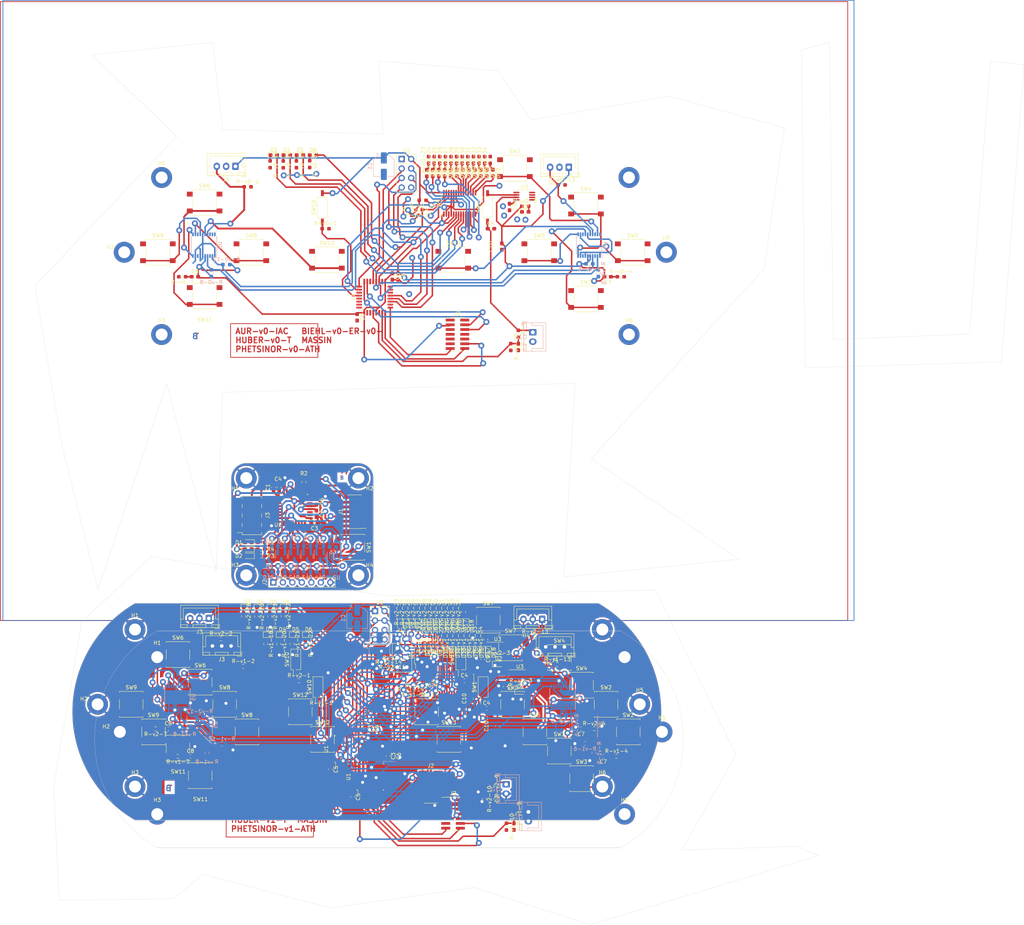
<source format=kicad_pcb>
(kicad_pcb (version 20221018) (generator pcbnew)
  (layers (0 "F.Cu" signal) (31 "B.Cu" signal) (34 "B.Paste" user) (35 "F.Paste" user) (36 "B.SilkS" user "B.Silkscreen") (37 "F.SilkS" user "F.Silkscreen") (38 "B.Mask" user) (39 "F.Mask" user) (44 "Edge.Cuts" user))
  (net 0 "")
  (net 1 "Glob_Alim-v0-")
  (net 2 "GND-v0-")
  (net 3 "POWER-v0-_CHECK-v0-")
  (net 4 "L-v0-i-ion-v0-")
  (net 5 "Net-(C7-Pad1)-v0-")
  (net 6 "Net-(C8-Pad1)-v0-")
  (net 7 "Net-(U3-BP)-v0-")
  (net 8 "Net-(D2-A)-v0-")
  (net 9 "Net-(D3-K)-v0-")
  (net 10 "Net-(D3-A)-v0-")
  (net 11 "Net-(D4-K)-v0-")
  (net 12 "Net-(D4-A)-v0-")
  (net 13 "Net-(D5-K)-v0-")
  (net 14 "Net-(D5-A)-v0-")
  (net 15 "Net-(D6-K)-v0-")
  (net 16 "Net-(D6-A)-v0-")
  (net 17 "Net-(D7-K)-v0-")
  (net 18 "Net-(D7-A)-v0-")
  (net 19 "Net-(D8-K)-v0-")
  (net 20 "Net-(D8-A)-v0-")
  (net 21 "Net-(D9-K)-v0-")
  (net 22 "Net-(D9-A)-v0-")
  (net 23 "Net-(D10-K)-v0-")
  (net 24 "Net-(D10-A)-v0-")
  (net 25 "Net-(D11-K)-v0-")
  (net 26 "Net-(D11-A)-v0-")
  (net 27 "Net-(D12-K)-v0-")
  (net 28 "Net-(D12-A)-v0-")
  (net 29 "Net-(D13-K)-v0-")
  (net 30 "Net-(D13-A)-v0-")
  (net 31 "Net-(D14-K)-v0-")
  (net 32 "Net-(D14-A)-v0-")
  (net 33 "Net-(D15-K)-v0-")
  (net 34 "Net-(D15-A)-v0-")
  (net 35 "Net-(D16-K)-v0-")
  (net 36 "Net-(D16-A)-v0-")
  (net 37 "Net-(D17-K)-v0-")
  (net 38 "Net-(D17-A)-v0-")
  (net 39 "Net-(D18-K)-v0-")
  (net 40 "Net-(D18-A)-v0-")
  (net 43 "SWDIO-v0-")
  (net 44 "SWDCK-v0-")
  (net 48 "R-v0-eset_Buton -v0-")
  (net 49 "USAR-v0-T2_R-v0-X-v0-")
  (net 50 "USAR-v0-T2_TX-v0-")
  (net 51 "R-v0-")
  (net 52 "L-v0-")
  (net 53 "NES{slash}SNES_switcher-v0-")
  (net 54 "DIO{slash}EX_CL-v0-K")
  (net 55 "DIO{slash}EX_SDA-v0-")
  (net 56 "DIODE_OE-v0-")
  (net 57 "Net-(#FL-v0-G05-pwr)")
  (net 58 "A_Button-v0-")
  (net 59 "B_Button-v0-")
  (net 60 "X_Button-v0-")
  (net 61 "Y_Button-v0-")
  (net 62 "UC_Button-v0-")
  (net 63 "Order_Search-v0-")
  (net 64 "L-v0-C_Button")
  (net 65 "R-v0-C_Button")
  (net 66 "DC_Button-v0-")
  (net 67 "ST_Button-v0-")
  (net 68 "SE_Button-v0-")
  (net 73 "Pin_Clock-v0-")
  (net 74 "Digital_Out_Put-v0-")
  (net 75 "MOSI-v0-")
  (net 79 "R-v0-X{slash}TX")
  (net 81 "CSN_nR-v0-F24")
  (net 99 "Glob_Alim-v1-")
  (net 100 "GND-v1-")
  (net 101 "POWER-v1-_CHECK-v1-")
  (net 102 "L-v1-i-ion-v1-")
  (net 103 "Net-(C7-Pad1)-v1-")
  (net 104 "Net-(C8-Pad1)-v1-")
  (net 105 "Net-(U3-BP)-v1-")
  (net 106 "Net-(D2-A)-v1-")
  (net 107 "Net-(D3-K)-v1-")
  (net 108 "Net-(D3-A)-v1-")
  (net 109 "Net-(D4-K)-v1-")
  (net 110 "Net-(D4-A)-v1-")
  (net 111 "Net-(D5-K)-v1-")
  (net 112 "Net-(D5-A)-v1-")
  (net 113 "Net-(D6-K)-v1-")
  (net 114 "Net-(D6-A)-v1-")
  (net 115 "Net-(D7-K)-v1-")
  (net 116 "Net-(D7-A)-v1-")
  (net 117 "Net-(D8-K)-v1-")
  (net 118 "Net-(D8-A)-v1-")
  (net 119 "Net-(D9-K)-v1-")
  (net 120 "Net-(D9-A)-v1-")
  (net 121 "Net-(D10-K)-v1-")
  (net 122 "Net-(D10-A)-v1-")
  (net 123 "Net-(D11-K)-v1-")
  (net 124 "Net-(D11-A)-v1-")
  (net 125 "Net-(D12-K)-v1-")
  (net 126 "Net-(D12-A)-v1-")
  (net 127 "Net-(D13-K)-v1-")
  (net 128 "Net-(D13-A)-v1-")
  (net 129 "Net-(D14-K)-v1-")
  (net 130 "Net-(D14-A)-v1-")
  (net 131 "Net-(D15-K)-v1-")
  (net 132 "Net-(D15-A)-v1-")
  (net 133 "Net-(D16-K)-v1-")
  (net 134 "Net-(D16-A)-v1-")
  (net 135 "Net-(D17-K)-v1-")
  (net 136 "Net-(D17-A)-v1-")
  (net 137 "Net-(D18-K)-v1-")
  (net 138 "Net-(D18-A)-v1-")
  (net 141 "SWDIO-v1-")
  (net 142 "SWDCK-v1-")
  (net 146 "R-v1-eset_Buton -v1-")
  (net 147 "USAR-v1-T2_R-v1-X-v1-")
  (net 148 "USAR-v1-T2_TX-v1-")
  (net 149 "R-v1-")
  (net 150 "L-v1-")
  (net 151 "NES{slash}SNES_switcher-v1-")
  (net 152 "DIO{slash}EX_CL-v1-K")
  (net 153 "DIO{slash}EX_SDA-v1-")
  (net 154 "DIODE_OE-v1-")
  (net 155 "Net-(#FL-v1-G05-pwr)")
  (net 156 "A_Button-v1-")
  (net 157 "B_Button-v1-")
  (net 158 "X_Button-v1-")
  (net 159 "Y_Button-v1-")
  (net 160 "UC_Button-v1-")
  (net 161 "Order_Search-v1-")
  (net 162 "L-v1-C_Button")
  (net 163 "R-v1-C_Button")
  (net 164 "DC_Button-v1-")
  (net 165 "ST_Button-v1-")
  (net 166 "SE_Button-v1-")
  (net 171 "Pin_Clock-v1-")
  (net 172 "Digital_Out_Put-v1-")
  (net 173 "MOSI-v1-")
  (net 177 "R-v1-X{slash}TX")
  (net 179 "CSN_nR-v1-F24")
  (net 197 "Glob_Alim-v2-")
  (net 198 "GND-v2-")
  (net 199 "POWER-v2-_CHECK-v2-")
  (net 200 "L-v2-i-ion-v2-")
  (net 201 "Net-(C7-Pad1)-v2-")
  (net 202 "Net-(C8-Pad1)-v2-")
  (net 203 "Net-(U3-BP)-v2-")
  (net 204 "Net-(D2-A)-v2-")
  (net 205 "Net-(D3-K)-v2-")
  (net 206 "Net-(D3-A)-v2-")
  (net 207 "Net-(D4-K)-v2-")
  (net 208 "Net-(D4-A)-v2-")
  (net 209 "Net-(D5-K)-v2-")
  (net 210 "Net-(D5-A)-v2-")
  (net 211 "Net-(D6-K)-v2-")
  (net 212 "Net-(D6-A)-v2-")
  (net 213 "Net-(D7-K)-v2-")
  (net 214 "Net-(D7-A)-v2-")
  (net 215 "Net-(D8-K)-v2-")
  (net 216 "Net-(D8-A)-v2-")
  (net 217 "Net-(D9-K)-v2-")
  (net 218 "Net-(D9-A)-v2-")
  (net 219 "Net-(D10-K)-v2-")
  (net 220 "Net-(D10-A)-v2-")
  (net 221 "Net-(D11-K)-v2-")
  (net 222 "Net-(D11-A)-v2-")
  (net 223 "Net-(D12-K)-v2-")
  (net 224 "Net-(D12-A)-v2-")
  (net 225 "Net-(D13-K)-v2-")
  (net 226 "Net-(D13-A)-v2-")
  (net 227 "Net-(D14-K)-v2-")
  (net 228 "Net-(D14-A)-v2-")
  (net 229 "Net-(D15-K)-v2-")
  (net 230 "Net-(D15-A)-v2-")
  (net 231 "Net-(D16-K)-v2-")
  (net 232 "Net-(D16-A)-v2-")
  (net 233 "Net-(D17-K)-v2-")
  (net 234 "Net-(D17-A)-v2-")
  (net 235 "Net-(D18-K)-v2-")
  (net 236 "Net-(D18-A)-v2-")
  (net 239 "SWDIO-v2-")
  (net 240 "SWDCK-v2-")
  (net 244 "R-v2-eset_Buton -v2-")
  (net 245 "USAR-v2-T2_R-v2-X-v2-")
  (net 246 "USAR-v2-T2_TX-v2-")
  (net 247 "R-v2-")
  (net 248 "L-v2-")
  (net 249 "NES{slash}SNES_switcher-v2-")
  (net 250 "DIO{slash}EX_CL-v2-K")
  (net 251 "DIO{slash}EX_SDA-v2-")
  (net 252 "DIODE_OE-v2-")
  (net 253 "Net-(#FL-v2-G05-pwr)")
  (net 254 "A_Button-v2-")
  (net 255 "B_Button-v2-")
  (net 256 "X_Button-v2-")
  (net 257 "Y_Button-v2-")
  (net 258 "UC_Button-v2-")
  (net 259 "Order_Search-v2-")
  (net 260 "L-v2-C_Button")
  (net 261 "R-v2-C_Button")
  (net 262 "DC_Button-v2-")
  (net 263 "ST_Button-v2-")
  (net 264 "SE_Button-v2-")
  (net 269 "Pin_Clock-v2-")
  (net 270 "Digital_Out_Put-v2-")
  (net 271 "MOSI-v2-")
  (net 275 "R-v2-X{slash}TX")
  (net 277 "CSN_nR-v2-F24")
  (net 295 "+5V-v4-")
  (net 296 "GND-v4-")
  (net 297 "+3.3V-v4-")
  (net 298 "Net-(D1-K)-v4-")
  (net 300 "Net-(D3-K)-v4-")
  (net 301 "Status_LED-v4-")
  (net 302 "Data_Clock_SNES-v4-")
  (net 303 "Data_Latch_SNES-v4-")
  (net 304 "Net-(D2-K)-v4-")
  (net 305 "Serial_Data1_SNES-v4-")
  (net 306 "Serial_Data2_SNES-v4-")
  (net 307 "SPI_Chip_Select-v4-")
  (net 308 "Chip_Enable-v4-")
  (net 309 "SPI_Digital_Input-v4-")
  (net 310 "SPI_Clock-v4-")
  (net 311 "SPI_Digital_Output-v4-")
  (net 312 "IOBit_SNES-v4-")
  (net 313 "Data_Clock_STM32-v4-")
  (net 314 "Data_Latch_STM32-v4-")
  (net 315 "Appairing_Btn-v4-")
  (net 316 "Net-(U2-BP)-v4-")
  (net 317 "SWDIO-v4-")
  (net 318 "SWDCK-v4-")
  (net 321 "NRST-v4-")
  (net 322 "USART2_RX-v4-")
  (net 323 "USART2_TX-v4-")
  (net 324 "Serial_Data1_STM32-v4-")
  (net 325 "IOBit_STM32-v4-")
  (net 326 "Serial_Data2_STM32-v4-")
  (footprint "R-v1-esistor_SMD:R-v1-_0603_1608Metric_Pad0.98x0.95mm_HandSolder" (layer "F.Cu") (at 101.748491 175.732725)
    (fp_text reference "R-v1-14")
    (fp_text value "10K")
  )
  (footprint "R-v1-esistor_SMD:R-v1-_0603_1608Metric_Pad0.98x0.95mm_HandSolder" (layer "F.Cu") (at 105.338491 160.945225 90)
    (fp_text reference "R-v1-23")
    (fp_text value "1K")
  )
  (footprint "R-v2-esistor_SMD:R-v2-_0603_1608Metric_Pad0.98x0.95mm_HandSolder" (layer "F.Cu") (at 95.798222 168.35)
    (fp_text reference "R-v2-14")
    (fp_text value "10K")
  )
  (footprint "L-v0-ED_SMD:L-v0-ED_0603_1608Metric_Pad1.05x0.95mm_HandSolder" (layer "F.Cu") (at 72.112424 31.343577)
    (fp_text reference "D5")
    (fp_text value "G3")
  )
  (footprint "R-v2-esistor_SMD:R-v2-_0603_1608Metric_Pad0.98x0.95mm_HandSolder" (layer "F.Cu") (at 67.588222 154.675 -90)
    (fp_text reference "R-v2-22")
    (fp_text value "1K")
  )
  (footprint "MountingHole:MountingHole_3.2mm_M3_DIN965_Pad" (layer "F.Cu") (at 33.938491 207.632725)
    (fp_text reference "H3")
    (fp_text value "MountingHole_Pad")
  )
  (footprint "R-v0-esistor_SMD:R-v0-_0603_1608Metric_Pad0.98x0.95mm_HandSolder" (layer "F.Cu") (at 64.137424 33.818577 -90)
    (fp_text reference "R-v0-18")
    (fp_text value "1K")
  )
  (footprint "MountingHole:MountingHole_3.2mm_M3_DIN965_Pad" (layer "F.Cu") (at 27.988222 158.25)
    (fp_text reference "H1")
    (fp_text value "MountingHole_Pad")
  )
  (footprint "Capacitor_SMD:C_0603_1608Metric_Pad1.08x0.95mm_HandSolder" (layer "F.Cu") (at 89.688222 184.722 -90)
    (fp_text reference "C3")
    (fp_text value "100n")
  )
  (footprint "Capacitor_SMD:C_0603_1608Metric_Pad1.08x0.95mm_HandSolder" (layer "F.Cu") (at 126.107424 55.826077 -90)
    (fp_text reference "C10")
    (fp_text value "100nF")
  )
  (footprint "MountingHole:MountingHole_3.2mm_M3_DIN965_Pad" (layer "F.Cu") (at 23.938491 185.632725)
    (fp_text reference "H2")
    (fp_text value "MountingHole_Pad")
  )
  (footprint "MountingHole:MountingHole_3.2mm_M3_DIN965_Pad" (layer "F.Cu") (at 35.112424 37.343577)
    (fp_text reference "H1")
    (fp_text value "MountingHole_Pad")
  )
  (footprint "R-v2-esistor_SMD:R-v2-_0603_1608Metric_Pad0.98x0.95mm_HandSolder" (layer "F.Cu") (at 108.388222 153.5625 90)
    (fp_text reference "R-v2-29")
    (fp_text value "1K")
  )
  (footprint "MountingHole:MountingHole_3.2mm_M3_DIN965_Pad" (layer "F.Cu") (at 27.988222 200.25)
    (fp_text reference "H3")
    (fp_text value "MountingHole_Pad")
  )
  (footprint "R-v0-esistor_SMD:R-v0-_0603_1608Metric_Pad0.98x0.95mm_HandSolder" (layer "F.Cu") (at 118.512424 32.656077 90)
    (fp_text reference "R-v0-31")
    (fp_text value "1K")
  )
  (footprint "R-v1-esistor_SMD:R-v1-_0603_1608Metric_Pad0.98x0.95mm_HandSolder" (layer "F.Cu") (at 73.538491 162.057725 -90)
    (fp_text reference "R-v1-22")
    (fp_text value "1K")
  )
  (footprint "Capacitor_SMD:C_0603_1608Metric_Pad1.08x0.95mm_HandSolder" (layer "F.Cu") (at 91.212222 184.722 -90)
    (fp_text reference "C6")
    (fp_text value "10u")
  )
  (footprint "MountingHole:MountingHole_3.2mm_M3_DIN965_Pad" (layer "F.Cu") (at 162.988222 178.25)
    (fp_text reference "H5")
    (fp_text value "MountingHole_Pad")
  )
  (footprint "Capacitor_SMD:C_0603_1608Metric_Pad1.08x0.95mm_HandSolder" (layer "F.Cu") (at 126.988491 173.532725 -90)
    (fp_text reference "C9")
    (fp_text value "470p")
  )
  (footprint "R-v2-esistor_SMD:R-v2-_0603_1608Metric_Pad0.98x0.95mm_HandSolder" (layer "F.Cu") (at 97.798222 164.35 180)
    (fp_text reference "R-v2-16")
    (fp_text value "10K")
  )
  (footprint "L-v1-ED_SMD:L-v1-ED_0603_1608Metric_Pad1.05x0.95mm_HandSolder" (layer "F.Cu") (at 122.538491 164.432725 -90)
    (fp_text reference "D18")
    (fp_text value "R-v1-4")
  )
  (footprint "Connector_PinSocket_2.54mm:PinSocket_2x04_P2.54mm_Vertical_SMD" (layer "F.Cu") (at 59.25 127.75 180)
    (fp_text reference "J3")
    (fp_text value "Conn_01x08_Socket")
  )
  (footprint "Button_Switch_SMD:SW_SPST_B3S-1000" (layer "F.Cu") (at 51.988222 178.25)
    (fp_text reference "SW8")
    (fp_text value "SW_Push")
  )
  (footprint "R-v2-esistor_SMD:R-v2-_0603_1608Metric_Pad0.98x0.95mm_HandSolder" (layer "F.Cu") (at 96.798222 166.85 180)
    (fp_text reference "R-v2-11")
    (fp_text value "10K")
  )
  (footprint "Button_Switch_SMD:SW_DIP_SPSTx01_Slide_Copal_CHS-01B_W7.62mm_P1.27mm" (layer "F.Cu") (at 78.112424 45.343577 90)
    (fp_text reference "SW10")
    (fp_text value "SW_DIP_x01")
  )
  (footprint "MountingHole:MountingHole_3.2mm_M3_DIN965_Pad" (layer "F.Cu") (at 57.75 117.75)
    (fp_text reference "H1")
    (fp_text value "MountingHole_Pad")
  )
  (footprint "L-v0-ED_SMD:L-v0-ED_0603_1608Metric_Pad1.05x0.95mm_HandSolder" (layer "F.Cu") (at 117.287424 36.143577 -90)
    (fp_text reference "D14")
    (fp_text value "O4")
  )
  (footprint "MountingHole:MountingHole_3.2mm_M3_DIN965_Pad" (layer "F.Cu") (at 25.112424 57.343577)
    (fp_text reference "H2")
    (fp_text value "MountingHole_Pad")
  )
  (footprint "L-v0-ED_SMD:L-v0-ED_0603_1608Metric_Pad1.05x0.95mm_HandSolder" (layer "F.Cu") (at 120.487424 36.143577 -90)
    (fp_text reference "D16")
    (fp_text value "R-v0-2")
  )
  (footprint "Button_Switch_SMD:SW_SPST_B3S-1000" (layer "F.Cu") (at 128.988222 178.25)
    (fp_text reference "SW5")
    (fp_text value "SW_Push")
  )
  (footprint "R-v1-esistor_SMD:R-v1-_0603_1608Metric_Pad0.98x0.95mm_HandSolder" (layer "F.Cu") (at 112.838491 160.945225 90)
    (fp_text reference "R-v1-28")
    (fp_text value "1K")
  )
  (footprint "Connector_JST:JST_XH_B3B-XH-A_1x03_P2.50mm_Vertical" (layer "F.Cu") (at 144.016424 34.605577 180)
    (fp_text reference "J4")
    (fp_text value "Conn_01x03")
  )
  (footprint "R-v1-esistor_SMD:R-v1-_0603_1608Metric_Pad0.98x0.95mm_HandSolder" (layer "F.Cu") (at 69.988491 162.107725 -90)
    (fp_text reference "R-v1-21")
    (fp_text value "1K")
  )
  (footprint "Connector_JST:JST_XH_B3B-XH-A_1x03_P2.50mm_Vertical" (layer "F.Cu") (at 53.688491 162.657725 180)
    (fp_text reference "J3")
    (fp_text value "Conn_01x03")
  )
  (footprint "Button_Switch_SMD:SW_SPST_B3S-1000" (layer "F.Cu") (at 159.938491 185.632725)
    (fp_text reference "SW2")
    (fp_text value "SW_Push")
  )
  (footprint "L-v1-ED_SMD:L-v1-ED_0603_1608Metric_Pad1.05x0.95mm_HandSolder" (layer "F.Cu") (at 108.063491 164.457725 -90)
    (fp_text reference "D9")
    (fp_text value "G7")
  )
  (footprint "Capacitor_SMD:C_0603_1608Metric_Pad1.08x0.95mm_HandSolder" (layer "F.Cu") (at 122.033491 179.332725)
    (fp_text reference "C4")
    (fp_text value "1u")
  )
  (footprint "R-v0-esistor_SMD:R-v0-_0603_1608Metric_Pad0.98x0.95mm_HandSolder" (layer "F.Cu") (at 115.512424 32.656077 90)
    (fp_text reference "R-v0-29")
    (fp_text value "1K")
  )
  (footprint "L-v2-ED_SMD:L-v2-ED_0603_1608Metric_Pad1.05x0.95mm_HandSolder" (layer "F.Cu") (at 102.113222 157.075 -90)
    (fp_text reference "D9")
    (fp_text value "G7")
  )
  (footprint "R-v2-esistor_SMD:R-v2-_0603_1608Metric_Pad0.98x0.95mm_HandSolder" (layer "F.Cu") (at 111.388222 153.5625 90)
    (fp_text reference "R-v2-31")
    (fp_text value "1K")
  )
  (footprint "L-v0-ED_SMD:L-v0-ED_0603_1608Metric_Pad1.05x0.95mm_HandSolder" (layer "F.Cu") (at 112.437424 36.168577 -90)
    (fp_text reference "D11")
    (fp_text value "O1")
  )
  (footprint "R-v0-esistor_SMD:R-v0-_0603_1608Metric_Pad0.98x0.95mm_HandSolder" (layer "F.Cu") (at 109.482424 32.656077 90)
    (fp_text reference "R-v0-25")
    (fp_text value "1K")
  )
  (footprint "Button_Switch_SMD:SW_SPST_B3S-1000" (layer "F.Cu") (at 147.438491 198.132725)
    (fp_text reference "SW3")
    (fp_text value "SW_Push")
  )
  (footprint "R-v1-esistor_SMD:R-v1-_0603_1608Metric_Pad0.98x0.95mm_HandSolder" (layer "F.Cu") (at 62.963491 162.107725 -90)
    (fp_text reference "R-v1-18")
    (fp_text value "1K")
  )
  (footprint "L-v1-ED_SMD:L-v1-ED_0603_1608Metric_Pad1.05x0.95mm_HandSolder" (layer "F.Cu") (at 106.462491 164.457725 -90)
    (fp_text reference "D8")
    (fp_text value "G6")
  )
  (footprint "Capacitor_SMD:C_0603_1608Metric_Pad1.08x0.95mm_HandSolder" (layer "F.Cu") (at 116.083222 171.95)
    (fp_text reference "C4")
    (fp_text value "1u")
  )
  (footprint "R-v2-esistor_SMD:R-v2-_0603_1608Metric_Pad0.98x0.95mm_HandSolder" (layer "F.Cu") (at 64.038222 154.725 -90)
    (fp_text reference "R-v2-21")
    (fp_text value "1K")
  )
  (footprint "R-v2-esistor_SMD:R-v2-_0603_1608Metric_Pad0.98x0.95mm_HandSolder" (layer "F.Cu") (at 115.888222 153.5625 90)
    (fp_text reference "R-v2-34")
    (fp_text value "1K")
  )
  (footprint "Capacitor_SMD:C_0603_1608Metric_Pad1.08x0.95mm_HandSolder" (layer "F.Cu") (at 36.896198 184.8)
    (fp_text reference "C8")
    (fp_text value "100nF")
  )
  (footprint "MountingHole:MountingHole_3.2mm_M3_DIN965_Pad" (layer "F.Cu") (at 158.938491 165.632725)
    (fp_text reference "H4")
    (fp_text value "MountingHole_Pad")
  )
  (footprint "R-v1-esistor_SMD:R-v1-_0603_1608Metric_Pad0.98x0.95mm_HandSolder" (layer "F.Cu") (at 131.198491 173.308725)
    (fp_text reference "R-v1-3")
    (fp_text value "1K")
  )
  (footprint "R-v0-esistor_SMD:R-v0-_0603_1608Metric_Pad0.98x0.95mm_HandSolder" (layer "F.Cu") (at 102.922424 47.443577)
    (fp_text reference "R-v0-14")
    (fp_text value "10K")
  )
  (footprint "R-v1-esistor_SMD:R-v1-_0603_1608Metric_Pad0.98x0.95mm_HandSolder" (layer "F.Cu") (at 109.838491 160.945225 90)
    (fp_text reference "R-v1-26")
    (fp_text value "1K")
  )
  (footprint "Button_Switch_SMD:SW_SPST_B3S-1000" (layer "F.Cu") (at 57.938491 185.632725)
    (fp_text reference "SW8")
    (fp_text value "SW_Push")
  )
  (footprint "Capacitor_SMD:C_0603_1608Metric_Pad1.08x0.95mm_HandSolder" (layer "F.Cu") (at 76.51 124 90)
    (fp_text reference "C5")
    (fp_text value "100n")
  )
  (footprint "Capacitor_SMD:C_0603_1608Metric_Pad1.08x0.95mm_HandSolder" (layer "F.Cu") (at 98.336424 63.815577 -90)
    (fp_text reference "C6")
    (fp_text value "10u")
  )
  (footprint "Button_Switch_SMD:SW_SPST_B3S-1000" (layer "F.Cu") (at 34.112424 57.343577)
    (fp_text reference "SW9")
    (fp_text value "SW_Push")
  )
  (footprint "R-v2-esistor_SMD:R-v2-_0603_1608Metric_Pad0.98x0.95mm_HandSolder" (layer "F.Cu") (at 150.800246 184.8)
    (fp_text reference "R-v2-4")
    (fp_text value "1k")
  )
  (footprint "R-v0-esistor_SMD:R-v0-_0603_1608Metric_Pad0.98x0.95mm_HandSolder" (layer "F.Cu") (at 123.012424 32.656077 90)
    (fp_text reference "R-v0-34")
    (fp_text value "1K")
  )
  (footprint "R-v2-esistor_SMD:R-v2-_0603_1608Metric_Pad0.98x0.95mm_HandSolder" (layer "F.Cu") (at 105.388222 153.5625 90)
    (fp_text reference "R-v2-27")
    (fp_text value "1K")
  )
  (footprint "Button_Switch_SMD:SW_SPST_B3S-1000" (layer "F.Cu") (at 79.322424 59.343577)
    (fp_text reference "SW12")
    (fp_text value "SW_Push")
  )
  (footprint "Connector_PinHeader_2.54mm:PinHeader_2x04_P2.54mm_Vertical" (layer "F.Cu") (at 92.188222 153.31)
    (fp_text reference "U2")
    (fp_text value "nR-v2-F24_Full")
  )
  (footprint "Connector_JST:JST_XH_B3B-XH-A_1x03_P2.50mm_Vertical" (layer "F.Cu") (at 47.738222 155.275 180)
    (fp_text reference "J3")
    (fp_text value "Conn_01x03")
  )
  (footprint "L-v2-ED_SMD:L-v2-ED_0603_1608Metric_Pad1.05x0.95mm_HandSolder" (layer "F.Cu") (at 98.913222 157.075 -90)
    (fp_text reference "D7")
    (fp_text value "G5")
  )
  (footprint "Resistor_SMD:R_0603_1608Metric_Pad0.98x0.95mm_HandSolder" (layer "F.Cu") (at 61.76875 134.95)
    (fp_text reference "R1")
    (fp_text value "1k")
  )
  (footprint "L-v0-ED_SMD:L-v0-ED_0603_1608Metric_Pad1.05x0.95mm_HandSolder" (layer "F.Cu") (at 75.612424 31.343577)
    (fp_text reference "D6")
    (fp_text value "G4")
  )
  (footprint "Button_Switch_SMD:SW_SPST_B3S-1000" (layer "F.Cu") (at 32.938491 185.632725)
    (fp_text reference "SW9")
    (fp_text value "SW_Push")
  )
  (footprint "Resistor_SMD:R_0603_1608Metric_Pad0.98x0.95mm_HandSolder" (layer "F.Cu") (at 73.17 118.82 90)
    (fp_text reference "R2")
    (fp_text value "10k")
  )
  (footprint "R-v1-esistor_SMD:R-v1-_0603_1608Metric_Pad0.98x0.95mm_HandSolder" (layer "F.Cu") (at 77.788491 179.332725)
    (fp_text reference "R-v1-1")
    (fp_text value "1K")
  )
  (footprint "L-v1-ED_SMD:L-v1-ED_0603_1608Metric_Pad1.05x0.95mm_HandSolder" (layer "F.Cu") (at 109.663491 164.457725 -90)
    (fp_text reference "D10")
    (fp_text value "G8")
  )
  (footprint "L-v1-ED_SMD:L-v1-ED_0603_1608Metric_Pad1.05x0.95mm_HandSolder" (layer "F.Cu") (at 112.898491 164.445225 -90)
    (fp_text reference "D12")
    (fp_text value "O2")
  )
  (footprint "L-v1-ED_SMD:L-v1-ED_0603_1608Metric_Pad1.05x0.95mm_HandSolder" (layer "F.Cu") (at 116.113491 164.432725 -90)
    (fp_text reference "D14")
    (fp_text value "O4")
  )
  (footprint "R-v2-esistor_SMD:R-v2-_0603_1608Metric_Pad0.98x0.95mm_HandSolder" (layer "F.Cu") (at 121.388222 203.5875 -90)
    (fp_text reference "R-v2-10")
    (fp_text value "1M")
  )
  (footprint "R-v1-esistor_SMD:R-v1-_0603_1608Metric_Pad0.98x0.95mm_HandSolder" (layer "F.Cu") (at 103.748491 171.732725 180)
    (fp_text reference "R-v1-16")
    (fp_text value "10K")
  )
  (footprint "R-v2-esistor_SMD:R-v2-_0603_1608Metric_Pad0.98x0.95mm_HandSolder" (layer "F.Cu") (at 109.888222 153.5625 90)
    (fp_text reference "R-v2-30")
    (fp_text value "1K")
  )
  (footprint "R-v0-esistor_SMD:R-v0-_0603_1608Metric_Pad0.98x0.95mm_HandSolder" (layer "F.Cu") (at 67.637424 33.843577 -90)
    (fp_text reference "R-v0-20")
    (fp_text value "1K")
  )
  (footprint "Button_Switch_SMD:SW_SPST_B3S-1000" (layer "F.Cu") (at 147.438491 173.132725)
    (fp_text reference "SW4")
    (fp_text value "SW_Push")
  )
  (footprint "Button_Switch_SMD:SW_SPST_B3S-1000" (layer "F.Cu") (at 136.112424 57.343577)
    (fp_text reference "SW5")
    (fp_text value "SW_Push")
  )
  (footprint "Button_Switch_SMD:SW_SPST_B3S-1000" (layer "F.Cu") (at 148.612424 44.843577)
    (fp_text reference "SW4")
    (fp_text value "SW_Push")
  )
  (footprint "R-v1-esistor_SMD:R-v1-_0603_1608Metric_Pad0.98x0.95mm_HandSolder" (layer "F.Cu") (at 102.748491 174.232725 180)
    (fp_text reference "R-v1-11")
    (fp_text value "10K")
  )
  (footprint "R-v2-esistor_SMD:R-v2-_0603_1608Metric_Pad0.98x0.95mm_HandSolder" (layer "F.Cu") (at 114.388222 153.5625 90)
    (fp_text reference "R-v2-33")
    (fp_text value "1K")
  )
  (footprint "Button_Switch_SMD:SW_SPST_B3S-1000" (layer "F.Cu") (at 26.988222 178.25)
    (fp_text reference "SW9")
    (fp_text value "SW_Push")
  )
  (footprint "R-v0-esistor_SMD:R-v0-_0603_1608Metric_Pad0.98x0.95mm_HandSolder" (layer "F.Cu") (at 112.512424 32.656077 90)
    (fp_text reference "R-v0-27")
    (fp_text value "1K")
  )
  (footprint "Capacitor_SMD:C_0603_1608Metric_Pad1.08x0.95mm_HandSolder" (layer "F.Cu") (at 95.638491 192.104725 -90)
    (fp_text reference "C3")
    (fp_text value "100n")
  )
  (footprint "MountingHole:MountingHole_3.2mm_M3_DIN965_Pad" (layer "F.Cu") (at 35.112424 79.343577)
    (fp_text reference "H3")
    (fp_text value "MountingHole_Pad")
  )
  (footprint "Diode_SMD:D_0603_1608Metric_Pad1.05x0.95mm_HandSolder" (layer "F.Cu") (at 58.26875 136.75 180)
    (fp_text reference "D3")
    (fp_text value "LED")
  )
  (footprint "Button_Switch_SMD:SW_DIP_SPSTx01_Slide_Copal_CHS-01B_W7.62mm_P1.27mm" (layer "F.Cu") (at 76.938491 173.632725 90)
    (fp_text reference "SW10")
    (fp_text value "SW_DIP_x01")
  )
  (footprint "L-v0-ED_SMD:L-v0-ED_0603_1608Metric_Pad1.05x0.95mm_HandSolder" (layer "F.Cu") (at 114.072424 36.156077 -90)
    (fp_text reference "D12")
    (fp_text value "O2")
  )
  (footprint "L-v2-ED_SMD:L-v2-ED_0603_1608Metric_Pad1.05x0.95mm_HandSolder" (layer "F.Cu") (at 125.248222 167.45)
    (fp_text reference "D2")
    (fp_text value "L-v2-ED_Small")
  )
  (footprint "Capacitor_SMD:C_0603_1608Metric_Pad1.08x0.95mm_HandSolder" (layer "F.Cu") (at 76.51 127.3025 90)
    (fp_text reference "C2")
    (fp_text value "100n")
  )
  (footprint "L-v1-ED_SMD:L-v1-ED_0603_1608Metric_Pad1.05x0.95mm_HandSolder" (layer "F.Cu") (at 74.438491 159.632725)
    (fp_text reference "D6")
    (fp_text value "G4")
  )
  (footprint "L-v0-ED_SMD:L-v0-ED_0603_1608Metric_Pad1.05x0.95mm_HandSolder" (layer "F.Cu") (at 115.687424 36.143577 -90)
    (fp_text reference "D13")
    (fp_text value "O3")
  )
  (footprint "L-v1-ED_SMD:L-v1-ED_0603_1608Metric_Pad1.05x0.95mm_HandSolder" (layer "F.Cu") (at 104.863491 164.457725 -90)
    (fp_text reference "D7")
    (fp_text value "G5")
  )
  (footprint "Connector_PinHeader_1.27mm:PinHeader_2x07_P1.27mm_Vertical_SMD" (layer "F.Cu") (at 114.237424 79.283577)
    (fp_text reference "J2")
    (fp_text value "Conn_02x07_Odd_Even")
  )
  (footprint "L-v2-ED_SMD:L-v2-ED_0603_1608Metric_Pad1.05x0.95mm_HandSolder" (layer "F.Cu") (at 61.488222 152.25)
    (fp_text reference "D4")
    (fp_text value "G2")
  )
  (footprint "L-v2-ED_SMD:L-v2-ED_0603_1608Metric_Pad1.05x0.95mm_HandSolder" (layer "F.Cu") (at 103.713222 157.075 -90)
    (fp_text reference "D10")
    (fp_text value "G8")
  )
  (footprint "L-v0-ED_SMD:L-v0-ED_0603_1608Metric_Pad1.05x0.95mm_HandSolder" (layer "F.Cu") (at 65.112424 31.343577)
    (fp_text reference "D3")
    (fp_text value "G1")
  )
  (footprint "R-v2-esistor_SMD:R-v2-_0603_1608Metric_Pad0.98x0.95mm_HandSolder" (layer "F.Cu") (at 71.838222 171.95)
    (fp_text reference "R-v2-1")
    (fp_text value "1K")
  )
  (footprint "Package_SO:TSSOP-28_4.4x9.7mm_P0.65mm" (layer "F.Cu") (at 113.672491 172.546725 90)
    (fp_text reference "U4")
    (fp_text value "PCA9685PW")
  )
  (footprint "L-v0-ED_SMD:L-v0-ED_0603_1608Metric_Pad1.05x0.95mm_HandSolder" (layer "F.Cu") (at 118.887424 36.143577 -90)
    (fp_text reference "D15")
    (fp_text value "R-v0-1")
  )
  (footprint "L-v0-ED_SMD:L-v0-ED_0603_1608Metric_Pad1.05x0.95mm_HandSolder" (layer "F.Cu") (at 109.237424 36.168577 -90)
    (fp_text reference "D9")
    (fp_text value "G7")
  )
  (footprint "L-v1-ED_SMD:L-v1-ED_0603_1608Metric_Pad1.05x0.95mm_HandSolder" (layer "F.Cu") (at 120.913491 164.432725 -90)
    (fp_text reference "D17")
    (fp_text value "R-v1-3")
  )
  (footprint "Button_Switch_SMD:SW_SPST_B3S-1000" (layer "F.Cu") (at 129.612424 34.843577)
    (fp_text reference "SW7")
    (fp_text value "SW_SPST")
  )
  (footprint "Capacitor_SMD:C_0603_1608Metric_Pad1.08x0.95mm_HandSolder" (layer "F.Cu") (at 123.207424 51.043577)
    (fp_text reference "C4")
    (fp_text value "1u")
  )
  (footprint "Capacitor_SMD:C_0603_1608Metric_Pad1.08x0.95mm_HandSolder" (layer "F.Cu") (at 130.512424 82.681077 -90)
    (fp_text reference "C2")
    (fp_text value "1nF")
  )
  (footprint "Button_Switch_SMD:SW_SPST_B3S-1000" (layer "F.Cu") (at 128.438491 163.132725)
    (fp_text reference "SW7")
    (fp_text value "SW_SPST")
  )
  (footprint "R-v0-esistor_SMD:R-v0-_0603_1608Metric_Pad0.98x0.95mm_HandSolder" (layer "F.Cu") (at 71.162424 33.818577 -90)
    (fp_text reference "R-v0-21")
    (fp_text value "1K")
  )
  (footprint "Button_Switch_SMD:SW_SPST_B3S-1000" (layer "F.Cu") (at 78.148491 187.632725)
    (fp_text reference "SW12")
    (fp_text value "SW_Push")
  )
  (footprint "R-v0-esistor_SMD:R-v0-_0603_1608Metric_Pad0.98x0.95mm_HandSolder" (layer "F.Cu") (at 142.112424 39.343577)
    (fp_text reference "R-v0-13")
    (fp_text value "1K")
  )
  (footprint "Capacitor_SMD:C_0603_1608Metric_Pad1.08x0.95mm_HandSolder" (layer "F.Cu") (at 147.300246 184.8 180)
    (fp_text reference "C7")
    (fp_text value "100nF")
  )
  (footprint "L-v1-ED_SMD:L-v1-ED_0603_1608Metric_Pad1.05x0.95mm_HandSolder" (layer "F.Cu") (at 70.938491 159.632725)
    (fp_text reference "D5")
    (fp_text value "G3")
  )
  (footprint "Button_Switch_SMD:SW_SPST_B3S-1000" (layer "F.Cu") (at 45.438491 197.332725)
    (fp_text reference "SW11")
    (fp_text value "SW_Push")
  )
  (footprint "R-v1-esistor_SMD:R-v1-_0603_1608Metric_Pad0.98x0.95mm_HandSolder" (layer "F.Cu") (at 121.838491 160.945225 90)
    (fp_text reference "R-v1-34")
    (fp_text value "1K")
  )
  (footprint "MountingHole:MountingHole_3.2mm_M3_DIN965_Pad" (layer "F.Cu") (at 87.75 117.75)
    (fp_text reference "H2")
    (fp_text value "MountingHole_Pad")
  )
  (footprint "R-v2-esistor_SMD:R-v2-_0603_1608Metric_Pad0.98x0.95mm_HandSolder" (layer "F.Cu") (at 125.248222 165.926)
    (fp_text reference "R-v2-3")
    (fp_text value "1K")
  )
  (footprint "Capacitor_SMD:C_0603_1608Metric_Pad1.08x0.95mm_HandSolder" (layer "F.Cu") (at 124.933491 184.115225 -90)
    (fp_text reference "C10")
    (fp_text value "100nF")
  )
  (footprint "R-v1-esistor_SMD:R-v1-_0603_1608Metric_Pad0.98x0.95mm_HandSolder" (layer "F.Cu") (at 127.338491 210.970225 -90)
    (fp_text reference "R-v1-10")
    (fp_text value "1M")
  )
  (footprint "R-v0-esistor_SMD:R-v0-_0603_1608Metric_Pad0.98x0.95mm_HandSolder" (layer "F.Cu") (at 104.922424 43.443577 180)
    (fp_text reference "R-v0-16")
    (fp_text value "10K")
  )
  (footprint "L-v0-ED_SMD:L-v0-ED_0603_1608Metric_Pad1.05x0.95mm_HandSolder" (layer "F.Cu") (at 68.612424 31.343577)
    (fp_text reference "D4")
    (fp_text value "G2")
  )
  (footprint "L-v2-ED_SMD:L-v2-ED_0603_1608Metric_Pad1.05x0.95mm_HandSolder" (layer "F.Cu") (at 106.948222 157.0625 -90)
    (fp_text reference "D12")
    (fp_text value "O2")
  )
  (footprint "R-v2-esistor_SMD:R-v2-_0603_1608Metric_Pad0.98x0.95mm_HandSolder" (layer "F.Cu") (at 57.013222 154.725 -90)
    (fp_text reference "R-v2-18")
    (fp_text value "1K")
  )
  (footprint "R-v2-esistor_SMD:R-v2-_0603_1608Metric_Pad0.98x0.95mm_HandSolder" (layer "F.Cu") (at 33.496198 184.8 180)
    (fp_text reference "R-v2-7")
    (fp_text value "1k")
  )
  (footprint "R-v0-esistor_SMD:R-v0-_0603_1608Metric_Pad0.98x0.95mm_HandSolder" (layer "F.Cu") (at 78.962424 51.043577)
    (fp_text reference "R-v0-1")
    (fp_text value "1K")
  )
  (footprint "Capacitor_SMD:C_0603_1608Metric_Pad1.08x0.95mm_HandSolder" (layer "F.Cu") (at 66.55 120.25 90)
    (fp_text reference "C4")
    (fp_text value "100n")
  )
  (footprint "Button_Switch_SMD:SW_SPST_B3S-1000" (layer "F.Cu") (at 141.488222 190.75)
    (fp_text reference "SW3")
    (fp_text value "SW_Push")
  )
  (footprint "Button_Switch_SMD:SW_SPST_B3S-1000" (layer "F.Cu") (at 86.25 136.25 180)
    (fp_text reference "SW1")
    (fp_text value "SW_SPST")
  )
  (footprint "Package_QFP:L-v1-QFP-32_7x7mm_P0.8mm" (layer "F.Cu") (at 90.938491 197.632725 90)
    (fp_text reference "U1")
    (fp_text value "STM32L-v1-412KBTx")
  )
  (footprint "R-v2-esistor_SMD:R-v2-_0603_1608Metric_Pad0.98x0.95mm_HandSolder" (layer "F.Cu") (at 102.358222 153.5625 90)
    (fp_text reference "R-v2-25")
    (fp_text value "1K")
  )
  (footprint "Button_Switch_SMD:SW_SPST_B3S-1000" (layer "F.Cu") (at 59.112424 57.343577)
    (fp_text reference "SW8")
    (fp_text value "SW_Push")
  )
  (footprint "MountingHole:MountingHole_3.2mm_M3_DIN965_Pad" (layer "F.Cu") (at 170.112424 57.343577)
    (fp_text reference "H5")
    (fp_text value "MountingHole_Pad")
  )
  (footprint "L-v0-ED_SMD:L-v0-ED_0603_1608Metric_Pad1.05x0.95mm_HandSolder" (layer "F.Cu") (at 132.372424 46.543577)
    (fp_text reference "D2")
    (fp_text value "L-v0-ED_Small")
  )
  (footprint "L-v2-ED_SMD:L-v2-ED_0603_1608Metric_Pad1.05x0.95mm_HandSolder" (layer "F.Cu") (at 64.988222 152.25)
    (fp_text reference "D5")
    (fp_text value "G3")
  )
  (footprint "R-v1-esistor_SMD:R-v1-_0603_1608Metric_Pad0.98x0.95mm_HandSolder" (layer "F.Cu") (at 106.838491 160.945225 90)
    (fp_text reference "R-v1-24")
    (fp_text value "1K")
  )
  (footprint "R-v1-esistor_SMD:R-v1-_0603_1608Metric_Pad0.98x0.95mm_HandSolder" (layer "F.Cu") (at 114.338491 160.945225 90)
    (fp_text reference "R-v1-29")
    (fp_text value "1K")
  )
  (footprint "L-v1-ED_SMD:L-v1-ED_0603_1608Metric_Pad1.05x0.95mm_HandSolder" (layer "F.Cu") (at 119.313491 164.432725 -90)
    (fp_text reference "D16")
    (fp_text value "R-v1-2")
  )
  (footprint "Package_QFP:L-v2-QFP-32_7x7mm_P0.8mm" (layer "F.Cu") (at 84.988222 190.25 90)
    (fp_text reference "U1")
    (fp_text value "STM32L-v2-412KBTx")
  )
  (footprint "L-v1-ED_SMD:L-v1-ED_0603_1608Metric_Pad1.05x0.95mm_HandSolder" (layer "F.Cu") (at 114.513491 164.432725 -90)
    (fp_text reference "D13")
    (fp_text value "O3")
  )
  (footprint "Package_SO:MSOP-8_3x3mm_P0.65mm" (layer "F.Cu") (at 130.938491 170.632725)
    (fp_text reference "U3")
    (fp_text value "MIC5219-3.3YMM")
  )
  (footprint "L-v2-ED_SMD:L-v2-ED_0603_1608Metric_Pad1.05x0.95mm_HandSolder" (layer "F.Cu") (at 57.988222 152.25)
    (fp_text reference "D3")
    (fp_text value "G1")
  )
  (footprint "Button_Switch_SMD:SW_SPST_B3S-1000" (layer "F.Cu") (at 141.488222 165.75)
    (fp_text reference "SW4")
    (fp_text value "SW_Push")
  )
  (footprint "Capacitor_SMD:C_0603_1608Metric_Pad1.08x0.95mm_HandSolder" (layer "F.Cu") (at 153.250515 192.182725 180)
    (fp_text reference "C7")
    (fp_text value "100nF")
  )
  (footprint "R-v0-esistor_SMD:R-v0-_0603_1608Metric_Pad0.98x0.95mm_HandSolder" (layer "F.Cu") (at 132.372424 45.019577)
    (fp_text reference "R-v0-3")
    (fp_text value "1K")
  )
  (footprint "R-v0-esistor_SMD:R-v0-_0603_1608Metric_Pad0.98x0.95mm_HandSolder" (layer "F.Cu") (at 128.512424 82.681077 -90)
    (fp_text reference "R-v0-10")
    (fp_text value "1M")
  )
  (footprint "R-v2-esistor_SMD:R-v2-_0603_1608Metric_Pad0.98x0.95mm_HandSolder" (layer "F.Cu") (at 60.513222 154.75 -90)
    (fp_text reference "R-v2-20")
    (fp_text value "1K")
  )
  (footprint "R-v0-esistor_SMD:R-v0-_0603_1608Metric_Pad0.98x0.95mm_HandSolder" (layer "F.Cu") (at 157.924448 63.893577)
    (fp_text reference "R-v0-4")
    (fp_text value "1k")
  )
  (footprint "L-v1-ED_SMD:L-v1-ED_0603_1608Metric_Pad1.05x0.95mm_HandSolder" (layer "F.Cu") (at 117.713491 164.432725 -90)
    (fp_text reference "D15")
    (fp_text value "R-v1-1")
  )
  (footprint "Capacitor_SMD:C_0603_1608Metric_Pad1.08x0.95mm_HandSolder" (layer "F.Cu") (at 96.812424 63.815577 -90)
    (fp_text reference "C3")
    (fp_text value "100n")
  )
  (footprint "MountingHole:MountingHole_3.2mm_M3_DIN965_Pad" (layer "F.Cu") (at 160.112424 79.343577)
    (fp_text reference "H6")
    (fp_text value "MountingHole_Pad")
  )
  (footprint "R-v1-esistor_SMD:R-v1-_0603_1608Metric_Pad0.98x0.95mm_HandSolder" (layer "F.Cu") (at 120.338491 160.945225 90)
    (fp_text reference "R-v1-33")
    (fp_text value "1K")
  )
  (footprint "L-v2-ED_SMD:L-v2-ED_0603_1608Metric_Pad1.05x0.95mm_HandSolder" (layer "F.Cu") (at 108.563222 157.05 -90)
    (fp_text reference "D13")
    (fp_text value "O3")
  )
  (footprint "Capacitor_SMD:C_0603_1608Metric_Pad1.08x0.95mm_HandSolder" (layer "F.Cu") (at 129.338491 210.970225 -90)
    (fp_text reference "C2")
    (fp_text value "1nF")
  )
  (footprint "R-v1-esistor_SMD:R-v1-_0603_1608Metric_Pad0.98x0.95mm_HandSolder" (layer "F.Cu") (at 66.463491 162.132725 -90)
    (fp_text reference "R-v1-20")
    (fp_text value "1K")
  )
  (footprint "L-v0-ED_SMD:L-v0-ED_0603_1608Metric_Pad1.05x0.95mm_HandSolder" (layer "F.Cu") (at 107.636424 36.168577 -90)
    (fp_text reference "D8")
    (fp_text value "G6")
  )
  (footprint "R-v2-esistor_SMD:R-v2-_0603_1608Metric_Pad0.98x0.95mm_HandSolder" (layer "F.Cu") (at 106.888222 153.5625 90)
    (fp_text reference "R-v2-28")
    (fp_text value "1K")
  )
  (footprint "Capacitor_SMD:C_0603_1608Metric_Pad1.08x0.95mm_HandSolder" (layer "F.Cu") (at 123.388222 203.5875 -90)
    (fp_text reference "C2")
    (fp_text value "1nF")
  )
  (footprint "Resistor_SMD:R_0603_1608Metric_Pad0.98x0.95mm_HandSolder" (layer "F.Cu") (at 61.76875 138.55)
    (fp_text reference "R3")
    (fp_text value "1k")
  )
  (footprint "Connector_PinHeader_2.54mm:PinHeader_2x04_P2.54mm_Vertical" (layer "F.Cu") (at 99.312424 32.403577)
    (fp_text reference "U2")
    (fp_text value "nR-v0-F24_Full")
  )
  (footprint "Button_Switch_SMD:SW_SPST_B3S-1000" (layer "F.Cu") (at 161.112424 57.343577)
    (fp_text reference "SW2")
    (fp_text value "SW_Push")
  )
  (footprint "Button_Switch_SMD:SW_DIP_SPSTx01_Slide_Copal_CHS-01B_W7.62mm_P1.27mm" (layer "F.Cu") (at 70.988222 166.25 90)
    (fp_text reference "SW10")
    (fp_text value "SW_DIP_x01")
  )
  (footprint "MountingHole:MountingHole_3.2mm_M3_DIN965_Pad" (layer "F.Cu") (at 57.75 143.75)
    (fp_text reference "H3")
    (fp_text value "MountingHole_Pad")
  )
  (footprint "L-v2-ED_SMD:L-v2-ED_0603_1608Metric_Pad1.05x0.95mm_HandSolder" (layer "F.Cu") (at 113.363222 157.05 -90)
    (fp_text reference "D16")
    (fp_text value "R-v2-2")
  )
  (footprint "Connector_PinHeader_2.54mm:PinHeader_1x07_P2.54mm_Vertical" (layer "F.Cu") (at 65 145.65 90)
    (fp_text reference "J2")
    (fp_text value "Conn_01x07_Socket")
  )
  (footprint "Capacitor_SMD:C_0603_1608Metric_Pad1.08x0.95mm_HandSolder" (layer "F.Cu") (at 44.0204 63.893577)
    (fp_text reference "C8")
    (fp_text value "100nF")
  )
  (footprint "L-v1-ED_SMD:L-v1-ED_0603_1608Metric_Pad1.05x0.95mm_HandSolder" (layer "F.Cu") (at 67.438491 159.632725)
    (fp_text reference "D4")
    (fp_text value "G2")
  )
  (footprint "Resistor_SMD:R_0603_1608Metric_Pad0.98x0.95mm_HandSolder" (layer "F.Cu") (at 61.76875 136.75)
    (fp_text reference "R4")
    (fp_text value "1k")
  )
  (footprint "Button_Switch_SMD:SW_SPST_B3S-1000" (layer "F.Cu") (at 105.988222 180.25)
    (fp_text reference "SW13")
    (fp_text value "SW_Push")
  )
  (footprint "Capacitor_SMD:C_0603_1608Metric_Pad1.08x0.95mm_HandSolder" (layer "F.Cu") (at 42.846467 192.182725)
    (fp_text reference "C8")
    (fp_text value "100nF")
  )
  (footprint "Diode_SMD:D_0603_1608Metric_Pad1.05x0.95mm_HandSolder" (layer "F.Cu") (at 58.26875 134.95 180)
    (fp_text reference "D1")
    (fp_text value "LED_Small")
  )
  (footprint "Capacitor_SMD:C_0603_1608Metric_Pad1.08x0.95mm_HandSolder" (layer "F.Cu") (at 76.0025 129.69)
    (fp_text reference "C3")
    (fp_text value "100n")
  )
  (footprint "R-v0-esistor_SMD:R-v0-_0603_1608Metric_Pad0.98x0.95mm_HandSolder" (layer "F.Cu") (at 111.012424 32.656077 90)
    (fp_text reference "R-v0-26")
    (fp_text value "1K")
  )
  (footprint "R-v1-esistor_SMD:R-v1-_0603_1608Metric_Pad0.98x0.95mm_HandSolder" (layer "F.Cu") (at 156.750515 192.182725)
    (fp_text reference "R-v1-4")
    (fp_text value "1k")
  )
  (footprint "L-v0-ED_SMD:L-v0-ED_0603_1608Metric_Pad1.05x0.95mm_HandSolder" (layer "F.Cu") (at 122.087424 36.143577 -90)
    (fp_text reference "D17")
    (fp_text value "R-v0-3")
  )
  (footprint "R-v2-esistor_SMD:R-v2-_0603_1608Metric_Pad0.98x0.95mm_HandSolder" (layer "F.Cu") (at 50.988222 160.75)
    (fp_text reference "R-v2-2")
    (fp_text value "1K")
  )
  (footprint "Package_SO:MSOP-8_3x3mm_P0.65mm" (layer "F.Cu") (at 124.988222 163.25)
    (fp_text reference "U3")
    (fp_text value "MIC5219-3.3YMM")
  )
  (footprint "MountingHole:MountingHole_3.2mm_M3_DIN965_Pad" (layer "F.Cu") (at 33.938491 165.632725)
    (fp_text reference "H1")
    (fp_text value "MountingHole_Pad")
  )
  (footprint "R-v1-esistor_SMD:R-v1-_0603_1608Metric_Pad0.98x0.95mm_HandSolder" (layer "F.Cu") (at 117.338491 160.945225 90)
    (fp_text reference "R-v1-31")
    (fp_text value "1K")
  )
  (footprint "Button_Switch_SMD:SW_SPST_B3S-1000" (layer "F.Cu") (at 45.438491 172.332725)
    (fp_text reference "SW6")
    (fp_text value "SW_Push")
  )
  (footprint "MountingHole:MountingHole_3.2mm_M3_DIN965_Pad" (layer "F.Cu") (at 152.988222 158.25)
    (fp_text reference "H4")
    (fp_text value "MountingHole_Pad")
  )
  (footprint "R-v1-esistor_SMD:R-v1-_0603_1608Metric_Pad0.98x0.95mm_HandSolder" (layer "F.Cu") (at 56.938491 168.132725)
    (fp_text reference "R-v1-2")
    (fp_text value "1K")
  )
  (footprint "R-v1-esistor_SMD:R-v1-_0603_1608Metric_Pad0.98x0.95mm_HandSolder" (layer "F.Cu") (at 129.338491 207.432725 -90)
    (fp_text reference "R-v1-9")
    (fp_text value "1M")
  )
  (footprint "R-v0-esistor_SMD:R-v0-_0603_1608Metric_Pad0.98x0.95mm_HandSolder" (layer "F.Cu") (at 121.512424 32.656077 90)
    (fp_text reference "R-v0-33")
    (fp_text value "1K")
  )
  (footprint "Connector_PinHeader_2.54mm:PinHeader_2x04_P2.54mm_Vertical" (layer "F.Cu") (at 98.138491 160.692725)
    (fp_text reference "U2")
    (fp_text value "nR-v1-F24_Full")
  )
  (footprint "Button_Switch_SMD:SW_SPST_B3S-1000" (layer "F.Cu") (at 122.488222 155.75)
    (fp_text reference "SW7")
    (fp_text value "SW_SPST")
  )
  (footprint "L-v0-ED_SMD:L-v0-ED_0603_1608Metric_Pad1.05x0.95mm_HandSolder" (layer "F.Cu") (at 123.712424 36.143577 -90)
    (fp_text reference "D18")
    (fp_text value "R-v0-4")
  )
  (footprint "Button_Switch_SMD:SW_DIP_SPSTx01_Slide_Copal_CHS-01B_W7.62mm_P1.27mm" (layer "F.Cu") (at 115.158222 166.25 90)
    (fp_text reference "SW1")
    (fp_text value "SW_DIP_x01")
  )
  (footprint "R-v1-esistor_SMD:R-v1-_0603_1608Metric_Pad0.98x0.95mm_HandSolder" (layer "F.Cu") (at 118.838491 160.945225 90)
    (fp_text reference "R-v1-32")
    (fp_text value "1K")
  )
  (footprint "Button_Switch_SMD:SW_SPST_B3S-1000" (layer "F.Cu") (at 148.612424 69.843577)
    (fp_text reference "SW3")
    (fp_text value "SW_Push")
  )
  (footprint "R-v0-esistor_SMD:R-v0-_0603_1608Metric_Pad0.98x0.95mm_HandSolder" (layer "F.Cu") (at 130.512424 79.143577 -90)
    (fp_text reference "R-v0-9")
    (fp_text value "1M")
  )
  (footprint "Button_Switch_SMD:SW_SPST_B3S-1000" (layer "F.Cu") (at 72.198222 180.25)
    (fp_text reference "SW12")
    (fp_text value "SW_Push")
  )
  (footprint "R-v0-esistor_SMD:R-v0-_0603_1608Metric_Pad0.98x0.95mm_HandSolder" (layer "F.Cu") (at 117.012424 32.656077 90)
    (fp_text reference "R-v0-30")
    (fp_text value "1K")
  )
  (footprint "R-v0-esistor_SMD:R-v0-_0603_1608Metric_Pad0.98x0.95mm_HandSolder" (layer "F.Cu") (at 74.712424 33.768577 -90)
    (fp_text reference "R-v0-22")
    (fp_text value "1K")
  )
  (footprint "R-v2-esistor_SMD:R-v2-_0603_1608Metric_Pad0.98x0.95mm_HandSolder" (layer "F.Cu") (at 100.888222 153.5625 90)
    (fp_text reference "R-v2-24")
    (fp_text value "1K")
  )
  (footprint "Package_SO:TSSOP-28_4.4x9.7mm_P0.65mm" (layer "F.Cu") (at 114.846424 44.257577 90)
    (fp_text reference "U4")
    (fp_text value "PCA9685PW")
  )
  (footprint "L-v2-ED_SMD:L-v2-ED_0603_1608Metric_Pad1.05x0.95mm_HandSolder" (layer "F.Cu") (at 105.313222 157.075 -90)
    (fp_text reference "D11")
    (fp_text value "O1")
  )
  (footprint "R-v1-esistor_SMD:R-v1-_0603_1608Metric_Pad0.98x0.95mm_HandSolder" (layer "F.Cu") (at 111.338491 160.945225 90)
    (fp_text reference "R-v1-27")
    (fp_text value "1K")
  )
  (footprint "R-v0-esistor_SMD:R-v0-_0603_1608Metric_Pad0.98x0.95mm_HandSolder" (layer "F.Cu") (at 108.012424 32.656077 90)
    (fp_text reference "R-v0-24")
    (fp_text value "1K")
  )
  (footprint "L-v1-ED_SMD:L-v1-ED_0603_1608Metric_Pad1.05x0.95mm_HandSolder" (layer "F.Cu") (at 111.263491 164.457725 -90)
    (fp_text reference "D11")
    (fp_text value "O1")
  )
  (footprint "R-v0-esistor_SMD:R-v0-_0603_1608Metric_Pad0.98x0.95mm_HandSolder" (layer "F.Cu") (at 114.012424 32.656077 90)
    (fp_text reference "R-v0-28")
    (fp_text value "1K")
  )
  (footprint "MountingHole:MountingHole_3.2mm_M3_DIN965_Pad" (layer "F.Cu") (at 17.988222 178.25)
    (fp_text reference "H2")
    (fp_text value "MountingHole_Pad")
  )
  (footprint "MountingHole:MountingHole_3.2mm_M3_DIN965_Pad" (layer "F.Cu") (at 87.75 143.75)
    (fp_text reference "H4")
    (fp_text value "MountingHole_Pad")
  )
  (footprint "Button_Switch_SMD:SW_SPST_B3S-1000" (layer "F.Cu") (at 39.488222 189.95)
    (fp_text reference "SW11")
    (fp_text value "SW_Push")
  )
  (footprint "Button_Switch_SMD:SW_SPST_B3S-1000" (layer "F.Cu") (at 113.112424 59.343577)
    (fp_text reference "SW13")
    (fp_text value "SW_Push")
  )
  (footprint "Connector_PinHeader_1.27mm:PinHeader_2x07_P1.27mm_Vertical_SMD" (layer "F.Cu") (at 86.75 126.75 180)
    (fp_text reference "J1")
    (fp_text value "Conn_02x07_Odd_Even")
  )
  (footprint "Capacitor_SMD:C_0603_1608Metric_Pad1.08x0.95mm_HandSolder" (layer "F.Cu") (at 86.240491 203.026725 -90)
    (fp_text reference "C5")
    (fp_text value "100n")
  )
  (footprint "R-v1-esistor_SMD:R-v1-_0603_1608Metric_Pad0.98x0.95mm_HandSolder" (layer "F.Cu") (at 108.308491 160.945225 90)
    (fp_text reference "R-v1-25")
    (fp_text value "1K")
  )
  (footprint "L-v2-ED_SMD:L-v2-ED_0603_1608Metric_Pad1.05x0.95mm_HandSolder" (layer "F.Cu") (at 111.763222 157.05 -90)
    (fp_text reference "D15")
    (fp_text value "R-v2-1")
  )
  (footprint "Connector_JST:JST_XH_B3B-XH-A_1x03_P2.50mm_Vertical" (layer "F.Cu") (at 54.862424 34.368577 180)
    (fp_text reference "J3")
    (fp_text value "Conn_01x03")
  )
  (footprint "L-v2-ED_SMD:L-v2-ED_0603_1608Metric_Pad1.05x0.95mm_HandSolder" (layer "F.Cu") (at 68.488222 152.25)
    (fp_text reference "D6")
    (fp_text value "G4")
  )
  (footprint "MountingHole:MountingHole_3.2mm_M3_DIN965_Pad" (layer "F.Cu") (at 152.988222 200.25)
    (fp_text reference "H6")
    (fp_text value "MountingHole_Pad")
  )
  (footprint "Connector_JST:JST_XH_B3B-XH-A_1x03_P2.50mm_Vertical" (layer "F.Cu") (at 142.842491 162.894725 180)
    (fp_text reference "J4")
    (fp_text value "Conn_01x03")
  )
  (footprint "Capacitor_SMD:C_0603_1608Metric_Pad1.08x0.95mm_HandSolder" (layer "F.Cu") (at 118.983222 176.7325 -90)
    (fp_text reference "C10")
    (fp_text value "100nF")
  )
  (footprint "L-v0-ED_SMD:L-v0-ED_0603_1608Metric_Pad1.05x0.95mm_HandSolder" (layer "F.Cu") (at 106.037424 36.168577 -90)
    (fp_text reference "D7")
    (fp_text value "G5")
  )
  (footprint "R-v2-esistor_SMD:R-v2-_0603_1608Metric_Pad0.98x0.95mm_HandSolder" (layer "F.Cu") (at 99.388222 153.5625 90)
    (fp_text reference "R-v2-23")
    (fp_text value "1K")
  )
  (footprint "Button_Switch_SMD:SW_SPST_B3S-1000" (layer "F.Cu") (at 111.938491 187.632725)
    (fp_text reference "SW13")
    (fp_text value "SW_Push")
  )
  (footprint "MountingHole:MountingHole_3.2mm_M3_DIN965_Pad" (layer "F.Cu") (at 160.112424 37.343577)
    (fp_text reference "H4")
    (fp_text value "MountingHole_Pad")
  )
  (footprint "Connector_PinHeader_1.27mm:PinHeader_2x07_P1.27mm_Vertical_SMD" (layer "F.Cu") (at 113.063491 207.572725)
    (fp_text reference "J2")
    (fp_text value "Conn_02x07_Odd_Even")
  )
  (footprint "R-v1-esistor_SMD:R-v1-_0603_1608Metric_Pad0.98x0.95mm_HandSolder" (layer "F.Cu") (at 39.446467 192.182725 180)
    (fp_text reference "R-v1-7")
    (fp_text value "1k")
  )
  (footprint "L-v1-ED_SMD:L-v1-ED_0603_1608Metric_Pad1.05x0.95mm_HandSolder" (layer "F.Cu") (at 131.198491 174.832725)
    (fp_text reference "D2")
    (fp_text value "L-v1-ED_Small")
  )
  (footprint "Button_Switch_SMD:SW_SPST_B3S-1000" (layer "F.Cu") (at 46.612424 44.043577)
    (fp_text reference "SW6")
    (fp_text value "SW_Push")
  )
  (footprint "Capacitor_SMD:C_0603_1608Metric_Pad1.08x0.95mm_HandSolder" (layer "F.Cu") (at 154.424448 63.893577 180)
    (fp_text reference "C7")
    (fp_text value "100nF")
  )
  (footprint "Button_Switch_SMD:SW_DIP_SPSTx01_Slide_Copal_CHS-01B_W7.62mm_P1.27mm" (layer "F.Cu") (at 121.108491 173.632725 90)
    (fp_text reference "SW1")
    (fp_text value "SW_DIP_x01")
  )
  (footprint "R-v2-esistor_SMD:R-v2-_0603_1608Metric_Pad0.98x0.95mm_HandSolder" (layer "F.Cu") (at 134.988222 160.25)
    (fp_text reference "R-v2-13")
    (fp_text value "1K")
  )
  (footprint "L-v2-ED_SMD:L-v2-ED_0603_1608Metric_Pad1.05x0.95mm_HandSolder" (layer "F.Cu") (at 110.163222 157.05 -90)
    (fp_text reference "D14")
    (fp_text value "O4")
  )
  (footprint "Button_Switch_SMD:SW_SPST_B3S-1000" (layer "F.Cu") (at 39.488222 164.95)
    (fp_text reference "SW6")
    (fp_text value "SW_Push")
  )
  (footprint "MountingHole:MountingHole_3.2mm_M3_DIN965_Pad" (layer "F.Cu") (at 158.938491 207.632725)
    (fp_text reference "H6")
    (fp_text value "MountingHole_Pad")
  )
  (footprint "L-v2-ED_SMD:L-v2-ED_0603_1608Metric_Pad1.05x0.95mm_HandSolder" (layer "F.Cu") (at 114.963222 157.05 -90)
    (fp_text reference "D17")
    (fp_text value "R-v2-3")
  )
  (footprint "L-v2-ED_SMD:L-v2-ED_0603_1608Metric_Pad1.05x0.95mm_HandSolder" (layer "F.Cu") (at 116.588222 157.05 -90)
    (fp_text reference "D18")
    (fp_text value "R-v2-4")
  )
  (footprint "R-v0-esistor_SMD:R-v0-_0603_1608Metric_Pad0.98x0.95mm_HandSolder" (layer "F.Cu") (at 120.012424 32.656077 90)
    (fp_text reference "R-v0-32")
    (fp_text value "1K")
  )
  (footprint "R-v1-esistor_SMD:R-v1-_0603_1608Metric_Pad0.98x0.95mm_HandSolder" (layer "F.Cu") (at 115.838491 160.945225 90)
    (fp_text reference "R-v1-30")
    (fp_text value "1K")
  )
  (footprint "R-v0-esistor_SMD:R-v0-_0603_1608Metric_Pad0.98x0.95mm_HandSolder" (layer "F.Cu") (at 106.512424 32.656077 90)
    (fp_text reference "R-v0-23")
    (fp_text value "1K")
  )
  (footprint "R-v1-esistor_SMD:R-v1-_0603_1608Metric_Pad0.98x0.95mm_HandSolder" (layer "F.Cu") (at 140.938491 167.632725)
    (fp_text reference "R-v1-13")
    (fp_text value "1K")
  )
  (footprint "R-v2-esistor_SMD:R-v2-_0603_1608Metric_Pad0.98x0.95mm_HandSolder" (layer "F.Cu") (at 112.888222 153.5625 90)
    (fp_text reference "R-v2-32")
    (fp_text value "1K")
  )
  (footprint "Package_SO:TSSOP-28_4.4x9.7mm_P0.65mm" (layer "F.Cu") (at 107.722222 165.164 90)
    (fp_text reference "U4")
    (fp_text value "PCA9685PW")
  )
  (footprint "Capacitor_SMD:C_0603_1608Metric_Pad1.08x0.95mm_HandSolder" (layer "F.Cu") (at 87.414424 74.737577 -90)
    (fp_text reference "C5")
    (fp_text value "100n")
  )
  (footprint "Connector_PinHeader_1.27mm:PinHeader_2x07_P1.27mm_Vertical_SMD" (layer "F.Cu") (at 107.113222 200.19)
    (fp_text reference "J2")
    (fp_text value "Conn_02x07_Odd_Even")
  )
  (footprint "Button_Switch_SMD:SW_SPST_B3S-1000" (layer "F.Cu") (at 153.988222 178.25)
    (fp_text reference "SW2")
    (fp_text value "SW_Push")
  )
  (footprint "Package_SO:MSOP-8_3x3mm_P0.65mm" (layer "F.Cu") (at 132.112424 42.343577)
    (fp_text reference "U3")
    (fp_text value "MIC5219-3.3YMM")
  )
  (footprint "L-v2-ED_SMD:L-v2-ED_0603_1608Metric_Pad1.05x0.95mm_HandSolder" (layer "F.Cu") (at 100.512222 157.075 -90)
    (fp_text reference "D8")
    (fp_text value "G6")
  )
  (footprint "Diode_SMD:D_0603_1608Metric_Pad1.05x0.95mm_HandSolder" (layer "F.Cu") (at 58.26875 138.55 180)
    (fp_text reference "D2")
    (fp_text value "LED_Small")
  )
  (footprint "Connector_JST:JST_XH_B3B-XH-A_1x03_P2.50mm_Vertical" (layer "F.Cu") (at 136.892222 155.512 180)
    (fp_text reference "J4")
    (fp_text value "Conn_01x03")
  )
  (footprint "Capacitor_SMD:C_0603_1608Metric_Pad1.08x0.95mm_HandSolder" (layer "F.Cu") (at 97.162491 192.104725 -90)
    (fp_text reference "C6")
    (fp_text value "10u")
  )
  (footprint "Package_QFP:LQFP-32_7x7mm_P0.8mm" (layer "F.Cu") (at 70.6 125.65 180)
    (fp_text reference "U1")
    (fp_text value "STM32L412KBTx")
  )
  (footprint "Capacitor_SMD:C_0603_1608Metric_Pad1.08x0.95mm_HandSolder" (layer "F.Cu") (at 121.038222 166.15 -90)
    (fp_text reference "C9")
    (fp_text value "470p")
  )
  (footprint "MountingHole:MountingHole_3.2mm_M3_DIN965_Pad" (layer "F.Cu") (at 168.938491 185.632725)
    (fp_text reference "H5")
    (fp_text value "MountingHole_Pad")
  )
  (footprint "R-v0-esistor_SMD:R-v0-_0603_1608Metric_Pad0.98x0.95mm_HandSolder" (layer "F.Cu") (at 58.112424 39.843577)
    (fp_text reference "R-v0-2")
    (fp_text value "1K")
  )
  (footprint "R-v2-esistor_SMD:R-v2-_0603_1608Metric_Pad0.98x0.95mm_HandSolder" (layer "F.Cu") (at 103.888222 153.5625 90)
    (fp_text reference "R-v2-26")
    (fp_text value "1K")
  )
  (footprint "Button_Switch_SMD:SW_SPST_B3S-1000" (layer "F.Cu") (at 46.612424 69.043577)
    (fp_text reference "SW11")
    (fp_text value "SW_Push")
  )
  (footprint "L-v1-ED_SMD:L-v1-ED_0603_1608Metric_Pad1.05x0.95mm_HandSolder" (layer "F.Cu") (at 63.938491 159.632725)
    (fp_text reference "D3")
    (fp_text value "G1")
  )
  (footprint "Capacitor_SMD:C_0603_1608Metric_Pad1.08x0.95mm_HandSolder" (layer "F.Cu") (at 65.05 120.25 90)
    (fp_text reference "C1")
    (fp_text value "10u")
  )
  (footprint "R-v2-esistor_SMD:R-v2-_0603_1608Metric_Pad0.98x0.95mm_HandSolder" (layer "F.Cu") (at 123.388222 200.05 -90)
    (fp_text reference "R-v2-9")
    (fp_text value "1M")
  )
  (footprint "R-v0-esistor_SMD:R-v0-_0603_1608Metric_Pad0.98x0.95mm_HandSolder" (layer "F.Cu") (at 103.922424 45.943577 180)
    (fp_text reference "R-v0-11")
    (fp_text value "10K")
  )
  (footprint "Package_QFP:L-v0-QFP-32_7x7mm_P0.8mm" (layer "F.Cu") (at 92.112424 69.343577 90)
    (fp_text reference "U1")
    (fp_text value "STM32L-v0-412KBTx")
  )
  (footprint "Capacitor_SMD:C_0603_1608Metric_Pad1.08x0.95mm_HandSolder" (layer "F.Cu") (at 80.290222 195.644 -90)
    (fp_text reference "C5")
    (fp_text value "100n")
  )
  (footprint "L-v0-ED_SMD:L-v0-ED_0603_1608Metric_Pad1.05x0.95mm_HandSolder" (layer "F.Cu") (at 110.837424 36.168577 -90)
    (fp_text reference "D10")
    (fp_text value "G8")
  )
  (footprint "Button_Switch_SMD:SW_DIP_SPSTx01_Slide_Copal_CHS-01B_W7.62mm_P1.27mm" (layer "F.Cu") (at 122.282424 45.343577 90)
    (fp_text reference "SW1")
    (fp_text value "SW_DIP_x01")
  )
  (footprint "R-v0-esistor_SMD:R-v0-_0603_1608Metric_Pad0.98x0.95mm_HandSolder" (layer "F.Cu") (at 40.6204 63.893577 180)
    (fp_text reference "R-v0-7")
    (fp_text value "1k")
  )
  (footprint "Capacitor_SMD:C_0603_1608Metric_Pad1.08x0.95mm_HandSolder" (layer "F.Cu") (at 128.162424 45.243577 -90)
    (fp_text reference "C9")
    (fp_text value "470p")
  )
  (footprint "Button_Switch_SMD:SW_SPST_B3S-1000" (layer "F.Cu") (at 134.938491 185.632725)
    (fp_text reference "SW5")
    (fp_text value "SW_Push")
  )
  (footprint "R-v1-esistor_SMD:R-v1-_0603_1608Metric_Pad0.98x0.95mm_HandSolder" (layer "B.Cu") (at 148.348491 188.732725)
    (fp_text reference "R-v1-6")
    (fp_text value "10K")
  )
  (footprint "Package_TO_SOT_SMD:SOT-23" (layer "B.Cu") (at 63.7 138.65 -90)
    (fp_text reference "Q1")
    (fp_text value "2N7002")
  )
  (footprint "Resistor_SMD:R_0603_1608Metric_Pad0.98x0.95mm_HandSolder" (layer "B.Cu") (at 77.5 142.85)
    (fp_text reference "R14")
    (fp_text value "10k")
  )
  (footprint "R-v0-esistor_SMD:R-v0-_0603_1608Metric_Pad0.98x0.95mm_HandSolder" (layer "B.Cu") (at 48.422424 62.943577 90)
    (fp_text reference "R-v0-8")
    (fp_text value "10K")
  )
  (footprint "Package_SO:SSOP-20_4.4x6.5mm_P0.65mm" (layer "B.Cu") (at 148.248491 183.732725 90)
    (fp_text reference "U6")
    (fp_text value "PCF8574TS")
  )
  (footprint "Resistor_SMD:R_0603_1608Metric_Pad0.98x0.95mm_HandSolder" (layer "B.Cu") (at 63.7 135.95)
    (fp_text reference "R5")
    (fp_text value "10k")
  )
  (footprint "R-v1-esistor_SMD:R-v1-_0603_1608Metric_Pad0.98x0.95mm_HandSolder" (layer "B.Cu") (at 150.748491 191.232725 90)
    (fp_text reference "R-v1-5")
    (fp_text value "10K")
  )
  (footprint "R-v1-esistor_SMD:R-v1-_0603_1608Metric_Pad0.98x0.95mm_HandSolder" (layer "B.Cu") (at 51.248491 188.932725 180)
    (fp_text reference "R-v1-12")
    (fp_text value "10K")
  )
  (footprint "Package_TO_SOT_SMD:SOT-23" (layer "B.Cu") (at 70.6 138.65 -90)
    (fp_text reference "Q3")
    (fp_text value "2N7002")
  )
  (footprint "Package_SO:SSOP-20_4.4x6.5mm_P0.65mm" (layer "B.Cu") (at 142.298222 176.35 90)
    (fp_text reference "U6")
    (fp_text value "PCF8574TS")
  )
  (footprint "Connector_JST:JST_XH_B2B-XH-A_1x02_P2.50mm_Vertical" (layer "B.Cu") (at 134.387424 78.743577 -90)
    (fp_text reference "J1")
    (fp_text value "Conn_01x02")
  )
  (footprint "Capacitor_SMD:CP_Elec_5x5.4" (layer "B.Cu") (at 94.542424 34.313577 -90)
    (fp_text reference "C1")
    (fp_text value "22uF")
  )
  (footprint "Resistor_SMD:R_0603_1608Metric_Pad0.98x0.95mm_HandSolder" (layer "B.Cu") (at 74.05 142.85)
    (fp_text reference "R13")
    (fp_text value "10k")
  )
  (footprint "Package_SO:SSOP-20_4.4x6.5mm_P0.65mm" (layer "B.Cu") (at 46.422424 55.443577 90)
    (fp_text reference "U5")
    (fp_text value "PCF8574TS")
  )
  (footprint "R-v2-esistor_SMD:R-v2-_0603_1608Metric_Pad0.98x0.95mm_HandSolder" (layer "B.Cu") (at 41.298222 183.85 90)
    (fp_text reference "R-v2-8")
    (fp_text value "10K")
  )
  (footprint "Capacitor_SMD:CP_Elec_5x5.4" (layer "B.Cu") (at 93.368491 162.602725 -90)
    (fp_text reference "C1")
    (fp_text value "22uF")
  )
  (footprint "R-v2-esistor_SMD:R-v2-_0603_1608Metric_Pad0.98x0.95mm_HandSolder" (layer "B.Cu") (at 144.798222 183.85 90)
    (fp_text reference "R-v2-5")
    (fp_text value "10K")
  )
  (footprint "Package_SO:SSOP-20_4.4x6.5mm_P0.65mm" (layer "B.Cu") (at 149.422424 55.443577 90)
    (fp_text reference "U6")
    (fp_text value "PCF8574TS")
  )
  (footprint "Connector_JST:JST_XH_B2B-XH-A_1x02_P2.50mm_Vertical" (layer "B.Cu") (at 133.213491 207.032725 -90)
    (fp_text reference "J1")
    (fp_text value "Conn_01x02")
  )
  (footprint "Resistor_SMD:R_0603_1608Metric_Pad0.98x0.95mm_HandSolder" (layer "B.Cu") (at 63.7 142.85)
    (fp_text reference "R10")
    (fp_text value "10k")
  )
  (footprint "Resistor_SMD:R_0603_1608Metric_Pad0.98x0.95mm_HandSolder" (layer "B.Cu") (at 77.5 135.95)
    (fp_text reference "R9")
    (fp_text value "10k")
  )
  (footprint "Package_SO:SSOP-20_4.4x6.5mm_P0.65mm" (layer "B.Cu") (at 39.298222 176.35 90)
    (fp_text reference "U5")
    (fp_text value "PCF8574TS")
  )
  (footprint "R-v0-esistor_SMD:R-v0-_0603_1608Metric_Pad0.98x0.95mm_HandSolder" (layer "B.Cu") (at 151.922424 62.943577 90)
    (fp_text reference "R-v0-5")
    (fp_text value "10K")
  )
  (footprint "Package_SO:MSOP-8_3x3mm_P0.65mm" (layer "B.Cu") (at 81.0125 140.4 -90)
    (fp_text reference "U2")
    (fp_text value "MIC5219-3.3YMM")
  )
  (footprint "Capacitor_SMD:CP_Elec_5x5.4" (layer "B.Cu") (at 87.418222 155.22 -90)
    (fp_text reference "C1")
    (fp_text value "22uF")
  )
  (footprint "Resistor_SMD:R_0603_1608Metric_Pad0.98x0.95mm_HandSolder" (layer "B.Cu") (at 70.6 135.95)
    (fp_text reference "R7")
    (fp_text value "10k")
  )
  (footprint "Package_SO:SSOP-20_4.4x6.5mm_P0.65mm" (layer "B.Cu") (at 45.248491 183.732725 90)
    (fp_text reference "U5")
    (fp_text value "PCF8574TS")
  )
  (footprint "Package_TO_SOT_SMD:SOT-23" (layer "B.Cu") (at 77.5 138.65 -90)
    (fp_text reference "Q5")
    (fp_text value "2N7002")
  )
  (footprint "R-v1-esistor_SMD:R-v1-_0603_1608Metric_Pad0.98x0.95mm_HandSolder" (layer "B.Cu") (at 47.248491 191.232725 90)
    (fp_text reference "R-v1-8")
    (fp_text value "10K")
  )
  (footprint "Resistor_SMD:R_0603_1608Metric_Pad0.98x0.95mm_HandSolder" (layer "B.Cu") (at 70.6 142.85)
    (fp_text reference "R12")
    (fp_text value "10k")
  )
  (footprint "R-v0-esistor_SMD:R-v0-_0603_1608Metric_Pad0.98x0.95mm_HandSolder" (layer "B.Cu") (at 52.422424 60.643577 180)
    (fp_text reference "R-v0-12")
    (fp_text value "10K")
  )
  (footprint "R-v2-esistor_SMD:R-v2-_0603_1608Metric_Pad0.98x0.95mm_HandSolder" (layer "B.Cu") (at 142.398222 181.35)
    (fp_text reference "R-v2-6")
    (fp_text value "10K")
  )
  (footprint "Capacitor_SMD:C_0603_1608Metric_Pad1.08x0.95mm_HandSolder" (layer "B.Cu") (at 80.9 134.7 180)
    (fp_text reference "C7")
    (fp_text value "2.2u")
  )
  (footprint "Resistor_SMD:R_0603_1608Metric_Pad0.98x0.95mm_HandSolder" (layer "B.Cu") (at 74.05 135.95)
    (fp_text reference "R8")
    (fp_text value "10k")
  )
  (footprint "Connector_JST:JST_XH_B2B-XH-A_1x02_P2.50mm_Vertical" (layer "B.Cu") (at 127.263222 199.65 -90)
    (fp_text reference "J1")
    (fp_text value "Conn_01x02")
  )
  (footprint "R-v0-esistor_SMD:R-v0-_0603_1608Metric_Pad0.98x0.95mm_HandSolder" (layer "B.Cu") (at 149.522424 60.443577)
    (fp_text reference "R-v0-6")
    (fp_text value "10K")
  )
  (footprint "Resistor_SMD:R_0603_1608Metric_Pad0.98x0.95mm_HandSolder" (layer "B.Cu") (at 67.15 135.95)
    (fp_text reference "R6")
    (fp_text value "10k")
  )
  (footprint "Package_TO_SOT_SMD:SOT-23" (layer "B.Cu") (at 74.05 138.65 -90)
    (fp_text reference "Q4")
    (fp_text value "2N7002")
  )
  (footprint "Resistor_SMD:R_0603_1608Metric_Pad0.98x0.95mm_HandSolder" (layer "B.Cu") (at 67.15 142.85)
    (fp_text reference "R11")
    (fp_text value "10k")
  )
  (footprint "Capacitor_SMD:C_0603_1608Metric_Pad1.08x0.95mm_HandSolder" (layer "B.Cu") (at 80.9 136.2 180)
    (fp_text reference "C6")
    (fp_text value "470p")
  )
  (footprint "Package_TO_SOT_SMD:SOT-23" (layer "B.Cu") (at 67.15 138.65 -90)
    (fp_text reference "Q2")
    (fp_text value "2N7002")
  )
  (footprint "R-v2-esistor_SMD:R-v2-_0603_1608Metric_Pad0.98x0.95mm_HandSolder" (layer "B.Cu") (at 45.298222 181.55 180)
    (fp_text reference "R-v2-12")
    (fp_text value "10K")
  )
  (gr_rect (start -8.017576 -9.686423) (end 218.622424 155.843577) (stroke (width 0.2)) (fill none) (layer "F.Cu"))
  (gr_rect (start -7.347576 -10.026423) (end 220.302424 155.843577) (stroke (width 0.2)) (fill none) (layer "B.Cu"))
  (gr_line (start 8.542424 109.433577) (end 18.092424 147.633577) (stroke (width 0.05)) (layer "Edge.Cuts"))
  (gr_line (start 87.75 147.75) (end 57.75 147.75) (stroke (width 0.1)) (layer "Edge.Cuts"))
  (gr_line (start 51.522424 24.523577) (end 48.682424 1.243577) (stroke (width 0.05)) (layer "Edge.Cuts"))
  (gr_line (start 91.75 117.75) (end 91.75 143.75) (stroke (width 0.1)) (layer "Edge.Cuts"))
  (gr_line (start 201.642424 24.073577) (end 170.752424 15.563577) (stroke (width 0.05)) (layer "Edge.Cuts"))
  (gr_line (start 188.748491 191.732725) (end 167.248491 147.732725) (stroke (width 0.05)) (layer "Edge.Cuts"))
  (gr_line (start 13.748491 156.232725) (end 6.248491 200.232725) (stroke (width 0.05)) (layer "Edge.Cuts"))
  (gr_line (start 18.092424 147.633577) (end 36.452424 92.423577) (stroke (width 0.05)) (layer "Edge.Cuts"))
  (gr_line (start 16.452424 4.523577) (end 39.132424 26.313577) (stroke (width 0.05)) (layer "Edge.Cuts"))
  (gr_line (start 206.249914 3.207794) (end 207.249914 88.207794) (stroke (width 0.05)) (layer "Edge.Cuts"))
  (gr_line (start 38.248491 230.232725) (end 46.248491 223.732725) (stroke (width 0.05)) (layer "Edge.Cuts"))
  (gr_line (start 133.892424 21.983577) (end 125.242424 8.853577) (stroke (width 0.05)) (layer "Edge.Cuts"))
  (gr_line (start 57.75 113.75) (end 87.75 113.75) (stroke (width 0.1)) (layer "Edge.Cuts"))
  (gr_line (start 213.749914 1.207794) (end 206.249914 3.207794) (stroke (width 0.05)) (layer "Edge.Cuts"))
  (gr_line (start 174.248491 217.232725) (end 188.748491 191.732725) (stroke (width 0.05)) (layer "Edge.Cuts"))
  (gr_line (start 53.75 143.75) (end 53.75 117.75) (stroke (width 0.1)) (layer "Edge.Cuts"))
  (gr_line (start 48.682424 1.243577) (end 16.452424 4.523577) (stroke (width 0.05)) (layer "Edge.Cuts"))
  (gr_line (start 118.748491 227.232725) (end 149.748491 237.232725) (stroke (width 0.05)) (layer "Edge.Cuts"))
  (gr_arc (start 157.938491 158.632725) (mid 174.681648 187.632725) (end 157.938491 216.632725) (stroke (width 0.05)) (layer "Edge.Cuts"))
  (gr_line (start 214.749914 80.707794) (end 213.749914 1.207794) (stroke (width 0.05)) (layer "Edge.Cuts"))
  (gr_line (start 94.352424 25.713577) (end 51.522424 24.523577) (stroke (width 0.05)) (layer "Edge.Cuts"))
  (gr_line (start 80.248491 232.732725) (end 118.748491 227.232725) (stroke (width 0.05)) (layer "Edge.Cuts"))
  (gr_line (start 93.152424 6.163577) (end 94.352424 25.713577) (stroke (width 0.05)) (layer "Edge.Cuts"))
  (gr_arc (start 87.75 113.75) (mid 90.578427 114.921573) (end 91.75 117.75) (stroke (width 0.1)) (layer "Edge.Cuts"))
  (gr_line (start 251.249914 79.207794) (end 214.749914 80.707794) (stroke (width 0.05)) (layer "Edge.Cuts"))
  (gr_line (start 265.749914 7.207794) (end 256.749914 6.207794) (stroke (width 0.05)) (layer "Edge.Cuts"))
  (gr_line (start 167.248491 147.732725) (end 94.748491 149.232725) (stroke (width 0.05)) (layer "Edge.Cuts"))
  (gr_line (start 196.272424 61.683577) (end 201.642424 24.073577) (stroke (width 0.05)) (layer "Edge.Cuts"))
  (gr_line (start 27.988222 209.25) (end 151.988222 209.25) (stroke (width 0.1)) (layer "Edge.Cuts"))
  (gr_line (start 33.938491 216.632725) (end 157.938491 216.632725) (stroke (width 0.1)) (layer "Edge.Cuts"))
  (gr_line (start 6.248491 200.232725) (end 7.748491 230.732725) (stroke (width 0.05)) (layer "Edge.Cuts"))
  (gr_line (start 32.248491 138.732725) (end 13.748491 156.232725) (stroke (width 0.05)) (layer "Edge.Cuts"))
  (gr_arc (start 91.75 143.75) (mid 90.578427 146.578427) (end 87.75 147.75) (stroke (width 0.1)) (layer "Edge.Cuts"))
  (gr_line (start 205.248491 216.232725) (end 174.248491 217.232725) (stroke (width 0.05)) (layer "Edge.Cuts"))
  (gr_line (start 36.452424 92.423577) (end 49.732424 142.713577) (stroke (width 0.05)) (layer "Edge.Cuts"))
  (gr_line (start 170.752424 15.563577) (end 133.892424 21.983577) (stroke (width 0.05)) (layer "Edge.Cuts"))
  (gr_line (start 27.988222 151.25) (end 151.988222 151.25) (stroke (width 0.1)) (layer "Edge.Cuts"))
  (gr_line (start 189.562424 139.423577) (end 150.012424 112.563577) (stroke (width 0.05)) (layer "Edge.Cuts"))
  (gr_line (start 125.242424 8.853577) (end 93.152424 6.163577) (stroke (width 0.05)) (layer "Edge.Cuts"))
  (gr_line (start 149.748491 237.232725) (end 210.748491 218.732725) (stroke (width 0.05)) (layer "Edge.Cuts"))
  (gr_line (start 142.702424 144.203577) (end 189.562424 139.423577) (stroke (width 0.05)) (layer "Edge.Cuts"))
  (gr_arc (start 33.938491 216.632725) (mid 17.195334 187.632725) (end 33.938491 158.632725) (stroke (width 0.05)) (layer "Edge.Cuts"))
  (gr_line (start 51.372424 94.803577) (end 145.682424 92.423577) (stroke (width 0.05)) (layer "Edge.Cuts"))
  (gr_line (start 49.732424 142.713577) (end 51.372424 94.803577) (stroke (width 0.05)) (layer "Edge.Cuts"))
  (gr_arc (start 57.75 147.75) (mid 54.921573 146.578427) (end 53.75 143.75) (stroke (width 0.1)) (layer "Edge.Cuts"))
  (gr_line (start 7.748491 230.732725) (end 38.248491 230.232725) (stroke (width 0.05)) (layer "Edge.Cuts"))
  (gr_line (start 94.748491 149.232725) (end 32.248491 138.732725) (stroke (width 0.05)) (layer "Edge.Cuts"))
  (gr_line (start 1.232424 66.303577) (end 8.542424 109.433577) (stroke (width 0.05)) (layer "Edge.Cuts"))
  (gr_line (start 210.748491 218.732725) (end 205.248491 216.232725) (stroke (width 0.05)) (layer "Edge.Cuts"))
  (gr_line (start 256.749914 6.207794) (end 251.249914 79.207794) (stroke (width 0.05)) (layer "Edge.Cuts"))
  (gr_arc (start 27.988222 209.25) (mid 11.245065 180.25) (end 27.988222 151.25) (stroke (width 0.05)) (layer "Edge.Cuts"))
  (gr_line (start 39.132424 26.313577) (end 1.232424 66.303577) (stroke (width 0.05)) (layer "Edge.Cuts"))
  (gr_line (start 207.249914 88.207794) (end 259.749914 86.707794) (stroke (width 0.05)) (layer "Edge.Cuts"))
  (gr_arc (start 53.75 117.75) (mid 54.921573 114.921573) (end 57.75 113.75) (stroke (width 0.1)) (layer "Edge.Cuts"))
  (gr_line (start 145.682424 92.423577) (end 142.702424 144.203577) (stroke (width 0.05)) (layer "Edge.Cuts"))
  (gr_line (start 33.938491 158.632725) (end 157.938491 158.632725) (stroke (width 0.1)) (layer "Edge.Cuts"))
  (gr_line (start 259.749914 86.707794) (end 265.749914 7.207794) (stroke (width 0.05)) (layer "Edge.Cuts"))
  (gr_arc (start 151.988222 151.25) (mid 168.731379 180.25) (end 151.988222 209.25) (stroke (width 0.05)) (layer "Edge.Cuts"))
  (gr_line (start 150.012424 112.563577) (end 196.272424 61.683577) (stroke (width 0.05)) (layer "Edge.Cuts"))
  (gr_line (start 46.248491 223.732725) (end 80.248491 232.732725) (stroke (width 0.05)) (layer "Edge.Cuts"))
  (gr_text "T" (at 82.75 118.25) (layer "F.Cu") (effects (font (size 1 1)) (justify left bottom)))
  (gr_text "T" (at 43.742424 80.723577) (layer "F.Cu") (effects (font (size 1.5 1.5) (thickness 0.3) bold) (justify left bottom)))
  (gr_text "T" (at 36.618222 201.63) (layer "F.Cu") (effects (font (size 1.5 1.5) (thickness 0.3) bold) (justify left bottom)))
  (gr_text "SNES Plug" (at 75.75 116.25) (layer "F.Cu") (effects (font (size 1 1)) (justify left bottom)))
  (gr_text "T" (at 42.568491 209.012725) (layer "F.Cu") (effects (font (size 1.5 1.5) (thickness 0.3) bold) (justify left bottom)))
  (gr_text "B" (at 45.022424 80.653577) (layer "B.Cu") (effects (font (size 1.5 1.5) (thickness 0.3) bold) (justify left bottom mirror)))
  (gr_text "B" (at 37.898222 201.56) (layer "B.Cu") (effects (font (size 1.5 1.5) (thickness 0.3) bold) (justify left bottom mirror)))
  (gr_text "B" (at 82.75 118.25) (layer "B.Cu") (effects (font (size 1 1)) (justify left bottom)))
  (gr_text "B" (at 43.848491 208.942725) (layer "B.Cu") (effects (font (size 1.5 1.5) (thickness 0.3) bold) (justify left bottom mirror)))
  (gr_text_box "AUR-v1-IAC	BIEHL-v1-ER-v1-\nHUBER-v1-T	MASSIN\nPHETSINOR-v1-ATH\n" (start 52.388491 204.732725) (end 75.708491 213.742725) (layer "F.Cu") (effects (font (size 1.5 1.5) (thickness 0.3) bold) (justify left top)) (stroke (width 0.2)))
  (gr_text_box "AUR-v0-IAC	BIEHL-v0-ER-v0-\nHUBER-v0-T	MASSIN\nPHETSINOR-v0-ATH\n" (start 53.562424 76.443577) (end 76.882424 85.453577) (layer "F.Cu") (effects (font (size 1.5 1.5) (thickness 0.3) bold) (justify left top)) (stroke (width 0.2)))
  (gr_text_box "AUR-v2-IAC	BIEHL-v2-ER-v2-\nHUBER-v2-T	MASSIN\nPHETSINOR-v2-ATH\n" (start 46.438222 197.35) (end 69.758222 206.36) (layer "F.Cu") (effects (font (size 1.5 1.5) (thickness 0.3) bold) (justify left top)) (stroke (width 0.2)))
  (segment (start 104.182424 39.143577) (end 104.182424 43.271077) (width 0.4) (layer "F.Cu") (net 1))
  (segment (start 126.107424 50.372077) (end 133.893924 50.372077) (width 0.4) (layer "F.Cu") (net 1))
  (segment (start 94.912424 65.168577) (end 94.912424 70.673577) (width 0.4) (layer "F.Cu") (net 1))
  (segment (start 127.032424 59.943577) (end 128.162424 61.073577) (width 0.4) (layer "F.Cu") (net 1))
  (segment (start 45.1829 64.193577) (end 44.8829 63.893577) (width 0.4) (layer "F.Cu") (net 1))
  (segment (start 106.433924 41.395077) (end 104.182424 39.143577) (width 0.4) (layer "F.Cu") (net 1))
  (segment (start 127.032424 58.233577) (end 127.032424 59.943577) (width 0.4) (layer "F.Cu") (net 1))
  (segment (start 102.009924 47.443577) (end 101.031924 46.465577) (width 0.4) (layer "F.Cu") (net 1))
  (segment (start 89.312424 73.518577) (end 89.312424 72.755404) (width 0.4) (layer "F.Cu") (net 1))
  (segment (start 104.009924 43.443577) (end 104.009924 44.943577) (width 0.4) (layer "F.Cu") (net 1))
  (segment (start 45.182424 61.263577) (end 45.182424 61.253577) (width 0.4) (layer "F.Cu") (net 1))
  (segment (start 104.182424 43.271077) (end 104.009924 43.443577) (width 0.4) (layer "F.Cu") (net 1))
  (segment (start 98.851924 62.953077) (end 100.022424 64.123577) (width 0.4) (layer "F.Cu") (net 1))
  (segment (start 98.336424 62.953077) (end 96.812424 62.953077) (width 0.4) (layer "F.Cu") (net 1))
  (segment (start 110.363241 49.543577) (end 111.921424 47.985394) (width 0.4) (layer "F.Cu") (net 1))
  (segment (start 126.107424 54.963577) (end 126.107424 50.372077) (width 0.4) (layer "F.Cu") (net 1))
  (segment (start 111.921424 47.985394) (end 111.921424 47.120077) (width 0.4) (layer "F.Cu") (net 1))
  (segment (start 137.102424 47.163577) (end 137.102424 43.623577) (width 0.4) (layer "F.Cu") (net 1))
  (segment (start 98.336424 62.953077) (end 98.336424 60.399577) (width 0.4) (layer "F.Cu") (net 1))
  (segment (start 93.492424 72.093577) (end 93.174251 72.093577) (width 0.4) (layer "F.Cu") (net 1))
  (segment (start 110.082424 49.543577) (end 111.663241 49.543577) (width 0.4) (layer "F.Cu") (net 1))
  (segment (start 150.802424 65.023577) (end 152.431948 65.023577) (width 0.4) (layer "F.Cu") (net 1))
  (segment (start 52.332424 64.193577) (end 45.1829 64.193577) (width 0.4) (layer "F.Cu") (net 1))
  (segment (start 103.307424 56.318577) (end 110.082424 49.543577) (width 0.4) (layer "F.Cu") (net 1))
  (segment (start 127.032424 55.888577) (end 127.032424 58.233577) (width 0.4) (layer "F.Cu") (net 1))
  (segment (start 101.031924 46.465577) (end 101.031924 46.079381) (width 0.4) (layer "F.Cu") (net 1))
  (segment (start 87.770924 73.518577) (end 87.414424 73.875077) (width 0.4) (layer "F.Cu") (net 1))
  (segment (start 124.722424 48.987077) (end 124.722424 44.143577) (width 0.4) (layer "F.Cu") (net 1))
  (segment (start 104.182424 34.733577) (end 104.182424 36.563577) (width 0.4) (layer "F.Cu") (net 1))
  (segment (start 110.082424 49.543577) (end 110.363241 49.543577) (width 0.4) (layer "F.Cu") (net 1))
  (segment (start 93.174251 72.093577) (end 92.512424 72.755404) (width 0.4) (layer "F.Cu") (net 1))
  (segment (start 126.107424 50.372077) (end 131.459924 45.019577) (width 0.4) (layer "F.Cu") (net 1))
  (segment (start 80.821924 41.533577) (end 80.822424 41.533077) (width 0.4) (layer "F.Cu") (net 1))
  (segment (start 44.8829 63.893577) (end 44.8829 61.553101) (width 0.4) (layer "F.Cu") (net 1))
  (segment (start 101.852424 32.403577) (end 104.182424 34.733577) (width 0.4) (layer "F.Cu") (net 1))
  (segment (start 55.372424 62.163577) (end 46.082424 62.163577) (width 0.4) (layer "F.Cu") (net 1))
  (segment (start 110.621424 41.395077) (end 106.433924 41.395077) (width 0.4) (layer "F.Cu") (net 1))
  (segment (start 126.197424 42.668577) (end 129.999924 42.668577) (width 0.4) (layer "F.Cu") (net 1))
  (segment (start 133.893924 50.372077) (end 137.102424 47.163577) (width 0.4) (layer "F.Cu") (net 1))
  (segment (start 98.336424 62.953077) (end 98.851924 62.953077) (width 0.4) (layer "F.Cu") (net 1))
  (segment (start 92.512424 72.755404) (end 92.512424 73.518577) (width 0.4) (layer "F.Cu") (net 1))
  (segment (start 89.312424 73.518577) (end 87.770924 73.518577) (width 0.4) (layer "F.Cu") (net 1))
  (segment (start 104.182424 39.143577) (end 104.182424 36.563577) (width 0.4) (layer "F.Cu") (net 1))
  (segment (start 102.417424 56.318577) (end 103.307424 56.318577) (width 0.4) (layer "F.Cu") (net 1))
  (segment (start 87.414424 73.875077) (end 62.013924 73.875077) (width 0.4) (layer "F.Cu") (net 1))
  (segment (start 89.312424 80.263577) (end 89.312424 86.023577) (width 0.4) (layer "F.Cu") (net 1))
  (segment (start 89.974251 72.093577) (end 93.174251 72.093577) (width 0.4) (layer "F.Cu") (net 1))
  (segment (start 126.107424 50.372077) (end 124.722424 48.987077) (width 0.4) (layer "F.Cu") (net 1))
  (segment (start 110.082424 49.543577) (end 110.082424 47.659077) (width 0.4) (layer "F.Cu") (net 1))
  (segment (start 78.112424 41.533577) (end 80.821924 41.533577) (width 0.4) (layer "F.Cu") (net 1))
  (segment (start 113.221424 47.985394) (end 113.221424 47.120077) (width 0.4) (layer "F.Cu") (net 1))
  (segment (start 98.336424 60.399577) (end 102.417424 56.318577) (width 0.4) (layer "F.Cu") (net 1))
  (segment (start 147.832424 61.493577) (end 153.012424 61.493577) (width 0.4) (layer "F.Cu") (net 1))
  (segment (start 103.009924 45.943577) (end 103.009924 46.443577) (width 0.4) (layer "F.Cu") (net 1))
  (segment (start 94.912424 64.853077) (end 94.912424 65.168577) (width 0.4) (layer "F.Cu") (net 1))
  (segment (start 89.312424 73.518577) (end 89.312424 80.263577) (width 0.4) (layer "F.Cu") (net 1))
  (segment (start 89.312424 72.755404) (end 89.974251 72.093577) (width 0.4) (layer "F.Cu") (net 1))
  (segment (start 62.013924 73.875077) (end 52.332424 64.193577) (width 0.4) (layer "F.Cu") (net 1))
  (segment (start 152.431948 65.023577) (end 153.561948 63.893577) (width 0.4) (layer "F.Cu") (net 1))
  (segment (start 126.107424 54.963577) (end 127.032424 55.888577) (width 0.4) (layer "F.Cu") (net 1))
  (segment (start 146.822424 60.483577) (end 147.832424 61.493577) (width 0.4) (layer "F.Cu") (net 1))
  (segment (start 89.312424 86.023577) (end 89.302424 86.033577) (width 0.4) (layer "F.Cu") (net 1))
  (segment (start 94.912424 70.673577) (end 93.492424 72.093577) (width 0.4) (layer "F.Cu") (net 1))
  (segment (start 96.812424 62.953077) (end 94.912424 64.853077) (width 0.4) (layer "F.Cu") (net 1))
  (segment (start 153.561948 62.043101) (end 153.561948 63.893577) (width 0.4) (layer "F.Cu") (net 1))
  (segment (start 46.082424 62.163577) (end 45.182424 61.263577) (width 0.4) (layer "F.Cu") (net 1))
  (segment (start 110.082424 47.659077) (end 110.621424 47.120077) (width 0.4) (layer "F.Cu") (net 1))
  (segment (start 44.8829 61.553101) (end 45.182424 61.253577) (width 0.4) (layer "F.Cu") (net 1))
  (segment (start 104.009924 44.943577) (end 103.009924 45.943577) (width 0.4) (layer "F.Cu") (net 1))
  (segment (start 153.012424 61.493577) (end 153.561948 62.043101) (width 0.4) (layer "F.Cu") (net 1))
  (segment (start 103.009924 46.443577) (end 102.009924 47.443577) (width 0.4) (layer "F.Cu") (net 1))
  (segment (start 111.663241 49.543577) (end 113.221424 47.985394) (width 0.4) (layer "F.Cu") (net 1))
  (segment (start 109.332424 77.013577) (end 112.017424 77.013577) (width 0.4) (layer "F.Cu") (net 1))
  (segment (start 112.017424 77.013577) (end 112.287424 76.743577) (width 0.4) (layer "F.Cu") (net 1))
  (segment (start 124.722424 44.143577) (end 126.197424 42.668577) (width 0.4) (layer "F.Cu") (net 1))
  (via (at 110.082424 49.543577) (size 1.6) (drill 0.8) (layers "F.Cu" "B.Cu") (net 1))
  (via (at 146.822424 60.483577) (size 1.6) (drill 0.8) (layers "F.Cu" "B.Cu") (net 1))
  (via (at 89.302424 86.033577) (size 1.6) (drill 0.8) (layers "F.Cu" "B.Cu") (net 1))
  (via (at 150.802424 65.023577) (size 1.6) (drill 0.8) (layers "F.Cu" "B.Cu") (net 1))
  (via (at 109.332424 77.013577) (size 1.6) (drill 0.8) (layers "F.Cu" "B.Cu") (net 1))
  (via (at 55.372424 62.163577) (size 1.6) (drill 0.8) (layers "F.Cu" "B.Cu") (net 1))
  (via (at 137.102424 43.623577) (size 1.6) (drill 0.8) (layers "F.Cu" "B.Cu") (net 1))
  (via (at 80.822424 41.533077) (size 1.6) (drill 0.8) (layers "F.Cu" "B.Cu") (net 1))
  (via (at 101.031924 46.079381) (size 1.6) (drill 0.8) (layers "F.Cu" "B.Cu") (net 1))
  (via (at 128.162424 61.073577) (size 1.6) (drill 0.8) (layers "F.Cu" "B.Cu") (net 1))
  (via (at 100.022424 64.123577) (size 1.6) (drill 0.8) (layers "F.Cu" "B.Cu") (net 1))
  (via (at 45.182424 61.253577) (size 1.6) (drill 0.8) (layers "F.Cu" "B.Cu") (net 1))
  (segment (start 91.572424 32.113577) (end 81.992424 41.693577) (width 0.4) (layer "B.Cu") (net 1))
  (segment (start 45.819924 61.253577) (end 45.182424 61.253577) (width 0.4) (layer "B.Cu") (net 1))
  (segment (start 46.747424 59.688577) (end 46.747424 58.343577) (width 0.4) (layer "B.Cu") (net 1))
  (segment (start 149.747424 58.343577) (end 149.747424 59.306077) (width 0.4) (layer "B.Cu") (net 1))
  (segment (start 146.232424 61.073577) (end 146.822424 60.483577) (width 0.4) (layer "B.Cu") (net 1))
  (segment (start 53.852424 60.643577) (end 55.372424 62.163577) (width 0.4) (layer "B.Cu") (net 1))
  (segment (start 110.082424 49.543577) (end 106.702424 49.543577) (width 0.4) (layer "B.Cu") (net 1))
  (segment (start 101.852424 32.403577) (end 100.232424 30.783577) (width 0.4) (layer "B.Cu") (net 1))
  (segment (start 48.422424 63.856077) (end 45.819924 61.253577) (width 0.4) (layer "B.Cu") (net 1))
  (segment (start 91.572424 32.113577) (end 57.117424 32.113577) (width 0.4) (layer "B.Cu") (net 1))
  (segment (start 146.862424 60.443577) (end 146.822424 60.483577) (width 0.4) (layer "B.Cu") (net 1))
  (segment (start 102.58612 47.633577) (end 101.031924 46.079381) (width 0.4) (layer "B.Cu") (net 1))
  (segment (start 149.097424 58.343577) (end 149.097424 59.956077) (width 0.4) (layer "B.Cu") (net 1))
  (segment (start 149.747424 59.306077) (end 148.609924 60.443577) (width 0.4) (layer "B.Cu") (net 1))
  (segment (start 124.542424 64.693577) (end 100.592424 64.693577) (width 0.4) (layer "B.Cu") (net 1))
  (segment (start 149.097424 59.956077) (end 148.609924 60.443577) (width 0.4) (layer "B.Cu") (net 1))
  (segment (start 128.162424 61.073577) (end 124.542424 64.693577) (width 0.4) (layer "B.Cu") (net 1))
  (segment (start 148.609924 60.443577) (end 146.862424 60.443577) (width 0.4) (layer "B.Cu") (net 1))
  (segment (start 149.747424 58.343577) (end 149.097424 58.343577) (width 0.4) (layer "B.Cu") (net 1))
  (segment (start 53.334924 60.643577) (end 53.852424 60.643577) (width 0.4) (layer "B.Cu") (net 1))
  (segment (start 81.992424 41.693577) (end 80.982924 41.693577) (width 0.4) (layer "B.Cu") (net 1))
  (segment (start 45.182424 61.253577) (end 46.747424 59.688577) (width 0.4) (layer "B.Cu") (net 1))
  (segment (start 80.982924 41.693577) (end 80.822424 41.533077) (width 0.4) (layer "B.Cu") (net 1))
  (segment (start 100.312424 86.033577) (end 109.332424 77.013577) (width 0.4) (layer "B.Cu") (net 1))
  (segment (start 144.016424 36.649577) (end 144.016424 34.605577) (width 0.4) (layer "B.Cu") (net 1))
  (segment (start 100.592424 64.693577) (end 100.022424 64.123577) (width 0.4) (layer "B.Cu") (net 1))
  (segment (start 95.872424 30.783577) (end 94.542424 32.113577) (width 0.4) (layer "B.Cu") (net 1))
  (segment (start 89.302424 86.033577) (end 100.312424 86.033577) (width 0.4) (layer "B.Cu") (net 1))
  (segment (start 106.702424 49.543577) (end 104.792424 47.633577) (width 0.4) (layer "B.Cu") (net 1))
  (segment (start 137.102424 43.623577) (end 137.102424 43.563577) (width 0.4) (layer "B.Cu") (net 1))
  (segment (start 151.922424 63.856077) (end 150.802424 64.976077) (width 0.4) (layer "B.Cu") (net 1))
  (segment (start 150.802424 64.976077) (end 150.802424 65.023577) (width 0.4) (layer "B.Cu") (net 1))
  (segment (start 100.232424 30.783577) (end 95.872424 30.783577) (width 0.4) (layer "B.Cu") (net 1))
  (segment (start 57.117424 32.113577) (end 54.862424 34.368577) (width 0.4) (layer "B.Cu") (net 1))
  (segment (start 137.102424 43.563577) (end 144.016424 36.649577) (width 0.4) (layer "B.Cu") (net 1))
  (segment (start 104.792424 47.633577) (end 102.58612 47.633577) (width 0.4) (layer "B.Cu") (net 1))
  (segment (start 128.162424 61.073577) (end 146.232424 61.073577) (width 0.4) (layer "B.Cu") (net 1))
  (segment (start 94.542424 32.113577) (end 91.572424 32.113577) (width 0.4) (layer "B.Cu") (net 1))
  (segment (start 121.672424 39.563577) (end 125.452424 39.563577) (width 0.4) (layer "F.Cu") (net 2))
  (segment (start 113.221424 42.893577) (end 112.571424 43.543577) (width 0.4) (layer "F.Cu") (net 2))
  (segment (start 113.221424 45.144577) (end 112.971924 45.394077) (width 0.4) (layer "F.Cu") (net 2))
  (segment (start 113.221424 41.395077) (end 113.221424 42.893577) (width 0.4) (layer "F.Cu") (net 2))
  (segment (start 99.782424 44.383577) (end 101.032424 43.133577) (width 0.4) (layer "F.Cu") (net 2))
  (segment (start 121.182424 40.053577) (end 121.672424 39.563577) (width 0.4) (layer "F.Cu") (net 2))
  (segment (start 119.172424 45.893577) (end 119.662424 45.893577) (width 0.4) (layer "F.Cu") (net 2))
  (segment (start 111.012424 44.993577) (end 110.702424 45.303577) (width 0.4) (layer "F.Cu") (net 2))
  (segment (start 111.271424 46.25476) (end 111.271424 47.120077) (width 0.4) (layer "F.Cu") (net 2))
  (segment (start 112.571424 44.993577) (end 112.971924 45.394077) (width 0.4) (layer "F.Cu") (net 2))
  (segment (start 112.571424 44.993577) (end 112.571424 47.120077) (width 0.4) (layer "F.Cu") (net 2))
  (segment (start 121.182424 43.883577) (end 121.182424 40.053577) (width 0.4) (layer "F.Cu") (net 2))
  (segment (start 112.571424 41.395077) (end 113.221424 41.395077) (width 0.4) (layer "F.Cu") (net 2))
  (segment (start 112.571424 41.395077) (end 112.571424 43.543577) (width 0.4) (layer "F.Cu") (net 2))
  (segment (start 112.571424 44.95476) (end 112.571424 44.993577) (width 0.4) (layer "F.Cu") (net 2))
  (segment (start 119.172424 45.893577) (end 121.182424 43.883577) (width 0.4) (layer "F.Cu") (net 2))
  (segment (start 113.471424 45.893577) (end 119.172424 45.893577) (width 0.4) (layer "F.Cu") (net 2))
  (segment (start 102.312424 59.033577) (end 102.312424 63.893577) (width 0.4) (layer "F.Cu") (net 2))
  (segment (start 113.221424 41.395077) (end 113.221424 45.144577) (width 0.4) (layer "F.Cu") (net 2))
  (segment (start 112.571424 44.95476) (end 111.271424 46.25476) (width 0.4) (layer "F.Cu") (net 2))
  (segment (start 119.662424 46.529077) (end 119.071424 47.120077) (width 0.4) (layer "F.Cu") (net 2))
  (segment (start 112.971924 45.394077) (end 113.471424 45.893577) (width 0.4) (layer "F.Cu") (net 2))
  (segment (start 98.636924 64.678077) (end 98.336424 64.678077) (width 0.4) (layer "F.Cu") (net 2))
  (segment (start 112.571424 43.543577) (end 112.571424 44.95476) (width 0.4) (layer "F.Cu") (net 2))
  (segment (start 100.592424 65.613577) (end 99.572424 65.613577) (width 0.4) (layer "F.Cu") (net 2))
  (segment (start 99.782424 47.773577) (end 99.782424 44.383577) (width 0.4) (layer "F.Cu") (net 2))
  (segment (start 102.312424 63.893577) (end 100.592424 65.613577) (width 0.4) (layer "F.Cu") (net 2))
  (segment (start 102.122424 58.843577) (end 102.312424 59.033577) (width 0.4) (layer "F.Cu") (net 2))
  (segment (start 119.662424 45.893577) (end 119.662424 46.529077) (width 0.4) (layer "F.Cu") (net 2))
  (segment (start 99.572424 65.613577) (end 98.636924 64.678077) (width 0.4) (layer "F.Cu") (net 2))
  (segment (start 98.336424 64.678077) (end 96.812424 64.678077) (width 0.4) (layer "F.Cu") (net 2))
  (segment (start 112.571424 44.993577) (end 111.012424 44.993577) (width 0.4) (layer "F.Cu") (net 2))
  (via (at 101.032424 43.133577) (size 1.6) (drill 0.8) (layers "F.Cu" "B.Cu") (net 2))
  (via (at 101.322424 68.543577) (size 1.6) (drill 0.8) (layers "F.Cu" "B.Cu") (net 2))
  (via (at 107.092424 47.583577) (size 1.6) (drill 0.8) (layers "F.Cu" "B.Cu") (net 2))
  (via (at 126.722424 47.543577) (size 1.6) (drill 0.8) (layers "F.Cu" "B.Cu") (net 2))
  (via (at 67.772424 36.783577) (size 1.6) (drill 0.8) (layers "F.Cu" "B.Cu") (net 2))
  (via (at 130.222424 48.543577) (size 1.6) (drill 0.8) (layers "F.Cu" "B.Cu") (net 2))
  (via (at 110.702424 45.303577) (size 1.6) (drill 0.8) (layers "F.Cu" "B.Cu") (net 2))
  (via (at 102.122424 58.843577) (size 1.6) (drill 0.8) (layers "F.Cu" "B.Cu") (net 2))
  (via (at 132.422424 48.643577) (size 1.6) (drill 0.8) (layers "F.Cu" "B.Cu") (net 2))
  (via (at 71.322424 36.693577) (size 1.6) (drill 0.8) (layers "F.Cu" "B.Cu") (net 2))
  (via (at 99.782424 47.773577) (size 1.6) (drill 0.8) (layers "F.Cu" "B.Cu") (net 2))
  (via (at 125.452424 39.563577) (size 1.6) (drill 0.8) (layers "F.Cu" "B.Cu") (net 2))
  (via (at 76.492424 36.383577) (size 1.6) (drill 0.8) (layers "F.Cu" "B.Cu") (net 2))
  (via (at 126.422424 45.043577) (size 1.6) (drill 0.8) (layers "F.Cu" "B.Cu") (net 2))
  (segment (start 67.862424 36.693577) (end 67.772424 36.783577) (width 0.4) (layer "B.Cu") (net 2))
  (segment (start 109.372424 45.303577) (end 107.092424 47.583577) (width 0.4) (layer "B.Cu") (net 2))
  (segment (start 44.147424 59.618577) (end 43.522424 60.243577) (width 0.4) (layer "B.Cu") (net 2))
  (segment (start 154.792424 53.843577) (end 155.492424 54.543577) (width 0.4) (layer "B.Cu") (net 2))
  (segment (start 149.097424 53.443577) (end 149.497424 53.843577) (width 0.4) (layer "B.Cu") (net 2))
  (segment (start 148.447424 58.343577) (end 148.447424 57.488577) (width 0.4) (layer "B.Cu") (net 2))
  (segment (start 154.992424 57.393577) (end 152.452424 57.393577) (width 0.4) (layer "B.Cu") (net 2))
  (segment (start 46.097424 53.493577) (end 46.097424 55.043577) (width 0.4) (layer "B.Cu") (net 2))
  (segment (start 46.097424 58.968577) (end 45.447424 59.618577) (width 0.4) (layer "B.Cu") (net 2))
  (segment (start 45.447424 59.618577) (end 45.447424 58.343577) (width 0.4) (layer "B.Cu") (net 2))
  (segment (start 155.492424 54.543577) (end 155.492424 56.893577) (width 0.4) (layer "B.Cu") (net 2))
  (segment (start 45.447424 56.468577) (end 44.972424 55.993577) (width 0.4) (layer "B.Cu") (net 2))
  (segment (start 148.447424 57.488577) (end 148.542424 57.393577) (width 0.4) (layer "B.Cu") (net 2))
  (segment (start 46.097424 58.343577) (end 46.097424 58.968577) (width 0.4) (layer "B.Cu") (net 2))
  (segment (start 148.542424 57.393577) (end 147.197424 57.393577) (width 0.4) (layer "B.Cu") (net 2))
  (segment (start 49.347424 56.168577) (end 49.347424 58.343577) (width 0.4) (layer "B.Cu") (net 2))
  (segment (start 71.322424 36.693577) (end 67.862424 36.693577) (width 0.4) (layer "B.Cu") (net 2))
  (segment (start 46.097424 53.493577) (end 46.097424 52.883526) (width 0.4) (layer "B.Cu") (net 2))
  (segment (start 71.322424 36.693577) (end 76.182424 36.693577) (width 0.4) (layer "B.Cu") (net 2))
  (segment (start 44.147424 56.818577) (end 44.972424 55.993577) (width 0.4) (layer "B.Cu") (net 2))
  (segment (start 152.347424 57.498577) (end 152.452424 57.393577) (width 0.4) (layer "B.Cu") (net 2))
  (segment (start 48.222424 55.043577) (end 49.347424 56.168577) (width 0.4) (layer "B.Cu") (net 2))
  (segment (start 44.147424 58.343577) (end 44.147424 59.443577) (width 0.4) (layer "B.Cu") (net 2))
  (segment (start 46.097424 55.043577) (end 48.222424 55.043577) (width 0.4) (layer "B.Cu") (net 2))
  (segment (start 149.097424 52.543577) (end 149.097424 53.443577) (width 0.4) (layer "B.Cu") (net 2))
  (segment (start 147.147424 57.443577) (end 147.147424 58.343577) (width 0.4) (layer "B.Cu") (net 2))
  (segment (start 149.497424 53.843577) (end 154.792424 53.843577) (width 0.4) (layer "B.Cu") (net 2))
  (segment (start 155.492424 56.893577) (end 154.992424 57.393577) (width 0.4) (layer "B.Cu") (net 2))
  (segment (start 110.702424 45.303577) (end 109.372424 45.303577) (width 0.4) (layer "B.Cu") (net 2))
  (segment (start 46.097424 54.868577) (end 46.097424 53.493577) (width 0.4) (layer "B.Cu") (net 2))
  (segment (start 152.347424 58.343577) (end 152.347424 57.498577) (width 0.4) (layer "B.Cu") (net 2))
  (segment (start 76.182424 36.693577) (end 76.492424 36.383577) (width 0.4) (layer "B.Cu") (net 2))
  (segment (start 152.452424 57.393577) (end 148.542424 57.393577) (width 0.4) (layer "B.Cu") (net 2))
  (segment (start 46.097424 58.343577) (end 46.097424 53.493577) (width 0.4) (layer "B.Cu") (net 2))
  (segment (start 44.147424 58.343577) (end 44.147424 56.818577) (width 0.4) (layer "B.Cu") (net 2))
  (segment (start 147.197424 57.393577) (end 147.147424 57.443577) (width 0.4) (layer "B.Cu") (net 2))
  (segment (start 45.447424 58.343577) (end 45.447424 56.468577) (width 0.4) (layer "B.Cu") (net 2))
  (segment (start 44.972424 55.993577) (end 46.097424 54.868577) (width 0.4) (layer "B.Cu") (net 2))
  (segment (start 125.037424 85.243577) (end 128.512424 81.768577) (width 0.4) (layer "F.Cu") (net 3))
  (segment (start 99.752424 86.523577) (end 115.642424 86.523577) (width 0.4) (layer "F.Cu") (net 3))
  (segment (start 130.512424 81.818577) (end 130.512424 80.056077) (width 0.4) (layer "F.Cu") (net 3))
  (segment (start 94.112424 80.883577) (end 99.752424 86.523577) (width 0.4) (layer "F.Cu") (net 3))
  (segment (start 130.462424 81.768577) (end 130.512424 81.818577) (width 0.4) (layer "F.Cu") (net 3))
  (segment (start 116.922424 85.243577) (end 125.037424 85.243577) (width 0.4) (layer "F.Cu") (net 3))
  (segment (start 115.642424 86.523577) (end 116.922424 85.243577) (width 0.4) (layer "F.Cu") (net 3))
  (segment (start 128.512424 81.768577) (end 130.462424 81.768577) (width 0.4) (layer "F.Cu") (net 3))
  (segment (start 94.112424 73.518577) (end 94.112424 80.883577) (width 0.4) (layer "F.Cu") (net 3))
  (segment (start 123.132424 70.851077) (end 123.132424 62.401077) (width 0.4) (layer "F.Cu") (net 4))
  (segment (start 133.874924 78.231077) (end 134.387424 78.743577) (width 0.4) (layer "F.Cu") (net 4))
  (segment (start 122.282424 50.881077) (end 122.344924 50.943577) (width 0.4) (layer "F.Cu") (net 4))
  (segment (start 123.132424 51.731077) (end 122.344924 50.943577) (width 0.4) (layer "F.Cu") (net 4))
  (segment (start 130.512424 78.231077) (end 123.132424 70.851077) (width 0.4) (layer "F.Cu") (net 4))
  (segment (start 123.132424 62.401077) (end 123.132424 51.731077) (width 0.4) (layer "F.Cu") (net 4))
  (segment (start 130.512424 78.231077) (end 133.874924 78.231077) (width 0.4) (layer "F.Cu") (net 4))
  (segment (start 122.282424 49.153577) (end 122.282424 50.881077) (width 0.4) (layer "F.Cu") (net 4))
  (segment (start 157.011948 63.893577) (end 155.286948 63.893577) (width 0.4) (layer "F.Cu") (net 5))
  (segment (start 43.1579 63.893577) (end 41.5329 63.893577) (width 0.4) (layer "F.Cu") (net 6))
  (segment (start 128.162424 44.381077) (end 128.937424 44.381077) (width 0.4) (layer "F.Cu") (net 7))
  (segment (start 128.937424 44.381077) (end 129.999924 43.318577) (width 0.4) (layer "F.Cu") (net 7))
  (segment (start 133.284924 45.019577) (end 133.284924 46.506077) (width 0.4) (layer "F.Cu") (net 8))
  (segment (start 133.284924 46.506077) (end 133.247424 46.543577) (width 0.4) (layer "F.Cu") (net 8))
  (segment (start 64.137424 31.443577) (end 64.237424 31.343577) (width 0.4) (layer "F.Cu") (net 9))
  (segment (start 64.137424 32.906077) (end 64.137424 31.443577) (width 0.4) (layer "F.Cu") (net 9))
  (segment (start 88.407424 57.148577) (end 89.842424 58.583577) (width 0.4) (layer "F.Cu") (net 10))
  (segment (start 68.392424 39.933577) (end 82.072424 39.933577) (width 0.4) (layer "F.Cu") (net 10))
  (segment (start 65.987424 37.528577) (end 68.392424 39.933577) (width 0.4) (layer "F.Cu") (net 10))
  (segment (start 114.462424 51.933577) (end 114.462424 50.773577) (width 0.4) (layer "F.Cu") (net 10))
  (segment (start 115.492424 53.733577) (end 115.492424 52.963577) (width 0.4) (layer "F.Cu") (net 10))
  (segment (start 114.462424 50.773577) (end 115.821424 49.414577) (width 0.4) (layer "F.Cu") (net 10))
  (segment (start 89.842424 58.583577) (end 89.842424 59.853577) (width 0.4) (layer "F.Cu") (net 10))
  (segment (start 82.072424 39.933577) (end 88.407424 46.268577) (width 0.4) (layer "F.Cu") (net 10))
  (segment (start 65.987424 31.343577) (end 65.987424 37.528577) (width 0.4) (layer "F.Cu") (net 10))
  (segment (start 88.407424 46.268577) (end 88.407424 57.148577) (width 0.4) (layer "F.Cu") (net 10))
  (segment (start 115.821424 49.414577) (end 115.821424 47.120077) (width 0.4) (layer "F.Cu") (net 10))
  (segment (start 115.492424 52.963577) (end 114.462424 51.933577) (width 0.4) (layer "F.Cu") (net 10))
  (via (at 115.492424 53.733577) (size 1.6) (drill 0.8) (layers "F.Cu" "B.Cu") (net 10))
  (via (at 89.842424 59.853577) (size 1.6) (drill 0.8) (layers "F.Cu" "B.Cu") (net 10))
  (segment (start 92.862924 62.874077) (end 89.842424 59.853577) (width 0.4) (layer "B.Cu") (net 10))
  (segment (start 115.492424 53.733577) (end 115.492424 55.613577) (width 0.4) (layer "B.Cu") (net 10))
  (segment (start 115.492424 55.613577) (end 108.231924 62.874077) (width 0.4) (layer "B.Cu") (net 10))
  (segment (start 108.231924 62.874077) (end 92.862924 62.874077) (width 0.4) (layer "B.Cu") (net 10))
  (segment (start 67.637424 31.443577) (end 67.737424 31.343577) (width 0.4) (layer "F.Cu") (net 11))
  (segment (start 67.637424 32.931077) (end 67.637424 31.443577) (width 0.4) (layer "F.Cu") (net 11))
  (segment (start 113.502424 50.613577) (end 115.171424 48.944577) (width 0.4) (layer "F.Cu") (net 12))
  (segment (start 69.487424 37.628577) (end 70.952424 39.093577) (width 0.4) (layer "F.Cu") (net 12))
  (segment (start 89.432424 56.893577) (end 91.502424 58.963577) (width 0.4) (layer "F.Cu") (net 12))
  (segment (start 70.952424 39.093577) (end 82.862424 39.093577) (width 0.4) (layer "F.Cu") (net 12))
  (segment (start 113.502424 54.753577) (end 113.502424 50.613577) (width 0.4) (layer "F.Cu") (net 12))
  (segment (start 82.862424 39.093577) (end 89.432424 45.663577) (width 0.4) (layer "F.Cu") (net 12))
  (segment (start 69.487424 31.343577) (end 69.487424 37.628577) (width 0.4) (layer "F.Cu") (net 12))
  (segment (start 89.432424 45.663577) (end 89.432424 56.893577) (width 0.4) (layer "F.Cu") (net 12))
  (segment (start 115.171424 48.944577) (end 115.171424 47.120077) (width 0.4) (layer "F.Cu") (net 12))
  (via (at 113.502424 54.753577) (size 1.6) (drill 0.8) (layers "F.Cu" "B.Cu") (net 12))
  (via (at 91.502424 58.963577) (size 1.6) (drill 0.8) (layers "F.Cu" "B.Cu") (net 12))
  (segment (start 107.892424 62.033577) (end 94.572424 62.033577) (width 0.4) (layer "B.Cu") (net 12))
  (segment (start 113.502424 56.423577) (end 107.892424 62.033577) (width 0.4) (layer "B.Cu") (net 12))
  (segment (start 113.502424 54.753577) (end 113.502424 56.423577) (width 0.4) (layer "B.Cu") (net 12))
  (segment (start 94.572424 62.033577) (end 91.502424 58.963577) (width 0.4) (layer "B.Cu") (net 12))
  (segment (start 71.162424 31.418577) (end 71.237424 31.343577) (width 0.4) (layer "F.Cu") (net 13))
  (segment (start 71.162424 32.906077) (end 71.162424 31.418577) (width 0.4) (layer "F.Cu") (net 13))
  (segment (start 90.292424 45.043577) (end 83.292424 38.043577) (width 0.4) (layer "F.Cu") (net 14))
  (segment (start 90.292424 55.153577) (end 90.292424 45.043577) (width 0.4) (layer "F.Cu") (net 14))
  (segment (start 91.902424 56.763577) (end 90.292424 55.153577) (width 0.4) (layer "F.Cu") (net 14))
  (segment (start 72.987424 36.628577) (end 72.987424 31.343577) (width 0.4) (layer "F.Cu") (net 14))
  (segment (start 111.962424 51.233577) (end 114.521424 48.674577) (width 0.4) (layer "F.Cu") (net 14))
  (segment (start 83.292424 38.043577) (end 74.402424 38.043577) (width 0.4) (layer "F.Cu") (net 14))
  (segment (start 74.402424 38.043577) (end 72.987424 36.628577) (width 0.4) (layer "F.Cu") (net 14))
  (segment (start 111.962424 52.333577) (end 111.962424 51.233577) (width 0.4) (layer "F.Cu") (net 14))
  (segment (start 114.521424 48.674577) (end 114.521424 47.120077) (width 0.4) (layer "F.Cu") (net 14))
  (via (at 111.962424 52.333577) (size 1.6) (drill 0.8) (layers "F.Cu" "B.Cu") (net 14))
  (via (at 91.902424 56.763577) (size 1.6) (drill 0.8) (layers "F.Cu" "B.Cu") (net 14))
  (segment (start 96.242424 61.103577) (end 91.902424 56.763577) (width 0.4) (layer "B.Cu") (net 14))
  (segment (start 111.962424 52.333577) (end 111.962424 56.633577) (width 0.4) (layer "B.Cu") (net 14))
  (segment (start 111.962424 56.633577) (end 107.492424 61.103577) (width 0.4) (layer "B.Cu") (net 14))
  (segment (start 107.492424 61.103577) (end 96.242424 61.103577) (width 0.4) (layer "B.Cu") (net 14))
  (segment (start 74.712424 32.856077) (end 74.712424 31.368577) (width 0.4) (layer "F.Cu") (net 15))
  (segment (start 74.712424 31.368577) (end 74.737424 31.343577) (width 0.4) (layer "F.Cu") (net 15))
  (segment (start 76.487424 31.343577) (end 78.452424 31.343577) (width 0.4) (layer "F.Cu") (net 16))
  (segment (start 91.262424 53.513577) (end 92.062424 54.313577) (width 0.4) (layer "F.Cu") (net 16))
  (segment (start 113.871424 48.253928) (end 113.871424 47.120077) (width 0.4) (layer "F.Cu") (net 16))
  (segment (start 78.452424 31.343577) (end 91.262424 44.153577) (width 0.4) (layer "F.Cu") (net 16))
  (segment (start 110.031775 52.093577) (end 113.871424 48.253928) (width 0.4) (layer "F.Cu") (net 16))
  (segment (start 109.592424 52.093577) (end 110.031775 52.093577) (width 0.4) (layer "F.Cu") (net 16))
  (segment (start 91.262424 44.153577) (end 91.262424 53.513577) (width 0.4) (layer "F.Cu") (net 16))
  (via (at 109.592424 52.093577) (size 1.6) (drill 0.8) (layers "F.Cu" "B.Cu") (net 16))
  (via (at 92.062424 54.313577) (size 1.6) (drill 0.8) (layers "F.Cu" "B.Cu") (net 16))
  (segment (start 109.592424 52.093577) (end 109.592424 57.883577) (width 0.4) (layer "B.Cu") (net 16))
  (segment (start 109.592424 57.883577) (end 107.142424 60.333577) (width 0.4) (layer "B.Cu") (net 16))
  (segment (start 98.082424 60.333577) (end 92.062424 54.313577) (width 0.4) (layer "B.Cu") (net 16))
  (segment (start 107.142424 60.333577) (end 98.082424 60.333577) (width 0.4) (layer "B.Cu") (net 16))
  (segment (start 106.512424 34.818577) (end 106.037424 35.293577) (width 0.5) (layer "F.Cu") (net 17))
  (segment (start 106.512424 33.568577) (end 106.512424 34.818577) (width 0.5) (layer "F.Cu") (net 17))
  (segment (start 106.037424 38.550809) (end 105.897464 38.690769) (width 0.4) (layer "F.Cu") (net 18))
  (segment (start 116.471424 50.684265) (end 115.871924 51.283765) (width 0.4) (layer "F.Cu") (net 18))
  (segment (start 106.037424 37.043577) (end 106.037424 38.550809) (width 0.4) (layer "F.Cu") (net 18))
  (segment (start 116.471424 47.120077) (end 116.471424 50.684265) (width 0.4) (layer "F.Cu") (net 18))
  (via (at 105.897464 38.690769) (size 1.6) (drill 0.8) (layers "F.Cu" "B.Cu") (net 18))
  (via (at 115.871924 51.283765) (size 1.6) (drill 0.8) (layers "F.Cu" "B.Cu") (net 18))
  (segment (start 116.662424 44.293577) (end 116.662424 50.493265) (width 0.4) (layer "B.Cu") (net 18))
  (segment (start 115.452424 43.083577) (end 116.662424 44.293577) (width 0.4) (layer "B.Cu") (net 18))
  (segment (start 116.662424 50.493265) (end 115.871924 51.283765) (width 0.4) (layer "B.Cu") (net 18))
  (segment (start 107.642424 43.083577) (end 115.452424 43.083577) (width 0.4) (layer "B.Cu") (net 18))
  (segment (start 105.897464 41.338617) (end 107.642424 43.083577) (width 0.4) (layer "B.Cu") (net 18))
  (segment (start 116.322424 51.463577) (end 116.142612 51.283765) (width 0.4) (layer "B.Cu") (net 18))
  (segment (start 105.897464 38.690769) (end 105.897464 41.338617) (width 0.4) (layer "B.Cu") (net 18))
  (segment (start 108.012424 34.917577) (end 107.636424 35.293577) (width 0.5) (layer "F.Cu") (net 19))
  (segment (start 108.012424 33.568577) (end 108.012424 34.917577) (width 0.5) (layer "F.Cu") (net 19))
  (segment (start 117.121424 47.120077) (end 117.121424 52.832577) (width 0.4) (layer "F.Cu") (net 20))
  (segment (start 107.636424 39.559577) (end 107.302424 39.893577) (width 0.4) (layer "F.Cu") (net 20))
  (segment (start 117.121424 52.832577) (end 117.472424 53.183577) (width 0.4) (layer "F.Cu") (net 20))
  (segment (start 107.636424 37.043577) (end 107.636424 39.559577) (width 0.4) (layer "F.Cu") (net 20))
  (via (at 117.472424 53.183577) (size 1.6) (drill 0.8) (layers "F.Cu" "B.Cu") (net 20))
  (via (at 107.302424 39.893577) (size 1.6) (drill 0.8) (layers "F.Cu" "B.Cu") (net 20))
  (segment (start 107.302424 41.283577) (end 108.332424 42.313577) (width 0.4) (layer "B.Cu") (net 20))
  (segment (start 107.302424 39.893577) (end 107.302424 41.283577) (width 0.4) (layer "B.Cu") (net 20))
  (segment (start 115.932424 42.313577) (end 117.392924 43.774077) (width 0.4) (layer "B.Cu") (net 20))
  (segment (start 108.332424 42.313577) (end 115.932424 42.313577) (width 0.4) (layer "B.Cu") (net 20))
  (segment (start 117.392924 53.104077) (end 117.472424 53.183577) (width 0.4) (layer "B.Cu") (net 20))
  (segment (start 117.392924 43.774077) (end 117.392924 53.104077) (width 0.4) (layer "B.Cu") (net 20))
  (segment (start 109.482424 35.048577) (end 109.237424 35.293577) (width 0.5) (layer "F.Cu") (net 21))
  (segment (start 109.482424 33.568577) (end 109.482424 35.048577) (width 0.5) (layer "F.Cu") (net 21))
  (segment (start 118.642424 50.955043) (end 118.642424 51.403577) (width 0.4) (layer "F.Cu") (net 22))
  (segment (start 117.771424 47.120077) (end 117.771424 50.084043) (width 0.4) (layer "F.Cu") (net 22))
  (segment (start 109.237424 38.348577) (end 108.982424 38.603577) (width 0.4) (layer "F.Cu") (net 22))
  (segment (start 117.771424 50.084043) (end 118.642424 50.955043) (width 0.4) (layer "F.Cu") (net 22))
  (segment (start 109.237424 37.043577) (end 109.237424 38.348577) (width 0.4) (layer "F.Cu") (net 22))
  (via (at 108.982424 38.603577) (size 1.6) (drill 0.8) (layers "F.Cu" "B.Cu") (net 22))
  (via (at 118.642424 51.403577) (size 1.6) (drill 0.8) (layers "F.Cu" "B.Cu") (net 22))
  (segment (start 109.622424 41.333577) (end 116.052424 41.333577) (width 0.4) (layer "B.Cu") (net 22))
  (segment (start 108.982424 40.693577) (end 109.622424 41.333577) (width 0.4) (layer "B.Cu") (net 22))
  (segment (start 116.052424 41.333577) (end 118.642424 43.923577) (width 0.4) (layer "B.Cu") (net 22))
  (segment (start 108.982424 38.603577) (end 108.982424 40.693577) (width 0.4) (layer "B.Cu") (net 22))
  (segment (start 118.642424 43.923577) (end 118.642424 51.403577) (width 0.4) (layer "B.Cu") (net 22))
  (segment (start 111.012424 35.118577) (end 110.837424 35.293577) (width 0.5) (layer "F.Cu") (net 23))
  (segment (start 111.012424 33.568577) (end 111.012424 35.118577) (width 0.5) (layer "F.Cu") (net 23))
  (segment (start 119.922424 49.486394) (end 119.922424 53.383577) (width 0.4) (layer "F.Cu") (net 24))
  (segment (start 118.421424 47.985394) (end 119.922424 49.486394) (width 0.4) (layer "F.Cu") (net 24))
  (segment (start 110.837424 37.043577) (end 110.837424 39.138577) (width 0.4) (layer "F.Cu") (net 24))
  (segment (start 118.421424 47.120077) (end 118.421424 47.985394) (width 0.4) (layer "F.Cu") (net 24))
  (segment (start 110.837424 39.138577) (end 110.872424 39.173577) (width 0.4) (layer "F.Cu") (net 24))
  (via (at 110.872424 39.173577) (size 1.6) (drill 0.8) (layers "F.Cu" "B.Cu") (net 24))
  (via (at 119.922424 53.383577) (size 1.6) (drill 0.8) (layers "F.Cu" "B.Cu") (net 24))
  (segment (start 110.872424 39.173577) (end 115.362424 39.173577) (width 0.4) (layer "B.Cu") (net 24))
  (segment (start 115.362424 39.173577) (end 119.922424 43.733577) (width 0.4) (layer "B.Cu") (net 24))
  (segment (start 119.922424 43.733577) (end 119.922424 53.383577) (width 0.4) (layer "B.Cu") (net 24))
  (segment (start 112.512424 35.218577) (end 112.437424 35.293577) (width 0.5) (layer "F.Cu") (net 25))
  (segment (start 112.512424 33.568577) (end 112.512424 35.218577) (width 0.5) (layer "F.Cu") (net 25))
  (segment (start 112.437424 37.043577) (end 114.521424 39.127577) (width 0.4) (layer "F.Cu") (net 26))
  (segment (start 114.521424 39.127577) (end 114.521424 41.395077) (width 0.4) (layer "F.Cu") (net 26))
  (segment (start 114.012424 35.221077) (end 114.072424 35.281077) (width 0.5) (layer "F.Cu") (net 27))
  (segment (start 114.012424 33.568577) (end 114.012424 35.221077) (width 0.5) (layer "F.Cu") (net 27))
  (segment (start 115.171424 38.130077) (end 114.072424 37.031077) (width 0.4) (layer "F.Cu") (net 28))
  (segment (start 115.171424 41.395077) (end 115.171424 38.130077) (width 0.4) (layer "F.Cu") (net 28))
  (segment (start 115.512424 33.568577) (end 115.512424 35.093577) (width 0.5) (layer "F.Cu") (net 29))
  (segment (start 115.512424 35.093577) (end 115.687424 35.268577) (width 0.5) (layer "F.Cu") (net 29))
  (segment (start 115.821923 40.407078) (end 115.821424 40.407577) (width 0.4) (layer "F.Cu") (net 30))
  (segment (start 115.687424 37.018577) (end 115.821923 37.153076) (width 0.4) (layer "F.Cu") (net 30))
  (segment (start 115.821424 40.407577) (end 115.821424 41.395077) (width 0.4) (layer "F.Cu") (net 30))
  (segment (start 115.821923 37.153076) (end 115.821923 40.407078) (width 0.4) (layer "F.Cu") (net 30))
  (segment (start 117.012424 34.993577) (end 117.287424 35.268577) (width 0.5) (layer "F.Cu") (net 31))
  (segment (start 117.012424 33.568577) (end 117.012424 34.993577) (width 0.5) (layer "F.Cu") (net 31))
  (segment (start 116.471424 41.395077) (end 116.471424 37.834577) (width 0.4) (layer "F.Cu") (net 32))
  (segment (start 116.471424 37.834577) (end 117.287424 37.018577) (width 0.4) (layer "F.Cu") (net 32))
  (segment (start 118.512424 33.568577) (end 118.512424 34.893577) (width 0.5) (layer "F.Cu") (net 33))
  (segment (start 118.512424 34.893577) (end 118.887424 35.268577) (width 0.5) (layer "F.Cu") (net 33))
  (segment (start 117.121424 41.395077) (end 117.121424 38.784577) (width 0.4) (layer "F.Cu") (net 34))
  (segment (start 117.121424 38.784577) (end 118.887424 37.018577) (width 0.4) (layer "F.Cu") (net 34))
  (segment (start 120.012424 33.568577) (end 120.012424 34.793577) (width 0.5) (layer "F.Cu") (net 35))
  (segment (start 120.012424 34.793577) (end 120.487424 35.268577) (width 0.5) (layer "F.Cu") (net 35))
  (segment (start 117.771424 39.734577) (end 120.487424 37.018577) (width 0.4) (layer "F.Cu") (net 36))
  (segment (start 117.771424 41.395077) (end 117.771424 39.734577) (width 0.4) (layer "F.Cu") (net 36))
  (segment (start 121.512424 33.568577) (end 121.512424 34.693577) (width 0.5) (layer "F.Cu") (net 37))
  (segment (start 121.512424 34.693577) (end 122.087424 35.268577) (width 0.5) (layer "F.Cu") (net 37))
  (segment (start 122.087424 37.018577) (end 121.984696 37.018577) (width 0.4) (layer "F.Cu") (net 38))
  (segment (start 118.421424 40.518577) (end 118.421424 41.055128) (width 0.4) (layer "F.Cu") (net 38))
  (segment (start 121.984696 37.018577) (end 118.795696 40.207577) (width 0.4) (layer "F.Cu") (net 38))
  (segment (start 118.732424 40.207577) (end 118.421424 40.518577) (width 0.4) (layer "F.Cu") (net 38))
  (segment (start 118.795696 40.207577) (end 118.732424 40.207577) (width 0.4) (layer "F.Cu") (net 38))
  (segment (start 123.012424 34.568577) (end 123.712424 35.268577) (width 0.5) (layer "F.Cu") (net 39))
  (segment (start 123.012424 33.568577) (end 123.012424 34.568577) (width 0.5) (layer "F.Cu") (net 39))
  (segment (start 119.071424 41.395077) (end 119.071424 41.246043) (width 0.4) (layer "F.Cu") (net 40))
  (segment (start 121.97389 38.343577) (end 123.222424 38.343577) (width 0.4) (layer "F.Cu") (net 40))
  (segment (start 123.222424 38.343577) (end 123.712424 37.853577) (width 0.4) (layer "F.Cu") (net 40))
  (segment (start 119.071424 41.246043) (end 121.97389 38.343577) (width 0.4) (layer "F.Cu") (net 40))
  (segment (start 123.712424 37.853577) (end 123.712424 37.018577) (width 0.4) (layer "F.Cu") (net 40))
  (segment (start 117.622424 76.743577) (end 116.187424 76.743577) (width 0.4) (layer "F.Cu") (net 43))
  (segment (start 90.112424 65.168577) (end 90.112424 68.463577) (width 0.4) (layer "F.Cu") (net 43))
  (segment (start 90.112424 68.463577) (end 90.812424 69.163577) (width 0.4) (layer "F.Cu") (net 43))
  (segment (start 120.972424 73.393577) (end 117.622424 76.743577) (width 0.4) (layer "F.Cu") (net 43))
  (via (at 90.812424 69.163577) (size 1.6) (drill 0.8) (layers "F.Cu" "B.Cu") (net 43))
  (via (at 120.972424 73.393577) (size 1.6) (drill 0.8) (layers "F.Cu" "B.Cu") (net 43))
  (segment (start 94.952424 73.303577) (end 90.812424 69.163577) (width 0.4) (layer "B.Cu") (net 43))
  (segment (start 120.972424 73.393577) (end 120.882424 73.303577) (width 0.4) (layer "B.Cu") (net 43))
  (segment (start 120.882424 73.303577) (end 94.952424 73.303577) (width 0.4) (layer "B.Cu") (net 43))
  (segment (start 121.972424 75.983577) (end 119.942424 78.013577) (width 0.4) (layer "F.Cu") (net 44))
  (segment (start 119.942424 78.013577) (end 116.187424 78.013577) (width 0.4) (layer "F.Cu") (net 44))
  (segment (start 89.312424 65.168577) (end 89.312424 70.117555) (width 0.4) (layer "F.Cu") (net 44))
  (segment (start 89.312424 70.117555) (end 90.038015 70.843146) (width 0.4) (layer "F.Cu") (net 44))
  (via (at 90.038015 70.843146) (size 1.6) (drill 0.8) (layers "F.Cu" "B.Cu") (net 44))
  (via (at 121.972424 75.983577) (size 1.6) (drill 0.8) (layers "F.Cu" "B.Cu") (net 44))
  (segment (start 93.798446 74.603577) (end 90.038015 70.843146) (width 0.4) (layer "B.Cu") (net 44))
  (segment (start 121.972424 75.983577) (end 120.592424 74.603577) (width 0.4) (layer "B.Cu") (net 44))
  (segment (start 120.592424 74.603577) (end 93.798446 74.603577) (width 0.4) (layer "B.Cu") (net 44))
  (segment (start 120.432424 87.733577) (end 99.402424 87.733577) (width 0.4) (layer "F.Cu") (net 48))
  (segment (start 121.122424 87.043577) (end 120.432424 87.733577) (width 0.4) (layer "F.Cu") (net 48))
  (segment (start 91.712424 74.863577) (end 91.712424 73.518577) (width 0.4) (layer "F.Cu") (net 48))
  (segment (start 120.612424 82.323577) (end 120.112424 81.823577) (width 0.4) (layer "F.Cu") (net 48))
  (segment (start 93.152424 81.483577) (end 93.152424 76.303577) (width 0.4) (layer "F.Cu") (net 48))
  (segment (start 99.402424 87.733577) (end 93.152424 81.483577) (width 0.4) (layer "F.Cu") (net 48))
  (segment (start 93.152424 76.303577) (end 91.712424 74.863577) (width 0.4) (layer "F.Cu") (net 48))
  (segment (start 120.112424 81.823577) (end 116.187424 81.823577) (width 0.4) (layer "F.Cu") (net 48))
  (via (at 121.122424 87.043577) (size 1.6) (drill 0.8) (layers "F.Cu" "B.Cu") (net 48))
  (via (at 120.612424 82.323577) (size 1.6) (drill 0.8) (layers "F.Cu" "B.Cu") (net 48))
  (segment (start 120.722424 86.643577) (end 120.722424 82.433577) (width 0.4) (layer "B.Cu") (net 48))
  (segment (start 121.122424 87.043577) (end 120.722424 86.643577) (width 0.4) (layer "B.Cu") (net 48))
  (segment (start 120.722424 82.433577) (end 120.612424 82.323577) (width 0.4) (layer "B.Cu") (net 48))
  (segment (start 96.287424 72.143577) (end 96.287424 80.088577) (width 0.4) (layer "F.Cu") (net 49))
  (segment (start 96.287424 80.088577) (end 100.882424 84.683577) (width 0.4) (layer "F.Cu") (net 49))
  (segment (start 111.312424 84.683577) (end 112.287424 83.708577) (width 0.4) (layer "F.Cu") (net 49))
  (segment (start 100.882424 84.683577) (end 111.312424 84.683577) (width 0.4) (layer "F.Cu") (net 49))
  (segment (start 112.287424 83.708577) (end 112.287424 83.093577) (width 0.4) (layer "F.Cu") (net 49))
  (segment (start 94.912424 80.363577) (end 100.422424 85.873577) (width 0.4) (layer "F.Cu") (net 50))
  (segment (start 94.912424 73.518577) (end 94.912424 80.363577) (width 0.4) (layer "F.Cu") (net 50))
  (segment (start 113.407424 85.873577) (end 116.187424 83.093577) (width 0.4) (layer "F.Cu") (net 50))
  (segment (start 100.422424 85.873577) (end 113.407424 85.873577) (width 0.4) (layer "F.Cu") (net 50))
  (segment (start 57.199924 46.006077) (end 53.501924 49.704077) (width 0.5) (layer "F.Cu") (net 51))
  (segment (start 53.422424 39.843577) (end 57.199924 39.843577) (width 0.5) (layer "F.Cu") (net 51))
  (segment (start 49.862424 34.368577) (end 49.862424 36.283577) (width 0.5) (layer "F.Cu") (net 51))
  (segment (start 53.501924 49.704077) (end 53.492424 49.704077) (width 0.5) (layer "F.Cu") (net 51))
  (segment (start 57.199924 39.843577) (end 57.199924 46.006077) (width 0.5) (layer "F.Cu") (net 51))
  (segment (start 49.862424 36.283577) (end 53.422424 39.843577) (width 0.5) (layer "F.Cu") (net 51))
  (via (at 53.492424 49.704077) (size 1.6) (drill 0.8) (layers "F.Cu" "B.Cu") (net 51))
  (segment (start 47.397424 51.818577) (end 49.511924 49.704077) (width 0.4) (layer "B.Cu") (net 51))
  (segment (start 47.397424 52.543577) (end 47.397424 51.818577) (width 0.4) (layer "B.Cu") (net 51))
  (segment (start 49.511924 49.704077) (end 53.492424 49.704077) (width 0.4) (layer "B.Cu") (net 51))
  (segment (start 141.199924 42.281077) (end 142.582424 43.663577) (width 0.4) (layer "F.Cu") (net 52))
  (segment (start 141.199924 39.343577) (end 141.199924 42.281077) (width 0.4) (layer "F.Cu") (net 52))
  (segment (start 141.199924 39.343577) (end 139.016424 37.160077) (width 0.4) (layer "F.Cu") (net 52))
  (segment (start 139.016424 37.160077) (end 139.016424 34.605577) (width 0.4) (layer "F.Cu") (net 52))
  (via (at 142.582424 43.663577) (size 1.6) (drill 0.8) (layers "F.Cu" "B.Cu") (net 52))
  (segment (start 150.396925 51.478078) (end 150.397424 51.478577) (width 0.4) (layer "B.Cu") (net 52))
  (segment (start 142.735957 43.663577) (end 150.396925 51.324545) (width 0.4) (layer "B.Cu") (net 52))
  (segment (start 142.582424 43.663577) (end 142.735957 43.663577) (width 0.4) (layer "B.Cu") (net 52))
  (segment (start 150.397424 51.478577) (end 150.397424 52.543577) (width 0.4) (layer "B.Cu") (net 52))
  (segment (start 150.396925 51.324545) (end 150.396925 51.478078) (width 0.4) (layer "B.Cu") (net 52))
  (segment (start 83.512424 64.650923) (end 83.512424 66.313577) (width 0.4) (layer "F.Cu") (net 53))
  (segment (start 79.432424 53.713577) (end 83.952424 53.713577) (width 0.4) (layer "F.Cu") (net 53))
  (segment (start 78.112424 50.981077) (end 78.049924 51.043577) (width 0.5) (layer "F.Cu") (net 53))
  (segment (start 86.142424 68.943577) (end 87.937424 68.943577) (width 0.4) (layer "F.Cu") (net 53))
  (segment (start 83.952424 53.713577) (end 85.702424 55.463577) (width 0.4) (layer "F.Cu") (net 53))
  (segment (start 78.049924 52.331077) (end 79.432424 53.713577) (width 0.4) (layer "F.Cu") (net 53))
  (segment (start 83.512424 66.313577) (end 86.142424 68.943577) (width 0.4) (layer "F.Cu") (net 53))
  (segment (start 78.112424 49.153577) (end 78.112424 50.981077) (width 0.5) (layer "F.Cu") (net 53))
  (segment (start 85.702424 62.420921) (end 83.580126 64.543219) (width 0.4) (layer "F.Cu") (net 53))
  (segment (start 83.580126 64.543219) (end 83.580126 64.583221) (width 0.4) (layer "F.Cu") (net 53))
  (segment (start 83.580126 64.583221) (end 83.512424 64.650923) (width 0.4) (layer "F.Cu") (net 53))
  (segment (start 85.702424 55.463577) (end 85.702424 62.420921) (width 0.4) (layer "F.Cu") (net 53))
  (segment (start 78.049924 51.043577) (end 78.049924 52.331077) (width 0.4) (layer "F.Cu") (net 53))
  (segment (start 93.680836 66.299456) (end 93.680836 69.565165) (width 0.4) (layer "F.Cu") (net 54))
  (segment (start 93.680836 69.565165) (end 93.662424 69.583577) (width 0.4) (layer "F.Cu") (net 54))
  (segment (start 93.312424 65.931044) (end 93.680836 66.299456) (width 0.4) (layer "F.Cu") (net 54))
  (segment (start 109.152424 45.074281) (end 109.152424 47.983577) (width 0.4) (layer "F.Cu") (net 54))
  (segment (start 103.834924 47.443577) (end 102.263674 49.014827) (width 0.4) (layer "F.Cu") (net 54))
  (segment (start 110.966775 43.484281) (end 110.742424 43.484281) (width 0.4) (layer "F.Cu") (net 54))
  (segment (start 93.312424 65.168577) (end 93.312424 65.931044) (width 0.4) (layer "F.Cu") (net 54))
  (segment (start 110.742424 43.484281) (end 109.152424 45.074281) (width 0.4) (layer "F.Cu") (net 54))
  (segment (start 111.921424 41.395077) (end 111.921424 42.529632) (width 0.4) (layer "F.Cu") (net 54))
  (segment (start 109.152424 47.983577) (end 102.472424 54.663577) (width 0.4) (layer "F.Cu") (net 54))
  (segment (start 111.921424 42.529632) (end 110.966775 43.484281) (width 0.4) (layer "F.Cu") (net 54))
  (segment (start 93.312424 65.168577) (end 93.312424 63.823577) (width 0.4) (layer "F.Cu") (net 54))
  (segment (start 93.312424 63.823577) (end 102.472424 54.663577) (width 0.4) (layer "F.Cu") (net 54))
  (via (at 102.472424 54.663577) (size 1.6) (drill 0.8) (layers "F.Cu" "B.Cu") (net 54))
  (via (at 102.263674 49.014827) (size 1.6) (drill 0.8) (layers "F.Cu" "B.Cu") (net 54))
  (via (at 93.662424 69.583577) (size 1.6) (drill 0.8) (layers "F.Cu" "B.Cu") (net 54))
  (segment (start 85.15389 66.503577) (end 86.092424 65.565043) (width 0.4) (layer "B.Cu") (net 54))
  (segment (start 151.697424 61.806077) (end 151.922424 62.031077) (width 0.4) (layer "B.Cu") (net 54))
  (segment (start 94.248894 50.943577) (end 94.248894 51.443577) (width 0.4) (layer "B.Cu") (net 54))
  (segment (start 150.022424 63.103577) (end 151.094924 62.031077) (width 0.4) (layer "B.Cu") (net 54))
  (segment (start 51.509924 61.731077) (end 56.282424 66.503577) (width 0.4) (layer "B.Cu") (net 54))
  (segment (start 48.697424 58.343577) (end 48.697424 59.193577) (width 0.4) (layer "B.Cu") (net 54))
  (segment (start 129.822424 63.103577) (end 150.022424 63.103577) (width 0.4) (layer "B.Cu") (net 54))
  (segment (start 56.282424 66.503577) (end 85.15389 66.503577) (width 0.4) (layer "B.Cu") (net 54))
  (segment (start 92.053186 50.943577) (end 94.248894 50.943577) (width 0.4) (layer "B.Cu") (net 54))
  (segment (start 101.554924 49.723577) (end 102.263674 49.014827) (width 0.4) (layer "B.Cu") (net 54))
  (segment (start 95.505364 48.743577) (end 98.362424 48.743577) (width 0.4) (layer "B.Cu") (net 54))
  (segment (start 86.092424 56.904339) (end 92.053186 50.943577) (width 0.4) (layer "B.Cu") (net 54))
  (segment (start 126.612424 66.313577) (end 129.822424 63.103577) (width 0.4) (layer "B.Cu") (net 54))
  (segment (start 50.147424 60.643577) (end 51.509924 60.643577) (width 0.4) (layer "B.Cu") (net 54))
  (segment (start 151.697424 58.343577) (end 151.697424 61.806077) (width 0.4) (layer "B.Cu") (net 54))
  (segment (start 96.932424 66.313577) (end 126.612424 66.313577) (width 0.4) (layer "B.Cu") (net 54))
  (segment (start 97.199484 54.663577) (end 94.248894 51.712987) (width 0.4) (layer "B.Cu") (net 54))
  (segment (start 99.342424 49.723577) (end 101.554924 49.723577) (width 0.4) (layer "B.Cu") (net 54))
  (segment (start 48.697424 59.193577) (end 50.147424 60.643577) (width 0.4) (layer "B.Cu") (net 54))
  (segment (start 98.362424 48.743577) (end 99.342424 49.723577) (width 0.4) (layer "B.Cu") (net 54))
  (segment (start 93.662424 69.583577) (end 96.932424 66.313577) (width 0.4) (layer "B.Cu") (net 54))
  (segment (start 94.248894 51.443577) (end 94.248894 50.000047) (width 0.4) (layer "B.Cu") (net 54))
  (segment (start 94.248894 50.000047) (end 95.505364 48.743577) (width 0.4) (layer "B.Cu") (net 54))
  (segment (start 86.092424 65.565043) (end 86.092424 56.904339) (width 0.4) (layer "B.Cu") (net 54))
  (segment (start 51.509924 60.643577) (end 51.509924 61.731077) (width 0.4) (layer "B.Cu") (net 54))
  (segment (start 102.472424 54.663577) (end 97.199484 54.663577) (width 0.4) (layer "B.Cu") (net 54))
  (segment (start 94.248894 51.712987) (end 94.248894 51.443577) (width 0.4) (layer "B.Cu") (net 54))
  (segment (start 151.094924 62.031077) (end 151.922424 62.031077) (width 0.4) (layer "B.Cu") (net 54))
  (segment (start 100.647424 54.498577) (end 104.834924 50.311077) (width 0.4) (layer "F.Cu") (net 55))
  (segment (start 100.647424 54.498577) (end 99.192424 55.953577) (width 0.4) (layer "F.Cu") (net 55))
  (segment (start 110.949241 42.582577) (end 111.271424 42.260394) (width 0.4) (layer "F.Cu") (net 55))
  (segment (start 108.502923 44.804544) (end 110.092424 43.215043) (width 0.4) (layer "F.Cu") (net 55))
  (segment (start 108.502923 45.244544) (end 108.502923 44.804544) (width 0.4) (layer "F.Cu") (net 55))
  (segment (start 104.834924 50.311077) (end 104.834924 49.463577) (width 0.4) (layer "F.Cu") (net 55))
  (segment (start 107.80389 45.943577) (end 108.502923 45.244544) (width 0.4) (layer "F.Cu") (net 55))
  (segment (start 92.512424 66.735654) (end 92.431198 66.81688) (width 0.4) (layer "F.Cu") (net 55))
  (segment (start 110.092424 43.215043) (end 110.092424 43.163577) (width 0.4) (layer "F.Cu") (net 55))
  (segment (start 111.271424 42.260394) (end 111.271424 41.395077) (width 0.4) (layer "F.Cu") (net 55))
  (segment (start 110.092424 43.163577) (end 110.042424 43.213577) (width 0.4) (layer "F.Cu") (net 55))
  (segment (start 92.512424 65.168577) (end 92.512424 66.735654) (width 0.4) (layer "F.Cu") (net 55))
  (segment (start 92.512424 65.168577) (end 92.512424 62.633577) (width 0.4) (layer "F.Cu") (net 55))
  (segment (start 104.834924 45.943577) (end 107.80389 45.943577) (width 0.4) (layer "F.Cu") (net 55))
  (segment (start 104.834924 49.463577) (end 104.834924 45.943577) (width 0.4) (layer "F.Cu") (net 55))
  (segment (start 110.092424 43.163577) (end 110.673424 42.582577) (width 0.4) (layer "F.Cu") (net 55))
  (segment (start 110.673424 42.582577) (end 110.949241 42.582577) (width 0.4) (layer "F.Cu") (net 55))
  (segment (start 92.512424 62.633577) (end 100.647424 54.498577) (width 0.4) (layer "F.Cu") (net 55))
  (segment (start 99.192424 55.953577) (end 97.652424 55.953577) (width 0.4) (layer "F.Cu") (net 55))
  (via (at 92.431198 66.81688) (size 1.6) (drill 0.8) (layers "F.Cu" "B.Cu") (net 55))
  (via (at 97.652424 55.953577) (size 1.6) (drill 0.8) (layers "F.Cu" "B.Cu") (net 55))
  (segment (start 96.452424 55.953577) (end 97.652424 55.953577) (width 0.4) (layer "B.Cu") (net 55))
  (segment (start 129.412424 62.183577) (end 149.482424 62.183577) (width 0.4) (layer "B.Cu") (net 55))
  (segment (start 47.397424 61.006077) (end 48.422424 62.031077) (width 0.4) (layer "B.Cu") (net 55))
  (segment (start 56.122424 67.443577) (end 86.132424 67.443577) (width 0.4) (layer "B.Cu") (net 55))
  (segment (start 126.102424 65.493577) (end 129.412424 62.183577) (width 0.4) (layer "B.Cu") (net 55))
  (segment (start 92.431198 66.81688) (end 93.754501 65.493577) (width 0.4) (layer "B.Cu") (net 55))
  (segment (start 93.242424 52.743577) (end 96.452424 55.953577) (width 0.4) (layer "B.Cu") (net 55))
  (segment (start 48.422424 62.031077) (end 50.709924 62.031077) (width 0.4) (layer "B.Cu") (net 55))
  (segment (start 50.709924 62.031077) (end 56.122424 67.443577) (width 0.4) (layer "B.Cu") (net 55))
  (segment (start 150.434924 60.443577) (end 150.397424 60.406077) (width 0.4) (layer "B.Cu") (net 55))
  (segment (start 86.132424 67.443577) (end 86.992424 66.583577) (width 0.4) (layer "B.Cu") (net 55))
  (segment (start 93.754501 65.493577) (end 126.102424 65.493577) (width 0.4) (layer "B.Cu") (net 55))
  (segment (start 86.992424 66.583577) (end 86.992424 56.923577) (width 0.4) (layer "B.Cu") (net 55))
  (segment (start 150.434924 61.231077) (end 150.434924 60.443577) (width 0.4) (layer "B.Cu") (net 55))
  (segment (start 91.172424 52.743577) (end 93.242424 52.743577) (width 0.4) (layer "B.Cu") (net 55))
  (segment (start 150.397424 60.406077) (end 150.397424 58.343577) (width 0.4) (layer "B.Cu") (net 55))
  (segment (start 86.992424 56.923577) (end 91.172424 52.743577) (width 0.4) (layer "B.Cu") (net 55))
  (segment (start 149.482424 62.183577) (end 150.434924 61.231077) (width 0.4) (layer "B.Cu") (net 55))
  (segment (start 47.397424 58.343577) (end 47.397424 61.006077) (width 0.4) (layer "B.Cu") (net 55))
  (segment (start 113.871424 41.395077) (end 113.871424 43.272577) (width 0.4) (layer "F.Cu") (net 56))
  (segment (start 113.871424 43.272577) (end 115.202424 44.603577) (width 0.4) (layer "F.Cu") (net 56))
  (segment (start 106.012098 43.443577) (end 107.25867 44.690149) (width 0.4) (layer "F.Cu") (net 56))
  (segment (start 87.112424 67.343577) (end 84.829626 65.060779) (width 0.4) (layer "F.Cu") (net 56))
  (segment (start 87.937424 67.343577) (end 87.112424 67.343577) (width 0.4) (layer "F.Cu") (net 56))
  (segment (start 105.834924 43.443577) (end 106.012098 43.443577) (width 0.4) (layer "F.Cu") (net 56))
  (via (at 115.202424 44.603577) (size 1.6) (drill 0.8) (layers "F.Cu" "B.Cu") (net 56))
  (via (at 107.25867 44.690149) (size 1.6) (drill 0.8) (layers "F.Cu" "B.Cu") (net 56))
  (via (at 84.829626 65.060779) (size 1.6) (drill 0.8) (layers "F.Cu" "B.Cu") (net 56))
  (segment (start 84.829626 65.060779) (end 84.909626 64.980779) (width 0.4) (layer "B.Cu") (net 56))
  (segment (start 84.909626 64.980779) (end 84.909626 55.876375) (width 0.4) (layer "B.Cu") (net 56))
  (segment (start 115.202424 44.603577) (end 114.552424 43.953577) (width 0.4) (layer "B.Cu") (net 56))
  (segment (start 114.552424 43.953577) (end 107.995242 43.953577) (width 0.4) (layer "B.Cu") (net 56))
  (segment (start 84.909626 55.876375) (end 96.095852 44.690149) (width 0.4) (layer "B.Cu") (net 56))
  (segment (start 96.095852 44.690149) (end 107.25867 44.690149) (width 0.4) (layer "B.Cu") (net 56))
  (segment (start 107.995242 43.953577) (end 107.25867 44.690149) (width 0.4) (layer "B.Cu") (net 56))
  (segment (start 129.999924 42.018577) (end 122.767424 42.018577) (width 0.4) (layer "F.Cu") (net 57))
  (segment (start 122.767424 42.018577) (end 122.282424 41.533577) (width 0.4) (layer "F.Cu") (net 57))
  (segment (start 157.137424 59.593577) (end 157.012424 59.593577) (width 0.4) (layer "F.Cu") (net 58))
  (segment (start 154.072424 56.653577) (end 154.072424 55.773577) (width 0.4) (layer "F.Cu") (net 58))
  (segment (start 157.012424 59.593577) (end 154.072424 56.653577) (width 0.4) (layer "F.Cu") (net 58))
  (segment (start 165.087424 59.593577) (end 157.137424 59.593577) (width 0.4) (layer "F.Cu") (net 58))
  (via (at 154.072424 55.773577) (size 1.6) (drill 0.8) (layers "F.Cu" "B.Cu") (net 58))
  (segment (start 149.427424 55.773577) (end 154.072424 55.773577) (width 0.4) (layer "B.Cu") (net 58))
  (segment (start 147.147424 52.543577) (end 147.147424 53.493577) (width 0.4) (layer "B.Cu") (net 58))
  (segment (start 147.147424 53.493577) (end 149.427424 55.773577) (width 0.4) (layer "B.Cu") (net 58))
  (segment (start 143.412424 70.868577) (end 143.412424 63.623577) (width 0.4) (layer "F.Cu") (net 59))
  (segment (start 144.782424 57.053577) (end 139.462424 51.733577) (width 0.4) (layer "F.Cu") (net 59))
  (segment (start 144.637424 72.093577) (end 143.412424 70.868577) (width 0.4) (layer "F.Cu") (net 59))
  (segment (start 143.412424 63.623577) (end 144.782424 62.253577) (width 0.4) (layer "F.Cu") (net 59))
  (segment (start 144.782424 62.253577) (end 144.782424 57.053577) (width 0.4) (layer "F.Cu") (net 59))
  (segment (start 144.637424 72.093577) (end 152.587424 72.093577) (width 0.4) (layer "F.Cu") (net 59))
  (via (at 139.462424 51.733577) (size 1.6) (drill 0.8) (layers "F.Cu" "B.Cu") (net 59))
  (segment (start 140.912424 51.113577) (end 147.967424 51.113577) (width 0.4) (layer "B.Cu") (net 59))
  (segment (start 139.462424 51.733577) (end 140.292424 51.733577) (width 0.4) (layer "B.Cu") (net 59))
  (segment (start 147.967424 51.113577) (end 148.447424 51.593577) (width 0.4) (layer "B.Cu") (net 59))
  (segment (start 148.447424 51.593577) (end 148.447424 52.543577) (width 0.4) (layer "B.Cu") (net 59))
  (segment (start 140.292424 51.733577) (end 140.912424 51.113577) (width 0.4) (layer "B.Cu") (net 59))
  (segment (start 152.587424 47.093577) (end 152.587424 55.388577) (width 0.4) (layer "F.Cu") (net 60))
  (segment (start 152.587424 55.388577) (end 151.742424 56.233577) (width 0.4) (layer "F.Cu") (net 60))
  (segment (start 152.587424 47.093577) (end 144.637424 47.093577) (width 0.4) (layer "F.Cu") (net 60))
  (segment (start 151.742424 56.233577) (end 147.212424 56.233577) (width 0.4) (layer "F.Cu") (net 60))
  (segment (start 147.212424 56.233577) (end 147.052424 56.073577) (width 0.4) (layer "F.Cu") (net 60))
  (via (at 147.052424 56.073577) (size 1.6) (drill 0.8) (layers "F.Cu" "B.Cu") (net 60))
  (segment (start 146.497424 56.628577) (end 146.497424 58.343577) (width 0.4) (layer "B.Cu") (net 60))
  (segment (start 147.052424 56.073577) (end 146.497424 56.628577) (width 0.4) (layer "B.Cu") (net 60))
  (segment (start 140.087424 59.593577) (end 141.622424 59.593577) (width 0.4) (layer "F.Cu") (net 61))
  (segment (start 140.087424 59.593577) (end 132.137424 59.593577) (width 0.4) (layer "F.Cu") (net 61))
  (segment (start 141.622424 59.593577) (end 141.712424 59.683577) (width 0.4) (layer "F.Cu") (net 61))
  (via (at 141.712424 59.683577) (size 1.6) (drill 0.8) (layers "F.Cu" "B.Cu") (net 61))
  (segment (start 141.712424 59.683577) (end 141.712424 55.163577) (width 0.4) (layer "B.Cu") (net 61))
  (segment (start 144.332424 52.543577) (end 146.497424 52.543577) (width 0.4) (layer "B.Cu") (net 61))
  (segment (start 144.162424 52.713577) (end 144.332424 52.543577) (width 0.4) (layer "B.Cu") (net 61))
  (segment (start 141.712424 55.163577) (end 144.162424 52.713577) (width 0.4) (layer "B.Cu") (net 61))
  (segment (start 50.587424 46.293577) (end 42.637424 46.293577) (width 0.5) (layer "F.Cu") (net 62))
  (segment (start 41.949924 46.981077) (end 41.330887 47.600114) (width 0.5) (layer "F.Cu") (net 62))
  (segment (start 42.637424 46.293577) (end 41.949924 46.981077) (width 0.5) (layer "F.Cu") (net 62))
  (segment (start 41.102424 56.083577) (end 41.102424 47.828577) (width 0.4) (layer "F.Cu") (net 62))
  (segment (start 41.102424 47.828577) (end 41.949924 46.981077) (width 0.4) (layer "F.Cu") (net 62))
  (via (at 41.102424 56.083577) (size 1.6) (drill 0.8) (layers "F.Cu" "B.Cu") (net 62))
  (segment (start 43.497424 58.343577) (end 43.362424 58.343577) (width 0.4) (layer "B.Cu") (net 62))
  (segment (start 43.362424 58.343577) (end 41.102424 56.083577) (width 0.4) (layer "B.Cu") (net 62))
  (segment (start 138.912424 42.418577) (end 138.912424 48.293577) (width 0.4) (layer "F.Cu") (net 63))
  (segment (start 125.637424 37.093577) (end 133.587424 37.093577) (width 0.4) (layer "F.Cu") (net 63))
  (segment (start 139.412424 48.833577) (end 139.412424 48.793577) (width 0.4) (layer "F.Cu") (net 63))
  (segment (start 139.412424 48.793577) (end 138.912424 48.293577) (width 0.4) (layer "F.Cu") (net 63))
  (segment (start 149.762424 48.833577) (end 150.022424 49.093577) (width 0.4) (layer "F.Cu") (net 63))
  (segment (start 133.587424 37.093577) (end 138.912424 42.418577) (width 0.4) (layer "F.Cu") (net 63))
  (segment (start 139.412424 48.833577) (end 149.762424 48.833577) (width 0.4) (layer "F.Cu") (net 63))
  (via (at 150.022424 49.093577) (size 1.6) (drill 0.8) (layers "F.Cu" "B.Cu") (net 63))
  (segment (start 151.697424 52.543577) (end 151.697424 50.768577) (width 0.4) (layer "B.Cu") (net 63))
  (segment (start 151.697424 50.768577) (end 150.022424 49.093577) (width 0.4) (layer "B.Cu") (net 63))
  (segment (start 63.087424 59.593577) (end 55.137424 59.593577) (width 0.4) (layer "F.Cu") (net 64))
  (segment (start 53.992424 59.593577) (end 44.002424 49.603577) (width 0.4) (layer "F.Cu") (net 64))
  (segment (start 55.137424 59.593577) (end 53.992424 59.593577) (width 0.4) (layer "F.Cu") (net 64))
  (via (at 44.002424 49.603577) (size 1.6) (drill 0.8) (layers "F.Cu" "B.Cu") (net 64))
  (segment (start 44.147424 52.543577) (end 44.147424 49.748577) (width 0.4) (layer "B.Cu") (net 64))
  (segment (start 44.147424 49.748577) (end 44.002424 49.603577) (width 0.4) (layer "B.Cu") (net 64))
  (segment (start 39.832424 57.848577) (end 38.087424 59.593577) (width 0.4) (layer "F.Cu") (net 65))
  (segment (start 30.137424 59.593577) (end 38.087424 59.593577) (width 0.4) (layer "F.Cu") (net 65))
  (segment (start 39.832424 51.483577) (end 39.832424 57.848577) (width 0.4) (layer "F.Cu") (net 65))
  (via (at 39.832424 51.483577) (size 1.6) (drill 0.8) (layers "F.Cu" "B.Cu") (net 65))
  (segment (start 39.832424 51.483577) (end 39.942424 51.373577) (width 0.4) (layer "B.Cu") (net 65))
  (segment (start 41.362424 48.273577) (end 44.442424 48.273577) (width 0.4) (layer "B.Cu") (net 65))
  (segment (start 44.442424 48.273577) (end 45.462424 49.293577) (width 0.4) (layer "B.Cu") (net 65))
  (segment (start 45.462424 50.233577) (end 45.447424 50.248577) (width 0.4) (layer "B.Cu") (net 65))
  (segment (start 45.447424 50.248577) (end 45.447424 52.543577) (width 0.4) (layer "B.Cu") (net 65))
  (segment (start 39.942424 49.693577) (end 41.362424 48.273577) (width 0.4) (layer "B.Cu") (net 65))
  (segment (start 39.942424 51.373577) (end 39.942424 49.693577) (width 0.4) (layer "B.Cu") (net 65))
  (segment (start 45.462424 49.293577) (end 45.462424 50.233577) (width 0.4) (layer "B.Cu") (net 65))
  (segment (start 38.432424 62.973577) (end 42.362424 59.043577) (width 0.4) (layer "F.Cu") (net 66))
  (segment (start 42.362424 51.577021) (end 42.580387 51.359058) (width 0.4) (layer "F.Cu") (net 66))
  (segment (start 42.362424 59.043577) (end 42.362424 51.577021) (width 0.4) (layer "F.Cu") (net 66))
  (segment (start 42.637424 71.293577) (end 50.587424 71.293577) (width 0.4) (layer "F.Cu") (net 66))
  (segment (start 38.432424 68.153577) (end 38.432424 62.973577) (width 0.4) (layer "F.Cu") (net 66))
  (segment (start 42.637424 71.293577) (end 41.572424 71.293577) (width 0.4) (layer "F.Cu") (net 66))
  (segment (start 41.572424 71.293577) (end 38.432424 68.153577) (width 0.4) (layer "F.Cu") (net 66))
  (via (at 42.580387 51.359058) (size 1.6) (drill 0.8) (layers "F.Cu" "B.Cu") (net 66))
  (segment (start 43.497424 52.543577) (end 42.580387 51.62654) (width 0.4) (layer "B.Cu") (net 66))
  (segment (start 42.580387 51.62654) (end 42.580387 51.359058) (width 0.4) (layer "B.Cu") (net 66))
  (segment (start 64.757424 51.003577) (end 50.225054 51.003577) (width 0.5) (layer "F.Cu") (net 67))
  (segment (start 50.225054 51.003577) (end 48.247709 49.026232) (width 0.5) (layer "F.Cu") (net 67))
  (segment (start 75.347424 61.593577) (end 64.757424 51.003577) (width 0.5) (layer "F.Cu") (net 67))
  (segment (start 83.297424 61.593577) (end 75.347424 61.593577) (width 0.5) (layer "F.Cu") (net 67))
  (via (at 48.247709 49.026232) (size 1.6) (drill 0.8) (layers "F.Cu" "B.Cu") (net 67))
  (segment (start 46.747424 52.543577) (end 46.747424 50.526517) (width 0.4) (layer "B.Cu") (net 67))
  (segment (start 46.747424 50.526517) (end 48.247709 49.026232) (width 0.4) (layer "B.Cu") (net 67))
  (segment (start 109.137424 61.593577) (end 117.087424 61.593577) (width 0.4) (layer "F.Cu") (net 68))
  (segment (start 117.087424 61.593577) (end 119.072424 61.593577) (width 0.4) (layer "F.Cu") (net 68))
  (segment (start 119.072424 61.593577) (end 119.112424 61.633577) (width 0.4) (layer "F.Cu") (net 68))
  (via (at 119.112424 61.633577) (size 1.6) (drill 0.8) (layers "F.Cu" "B.Cu") (net 68))
  (segment (start 132.522424 50.463577) (end 148.617424 50.463577) (width 0.4) (layer "B.Cu") (net 68))
  (segment (start 121.352424 61.633577) (end 132.522424 50.463577) (width 0.4) (layer "B.Cu") (net 68))
  (segment (start 148.617424 50.463577) (end 149.747424 51.593577) (width 0.4) (layer "B.Cu") (net 68))
  (segment (start 149.747424 51.593577) (end 149.747424 52.593577) (width 0.4) (layer "B.Cu") (net 68))
  (segment (start 119.112424 61.633577) (end 121.352424 61.633577) (width 0.4) (layer "B.Cu") (net 68))
  (segment (start 104.422424 72.043577) (end 107.532424 68.933577) (width 0.4) (layer "F.Cu") (net 73))
  (segment (start 95.882424 40.913577) (end 99.312424 37.483577) (width 0.4) (layer "F.Cu") (net 73))
  (segment (start 97.922424 70.543577) (end 99.422424 72.043577) (width 0.4) (layer "F.Cu") (net 73))
  (segment (start 96.287424 70.543577) (end 97.922424 70.543577) (width 0.4) (layer "F.Cu") (net 73))
  (segment (start 95.882424 50.543577) (end 95.882424 40.913577) (width 0.4) (layer "F.Cu") (net 73))
  (segment (start 107.532424 68.933577) (end 107.532424 54.733577) (width 0.4) (layer "F.Cu") (net 73))
  (segment (start 99.422424 72.043577) (end 104.422424 72.043577) (width 0.4) (layer "F.Cu") (net 73))
  (via (at 95.882424 50.543577) (size 1.6) (drill 0.8) (layers "F.Cu" "B.Cu") (net 73))
  (via (at 107.532424 54.733577) (size 1.6) (drill 0.8) (layers "F.Cu" "B.Cu") (net 73))
  (segment (start 107.532424 54.733577) (end 107.532424 51.233577) (width 0.4) (layer "B.Cu") (net 73))
  (segment (start 106.842424 50.543577) (end 95.882424 50.543577) (width 0.4) (layer "B.Cu") (net 73))
  (segment (start 107.532424 51.233577) (end 106.842424 50.543577) (width 0.4) (layer "B.Cu") (net 73))
  (segment (start 97.202424 51.633577) (end 97.202424 42.133577) (width 0.4) (layer "F.Cu") (net 74))
  (segment (start 103.322424 71.243577) (end 106.082424 68.483577) (width 0.4) (layer "F.Cu") (net 74))
  (segment (start 106.082424 68.483577) (end 106.082424 56.863577) (width 0.4) (layer "F.Cu") (net 74))
  (segment (start 98.522424 69.743577) (end 100.022424 71.243577) (width 0.4) (layer "F.Cu") (net 74))
  (segment (start 100.022424 71.243577) (end 103.322424 71.243577) (width 0.4) (layer "F.Cu") (net 74))
  (segment (start 97.382424 51.813577) (end 97.202424 51.633577) (width 0.4) (layer "F.Cu") (net 74))
  (segment (start 96.287424 69.743577) (end 98.522424 69.743577) (width 0.4) (layer "F.Cu") (net 74))
  (segment (start 97.202424 42.133577) (end 99.312424 40.023577) (width 0.4) (layer "F.Cu") (net 74))
  (via (at 106.082424 56.863577) (size 1.6) (drill 0.8) (layers "F.Cu" "B.Cu") (net 74))
  (via (at 97.382424 51.813577) (size 1.6) (drill 0.8) (layers "F.Cu" "B.Cu") (net 74))
  (segment (start 106.082424 52.963577) (end 104.932424 51.813577) (width 0.4) (layer "B.Cu") (net 74))
  (segment (start 104.932424 51.813577) (end 97.382424 51.813577) (width 0.4) (layer "B.Cu") (net 74))
  (segment (start 106.082424 56.863577) (end 106.082424 52.963577) (width 0.4) (layer "B.Cu") (net 74))
  (segment (start 100.522424 70.343577) (end 102.083948 70.343577) (width 0.4) (layer "F.Cu") (net 75))
  (segment (start 103.152424 38.783577) (end 101.852424 37.483577) (width 0.4) (layer "F.Cu") (net 75))
  (segment (start 96.287424 68.943577) (end 99.122424 68.943577) (width 0.4) (layer "F.Cu") (net 75))
  (segment (start 101.901663 41.812816) (end 99.193185 41.812816) (width 0.4) (layer "F.Cu") (net 75))
  (segment (start 98.342424 50.653577) (end 98.812424 51.123577) (width 0.4) (layer "F.Cu") (net 75))
  (segment (start 99.122424 68.943577) (end 100.522424 70.343577) (width 0.4) (layer "F.Cu") (net 75))
  (segment (start 102.083948 70.343577) (end 104.442424 67.985101) (width 0.4) (layer "F.Cu") (net 75))
  (segment (start 99.562424 53.352132) (end 98.812424 52.602132) (width 0.4) (layer "F.Cu") (net 75))
  (segment (start 99.193185 41.812816) (end 98.342424 42.663577) (width 0.4) (layer "F.Cu") (net 75))
  (segment (start 103.152424 40.562055) (end 103.152424 38.783577) (width 0.4) (layer "F.Cu") (net 75))
  (segment (start 104.442424 67.985101) (end 104.442424 58.563577) (width 0.4) (layer "F.Cu") (net 75))
  (segment (start 101.901663 41.812816) (end 103.152424 40.562055) (width 0.4) (layer "F.Cu") (net 75))
  (segment (start 98.342424 42.663577) (end 98.342424 50.653577) (width 0.4) (layer "F.Cu") (net 75))
  (segment (start 98.812424 52.602132) (end 98.812424 51.123577) (width 0.4) (layer "F.Cu") (net 75))
  (via (at 104.442424 58.563577) (size 1.6) (drill 0.8) (layers "F.Cu" "B.Cu") (net 75))
  (via (at 99.562424 53.352132) (size 1.6) (drill 0.8) (layers "F.Cu" "B.Cu") (net 75))
  (segment (start 104.442424 54.013577) (end 103.780979 53.352132) (width 0.4) (layer "B.Cu") (net 75))
  (segment (start 104.442424 58.563577) (end 104.442424 54.013577) (width 0.4) (layer "B.Cu") (net 75))
  (segment (start 103.780979 53.352132) (end 99.562424 53.352132) (width 0.4) (layer "B.Cu") (net 75))
  (segment (start 98.012424 37.003577) (end 98.012424 36.945099) (width 0.4) (layer "F.Cu") (net 79))
  (segment (start 94.387424 59.558577) (end 91.712424 62.233577) (width 0.4) (layer "F.Cu") (net 79))
  (segment (start 94.387424 40.628577) (end 98.012424 37.003577) (width 0.4) (layer "F.Cu") (net 79))
  (segment (start 98.773946 36.183577) (end 98.832424 36.183577) (width 0.4) (layer "F.Cu") (net 79))
  (segment (start 98.832424 36.183577) (end 99.312424 35.703577) (width 0.4) (layer "F.Cu") (net 79))
  (segment (start 98.012424 36.945099) (end 98.773946 36.183577) (width 0.4) (layer "F.Cu") (net 79))
  (segment (start 91.712424 65.168577) (end 91.712424 62.233577) (width 0.4) (layer "F.Cu") (net 79))
  (segment (start 94.387424 40.628577) (end 94.387424 59.558577) (width 0.4) (layer "F.Cu") (net 79))
  (segment (start 99.312424 35.703577) (end 99.312424 34.943577) (width 0.4) (layer "F.Cu") (net 79))
  (segment (start 92.742424 39.243577) (end 92.742424 40.643577) (width 0.4) (layer "F.Cu") (net 81))
  (segment (start 93.342424 58.893577) (end 87.937424 64.298577) (width 0.4) (layer "F.Cu") (net 81))
  (segment (start 87.937424 64.298577) (end 87.937424 66.543577) (width 0.4) (layer "F.Cu") (net 81))
  (segment (start 92.742424 40.643577) (end 93.342424 41.243577) (width 0.4) (layer "F.Cu") (net 81))
  (segment (start 93.342424 41.243577) (end 93.342424 58.893577) (width 0.4) (layer "F.Cu") (net 81))
  (via (at 92.742424 39.243577) (size 1.6) (drill 0.8) (layers "F.Cu" "B.Cu") (net 81))
  (segment (start 92.742424 39.243577) (end 94.602373 39.243577) (width 0.4) (layer "B.Cu") (net 81))
  (segment (start 103.152424 40.562055) (end 103.152424 36.243577) (width 0.4) (layer "B.Cu") (net 81))
  (segment (start 102.390902 41.323577) (end 103.152424 40.562055) (width 0.4) (layer "B.Cu") (net 81))
  (segment (start 96.682373 41.323577) (end 102.390902 41.323577) (width 0.4) (layer "B.Cu") (net 81))
  (segment (start 103.152424 36.243577) (end 101.852424 34.943577) (width 0.4) (layer "B.Cu") (net 81))
  (segment (start 94.602373 39.243577) (end 96.682373 41.323577) (width 0.4) (layer "B.Cu") (net 81))
  (segment (start 149.628491 193.312725) (end 151.258015 193.312725) (width 0.4) (layer "F.Cu") (net 99))
  (segment (start 110.843491 205.302725) (end 111.113491 205.032725) (width 0.4) (layer "F.Cu") (net 99))
  (segment (start 99.857991 174.754725) (end 99.857991 174.368529) (width 0.4) (layer "F.Cu") (net 99))
  (segment (start 92.000318 200.382725) (end 91.338491 201.044552) (width 0.4) (layer "F.Cu") (net 99))
  (segment (start 79.647991 169.822725) (end 79.648491 169.822225) (width 0.4) (layer "F.Cu") (net 99))
  (segment (start 124.933491 183.252725) (end 124.933491 178.661225) (width 0.4) (layer "F.Cu") (net 99))
  (segment (start 43.708967 192.182725) (end 43.708967 189.842249) (width 0.4) (layer "F.Cu") (net 99))
  (segment (start 123.548491 177.276225) (end 123.548491 172.432725) (width 0.4) (layer "F.Cu") (net 99))
  (segment (start 93.738491 193.457725) (end 93.738491 198.962725) (width 0.4) (layer "F.Cu") (net 99))
  (segment (start 124.933491 183.252725) (end 125.858491 184.177725) (width 0.4) (layer "F.Cu") (net 99))
  (segment (start 101.243491 184.607725) (end 102.133491 184.607725) (width 0.4) (layer "F.Cu") (net 99))
  (segment (start 110.489308 177.832725) (end 112.047491 176.274542) (width 0.4) (layer "F.Cu") (net 99))
  (segment (start 123.548491 172.432725) (end 125.023491 170.957725) (width 0.4) (layer "F.Cu") (net 99))
  (segment (start 108.908491 177.832725) (end 110.489308 177.832725) (width 0.4) (layer "F.Cu") (net 99))
  (segment (start 54.198491 190.452725) (end 44.908491 190.452725) (width 0.4) (layer "F.Cu") (net 99))
  (segment (start 44.908491 190.452725) (end 44.008491 189.552725) (width 0.4) (layer "F.Cu") (net 99))
  (segment (start 88.138491 214.312725) (end 88.128491 214.322725) (width 0.4) (layer "F.Cu") (net 99))
  (segment (start 91.338491 201.044552) (end 91.338491 201.807725) (width 0.4) (layer "F.Cu") (net 99))
  (segment (start 125.023491 170.957725) (end 128.825991 170.957725) (width 0.4) (layer "F.Cu") (net 99))
  (segment (start 132.719991 178.661225) (end 135.928491 175.452725) (width 0.4) (layer "F.Cu") (net 99))
  (segment (start 88.138491 201.807725) (end 86.596991 201.807725) (width 0.4) (layer "F.Cu") (net 99))
  (segment (start 108.908491 177.832725) (end 108.908491 175.948225) (width 0.4) (layer "F.Cu") (net 99))
  (segment (start 76.938491 169.822725) (end 79.647991 169.822725) (width 0.4) (layer "F.Cu") (net 99))
  (segment (start 146.658491 189.782725) (end 151.838491 189.782725) (width 0.4) (layer "F.Cu") (net 99))
  (segment (start 110.747491 176.274542) (end 110.747491 175.409225) (width 0.4) (layer "F.Cu") (net 99))
  (segment (start 124.933491 178.661225) (end 132.719991 178.661225) (width 0.4) (layer "F.Cu") (net 99))
  (segment (start 101.835991 174.232725) (end 101.835991 174.732725) (width 0.4) (layer "F.Cu") (net 99))
  (segment (start 109.189308 177.832725) (end 110.747491 176.274542) (width 0.4) (layer "F.Cu") (net 99))
  (segment (start 103.008491 167.432725) (end 103.008491 171.560225) (width 0.4) (layer "F.Cu") (net 99))
  (segment (start 88.138491 201.807725) (end 88.138491 201.044552) (width 0.4) (layer "F.Cu") (net 99))
  (segment (start 44.008491 189.552725) (end 44.008491 189.542725) (width 0.4) (layer "F.Cu") (net 99))
  (segment (start 95.638491 191.242225) (end 93.738491 193.142225) (width 0.4) (layer "F.Cu") (net 99))
  (segment (start 97.162491 191.242225) (end 97.677991 191.242225) (width 0.4) (layer "F.Cu") (net 99))
  (segment (start 92.318491 200.382725) (end 92.000318 200.382725) (width 0.4) (layer "F.Cu") (net 99))
  (segment (start 103.008491 163.022725) (end 103.008491 164.852725) (width 0.4) (layer "F.Cu") (net 99))
  (segment (start 51.158491 192.482725) (end 44.008967 192.482725) (width 0.4) (layer "F.Cu") (net 99))
  (segment (start 88.138491 201.044552) (end 88.800318 200.382725) (width 0.4) (layer "F.Cu") (net 99))
  (segment (start 125.858491 184.177725) (end 125.858491 186.522725) (width 0.4) (layer "F.Cu") (net 99))
  (segment (start 125.858491 186.522725) (end 125.858491 188.232725) (width 0.4) (layer "F.Cu") (net 99))
  (segment (start 86.596991 201.807725) (end 86.240491 202.164225) (width 0.4) (layer "F.Cu") (net 99))
  (segment (start 152.388015 190.332249) (end 152.388015 192.182725) (width 0.4) (layer "F.Cu") (net 99))
  (segment (start 88.138491 208.552725) (end 88.138491 214.312725) (width 0.4) (layer "F.Cu") (net 99))
  (segment (start 102.133491 184.607725) (end 108.908491 177.832725) (width 0.4) (layer "F.Cu") (net 99))
  (segment (start 44.008967 192.482725) (end 43.708967 192.182725) (width 0.4) (layer "F.Cu") (net 99))
  (segment (start 97.677991 191.242225) (end 98.848491 192.412725) (width 0.4) (layer "F.Cu") (net 99))
  (segment (start 108.908491 175.948225) (end 109.447491 175.409225) (width 0.4) (layer "F.Cu") (net 99))
  (segment (start 108.908491 177.832725) (end 109.189308 177.832725) (width 0.4) (layer "F.Cu") (net 99))
  (segment (start 125.858491 188.232725) (end 126.988491 189.362725) (width 0.4) (layer "F.Cu") (net 99))
  (segment (start 151.838491 189.782725) (end 152.388015 190.332249) (width 0.4) (layer "F.Cu") (net 99))
  (segment (start 102.835991 173.232725) (end 101.835991 174.232725) (width 0.4) (layer "F.Cu") (net 99))
  (segment (start 100.835991 175.732725) (end 99.857991 174.754725) (width 0.4) (layer "F.Cu") (net 99))
  (segment (start 101.835991 174.732725) (end 100.835991 175.732725) (width 0.4) (layer "F.Cu") (net 99))
  (segment (start 124.933491 178.661225) (end 123.548491 177.276225) (width 0.4) (layer "F.Cu") (net 99))
  (segment (start 112.047491 176.274542) (end 112.047491 175.409225) (width 0.4) (layer "F.Cu") (net 99))
  (segment (start 97.162491 191.242225) (end 95.638491 191.242225) (width 0.4) (layer "F.Cu") (net 99))
  (segment (start 100.678491 160.692725) (end 103.008491 163.022725) (width 0.4) (layer "F.Cu") (net 99))
  (segment (start 86.240491 202.164225) (end 60.839991 202.164225) (width 0.4) (layer "F.Cu") (net 99))
  (segment (start 93.738491 198.962725) (end 92.318491 200.382725) (width 0.4) (layer "F.Cu") (net 99))
  (segment (start 105.259991 169.684225) (end 103.008491 167.432725) (width 0.4) (layer "F.Cu") (net 99))
  (segment (start 151.258015 193.312725) (end 152.388015 192.182725) (width 0.4) (layer "F.Cu") (net 99))
  (segment (start 43.708967 189.842249) (end 44.008491 189.542725) (width 0.4) (layer "F.Cu") (net 99))
  (segment (start 103.008491 167.432725) (end 103.008491 164.852725) (width 0.4) (layer "F.Cu") (net 99))
  (segment (start 97.162491 191.242225) (end 97.162491 188.688725) (width 0.4) (layer "F.Cu") (net 99))
  (segment (start 145.648491 188.772725) (end 146.658491 189.782725) (width 0.4) (layer "F.Cu") (net 99))
  (segment (start 97.162491 188.688725) (end 101.243491 184.607725) (width 0.4) (layer "F.Cu") (net 99))
  (segment (start 124.933491 178.661225) (end 130.285991 173.308725) (width 0.4) (layer "F.Cu") (net 99))
  (segment (start 108.158491 205.302725) (end 110.843491 205.302725) (width 0.4) (layer "F.Cu") (net 99))
  (segment (start 88.138491 201.807725) (end 88.138491 208.552725) (width 0.4) (layer "F.Cu") (net 99))
  (segment (start 60.839991 202.164225) (end 51.158491 192.482725) (width 0.4) (layer "F.Cu") (net 99))
  (segment (start 93.738491 193.142225) (end 93.738491 193.457725) (width 0.4) (layer "F.Cu") (net 99))
  (segment (start 103.008491 171.560225) (end 102.835991 171.732725) (width 0.4) (layer "F.Cu") (net 99))
  (segment (start 135.928491 175.452725) (end 135.928491 171.912725) (width 0.4) (layer "F.Cu") (net 99))
  (segment (start 88.800318 200.382725) (end 92.000318 200.382725) (width 0.4) (layer "F.Cu") (net 99))
  (segment (start 109.447491 169.684225) (end 105.259991 169.684225) (width 0.4) (layer "F.Cu") (net 99))
  (segment (start 102.835991 171.732725) (end 102.835991 173.232725) (width 0.4) (layer "F.Cu") (net 99))
  (via (at 149.628491 193.312725) (size 1.6) (drill 0.8) (layers "F.Cu" "B.Cu") (net 99))
  (via (at 79.648491 169.822225) (size 1.6) (drill 0.8) (layers "F.Cu" "B.Cu") (net 99))
  (via (at 54.198491 190.452725) (size 1.6) (drill 0.8) (layers "F.Cu" "B.Cu") (net 99))
  (via (at 135.928491 171.912725) (size 1.6) (drill 0.8) (layers "F.Cu" "B.Cu") (net 99))
  (via (at 98.848491 192.412725) (size 1.6) (drill 0.8) (layers "F.Cu" "B.Cu") (net 99))
  (via (at 44.008491 189.542725) (size 1.6) (drill 0.8) (layers "F.Cu" "B.Cu") (net 99))
  (via (at 108.158491 205.302725) (size 1.6) (drill 0.8) (layers "F.Cu" "B.Cu") (net 99))
  (via (at 108.908491 177.832725) (size 1.6) (drill 0.8) (layers "F.Cu" "B.Cu") (net 99))
  (via (at 145.648491 188.772725) (size 1.6) (drill 0.8) (layers "F.Cu" "B.Cu") (net 99))
  (via (at 88.128491 214.322725) (size 1.6) (drill 0.8) (layers "F.Cu" "B.Cu") (net 99))
  (via (at 126.988491 189.362725) (size 1.6) (drill 0.8) (layers "F.Cu" "B.Cu") (net 99))
  (via (at 99.857991 174.368529) (size 1.6) (drill 0.8) (layers "F.Cu" "B.Cu") (net 99))
  (segment (start 52.678491 188.932725) (end 54.198491 190.452725) (width 0.4) (layer "B.Cu") (net 99))
  (segment (start 44.645991 189.542725) (end 44.008491 189.542725) (width 0.4) (layer "B.Cu") (net 99))
  (segment (start 142.842491 164.938725) (end 142.842491 162.894725) (width 0.4) (layer "B.Cu") (net 99))
  (segment (start 55.943491 160.402725) (end 53.688491 162.657725) (width 0.4) (layer "B.Cu") (net 99))
  (segment (start 149.628491 193.265225) (end 149.628491 193.312725) (width 0.4) (layer "B.Cu") (net 99))
  (segment (start 80.818491 169.982725) (end 79.808991 169.982725) (width 0.4) (layer "B.Cu") (net 99))
  (segment (start 148.573491 187.595225) (end 147.435991 188.732725) (width 0.4) (layer "B.Cu") (net 99))
  (segment (start 126.988491 189.362725) (end 145.058491 189.362725) (width 0.4) (layer "B.Cu") (net 99))
  (segment (start 108.908491 177.832725) (end 105.528491 177.832725) (width 0.4) (layer "B.Cu") (net 99))
  (segment (start 147.923491 188.245225) (end 147.435991 188.732725) (width 0.4) (layer "B.Cu") (net 99))
  (segment (start 47.248491 192.145225) (end 44.645991 189.542725) (width 0.4) (layer "B.Cu") (net 99))
  (segment (start 100.678491 160.692725) (end 99.058491 159.072725) (width 0.4) (layer "B.Cu") (net 99))
  (segment (start 126.988491 189.362725) (end 123.368491 192.982725) (width 0.4) (layer "B.Cu") (net 99))
  (segment (start 135.928491 171.852725) (end 142.842491 164.938725) (width 0.4) (layer "B.Cu") (net 99))
  (segment (start 52.160991 188.932725) (end 52.678491 188.932725) (width 0.4) (layer "B.Cu") (net 99))
  (segment (start 94.698491 159.072725) (end 93.368491 160.402725) (width 0.4) (layer "B.Cu") (net 99))
  (segment (start 93.368491 160.402725) (end 90.398491 160.402725) (width 0.4) (layer "B.Cu") (net 99))
  (segment (start 79.808991 169.982725) (end 79.648491 169.822225) (width 0.4) (layer "B.Cu") (net 99))
  (segment (start 123.368491 192.982725) (end 99.418491 192.982725) (width 0.4) (layer "B.Cu") (net 99))
  (segment (start 145.058491 189.362725) (end 145.648491 188.772725) (width 0.4) (layer "B.Cu") (net 99))
  (segment (start 147.923491 186.632725) (end 147.923491 188.245225) (width 0.4) (layer "B.Cu") (net 99))
  (segment (start 45.573491 187.977725) (end 45.573491 186.632725) (width 0.4) (layer "B.Cu") (net 99))
  (segment (start 99.418491 192.982725) (end 98.848491 192.412725) (width 0.4) (layer "B.Cu") (net 99))
  (segment (start 90.398491 160.402725) (end 80.818491 169.982725) (width 0.4) (layer "B.Cu") (net 99))
  (segment (start 99.058491 159.072725) (end 94.698491 159.072725) (width 0.4) (layer "B.Cu") (net 99))
  (segment (start 101.412187 175.922725) (end 99.857991 174.368529) (width 0.4) (layer "B.Cu") (net 99))
  (segment (start 99.138491 214.322725) (end 108.158491 205.302725) (width 0.4) (layer "B.Cu") (net 99))
  (segment (start 150.748491 192.145225) (end 149.628491 193.265225) (width 0.4) (layer "B.Cu") (net 99))
  (segment (start 103.618491 175.922725) (end 101.412187 175.922725) (width 0.4) (layer "B.Cu") (net 99))
  (segment (start 145.688491 188.732725) (end 145.648491 188.772725) (width 0.4) (layer "B.Cu") (net 99))
  (segment (start 148.573491 186.632725) (end 147.923491 186.632725) (width 0.4) (layer "B.Cu") (net 99))
  (segment (start 44.008491 189.542725) (end 45.573491 187.977725) (width 0.4) (layer "B.Cu") (net 99))
  (segment (start 147.435991 188.732725) (end 145.688491 188.732725) (width 0.4) (layer "B.Cu") (net 99))
  (segment (start 105.528491 177.832725) (end 103.618491 175.922725) (width 0.4) (layer "B.Cu") (net 99))
  (segment (start 90.398491 160.402725) (end 55.943491 160.402725) (width 0.4) (layer "B.Cu") (net 99))
  (segment (start 135.928491 171.912725) (end 135.928491 171.852725) (width 0.4) (layer "B.Cu") (net 99))
  (segment (start 88.128491 214.322725) (end 99.138491 214.322725) (width 0.4) (layer "B.Cu") (net 99))
  (segment (start 148.573491 186.632725) (end 148.573491 187.595225) (width 0.4) (layer "B.Cu") (net 99))
  (segment (start 111.397491 173.282725) (end 109.838491 173.282725) (width 0.4) (layer "F.Cu") (net 100))
  (segment (start 111.397491 171.832725) (end 111.397491 173.243908) (width 0.4) (layer "F.Cu") (net 100))
  (segment (start 112.297491 174.182725) (end 117.998491 174.182725) (width 0.4) (layer "F.Cu") (net 100))
  (segment (start 118.488491 174.818225) (end 117.897491 175.409225) (width 0.4) (layer "F.Cu") (net 100))
  (segment (start 112.047491 173.433725) (end 111.797991 173.683225) (width 0.4) (layer "F.Cu") (net 100))
  (segment (start 118.488491 174.182725) (end 118.488491 174.818225) (width 0.4) (layer "F.Cu") (net 100))
  (segment (start 101.138491 187.322725) (end 101.138491 192.182725) (width 0.4) (layer "F.Cu") (net 100))
  (segment (start 111.397491 173.282725) (end 111.797991 173.683225) (width 0.4) (layer "F.Cu") (net 100))
  (segment (start 111.797991 173.683225) (end 112.297491 174.182725) (width 0.4) (layer "F.Cu") (net 100))
  (segment (start 120.008491 172.172725) (end 120.008491 168.342725) (width 0.4) (layer "F.Cu") (net 100))
  (segment (start 112.047491 169.684225) (end 112.047491 173.433725) (width 0.4) (layer "F.Cu") (net 100))
  (segment (start 111.397491 169.684225) (end 111.397491 171.832725) (width 0.4) (layer "F.Cu") (net 100))
  (segment (start 98.608491 172.672725) (end 99.858491 171.422725) (width 0.4) (layer "F.Cu") (net 100))
  (segment (start 109.838491 173.282725) (end 109.528491 173.592725) (width 0.4) (layer "F.Cu") (net 100))
  (segment (start 111.397491 173.243908) (end 111.397491 173.282725) (width 0.4) (layer "F.Cu") (net 100))
  (segment (start 99.418491 193.902725) (end 98.398491 193.902725) (width 0.4) (layer "F.Cu") (net 100))
  (segment (start 111.397491 169.684225) (end 112.047491 169.684225) (width 0.4) (layer "F.Cu") (net 100))
  (segment (start 98.608491 176.062725) (end 98.608491 172.672725) (width 0.4) (layer "F.Cu") (net 100))
  (segment (start 98.398491 193.902725) (end 97.462991 192.967225) (width 0.4) (layer "F.Cu") (net 100))
  (segment (start 112.047491 169.684225) (end 112.047491 171.182725) (width 0.4) (layer "F.Cu") (net 100))
  (segment (start 100.948491 187.132725) (end 101.138491 187.322725) (width 0.4) (layer "F.Cu") (net 100))
  (segment (start 120.498491 167.852725) (end 124.278491 167.852725) (width 0.4) (layer "F.Cu") (net 100))
  (segment (start 111.397491 173.282725) (end 111.397491 175.409225) (width 0.4) (layer "F.Cu") (net 100))
  (segment (start 110.097491 174.543908) (end 110.097491 175.409225) (width 0.4) (layer "F.Cu") (net 100))
  (segment (start 111.397491 173.243908) (end 110.097491 174.543908) (width 0.4) (layer "F.Cu") (net 100))
  (segment (start 117.998491 174.182725) (end 120.008491 172.172725) (width 0.4) (layer "F.Cu") (net 100))
  (segment (start 120.008491 168.342725) (end 120.498491 167.852725) (width 0.4) (layer "F.Cu") (net 100))
  (segment (start 117.998491 174.182725) (end 118.488491 174.182725) (width 0.4) (layer "F.Cu") (net 100))
  (segment (start 112.047491 171.182725) (end 111.397491 171.832725) (width 0.4) (layer "F.Cu") (net 100))
  (segment (start 97.462991 192.967225) (end 97.162491 192.967225) (width 0.4) (layer "F.Cu") (net 100))
  (segment (start 101.138491 192.182725) (end 99.418491 193.902725) (width 0.4) (layer "F.Cu") (net 100))
  (segment (start 97.162491 192.967225) (end 95.638491 192.967225) (width 0.4) (layer "F.Cu") (net 100))
  (via (at 131.248491 176.932725) (size 1.6) (drill 0.8) (layers "F.Cu" "B.Cu") (net 100))
  (via (at 125.548491 175.832725) (size 1.6) (drill 0.8) (layers "F.Cu" "B.Cu") (net 100))
  (via (at 124.278491 167.852725) (size 1.6) (drill 0.8) (layers "F.Cu" "B.Cu") (net 100))
  (via (at 109.528491 173.592725) (size 1.6) (drill 0.8) (layers "F.Cu" "B.Cu") (net 100))
  (via (at 125.248491 173.332725) (size 1.6) (drill 0.8) (layers "F.Cu" "B.Cu") (net 100))
  (via (at 75.318491 164.672725) (size 1.6) (drill 0.8) (layers "F.Cu" "B.Cu") (net 100))
  (via (at 98.608491 176.062725) (size 1.6) (drill 0.8) (layers "F.Cu" "B.Cu") (net 100))
  (via (at 100.148491 196.832725) (size 1.6) (drill 0.8) (layers "F.Cu" "B.Cu") (net 100))
  (via (at 129.048491 176.832725) (size 1.6) (drill 0.8) (layers "F.Cu" "B.Cu") (net 100))
  (via (at 100.948491 187.132725) (size 1.6) (drill 0.8) (layers "F.Cu" "B.Cu") (net 100))
  (via (at 70.148491 164.982725) (size 1.6) (drill 0.8) (layers "F.Cu" "B.Cu") (net 100))
  (via (at 105.918491 175.872725) (size 1.6) (drill 0.8) (layers "F.Cu" "B.Cu") (net 100))
  (via (at 66.598491 165.072725) (size 1.6) (drill 0.8) (layers "F.Cu" "B.Cu") (net 100))
  (via (at 99.858491 171.422725) (size 1.6) (drill 0.8) (layers "F.Cu" "B.Cu") (net 100))
  (segment (start 146.023491 185.682725) (end 145.973491 185.732725) (width 0.4) (layer "B.Cu") (net 100))
  (segment (start 108.198491 173.592725) (end 105.918491 175.872725) (width 0.4) (layer "B.Cu") (net 100))
  (segment (start 154.318491 182.832725) (end 154.318491 185.182725) (width 0.4) (layer "B.Cu") (net 100))
  (segment (start 153.818491 185.682725) (end 151.278491 185.682725) (width 0.4) (layer "B.Cu") (net 100))
  (segment (start 44.923491 181.782725) (end 44.923491 181.172674) (width 0.4) (layer "B.Cu") (net 100))
  (segment (start 44.923491 186.632725) (end 44.923491 181.782725) (width 0.4) (layer "B.Cu") (net 100))
  (segment (start 70.148491 164.982725) (end 66.688491 164.982725) (width 0.4) (layer "B.Cu") (net 100))
  (segment (start 145.973491 185.732725) (end 145.973491 186.632725) (width 0.4) (layer "B.Cu") (net 100))
  (segment (start 44.273491 187.907725) (end 44.273491 186.632725) (width 0.4) (layer "B.Cu") (net 100))
  (segment (start 147.273491 186.632725) (end 147.273491 185.777725) (width 0.4) (layer "B.Cu") (net 100))
  (segment (start 44.923491 186.632725) (end 44.923491 187.257725) (width 0.4) (layer "B.Cu") (net 100))
  (segment (start 151.173491 185.787725) (end 151.278491 185.682725) (width 0.4) (layer "B.Cu") (net 100))
  (segment (start 148.323491 182.132725) (end 153.618491 182.132725) (width 0.4) (layer "B.Cu") (net 100))
  (segment (start 70.148491 164.982725) (end 75.008491 164.982725) (width 0.4) (layer "B.Cu") (net 100))
  (segment (start 43.798491 184.282725) (end 44.923491 183.157725) (width 0.4) (layer "B.Cu") (net 100))
  (segment (start 44.923491 181.782725) (end 44.923491 183.332725) (width 0.4) (layer "B.Cu") (net 100))
  (segment (start 47.048491 183.332725) (end 48.173491 184.457725) (width 0.4) (layer "B.Cu") (net 100))
  (segment (start 147.273491 185.777725) (end 147.368491 185.682725) (width 0.4) (layer "B.Cu") (net 100))
  (segment (start 109.528491 173.592725) (end 108.198491 173.592725) (width 0.4) (layer "B.Cu") (net 100))
  (segment (start 147.368491 185.682725) (end 146.023491 185.682725) (width 0.4) (layer "B.Cu") (net 100))
  (segment (start 42.973491 187.907725) (end 42.348491 188.532725) (width 0.4) (layer "B.Cu") (net 100))
  (segment (start 154.318491 185.182725) (end 153.818491 185.682725) (width 0.4) (layer "B.Cu") (net 100))
  (segment (start 44.273491 186.632725) (end 44.273491 184.757725) (width 0.4) (layer "B.Cu") (net 100))
  (segment (start 147.923491 180.832725) (end 147.923491 181.732725) (width 0.4) (layer "B.Cu") (net 100))
  (segment (start 75.008491 164.982725) (end 75.318491 164.672725) (width 0.4) (layer "B.Cu") (net 100))
  (segment (start 44.273491 184.757725) (end 43.798491 184.282725) (width 0.4) (layer "B.Cu") (net 100))
  (segment (start 48.173491 184.457725) (end 48.173491 186.632725) (width 0.4) (layer "B.Cu") (net 100))
  (segment (start 44.923491 183.157725) (end 44.923491 181.782725) (width 0.4) (layer "B.Cu") (net 100))
  (segment (start 147.923491 181.732725) (end 148.323491 182.132725) (width 0.4) (layer "B.Cu") (net 100))
  (segment (start 44.923491 187.257725) (end 44.273491 187.907725) (width 0.4) (layer "B.Cu") (net 100))
  (segment (start 44.923491 183.332725) (end 47.048491 183.332725) (width 0.4) (layer "B.Cu") (net 100))
  (segment (start 42.973491 185.107725) (end 43.798491 184.282725) (width 0.4) (layer "B.Cu") (net 100))
  (segment (start 66.688491 164.982725) (end 66.598491 165.072725) (width 0.4) (layer "B.Cu") (net 100))
  (segment (start 42.973491 186.632725) (end 42.973491 185.107725) (width 0.4) (layer "B.Cu") (net 100))
  (segment (start 153.618491 182.132725) (end 154.318491 182.832725) (width 0.4) (layer "B.Cu") (net 100))
  (segment (start 151.278491 185.682725) (end 147.368491 185.682725) (width 0.4) (layer "B.Cu") (net 100))
  (segment (start 151.173491 186.632725) (end 151.173491 185.787725) (width 0.4) (layer "B.Cu") (net 100))
  (segment (start 42.973491 186.632725) (end 42.973491 187.732725) (width 0.4) (layer "B.Cu") (net 100))
  (segment (start 129.288491 210.057725) (end 129.338491 210.107725) (width 0.4) (layer "F.Cu") (net 101))
  (segment (start 114.468491 214.812725) (end 115.748491 213.532725) (width 0.4) (layer "F.Cu") (net 101))
  (segment (start 98.578491 214.812725) (end 114.468491 214.812725) (width 0.4) (layer "F.Cu") (net 101))
  (segment (start 115.748491 213.532725) (end 123.863491 213.532725) (width 0.4) (layer "F.Cu") (net 101))
  (segment (start 123.863491 213.532725) (end 127.338491 210.057725) (width 0.4) (layer "F.Cu") (net 101))
  (segment (start 92.938491 209.172725) (end 98.578491 214.812725) (width 0.4) (layer "F.Cu") (net 101))
  (segment (start 129.338491 210.107725) (end 129.338491 208.345225) (width 0.4) (layer "F.Cu") (net 101))
  (segment (start 127.338491 210.057725) (end 129.288491 210.057725) (width 0.4) (layer "F.Cu") (net 101))
  (segment (start 92.938491 201.807725) (end 92.938491 209.172725) (width 0.4) (layer "F.Cu") (net 101))
  (segment (start 121.108491 179.170225) (end 121.170991 179.232725) (width 0.4) (layer "F.Cu") (net 102))
  (segment (start 129.338491 206.520225) (end 121.958491 199.140225) (width 0.4) (layer "F.Cu") (net 102))
  (segment (start 121.958491 190.690225) (end 121.958491 180.020225) (width 0.4) (layer "F.Cu") (net 102))
  (segment (start 121.108491 177.442725) (end 121.108491 179.170225) (width 0.4) (layer "F.Cu") (net 102))
  (segment (start 132.700991 206.520225) (end 133.213491 207.032725) (width 0.4) (layer "F.Cu") (net 102))
  (segment (start 121.958491 199.140225) (end 121.958491 190.690225) (width 0.4) (layer "F.Cu") (net 102))
  (segment (start 121.958491 180.020225) (end 121.170991 179.232725) (width 0.4) (layer "F.Cu") (net 102))
  (segment (start 129.338491 206.520225) (end 132.700991 206.520225) (width 0.4) (layer "F.Cu") (net 102))
  (segment (start 155.838015 192.182725) (end 154.113015 192.182725) (width 0.4) (layer "F.Cu") (net 103))
  (segment (start 41.983967 192.182725) (end 40.358967 192.182725) (width 0.4) (layer "F.Cu") (net 104))
  (segment (start 126.988491 172.670225) (end 127.763491 172.670225) (width 0.4) (layer "F.Cu") (net 105))
  (segment (start 127.763491 172.670225) (end 128.825991 171.607725) (width 0.4) (layer "F.Cu") (net 105))
  (segment (start 132.110991 173.308725) (end 132.110991 174.795225) (width 0.4) (layer "F.Cu") (net 106))
  (segment (start 132.110991 174.795225) (end 132.073491 174.832725) (width 0.4) (layer "F.Cu") (net 106))
  (segment (start 62.963491 161.195225) (end 62.963491 159.732725) (width 0.4) (layer "F.Cu") (net 107))
  (segment (start 62.963491 159.732725) (end 63.063491 159.632725) (width 0.4) (layer "F.Cu") (net 107))
  (segment (start 113.288491 180.222725) (end 113.288491 179.062725) (width 0.4) (layer "F.Cu") (net 108))
  (segment (start 87.233491 185.437725) (end 88.668491 186.872725) (width 0.4) (layer "F.Cu") (net 108))
  (segment (start 114.318491 182.022725) (end 114.318491 181.252725) (width 0.4) (layer "F.Cu") (net 108))
  (segment (start 114.647491 177.703725) (end 114.647491 175.409225) (width 0.4) (layer "F.Cu") (net 108))
  (segment (start 64.813491 165.817725) (end 67.218491 168.222725) (width 0.4) (layer "F.Cu") (net 108))
  (segment (start 88.668491 186.872725) (end 88.668491 188.142725) (width 0.4) (layer "F.Cu") (net 108))
  (segment (start 87.233491 174.557725) (end 87.233491 185.437725) (width 0.4) (layer "F.Cu") (net 108))
  (segment (start 80.898491 168.222725) (end 87.233491 174.557725) (width 0.4) (layer "F.Cu") (net 108))
  (segment (start 67.218491 168.222725) (end 80.898491 168.222725) (width 0.4) (layer "F.Cu") (net 108))
  (segment (start 64.813491 159.632725) (end 64.813491 165.817725) (width 0.4) (layer "F.Cu") (net 108))
  (segment (start 114.318491 181.252725) (end 113.288491 180.222725) (width 0.4) (layer "F.Cu") (net 108))
  (segment (start 113.288491 179.062725) (end 114.647491 177.703725) (width 0.4) (layer "F.Cu") (net 108))
  (via (at 114.318491 182.022725) (size 1.6) (drill 0.8) (layers "F.Cu" "B.Cu") (net 108))
  (via (at 88.668491 188.142725) (size 1.6) (drill 0.8) (layers "F.Cu" "B.Cu") (net 108))
  (segment (start 114.318491 182.022725) (end 114.318491 183.902725) (width 0.4) (layer "B.Cu") (net 108))
  (segment (start 114.318491 183.902725) (end 107.057991 191.163225) (width 0.4) (layer "B.Cu") (net 108))
  (segment (start 107.057991 191.163225) (end 91.688991 191.163225) (width 0.4) (layer "B.Cu") (net 108))
  (segment (start 91.688991 191.163225) (end 88.668491 188.142725) (width 0.4) (layer "B.Cu") (net 108))
  (segment (start 66.463491 161.220225) (end 66.463491 159.732725) (width 0.4) (layer "F.Cu") (net 109))
  (segment (start 66.463491 159.732725) (end 66.563491 159.632725) (width 0.4) (layer "F.Cu") (net 109))
  (segment (start 88.258491 185.182725) (end 90.328491 187.252725) (width 0.4) (layer "F.Cu") (net 110))
  (segment (start 68.313491 165.917725) (end 69.778491 167.382725) (width 0.4) (layer "F.Cu") (net 110))
  (segment (start 68.313491 159.632725) (end 68.313491 165.917725) (width 0.4) (layer "F.Cu") (net 110))
  (segment (start 113.997491 177.233725) (end 113.997491 175.409225) (width 0.4) (layer "F.Cu") (net 110))
  (segment (start 88.258491 173.952725) (end 88.258491 185.182725) (width 0.4) (layer "F.Cu") (net 110))
  (segment (start 69.778491 167.382725) (end 81.688491 167.382725) (width 0.4) (layer "F.Cu") (net 110))
  (segment (start 112.328491 178.902725) (end 113.997491 177.233725) (width 0.4) (layer "F.Cu") (net 110))
  (segment (start 81.688491 167.382725) (end 88.258491 173.952725) (width 0.4) (layer "F.Cu") (net 110))
  (segment (start 112.328491 183.042725) (end 112.328491 178.902725) (width 0.4) (layer "F.Cu") (net 110))
  (via (at 112.328491 183.042725) (size 1.6) (drill 0.8) (layers "F.Cu" "B.Cu") (net 110))
  (via (at 90.328491 187.252725) (size 1.6) (drill 0.8) (layers "F.Cu" "B.Cu") (net 110))
  (segment (start 112.328491 183.042725) (end 112.328491 184.712725) (width 0.4) (layer "B.Cu") (net 110))
  (segment (start 112.328491 184.712725) (end 106.718491 190.322725) (width 0.4) (layer "B.Cu") (net 110))
  (segment (start 93.398491 190.322725) (end 90.328491 187.252725) (width 0.4) (layer "B.Cu") (net 110))
  (segment (start 106.718491 190.322725) (end 93.398491 190.322725) (width 0.4) (layer "B.Cu") (net 110))
  (segment (start 69.988491 161.195225) (end 69.988491 159.707725) (width 0.4) (layer "F.Cu") (net 111))
  (segment (start 69.988491 159.707725) (end 70.063491 159.632725) (width 0.4) (layer "F.Cu") (net 111))
  (segment (start 110.788491 180.622725) (end 110.788491 179.522725) (width 0.4) (layer "F.Cu") (net 112))
  (segment (start 113.347491 176.963725) (end 113.347491 175.409225) (width 0.4) (layer "F.Cu") (net 112))
  (segment (start 73.228491 166.332725) (end 71.813491 164.917725) (width 0.4) (layer "F.Cu") (net 112))
  (segment (start 89.118491 183.442725) (end 89.118491 173.332725) (width 0.4) (layer "F.Cu") (net 112))
  (segment (start 110.788491 179.522725) (end 113.347491 176.963725) (width 0.4) (layer "F.Cu") (net 112))
  (segment (start 82.118491 166.332725) (end 73.228491 166.332725) (width 0.4) (layer "F.Cu") (net 112))
  (segment (start 90.728491 185.052725) (end 89.118491 183.442725) (width 0.4) (layer "F.Cu") (net 112))
  (segment (start 89.118491 173.332725) (end 82.118491 166.332725) (width 0.4) (layer "F.Cu") (net 112))
  (segment (start 71.813491 164.917725) (end 71.813491 159.632725) (width 0.4) (layer "F.Cu") (net 112))
  (via (at 110.788491 180.622725) (size 1.6) (drill 0.8) (layers "F.Cu" "B.Cu") (net 112))
  (via (at 90.728491 185.052725) (size 1.6) (drill 0.8) (layers "F.Cu" "B.Cu") (net 112))
  (segment (start 110.788491 184.922725) (end 106.318491 189.392725) (width 0.4) (layer "B.Cu") (net 112))
  (segment (start 95.068491 189.392725) (end 90.728491 185.052725) (width 0.4) (layer "B.Cu") (net 112))
  (segment (start 106.318491 189.392725) (end 95.068491 189.392725) (width 0.4) (layer "B.Cu") (net 112))
  (segment (start 110.788491 180.622725) (end 110.788491 184.922725) (width 0.4) (layer "B.Cu") (net 112))
  (segment (start 73.538491 161.145225) (end 73.538491 159.657725) (width 0.4) (layer "F.Cu") (net 113))
  (segment (start 73.538491 159.657725) (end 73.563491 159.632725) (width 0.4) (layer "F.Cu") (net 113))
  (segment (start 108.857842 180.382725) (end 112.697491 176.543076) (width 0.4) (layer "F.Cu") (net 114))
  (segment (start 112.697491 176.543076) (end 112.697491 175.409225) (width 0.4) (layer "F.Cu") (net 114))
  (segment (start 90.088491 172.442725) (end 90.088491 181.802725) (width 0.4) (layer "F.Cu") (net 114))
  (segment (start 75.313491 159.632725) (end 77.278491 159.632725) (width 0.4) (layer "F.Cu") (net 114))
  (segment (start 108.418491 180.382725) (end 108.857842 180.382725) (width 0.4) (layer "F.Cu") (net 114))
  (segment (start 77.278491 159.632725) (end 90.088491 172.442725) (width 0.4) (layer "F.Cu") (net 114))
  (segment (start 90.088491 181.802725) (end 90.888491 182.602725) (width 0.4) (layer "F.Cu") (net 114))
  (via (at 90.888491 182.602725) (size 1.6) (drill 0.8) (layers "F.Cu" "B.Cu") (net 114))
  (via (at 108.418491 180.382725) (size 1.6) (drill 0.8) (layers "F.Cu" "B.Cu") (net 114))
  (segment (start 96.908491 188.622725) (end 90.888491 182.602725) (width 0.4) (layer "B.Cu") (net 114))
  (segment (start 105.968491 188.622725) (end 96.908491 188.622725) (width 0.4) (layer "B.Cu") (net 114))
  (segment (start 108.418491 186.172725) (end 105.968491 188.622725) (width 0.4) (layer "B.Cu") (net 114))
  (segment (start 108.418491 180.382725) (end 108.418491 186.172725) (width 0.4) (layer "B.Cu") (net 114))
  (segment (start 105.338491 163.107725) (end 104.863491 163.582725) (width 0.5) (layer "F.Cu") (net 115))
  (segment (start 105.338491 161.857725) (end 105.338491 163.107725) (width 0.5) (layer "F.Cu") (net 115))
  (segment (start 104.863491 166.839957) (end 104.723531 166.979917) (width 0.4) (layer "F.Cu") (net 116))
  (segment (start 104.863491 165.332725) (end 104.863491 166.839957) (width 0.4) (layer "F.Cu") (net 116))
  (segment (start 115.297491 175.409225) (end 115.297491 178.973413) (width 0.4) (layer "F.Cu") (net 116))
  (segment (start 115.297491 178.973413) (end 114.697991 179.572913) (width 0.4) (layer "F.Cu") (net 116))
  (via (at 114.697991 179.572913) (size 1.6) (drill 0.8) (layers "F.Cu" "B.Cu") (net 116))
  (via (at 104.723531 166.979917) (size 1.6) (drill 0.8) (layers "F.Cu" "B.Cu") (net 116))
  (segment (start 115.488491 178.782413) (end 114.697991 179.572913) (width 0.4) (layer "B.Cu") (net 116))
  (segment (start 106.468491 171.372725) (end 114.278491 171.372725) (width 0.4) (layer "B.Cu") (net 116))
  (segment (start 104.723531 166.979917) (end 104.723531 169.627765) (width 0.4) (layer "B.Cu") (net 116))
  (segment (start 104.723531 169.627765) (end 106.468491 171.372725) (width 0.4) (layer "B.Cu") (net 116))
  (segment (start 114.278491 171.372725) (end 115.488491 172.582725) (width 0.4) (layer "B.Cu") (net 116))
  (segment (start 115.148491 179.752725) (end 114.968679 179.572913) (width 0.4) (layer "B.Cu") (net 116))
  (segment (start 115.488491 172.582725) (end 115.488491 178.782413) (width 0.4) (layer "B.Cu") (net 116))
  (segment (start 106.838491 161.857725) (end 106.838491 163.206725) (width 0.5) (layer "F.Cu") (net 117))
  (segment (start 106.838491 163.206725) (end 106.462491 163.582725) (width 0.5) (layer "F.Cu") (net 117))
  (segment (start 115.947491 175.409225) (end 115.947491 181.121725) (width 0.4) (layer "F.Cu") (net 118))
  (segment (start 106.462491 167.848725) (end 106.128491 168.182725) (width 0.4) (layer "F.Cu") (net 118))
  (segment (start 115.947491 181.121725) (end 116.298491 181.472725) (width 0.4) (layer "F.Cu") (net 118))
  (segment (start 106.462491 165.332725) (end 106.462491 167.848725) (width 0.4) (layer "F.Cu") (net 118))
  (via (at 116.298491 181.472725) (size 1.6) (drill 0.8) (layers "F.Cu" "B.Cu") (net 118))
  (via (at 106.128491 168.182725) (size 1.6) (drill 0.8) (layers "F.Cu" "B.Cu") (net 118))
  (segment (start 114.758491 170.602725) (end 116.218991 172.063225) (width 0.4) (layer "B.Cu") (net 118))
  (segment (start 106.128491 168.182725) (end 106.128491 169.572725) (width 0.4) (layer "B.Cu") (net 118))
  (segment (start 116.218991 181.393225) (end 116.298491 181.472725) (width 0.4) (layer "B.Cu") (net 118))
  (segment (start 106.128491 169.572725) (end 107.158491 170.602725) (width 0.4) (layer "B.Cu") (net 118))
  (segment (start 107.158491 170.602725) (end 114.758491 170.602725) (width 0.4) (layer "B.Cu") (net 118))
  (segment (start 116.218991 172.063225) (end 116.218991 181.393225) (width 0.4) (layer "B.Cu") (net 118))
  (segment (start 108.308491 163.337725) (end 108.063491 163.582725) (width 0.5) (layer "F.Cu") (net 119))
  (segment (start 108.308491 161.857725) (end 108.308491 163.337725) (width 0.5) (layer "F.Cu") (net 119))
  (segment (start 108.063491 166.637725) (end 107.808491 166.892725) (width 0.4) (layer "F.Cu") (net 120))
  (segment (start 116.597491 178.373191) (end 117.468491 179.244191) (width 0.4) (layer "F.Cu") (net 120))
  (segment (start 117.468491 179.244191) (end 117.468491 179.692725) (width 0.4) (layer "F.Cu") (net 120))
  (segment (start 116.597491 175.409225) (end 116.597491 178.373191) (width 0.4) (layer "F.Cu") (net 120))
  (segment (start 108.063491 165.332725) (end 108.063491 166.637725) (width 0.4) (layer "F.Cu") (net 120))
  (via (at 107.808491 166.892725) (size 1.6) (drill 0.8) (layers "F.Cu" "B.Cu") (net 120))
  (via (at 117.468491 179.692725) (size 1.6) (drill 0.8) (layers "F.Cu" "B.Cu") (net 120))
  (segment (start 107.808491 168.982725) (end 108.448491 169.622725) (width 0.4) (layer "B.Cu") (net 120))
  (segment (start 108.448491 169.622725) (end 114.878491 169.622725) (width 0.4) (layer "B.Cu") (net 120))
  (segment (start 114.878491 169.622725) (end 117.468491 172.212725) (width 0.4) (layer "B.Cu") (net 120))
  (segment (start 107.808491 166.892725) (end 107.808491 168.982725) (width 0.4) (layer "B.Cu") (net 120))
  (segment (start 117.468491 172.212725) (end 117.468491 179.692725) (width 0.4) (layer "B.Cu") (net 120))
  (segment (start 109.838491 161.857725) (end 109.838491 163.407725) (width 0.5) (layer "F.Cu") (net 121))
  (segment (start 109.838491 163.407725) (end 109.663491 163.582725) (width 0.5) (layer "F.Cu") (net 121))
  (segment (start 109.663491 167.427725) (end 109.698491 167.462725) (width 0.4) (layer "F.Cu") (net 122))
  (segment (start 118.748491 177.775542) (end 118.748491 181.672725) (width 0.4) (layer "F.Cu") (net 122))
  (segment (start 109.663491 165.332725) (end 109.663491 167.427725) (width 0.4) (layer "F.Cu") (net 122))
  (segment (start 117.247491 175.409225) (end 117.247491 176.274542) (width 0.4) (layer "F.Cu") (net 122))
  (segment (start 117.247491 176.274542) (end 118.748491 177.775542) (width 0.4) (layer "F.Cu") (net 122))
  (via (at 118.748491 181.672725) (size 1.6) (drill 0.8) (layers "F.Cu" "B.Cu") (net 122))
  (via (at 109.698491 167.462725) (size 1.6) (drill 0.8) (layers "F.Cu" "B.Cu") (net 122))
  (segment (start 118.748491 172.022725) (end 118.748491 181.672725) (width 0.4) (layer "B.Cu") (net 122))
  (segment (start 109.698491 167.462725) (end 114.188491 167.462725) (width 0.4) (layer "B.Cu") (net 122))
  (segment (start 114.188491 167.462725) (end 118.748491 172.022725) (width 0.4) (layer "B.Cu") (net 122))
  (segment (start 111.338491 161.857725) (end 111.338491 163.507725) (width 0.5) (layer "F.Cu") (net 123))
  (segment (start 111.338491 163.507725) (end 111.263491 163.582725) (width 0.5) (layer "F.Cu") (net 123))
  (segment (start 111.263491 165.332725) (end 113.347491 167.416725) (width 0.4) (layer "F.Cu") (net 124))
  (segment (start 113.347491 167.416725) (end 113.347491 169.684225) (width 0.4) (layer "F.Cu") (net 124))
  (segment (start 112.838491 163.510225) (end 112.898491 163.570225) (width 0.5) (layer "F.Cu") (net 125))
  (segment (start 112.838491 161.857725) (end 112.838491 163.510225) (width 0.5) (layer "F.Cu") (net 125))
  (segment (start 113.997491 166.419225) (end 112.898491 165.320225) (width 0.4) (layer "F.Cu") (net 126))
  (segment (start 113.997491 169.684225) (end 113.997491 166.419225) (width 0.4) (layer "F.Cu") (net 126))
  (segment (start 114.338491 161.857725) (end 114.338491 163.382725) (width 0.5) (layer "F.Cu") (net 127))
  (segment (start 114.338491 163.382725) (end 114.513491 163.557725) (width 0.5) (layer "F.Cu") (net 127))
  (segment (start 114.64799 165.442224) (end 114.64799 168.696226) (width 0.4) (layer "F.Cu") (net 128))
  (segment (start 114.647491 168.696725) (end 114.647491 169.684225) (width 0.4) (layer "F.Cu") (net 128))
  (segment (start 114.64799 168.696226) (end 114.647491 168.696725) (width 0.4) (layer "F.Cu") (net 128))
  (segment (start 114.513491 165.307725) (end 114.64799 165.442224) (width 0.4) (layer "F.Cu") (net 128))
  (segment (start 115.838491 161.857725) (end 115.838491 163.282725) (width 0.5) (layer "F.Cu") (net 129))
  (segment (start 115.838491 163.282725) (end 116.113491 163.557725) (width 0.5) (layer "F.Cu") (net 129))
  (segment (start 115.297491 169.684225) (end 115.297491 166.123725) (width 0.4) (layer "F.Cu") (net 130))
  (segment (start 115.297491 166.123725) (end 116.113491 165.307725) (width 0.4) (layer "F.Cu") (net 130))
  (segment (start 117.338491 161.857725) (end 117.338491 163.182725) (width 0.5) (layer "F.Cu") (net 131))
  (segment (start 117.338491 163.182725) (end 117.713491 163.557725) (width 0.5) (layer "F.Cu") (net 131))
  (segment (start 115.947491 167.073725) (end 117.713491 165.307725) (width 0.4) (layer "F.Cu") (net 132))
  (segment (start 115.947491 169.684225) (end 115.947491 167.073725) (width 0.4) (layer "F.Cu") (net 132))
  (segment (start 118.838491 161.857725) (end 118.838491 163.082725) (width 0.5) (layer "F.Cu") (net 133))
  (segment (start 118.838491 163.082725) (end 119.313491 163.557725) (width 0.5) (layer "F.Cu") (net 133))
  (segment (start 116.597491 169.684225) (end 116.597491 168.023725) (width 0.4) (layer "F.Cu") (net 134))
  (segment (start 116.597491 168.023725) (end 119.313491 165.307725) (width 0.4) (layer "F.Cu") (net 134))
  (segment (start 120.338491 162.982725) (end 120.913491 163.557725) (width 0.5) (layer "F.Cu") (net 135))
  (segment (start 120.338491 161.857725) (end 120.338491 162.982725) (width 0.5) (layer "F.Cu") (net 135))
  (segment (start 117.558491 168.496725) (end 117.247491 168.807725) (width 0.4) (layer "F.Cu") (net 136))
  (segment (start 117.621763 168.496725) (end 117.558491 168.496725) (width 0.4) (layer "F.Cu") (net 136))
  (segment (start 120.913491 165.307725) (end 120.810763 165.307725) (width 0.4) (layer "F.Cu") (net 136))
  (segment (start 120.810763 165.307725) (end 117.621763 168.496725) (width 0.4) (layer "F.Cu") (net 136))
  (segment (start 117.247491 168.807725) (end 117.247491 169.344276) (width 0.4) (layer "F.Cu") (net 136))
  (segment (start 121.838491 162.857725) (end 122.538491 163.557725) (width 0.5) (layer "F.Cu") (net 137))
  (segment (start 121.838491 161.857725) (end 121.838491 162.857725) (width 0.5) (layer "F.Cu") (net 137))
  (segment (start 117.897491 169.535191) (end 120.799957 166.632725) (width 0.4) (layer "F.Cu") (net 138))
  (segment (start 117.897491 169.684225) (end 117.897491 169.535191) (width 0.4) (layer "F.Cu") (net 138))
  (segment (start 122.048491 166.632725) (end 122.538491 166.142725) (width 0.4) (layer "F.Cu") (net 138))
  (segment (start 122.538491 166.142725) (end 122.538491 165.307725) (width 0.4) (layer "F.Cu") (net 138))
  (segment (start 120.799957 166.632725) (end 122.048491 166.632725) (width 0.4) (layer "F.Cu") (net 138))
  (segment (start 88.938491 193.457725) (end 88.938491 196.752725) (width 0.4) (layer "F.Cu") (net 141))
  (segment (start 119.798491 201.682725) (end 116.448491 205.032725) (width 0.4) (layer "F.Cu") (net 141))
  (segment (start 116.448491 205.032725) (end 115.013491 205.032725) (width 0.4) (layer "F.Cu") (net 141))
  (segment (start 88.938491 196.752725) (end 89.638491 197.452725) (width 0.4) (layer "F.Cu") (net 141))
  (via (at 89.638491 197.452725) (size 1.6) (drill 0.8) (layers "F.Cu" "B.Cu") (net 141))
  (via (at 119.798491 201.682725) (size 1.6) (drill 0.8) (layers "F.Cu" "B.Cu") (net 141))
  (segment (start 119.708491 201.592725) (end 93.778491 201.592725) (width 0.4) (layer "B.Cu") (net 141))
  (segment (start 93.778491 201.592725) (end 89.638491 197.452725) (width 0.4) (layer "B.Cu") (net 141))
  (segment (start 119.798491 201.682725) (end 119.708491 201.592725) (width 0.4) (layer "B.Cu") (net 141))
  (segment (start 88.138491 198.406703) (end 88.864082 199.132294) (width 0.4) (layer "F.Cu") (net 142))
  (segment (start 88.138491 193.457725) (end 88.138491 198.406703) (width 0.4) (layer "F.Cu") (net 142))
  (segment (start 120.798491 204.272725) (end 118.768491 206.302725) (width 0.4) (layer "F.Cu") (net 142))
  (segment (start 118.768491 206.302725) (end 115.013491 206.302725) (width 0.4) (layer "F.Cu") (net 142))
  (via (at 120.798491 204.272725) (size 1.6) (drill 0.8) (layers "F.Cu" "B.Cu") (net 142))
  (via (at 88.864082 199.132294) (size 1.6) (drill 0.8) (layers "F.Cu" "B.Cu") (net 142))
  (segment (start 92.624513 202.892725) (end 88.864082 199.132294) (width 0.4) (layer "B.Cu") (net 142))
  (segment (start 120.798491 204.272725) (end 119.418491 202.892725) (width 0.4) (layer "B.Cu") (net 142))
  (segment (start 119.418491 202.892725) (end 92.624513 202.892725) (width 0.4) (layer "B.Cu") (net 142))
  (segment (start 119.948491 215.332725) (end 119.258491 216.022725) (width 0.4) (layer "F.Cu") (net 146))
  (segment (start 119.258491 216.022725) (end 98.228491 216.022725) (width 0.4) (layer "F.Cu") (net 146))
  (segment (start 91.978491 209.772725) (end 91.978491 204.592725) (width 0.4) (layer "F.Cu") (net 146))
  (segment (start 118.938491 210.112725) (end 115.013491 210.112725) (width 0.4) (layer "F.Cu") (net 146))
  (segment (start 119.438491 210.612725) (end 118.938491 210.112725) (width 0.4) (layer "F.Cu") (net 146))
  (segment (start 90.538491 203.152725) (end 90.538491 201.807725) (width 0.4) (layer "F.Cu") (net 146))
  (segment (start 91.978491 204.592725) (end 90.538491 203.152725) (width 0.4) (layer "F.Cu") (net 146))
  (segment (start 98.228491 216.022725) (end 91.978491 209.772725) (width 0.4) (layer "F.Cu") (net 146))
  (via (at 119.948491 215.332725) (size 1.6) (drill 0.8) (layers "F.Cu" "B.Cu") (net 146))
  (via (at 119.438491 210.612725) (size 1.6) (drill 0.8) (layers "F.Cu" "B.Cu") (net 146))
  (segment (start 119.948491 215.332725) (end 119.548491 214.932725) (width 0.4) (layer "B.Cu") (net 146))
  (segment (start 119.548491 214.932725) (end 119.548491 210.722725) (width 0.4) (layer "B.Cu") (net 146))
  (segment (start 119.548491 210.722725) (end 119.438491 210.612725) (width 0.4) (layer "B.Cu") (net 146))
  (segment (start 95.113491 208.377725) (end 99.708491 212.972725) (width 0.4) (layer "F.Cu") (net 147))
  (segment (start 110.138491 212.972725) (end 111.113491 211.997725) (width 0.4) (layer "F.Cu") (net 147))
  (segment (start 95.113491 200.432725) (end 95.113491 208.377725) (width 0.4) (layer "F.Cu") (net 147))
  (segment (start 99.708491 212.972725) (end 110.138491 212.972725) (width 0.4) (layer "F.Cu") (net 147))
  (segment (start 111.113491 211.997725) (end 111.113491 211.382725) (width 0.4) (layer "F.Cu") (net 147))
  (segment (start 99.248491 214.162725) (end 112.233491 214.162725) (width 0.4) (layer "F.Cu") (net 148))
  (segment (start 93.738491 208.652725) (end 99.248491 214.162725) (width 0.4) (layer "F.Cu") (net 148))
  (segment (start 93.738491 201.807725) (end 93.738491 208.652725) (width 0.4) (layer "F.Cu") (net 148))
  (segment (start 112.233491 214.162725) (end 115.013491 211.382725) (width 0.4) (layer "F.Cu") (net 148))
  (segment (start 52.327991 177.993225) (end 52.318491 177.993225) (width 0.5) (layer "F.Cu") (net 149))
  (segment (start 56.025991 168.132725) (end 56.025991 174.295225) (width 0.5) (layer "F.Cu") (net 149))
  (segment (start 48.688491 162.657725) (end 48.688491 164.572725) (width 0.5) (layer "F.Cu") (net 149))
  (segment (start 48.688491 164.572725) (end 52.248491 168.132725) (width 0.5) (layer "F.Cu") (net 149))
  (segment (start 56.025991 174.295225) (end 52.327991 177.993225) (width 0.5) (layer "F.Cu") (net 149))
  (segment (start 52.248491 168.132725) (end 56.025991 168.132725) (width 0.5) (layer "F.Cu") (net 149))
  (via (at 52.318491 177.993225) (size 1.6) (drill 0.8) (layers "F.Cu" "B.Cu") (net 149))
  (segment (start 48.337991 177.993225) (end 52.318491 177.993225) (width 0.4) (layer "B.Cu") (net 149))
  (segment (start 46.223491 180.832725) (end 46.223491 180.107725) (width 0.4) (layer "B.Cu") (net 149))
  (segment (start 46.223491 180.107725) (end 48.337991 177.993225) (width 0.4) (layer "B.Cu") (net 149))
  (segment (start 140.025991 167.632725) (end 137.842491 165.449225) (width 0.4) (layer "F.Cu") (net 150))
  (segment (start 137.842491 165.449225) (end 137.842491 162.894725) (width 0.4) (layer "F.Cu") (net 150))
  (segment (start 140.025991 167.632725) (end 140.025991 170.570225) (width 0.4) (layer "F.Cu") (net 150))
  (segment (start 140.025991 170.570225) (end 141.408491 171.952725) (width 0.4) (layer "F.Cu") (net 150))
  (via (at 141.408491 171.952725) (size 1.6) (drill 0.8) (layers "F.Cu" "B.Cu") (net 150))
  (segment (start 149.223491 179.767725) (end 149.223491 180.832725) (width 0.4) (layer "B.Cu") (net 150))
  (segment (start 141.408491 171.952725) (end 141.562024 171.952725) (width 0.4) (layer "B.Cu") (net 150))
  (segment (start 141.562024 171.952725) (end 149.222992 179.613693) (width 0.4) (layer "B.Cu") (net 150))
  (segment (start 149.222992 179.767226) (end 149.223491 179.767725) (width 0.4) (layer "B.Cu") (net 150))
  (segment (start 149.222992 179.613693) (end 149.222992 179.767226) (width 0.4) (layer "B.Cu") (net 150))
  (segment (start 82.778491 182.002725) (end 84.528491 183.752725) (width 0.4) (layer "F.Cu") (net 151))
  (segment (start 84.528491 183.752725) (end 84.528491 190.710069) (width 0.4) (layer "F.Cu") (net 151))
  (segment (start 76.875991 179.332725) (end 76.875991 180.620225) (width 0.4) (layer "F.Cu") (net 151))
  (segment (start 84.968491 197.232725) (end 86.763491 197.232725) (width 0.4) (layer "F.Cu") (net 151))
  (segment (start 82.406193 192.832367) (end 82.406193 192.872369) (width 0.4) (layer "F.Cu") (net 151))
  (segment (start 76.938491 179.270225) (end 76.875991 179.332725) (width 0.5) (layer "F.Cu") (net 151))
  (segment (start 84.528491 190.710069) (end 82.406193 192.832367) (width 0.4) (layer "F.Cu") (net 151))
  (segment (start 76.875991 180.620225) (end 78.258491 182.002725) (width 0.4) (layer "F.Cu") (net 151))
  (segment (start 82.338491 192.940071) (end 82.338491 194.602725) (width 0.4) (layer "F.Cu") (net 151))
  (segment (start 82.338491 194.602725) (end 84.968491 197.232725) (width 0.4) (layer "F.Cu") (net 151))
  (segment (start 82.406193 192.872369) (end 82.338491 192.940071) (width 0.4) (layer "F.Cu") (net 151))
  (segment (start 78.258491 182.002725) (end 82.778491 182.002725) (width 0.4) (layer "F.Cu") (net 151))
  (segment (start 76.938491 177.442725) (end 76.938491 179.270225) (width 0.5) (layer "F.Cu") (net 151))
  (segment (start 107.978491 173.363429) (end 107.978491 176.272725) (width 0.4) (layer "F.Cu") (net 152))
  (segment (start 92.506903 197.854313) (end 92.488491 197.872725) (width 0.4) (layer "F.Cu") (net 152))
  (segment (start 92.138491 193.457725) (end 92.138491 192.112725) (width 0.4) (layer "F.Cu") (net 152))
  (segment (start 92.506903 194.588604) (end 92.506903 197.854313) (width 0.4) (layer "F.Cu") (net 152))
  (segment (start 110.747491 169.684225) (end 110.747491 170.81878) (width 0.4) (layer "F.Cu") (net 152))
  (segment (start 109.568491 171.773429) (end 107.978491 173.363429) (width 0.4) (layer "F.Cu") (net 152))
  (segment (start 109.792842 171.773429) (end 109.568491 171.773429) (width 0.4) (layer "F.Cu") (net 152))
  (segment (start 110.747491 170.81878) (end 109.792842 171.773429) (width 0.4) (layer "F.Cu") (net 152))
  (segment (start 102.660991 175.732725) (end 101.089741 177.303975) (width 0.4) (layer "F.Cu") (net 152))
  (segment (start 92.138491 193.457725) (end 92.138491 194.220192) (width 0.4) (layer "F.Cu") (net 152))
  (segment (start 92.138491 192.112725) (end 101.298491 182.952725) (width 0.4) (layer "F.Cu") (net 152))
  (segment (start 92.138491 194.220192) (end 92.506903 194.588604) (width 0.4) (layer "F.Cu") (net 152))
  (segment (start 107.978491 176.272725) (end 101.298491 182.952725) (width 0.4) (layer "F.Cu") (net 152))
  (via (at 101.089741 177.303975) (size 1.6) (drill 0.8) (layers "F.Cu" "B.Cu") (net 152))
  (via (at 92.488491 197.872725) (size 1.6) (drill 0.8) (layers "F.Cu" "B.Cu") (net 152))
  (via (at 101.298491 182.952725) (size 1.6) (drill 0.8) (layers "F.Cu" "B.Cu") (net 152))
  (segment (start 95.758491 194.602725) (end 125.438491 194.602725) (width 0.4) (layer "B.Cu") (net 152))
  (segment (start 47.523491 186.632725) (end 47.523491 187.482725) (width 0.4) (layer "B.Cu") (net 152))
  (segment (start 84.918491 185.193487) (end 90.879253 179.232725) (width 0.4) (layer "B.Cu") (net 152))
  (segment (start 150.523491 190.095225) (end 150.748491 190.320225) (width 0.4) (layer "B.Cu") (net 152))
  (segment (start 84.918491 193.854191) (end 84.918491 185.193487) (width 0.4) (layer "B.Cu") (net 152))
  (segment (start 149.920991 190.320225) (end 150.748491 190.320225) (width 0.4) (layer "B.Cu") (net 152))
  (segment (start 55.108491 194.792725) (end 83.979957 194.792725) (width 0.4) (layer "B.Cu") (net 152))
  (segment (start 83.979957 194.792725) (end 84.918491 193.854191) (width 0.4) (layer "B.Cu") (net 152))
  (segment (start 93.074961 179.232725) (end 93.074961 179.732725) (width 0.4) (layer "B.Cu") (net 152))
  (segment (start 125.438491 194.602725) (end 128.648491 191.392725) (width 0.4) (layer "B.Cu") (net 152))
  (segment (start 148.848491 191.392725) (end 149.920991 190.320225) (width 0.4) (layer "B.Cu") (net 152))
  (segment (start 98.168491 178.012725) (end 100.380991 178.012725) (width 0.4) (layer "B.Cu") (net 152))
  (segment (start 92.488491 197.872725) (end 95.758491 194.602725) (width 0.4) (layer "B.Cu") (net 152))
  (segment (start 93.074961 179.732725) (end 93.074961 178.289195) (width 0.4) (layer "B.Cu") (net 152))
  (segment (start 96.025551 182.952725) (end 93.074961 180.002135) (width 0.4) (layer "B.Cu") (net 152))
  (segment (start 50.335991 188.932725) (end 50.335991 190.020225) (width 0.4) (layer "B.Cu") (net 152))
  (segment (start 101.298491 182.952725) (end 96.025551 182.952725) (width 0.4) (layer "B.Cu") (net 152))
  (segment (start 50.335991 190.020225) (end 55.108491 194.792725) (width 0.4) (layer "B.Cu") (net 152))
  (segment (start 97.188491 177.032725) (end 98.168491 178.012725) (width 0.4) (layer "B.Cu") (net 152))
  (segment (start 150.523491 186.632725) (end 150.523491 190.095225) (width 0.4) (layer "B.Cu") (net 152))
  (segment (start 100.380991 178.012725) (end 101.089741 177.303975) (width 0.4) (layer "B.Cu") (net 152))
  (segment (start 48.973491 188.932725) (end 50.335991 188.932725) (width 0.4) (layer "B.Cu") (net 152))
  (segment (start 128.648491 191.392725) (end 148.848491 191.392725) (width 0.4) (layer "B.Cu") (net 152))
  (segment (start 90.879253 179.232725) (end 93.074961 179.232725) (width 0.4) (layer "B.Cu") (net 152))
  (segment (start 47.523491 187.482725) (end 48.973491 188.932725) (width 0.4) (layer "B.Cu") (net 152))
  (segment (start 93.074961 180.002135) (end 93.074961 179.732725) (width 0.4) (layer "B.Cu") (net 152))
  (segment (start 93.074961 178.289195) (end 94.331431 177.032725) (width 0.4) (layer "B.Cu") (net 152))
  (segment (start 94.331431 177.032725) (end 97.188491 177.032725) (width 0.4) (layer "B.Cu") (net 152))
  (segment (start 110.097491 170.549542) (end 110.097491 169.684225) (width 0.4) (layer "F.Cu") (net 153))
  (segment (start 107.32899 173.533692) (end 107.32899 173.093692) (width 0.4) (layer "F.Cu") (net 153))
  (segment (start 91.338491 193.457725) (end 91.338491 190.922725) (width 0.4) (layer "F.Cu") (net 153))
  (segment (start 108.918491 171.504191) (end 108.918491 171.452725) (width 0.4) (layer "F.Cu") (net 153))
  (segment (start 109.775308 170.871725) (end 110.097491 170.549542) (width 0.4) (layer "F.Cu") (net 153))
  (segment (start 107.32899 173.093692) (end 108.918491 171.504191) (width 0.4) (layer "F.Cu") (net 153))
  (segment (start 108.918491 171.452725) (end 109.499491 170.871725) (width 0.4) (layer "F.Cu") (net 153))
  (segment (start 91.338491 195.024802) (end 91.257265 195.106028) (width 0.4) (layer "F.Cu") (net 153))
  (segment (start 109.499491 170.871725) (end 109.775308 170.871725) (width 0.4) (layer "F.Cu") (net 153))
  (segment (start 103.660991 174.232725) (end 106.629957 174.232725) (width 0.4) (layer "F.Cu") (net 153))
  (segment (start 99.473491 182.787725) (end 98.018491 184.242725) (width 0.4) (layer "F.Cu") (net 153))
  (segment (start 91.338491 193.457725) (end 91.338491 195.024802) (width 0.4) (layer "F.Cu") (net 153))
  (segment (start 103.660991 178.600225) (end 103.660991 177.752725) (width 0.4) (layer "F.Cu") (net 153))
  (segment (start 108.918491 171.452725) (end 108.868491 171.502725) (width 0.4) (layer "F.Cu") (net 153))
  (segment (start 103.660991 177.752725) (end 103.660991 174.232725) (width 0.4) (layer "F.Cu") (net 153))
  (segment (start 106.629957 174.232725) (end 107.32899 173.533692) (width 0.4) (layer "F.Cu") (net 153))
  (segment (start 99.473491 182.787725) (end 103.660991 178.600225) (width 0.4) (layer "F.Cu") (net 153))
  (segment (start 98.018491 184.242725) (end 96.478491 184.242725) (width 0.4) (layer "F.Cu") (net 153))
  (segment (start 91.338491 190.922725) (end 99.473491 182.787725) (width 0.4) (layer "F.Cu") (net 153))
  (via (at 91.257265 195.106028) (size 1.6) (drill 0.8) (layers "F.Cu" "B.Cu") (net 153))
  (via (at 96.478491 184.242725) (size 1.6) (drill 0.8) (layers "F.Cu" "B.Cu") (net 153))
  (segment (start 149.260991 188.732725) (end 149.223491 188.695225) (width 0.4) (layer "B.Cu") (net 153))
  (segment (start 47.248491 190.320225) (end 49.535991 190.320225) (width 0.4) (layer "B.Cu") (net 153))
  (segment (start 54.948491 195.732725) (end 84.958491 195.732725) (width 0.4) (layer "B.Cu") (net 153))
  (segment (start 85.818491 194.872725) (end 85.818491 185.212725) (width 0.4) (layer "B.Cu") (net 153))
  (segment (start 149.223491 188.695225) (end 149.223491 186.632725) (width 0.4) (layer "B.Cu") (net 153))
  (segment (start 49.535991 190.320225) (end 54.948491 195.732725) (width 0.4) (layer "B.Cu") (net 153))
  (segment (start 95.278491 184.242725) (end 96.478491 184.242725) (width 0.4) (layer "B.Cu") (net 153))
  (segment (start 89.998491 181.032725) (end 92.068491 181.032725) (width 0.4) (layer "B.Cu") (net 153))
  (segment (start 85.818491 185.212725) (end 89.998491 181.032725) (width 0.4) (layer "B.Cu") (net 153))
  (segment (start 128.238491 190.472725) (end 148.308491 190.472725) (width 0.4) (layer "B.Cu") (net 153))
  (segment (start 46.223491 189.295225) (end 47.248491 190.320225) (width 0.4) (layer "B.Cu") (net 153))
  (segment (start 91.257265 195.106028) (end 92.580568 193.782725) (width 0.4) (layer "B.Cu") (net 153))
  (segment (start 149.260991 189.520225) (end 149.260991 188.732725) (width 0.4) (layer "B.Cu") (net 153))
  (segment (start 84.958491 195.732725) (end 85.818491 194.872725) (width 0.4) (layer "B.Cu") (net 153))
  (segment (start 148.308491 190.472725) (end 149.260991 189.520225) (width 0.4) (layer "B.Cu") (net 153))
  (segment (start 92.580568 193.782725) (end 124.928491 193.782725) (width 0.4) (layer "B.Cu") (net 153))
  (segment (start 124.928491 193.782725) (end 128.238491 190.472725) (width 0.4) (layer "B.Cu") (net 153))
  (segment (start 92.068491 181.032725) (end 95.278491 184.242725) (width 0.4) (layer "B.Cu") (net 153))
  (segment (start 46.223491 186.632725) (end 46.223491 189.295225) (width 0.4) (layer "B.Cu") (net 153))
  (segment (start 86.763491 195.632725) (end 85.938491 195.632725) (width 0.4) (layer "F.Cu") (net 154))
  (segment (start 104.660991 171.732725) (end 104.838165 171.732725) (width 0.4) (layer "F.Cu") (net 154))
  (segment (start 85.938491 195.632725) (end 83.655693 193.349927) (width 0.4) (layer "F.Cu") (net 154))
  (segment (start 104.838165 171.732725) (end 106.084737 172.979297) (width 0.4) (layer "F.Cu") (net 154))
  (segment (start 112.697491 169.684225) (end 112.697491 171.561725) (width 0.4) (layer "F.Cu") (net 154))
  (segment (start 112.697491 171.561725) (end 114.028491 172.892725) (width 0.4) (layer "F.Cu") (net 154))
  (via (at 106.084737 172.979297) (size 1.6) (drill 0.8) (layers "F.Cu" "B.Cu") (net 154))
  (via (at 114.028491 172.892725) (size 1.6) (drill 0.8) (layers "F.Cu" "B.Cu") (net 154))
  (via (at 83.655693 193.349927) (size 1.6) (drill 0.8) (layers "F.Cu" "B.Cu") (net 154))
  (segment (start 94.921919 172.979297) (end 106.084737 172.979297) (width 0.4) (layer "B.Cu") (net 154))
  (segment (start 83.735693 193.269927) (end 83.735693 184.165523) (width 0.4) (layer "B.Cu") (net 154))
  (segment (start 83.735693 184.165523) (end 94.921919 172.979297) (width 0.4) (layer "B.Cu") (net 154))
  (segment (start 114.028491 172.892725) (end 113.378491 172.242725) (width 0.4) (layer "B.Cu") (net 154))
  (segment (start 113.378491 172.242725) (end 106.821309 172.242725) (width 0.4) (layer "B.Cu") (net 154))
  (segment (start 83.655693 193.349927) (end 83.735693 193.269927) (width 0.4) (layer "B.Cu") (net 154))
  (segment (start 106.821309 172.242725) (end 106.084737 172.979297) (width 0.4) (layer "B.Cu") (net 154))
  (segment (start 128.825991 170.307725) (end 121.593491 170.307725) (width 0.4) (layer "F.Cu") (net 155))
  (segment (start 121.593491 170.307725) (end 121.108491 169.822725) (width 0.4) (layer "F.Cu") (net 155))
  (segment (start 152.898491 184.942725) (end 152.898491 184.062725) (width 0.4) (layer "F.Cu") (net 156))
  (segment (start 163.913491 187.882725) (end 155.963491 187.882725) (width 0.4) (layer "F.Cu") (net 156))
  (segment (start 155.838491 187.882725) (end 152.898491 184.942725) (width 0.4) (layer "F.Cu") (net 156))
  (segment (start 155.963491 187.882725) (end 155.838491 187.882725) (width 0.4) (layer "F.Cu") (net 156))
  (via (at 152.898491 184.062725) (size 1.6) (drill 0.8) (layers "F.Cu" "B.Cu") (net 156))
  (segment (start 145.973491 181.782725) (end 148.253491 184.062725) (width 0.4) (layer "B.Cu") (net 156))
  (segment (start 145.973491 180.832725) (end 145.973491 181.782725) (width 0.4) (layer "B.Cu") (net 156))
  (segment (start 148.253491 184.062725) (end 152.898491 184.062725) (width 0.4) (layer "B.Cu") (net 156))
  (segment (start 142.238491 199.157725) (end 142.238491 191.912725) (width 0.4) (layer "F.Cu") (net 157))
  (segment (start 143.463491 200.382725) (end 151.413491 200.382725) (width 0.4) (layer "F.Cu") (net 157))
  (segment (start 142.238491 191.912725) (end 143.608491 190.542725) (width 0.4) (layer "F.Cu") (net 157))
  (segment (start 143.608491 190.542725) (end 143.608491 185.342725) (width 0.4) (layer "F.Cu") (net 157))
  (segment (start 143.608491 185.342725) (end 138.288491 180.022725) (width 0.4) (layer "F.Cu") (net 157))
  (segment (start 143.463491 200.382725) (end 142.238491 199.157725) (width 0.4) (layer "F.Cu") (net 157))
  (via (at 138.288491 180.022725) (size 1.6) (drill 0.8) (layers "F.Cu" "B.Cu") (net 157))
  (segment (start 139.738491 179.402725) (end 146.793491 179.402725) (width 0.4) (layer "B.Cu") (net 157))
  (segment (start 139.118491 180.022725) (end 139.738491 179.402725) (width 0.4) (layer "B.Cu") (net 157))
  (segment (start 146.793491 179.402725) (end 147.273491 179.882725) (width 0.4) (layer "B.Cu") (net 157))
  (segment (start 147.273491 179.882725) (end 147.273491 180.832725) (width 0.4) (layer "B.Cu") (net 157))
  (segment (start 138.288491 180.022725) (end 139.118491 180.022725) (width 0.4) (layer "B.Cu") (net 157))
  (segment (start 146.038491 184.522725) (end 145.878491 184.362725) (width 0.4) (layer "F.Cu") (net 158))
  (segment (start 151.413491 183.677725) (end 150.568491 184.522725) (width 0.4) (layer "F.Cu") (net 158))
  (segment (start 150.568491 184.522725) (end 146.038491 184.522725) (width 0.4) (layer "F.Cu") (net 158))
  (segment (start 151.413491 175.382725) (end 151.413491 183.677725) (width 0.4) (layer "F.Cu") (net 158))
  (segment (start 151.413491 175.382725) (end 143.463491 175.382725) (width 0.4) (layer "F.Cu") (net 158))
  (via (at 145.878491 184.362725) (size 1.6) (drill 0.8) (layers "F.Cu" "B.Cu") (net 158))
  (segment (start 145.878491 184.362725) (end 145.323491 184.917725) (width 0.4) (layer "B.Cu") (net 158))
  (segment (start 145.323491 184.917725) (end 145.323491 186.632725) (width 0.4) (layer "B.Cu") (net 158))
  (segment (start 138.913491 187.882725) (end 130.963491 187.882725) (width 0.4) (layer "F.Cu") (net 159))
  (segment (start 140.448491 187.882725) (end 140.538491 187.972725) (width 0.4) (layer "F.Cu") (net 159))
  (segment (start 138.913491 187.882725) (end 140.448491 187.882725) (width 0.4) (layer "F.Cu") (net 159))
  (via (at 140.538491 187.972725) (size 1.6) (drill 0.8) (layers "F.Cu" "B.Cu") (net 159))
  (segment (start 143.158491 180.832725) (end 145.323491 180.832725) (width 0.4) (layer "B.Cu") (net 159))
  (segment (start 140.538491 183.452725) (end 142.988491 181.002725) (width 0.4) (layer "B.Cu") (net 159))
  (segment (start 142.988491 181.002725) (end 143.158491 180.832725) (width 0.4) (layer "B.Cu") (net 159))
  (segment (start 140.538491 187.972725) (end 140.538491 183.452725) (width 0.4) (layer "B.Cu") (net 159))
  (segment (start 39.928491 176.117725) (end 40.775991 175.270225) (width 0.4) (layer "F.Cu") (net 160))
  (segment (start 49.413491 174.582725) (end 41.463491 174.582725) (width 0.5) (layer "F.Cu") (net 160))
  (segment (start 39.928491 184.372725) (end 39.928491 176.117725) (width 0.4) (layer "F.Cu") (net 160))
  (segment (start 41.463491 174.582725) (end 40.775991 175.270225) (width 0.5) (layer "F.Cu") (net 160))
  (segment (start 40.775991 175.270225) (end 40.156954 175.889262) (width 0.5) (layer "F.Cu") (net 160))
  (via (at 39.928491 184.372725) (size 1.6) (drill 0.8) (layers "F.Cu" "B.Cu") (net 160))
  (segment (start 42.188491 186.632725) (end 39.928491 184.372725) (width 0.4) (layer "B.Cu") (net 160))
  (segment (start 42.323491 186.632725) (end 42.188491 186.632725) (width 0.4) (layer "B.Cu") (net 160))
  (segment (start 137.738491 170.707725) (end 137.738491 176.582725) (width 0.4) (layer "F.Cu") (net 161))
  (segment (start 132.413491 165.382725) (end 137.738491 170.707725) (width 0.4) (layer "F.Cu") (net 161))
  (segment (start 138.238491 177.122725) (end 148.588491 177.122725) (width 0.4) (layer "F.Cu") (net 161))
  (segment (start 138.238491 177.122725) (end 138.238491 177.082725) (width 0.4) (layer "F.Cu") (net 161))
  (segment (start 124.463491 165.382725) (end 132.413491 165.382725) (width 0.4) (layer "F.Cu") (net 161))
  (segment (start 138.238491 177.082725) (end 137.738491 176.582725) (width 0.4) (layer "F.Cu") (net 161))
  (segment (start 148.588491 177.122725) (end 148.848491 177.382725) (width 0.4) (layer "F.Cu") (net 161))
  (via (at 148.848491 177.382725) (size 1.6) (drill 0.8) (layers "F.Cu" "B.Cu") (net 161))
  (segment (start 150.523491 180.832725) (end 150.523491 179.057725) (width 0.4) (layer "B.Cu") (net 161))
  (segment (start 150.523491 179.057725) (end 148.848491 177.382725) (width 0.4) (layer "B.Cu") (net 161))
  (segment (start 52.818491 187.882725) (end 42.828491 177.892725) (width 0.4) (layer "F.Cu") (net 162))
  (segment (start 53.963491 187.882725) (end 52.818491 187.882725) (width 0.4) (layer "F.Cu") (net 162))
  (segment (start 61.913491 187.882725) (end 53.963491 187.882725) (width 0.4) (layer "F.Cu") (net 162))
  (via (at 42.828491 177.892725) (size 1.6) (drill 0.8) (layers "F.Cu" "B.Cu") (net 162))
  (segment (start 42.973491 178.037725) (end 42.828491 177.892725) (width 0.4) (layer "B.Cu") (net 162))
  (segment (start 42.973491 180.832725) (end 42.973491 178.037725) (width 0.4) (layer "B.Cu") (net 162))
  (segment (start 28.963491 187.882725) (end 36.913491 187.882725) (width 0.4) (layer "F.Cu") (net 163))
  (segment (start 38.658491 179.772725) (end 38.658491 186.137725) (width 0.4) (layer "F.Cu") (net 163))
  (segment (start 38.658491 186.137725) (end 36.913491 187.882725) (width 0.4) (layer "F.Cu") (net 163))
  (via (at 38.658491 179.772725) (size 1.6) (drill 0.8) (layers "F.Cu" "B.Cu") (net 163))
  (segment (start 38.768491 179.662725) (end 38.768491 177.982725) (width 0.4) (layer "B.Cu") (net 163))
  (segment (start 44.273491 178.537725) (end 44.273491 180.832725) (width 0.4) (layer "B.Cu") (net 163))
  (segment (start 38.658491 179.772725) (end 38.768491 179.662725) (width 0.4) (layer "B.Cu") (net 163))
  (segment (start 43.268491 176.562725) (end 44.288491 177.582725) (width 0.4) (layer "B.Cu") (net 163))
  (segment (start 38.768491 177.982725) (end 40.188491 176.562725) (width 0.4) (layer "B.Cu") (net 163))
  (segment (start 44.288491 177.582725) (end 44.288491 178.522725) (width 0.4) (layer "B.Cu") (net 163))
  (segment (start 44.288491 178.522725) (end 44.273491 178.537725) (width 0.4) (layer "B.Cu") (net 163))
  (segment (start 40.188491 176.562725) (end 43.268491 176.562725) (width 0.4) (layer "B.Cu") (net 163))
  (segment (start 37.258491 196.442725) (end 37.258491 191.262725) (width 0.4) (layer "F.Cu") (net 164))
  (segment (start 41.188491 187.332725) (end 41.188491 179.866169) (width 0.4) (layer "F.Cu") (net 164))
  (segment (start 41.463491 199.582725) (end 49.413491 199.582725) (width 0.4) (layer "F.Cu") (net 164))
  (segment (start 41.463491 199.582725) (end 40.398491 199.582725) (width 0.4) (layer "F.Cu") (net 164))
  (segment (start 40.398491 199.582725) (end 37.258491 196.442725) (width 0.4) (layer "F.Cu") (net 164))
  (segment (start 41.188491 179.866169) (end 41.406454 179.648206) (width 0.4) (layer "F.Cu") (net 164))
  (segment (start 37.258491 191.262725) (end 41.188491 187.332725) (width 0.4) (layer "F.Cu") (net 164))
  (via (at 41.406454 179.648206) (size 1.6) (drill 0.8) (layers "F.Cu" "B.Cu") (net 164))
  (segment (start 41.406454 179.915688) (end 41.406454 179.648206) (width 0.4) (layer "B.Cu") (net 164))
  (segment (start 42.323491 180.832725) (end 41.406454 179.915688) (width 0.4) (layer "B.Cu") (net 164))
  (segment (start 49.051121 179.292725) (end 47.073776 177.31538) (width 0.5) (layer "F.Cu") (net 165))
  (segment (start 63.583491 179.292725) (end 49.051121 179.292725) (width 0.5) (layer "F.Cu") (net 165))
  (segment (start 74.173491 189.882725) (end 63.583491 179.292725) (width 0.5) (layer "F.Cu") (net 165))
  (segment (start 82.123491 189.882725) (end 74.173491 189.882725) (width 0.5) (layer "F.Cu") (net 165))
  (via (at 47.073776 177.31538) (size 1.6) (drill 0.8) (layers "F.Cu" "B.Cu") (net 165))
  (segment (start 45.573491 180.832725) (end 45.573491 178.815665) (width 0.4) (layer "B.Cu") (net 165))
  (segment (start 45.573491 178.815665) (end 47.073776 177.31538) (width 0.4) (layer "B.Cu") (net 165))
  (segment (start 115.913491 189.882725) (end 117.898491 189.882725) (width 0.4) (layer "F.Cu") (net 166))
  (segment (start 117.898491 189.882725) (end 117.938491 189.922725) (width 0.4) (layer "F.Cu") (net 166))
  (segment (start 107.963491 189.882725) (end 115.913491 189.882725) (width 0.4) (layer "F.Cu") (net 166))
  (via (at 117.938491 189.922725) (size 1.6) (drill 0.8) (layers "F.Cu" "B.Cu") (net 166))
  (segment (start 117.938491 189.922725) (end 120.178491 189.922725) (width 0.4) (layer "B.Cu") (net 166))
  (segment (start 120.178491 189.922725) (end 131.348491 178.752725) (width 0.4) (layer "B.Cu") (net 166))
  (segment (start 147.443491 178.752725) (end 148.573491 179.882725) (width 0.4) (layer "B.Cu") (net 166))
  (segment (start 131.348491 178.752725) (end 147.443491 178.752725) (width 0.4) (layer "B.Cu") (net 166))
  (segment (start 148.573491 179.882725) (end 148.573491 180.882725) (width 0.4) (layer "B.Cu") (net 166))
  (segment (start 94.708491 178.832725) (end 94.708491 169.202725) (width 0.4) (layer "F.Cu") (net 171))
  (segment (start 96.748491 198.832725) (end 98.248491 200.332725) (width 0.4) (layer "F.Cu") (net 171))
  (segment (start 103.248491 200.332725) (end 106.358491 197.222725) (width 0.4) (layer "F.Cu") (net 171))
  (segment (start 95.113491 198.832725) (end 96.748491 198.832725) (width 0.4) (layer "F.Cu") (net 171))
  (segment (start 94.708491 169.202725) (end 98.138491 165.772725) (width 0.4) (layer "F.Cu") (net 171))
  (segment (start 98.248491 200.332725) (end 103.248491 200.332725) (width 0.4) (layer "F.Cu") (net 171))
  (segment (start 106.358491 197.222725) (end 106.358491 183.022725) (width 0.4) (layer "F.Cu") (net 171))
  (via (at 106.358491 183.022725) (size 1.6) (drill 0.8) (layers "F.Cu" "B.Cu") (net 171))
  (via (at 94.708491 178.832725) (size 1.6) (drill 0.8) (layers "F.Cu" "B.Cu") (net 171))
  (segment (start 105.668491 178.832725) (end 94.708491 178.832725) (width 0.4) (layer "B.Cu") (net 171))
  (segment (start 106.358491 183.022725) (end 106.358491 179.522725) (width 0.4) (layer "B.Cu") (net 171))
  (segment (start 106.358491 179.522725) (end 105.668491 178.832725) (width 0.4) (layer "B.Cu") (net 171))
  (segment (start 102.148491 199.532725) (end 104.908491 196.772725) (width 0.4) (layer "F.Cu") (net 172))
  (segment (start 96.028491 179.922725) (end 96.028491 170.422725) (width 0.4) (layer "F.Cu") (net 172))
  (segment (start 98.848491 199.532725) (end 102.148491 199.532725) (width 0.4) (layer "F.Cu") (net 172))
  (segment (start 97.348491 198.032725) (end 98.848491 199.532725) (width 0.4) (layer "F.Cu") (net 172))
  (segment (start 95.113491 198.032725) (end 97.348491 198.032725) (width 0.4) (layer "F.Cu") (net 172))
  (segment (start 104.908491 196.772725) (end 104.908491 185.152725) (width 0.4) (layer "F.Cu") (net 172))
  (segment (start 96.208491 180.102725) (end 96.028491 179.922725) (width 0.4) (layer "F.Cu") (net 172))
  (segment (start 96.028491 170.422725) (end 98.138491 168.312725) (width 0.4) (layer "F.Cu") (net 172))
  (via (at 104.908491 185.152725) (size 1.6) (drill 0.8) (layers "F.Cu" "B.Cu") (net 172))
  (via (at 96.208491 180.102725) (size 1.6) (drill 0.8) (layers "F.Cu" "B.Cu") (net 172))
  (segment (start 104.908491 181.252725) (end 103.758491 180.102725) (width 0.4) (layer "B.Cu") (net 172))
  (segment (start 104.908491 185.152725) (end 104.908491 181.252725) (width 0.4) (layer "B.Cu") (net 172))
  (segment (start 103.758491 180.102725) (end 96.208491 180.102725) (width 0.4) (layer "B.Cu") (net 172))
  (segment (start 100.72773 170.101964) (end 101.978491 168.851203) (width 0.4) (layer "F.Cu") (net 173))
  (segment (start 97.168491 170.952725) (end 97.168491 178.942725) (width 0.4) (layer "F.Cu") (net 173))
  (segment (start 99.348491 198.632725) (end 100.910015 198.632725) (width 0.4) (layer "F.Cu") (net 173))
  (segment (start 98.019252 170.101964) (end 97.168491 170.952725) (width 0.4) (layer "F.Cu") (net 173))
  (segment (start 95.113491 197.232725) (end 97.948491 197.232725) (width 0.4) (layer "F.Cu") (net 173))
  (segment (start 101.978491 168.851203) (end 101.978491 167.072725) (width 0.4) (layer "F.Cu") (net 173))
  (segment (start 97.948491 197.232725) (end 99.348491 198.632725) (width 0.4) (layer "F.Cu") (net 173))
  (segment (start 101.978491 167.072725) (end 100.678491 165.772725) (width 0.4) (layer "F.Cu") (net 173))
  (segment (start 97.638491 180.89128) (end 97.638491 179.412725) (width 0.4) (layer "F.Cu") (net 173))
  (segment (start 97.168491 178.942725) (end 97.638491 179.412725) (width 0.4) (layer "F.Cu") (net 173))
  (segment (start 100.910015 198.632725) (end 103.268491 196.274249) (width 0.4) (layer "F.Cu") (net 173))
  (segment (start 98.388491 181.64128) (end 97.638491 180.89128) (width 0.4) (layer "F.Cu") (net 173))
  (segment (start 103.268491 196.274249) (end 103.268491 186.852725) (width 0.4) (layer "F.Cu") (net 173))
  (segment (start 100.72773 170.101964) (end 98.019252 170.101964) (width 0.4) (layer "F.Cu") (net 173))
  (via (at 103.268491 186.852725) (size 1.6) (drill 0.8) (layers "F.Cu" "B.Cu") (net 173))
  (via (at 98.388491 181.64128) (size 1.6) (drill 0.8) (layers "F.Cu" "B.Cu") (net 173))
  (segment (start 103.268491 186.852725) (end 103.268491 182.302725) (width 0.4) (layer "B.Cu") (net 173))
  (segment (start 103.268491 182.302725) (end 102.607046 181.64128) (width 0.4) (layer "B.Cu") (net 173))
  (segment (start 102.607046 181.64128) (end 98.388491 181.64128) (width 0.4) (layer "B.Cu") (net 173))
  (segment (start 93.213491 187.847725) (end 90.538491 190.522725) (width 0.4) (layer "F.Cu") (net 177))
  (segment (start 93.213491 168.917725) (end 96.838491 165.292725) (width 0.4) (layer "F.Cu") (net 177))
  (segment (start 96.838491 165.234247) (end 97.600013 164.472725) (width 0.4) (layer "F.Cu") (net 177))
  (segment (start 97.600013 164.472725) (end 97.658491 164.472725) (width 0.4) (layer "F.Cu") (net 177))
  (segment (start 93.213491 168.917725) (end 93.213491 187.847725) (width 0.4) (layer "F.Cu") (net 177))
  (segment (start 97.658491 164.472725) (end 98.138491 163.992725) (width 0.4) (layer "F.Cu") (net 177))
  (segment (start 96.838491 165.292725) (end 96.838491 165.234247) (width 0.4) (layer "F.Cu") (net 177))
  (segment (start 90.538491 193.457725) (end 90.538491 190.522725) (width 0.4) (layer "F.Cu") (net 177))
  (segment (start 98.138491 163.992725) (end 98.138491 163.232725) (width 0.4) (layer "F.Cu") (net 177))
  (segment (start 91.568491 168.932725) (end 92.168491 169.532725) (width 0.4) (layer "F.Cu") (net 179))
  (segment (start 92.168491 187.182725) (end 86.763491 192.587725) (width 0.4) (layer "F.Cu") (net 179))
  (segment (start 92.168491 169.532725) (end 92.168491 187.182725) (width 0.4) (layer "F.Cu") (net 179))
  (segment (start 91.568491 167.532725) (end 91.568491 168.932725) (width 0.4) (layer "F.Cu") (net 179))
  (segment (start 86.763491 192.587725) (end 86.763491 194.832725) (width 0.4) (layer "F.Cu") (net 179))
  (via (at 91.568491 167.532725) (size 1.6) (drill 0.8) (layers "F.Cu" "B.Cu") (net 179))
  (segment (start 91.568491 167.532725) (end 93.42844 167.532725) (width 0.4) (layer "B.Cu") (net 179))
  (segment (start 101.978491 164.532725) (end 100.678491 163.232725) (width 0.4) (layer "B.Cu") (net 179))
  (segment (start 95.50844 169.612725) (end 101.216969 169.612725) (width 0.4) (layer "B.Cu") (net 179))
  (segment (start 101.216969 169.612725) (end 101.978491 168.851203) (width 0.4) (layer "B.Cu") (net 179))
  (segment (start 101.978491 168.851203) (end 101.978491 164.532725) (width 0.4) (layer "B.Cu") (net 179))
  (segment (start 93.42844 167.532725) (end 95.50844 169.612725) (width 0.4) (layer "B.Cu") (net 179))
  (segment (start 118.983222 171.2785) (end 124.335722 165.926) (width 0.4) (layer "F.Cu") (net 197))
  (segment (start 82.188222 194.425) (end 80.646722 194.425) (width 0.4) (layer "F.Cu") (net 197))
  (segment (start 94.728222 153.31) (end 97.058222 155.64) (width 0.4) (layer "F.Cu") (net 197))
  (segment (start 119.908222 176.795) (end 119.908222 179.14) (width 0.4) (layer "F.Cu") (net 197))
  (segment (start 86.368222 193) (end 86.050049 193) (width 0.4) (layer "F.Cu") (net 197))
  (segment (start 94.885722 168.35) (end 93.907722 167.372) (width 0.4) (layer "F.Cu") (net 197))
  (segment (start 103.497222 162.3015) (end 99.309722 162.3015) (width 0.4) (layer "F.Cu") (net 197))
  (segment (start 38.058222 182.17) (end 38.058222 182.16) (width 0.4) (layer "F.Cu") (net 197))
  (segment (start 80.646722 194.425) (end 80.290222 194.7815) (width 0.4) (layer "F.Cu") (net 197))
  (segment (start 119.908222 180.85) (end 121.038222 181.98) (width 0.4) (layer "F.Cu") (net 197))
  (segment (start 139.698222 181.39) (end 140.708222 182.4) (width 0.4) (layer "F.Cu") (net 197))
  (segment (start 93.907722 167.372) (end 93.907722 166.985804) (width 0.4) (layer "F.Cu") (net 197))
  (segment (start 103.239039 170.45) (end 104.797222 168.891817) (width 0.4) (layer "F.Cu") (net 197))
  (segment (start 91.727722 183.8595) (end 92.898222 185.03) (width 0.4) (layer "F.Cu") (net 197))
  (segment (start 102.958222 170.45) (end 102.958222 168.5655) (width 0.4) (layer "F.Cu") (net 197))
  (segment (start 97.058222 164.1775) (end 96.885722 164.35) (width 0.4) (layer "F.Cu") (net 197))
  (segment (start 95.885722 166.85) (end 95.885722 167.35) (width 0.4) (layer "F.Cu") (net 197))
  (segment (start 102.958222 170.45) (end 103.239039 170.45) (width 0.4) (layer "F.Cu") (net 197))
  (segment (start 80.290222 194.7815) (end 54.889722 194.7815) (width 0.4) (layer "F.Cu") (net 197))
  (segment (start 99.309722 162.3015) (end 97.058222 160.05) (width 0.4) (layer "F.Cu") (net 197))
  (segment (start 91.212222 181.306) (end 95.293222 177.225) (width 0.4) (layer "F.Cu") (net 197))
  (segment (start 87.788222 191.58) (end 86.368222 193) (width 0.4) (layer "F.Cu") (net 197))
  (segment (start 54.889722 194.7815) (end 45.208222 185.1) (width 0.4) (layer "F.Cu") (net 197))
  (segment (start 96.885722 165.85) (end 95.885722 166.85) (width 0.4) (layer "F.Cu") (net 197))
  (segment (start 86.050049 193) (end 85.388222 193.661827) (width 0.4) (layer "F.Cu") (net 197))
  (segment (start 45.208222 185.1) (end 38.058698 185.1) (width 0.4) (layer "F.Cu") (net 197))
  (segment (start 38.058698 185.1) (end 37.758698 184.8) (width 0.4) (layer "F.Cu") (net 197))
  (segment (start 118.983222 171.2785) (end 126.769722 171.2785) (width 0.4) (layer "F.Cu") (net 197))
  (segment (start 82.188222 206.93) (end 82.178222 206.94) (width 0.4) (layer "F.Cu") (net 197))
  (segment (start 87.788222 185.7595) (end 87.788222 186.075) (width 0.4) (layer "F.Cu") (net 197))
  (segment (start 146.437746 182.949524) (end 146.437746 184.8) (width 0.4) (layer "F.Cu") (net 197))
  (segment (start 96.885722 164.35) (end 96.885722 165.85) (width 0.4) (layer "F.Cu") (net 197))
  (segment (start 104.539039 170.45) (end 106.097222 168.891817) (width 0.4) (layer "F.Cu") (net 197))
  (segment (start 91.212222 183.8595) (end 91.727722 183.8595) (width 0.4) (layer "F.Cu") (net 197))
  (segment (start 118.983222 175.87) (end 118.983222 171.2785) (width 0.4) (layer "F.Cu") (net 197))
  (segment (start 95.885722 167.35) (end 94.885722 168.35) (width 0.4) (layer "F.Cu") (net 197))
  (segment (start 48.248222 183.07) (end 38.958222 183.07) (width 0.4) (layer "F.Cu") (net 197))
  (segment (start 104.893222 197.92) (end 105.163222 197.65) (width 0.4) (layer "F.Cu") (net 197))
  (segment (start 37.758698 184.8) (end 37.758698 182.459524) (width 0.4) (layer "F.Cu") (net 197))
  (segment (start 140.708222 182.4) (end 145.888222 182.4) (width 0.4) (layer "F.Cu") (net 197))
  (segment (start 106.097222 168.891817) (end 106.097222 168.0265) (width 0.4) (layer "F.Cu") (net 197))
  (segment (start 87.788222 186.075) (end 87.788222 191.58) (width 0.4) (layer "F.Cu") (net 197))
  (segment (start 82.850049 193) (end 86.050049 193) (width 0.4) (layer "F.Cu") (net 197))
  (segment (start 117.598222 169.8935) (end 117.598222 165.05) (width 0.4) (layer "F.Cu") (net 197))
  (segment (start 73.697722 162.44) (end 73.698222 162.4395) (width 0.4) (layer "F.Cu") (net 197))
  (segment (start 118.983222 175.87) (end 119.908222 176.795) (width 0.4) (layer "F.Cu") (net 197))
  (segment (start 118.983222 171.2785) (end 117.598222 169.8935) (width 0.4) (layer "F.Cu") (net 197))
  (segment (start 91.212222 183.8595) (end 89.688222 183.8595) (width 0.4) (layer "F.Cu") (net 197))
  (segment (start 145.307746 185.93) (end 146.437746 184.8) (width 0.4) (layer "F.Cu") (net 197))
  (segment (start 102.958222 170.45) (end 104.539039 170.45) (width 0.4) (layer "F.Cu") (net 197))
  (segment (start 85.388222 193.661827) (end 85.388222 194.425) (width 0.4) (layer "F.Cu") (net 197))
  (segment (start 95.293222 177.225) (end 96.183222 177.225) (width 0.4) (layer "F.Cu") (net 197))
  (segment (start 102.958222 168.5655) (end 103.497222 168.0265) (width 0.4) (layer "F.Cu") (net 197))
  (segment (start 145.888222 182.4) (end 146.437746 182.949524) (width 0.4) (layer "F.Cu") (net 197))
  (segment (start 104.797222 168.891817) (end 104.797222 168.0265) (width 0.4) (layer "F.Cu") (net 197))
  (segment (start 97.058222 160.05) (end 97.058222 157.47) (width 0.4) (layer "F.Cu") (net 197))
  (segment (start 82.188222 194.425) (end 82.188222 201.17) (width 0.4) (layer "F.Cu") (net 197))
  (segment (start 102.208222 197.92) (end 104.893222 197.92) (width 0.4) (layer "F.Cu") (net 197))
  (segment (start 97.058222 155.64) (end 97.058222 157.47) (width 0.4) (layer "F.Cu") (net 197))
  (segment (start 70.988222 162.44) (end 73.697722 162.44) (width 0.4) (layer "F.Cu") (net 197))
  (segment (start 119.073222 163.575) (end 122.875722 163.575) (width 0.4) (layer "F.Cu") (net 197))
  (segment (start 82.188222 194.425) (end 82.188222 193.661827) (width 0.4) (layer "F.Cu") (net 197))
  (segment (start 117.598222 165.05) (end 119.073222 163.575) (width 0.4) (layer "F.Cu") (net 197))
  (segment (start 129.978222 168.07) (end 129.978222 164.53) (width 0.4) (layer "F.Cu") (net 197))
  (segment (start 119.908222 179.14) (end 119.908222 180.85) (width 0.4) (layer "F.Cu") (net 197))
  (segment (start 38.958222 183.07) (end 38.058222 182.17) (width 0.4) (layer "F.Cu") (net 197))
  (segment (start 89.688222 183.8595) (end 87.788222 185.7595) (width 0.4) (layer "F.Cu") (net 197))
  (segment (start 37.758698 182.459524) (end 38.058222 182.16) (width 0.4) (layer "F.Cu") (net 197))
  (segment (start 96.183222 177.225) (end 102.958222 170.45) (width 0.4) (layer "F.Cu") (net 197))
  (segment (start 126.769722 171.2785) (end 129.978222 168.07) (width 0.4) (layer "F.Cu") (net 197))
  (segment (start 82.188222 193.661827) (end 82.850049 193) (width 0.4) (layer "F.Cu") (net 197))
  (segment (start 82.188222 201.17) (end 82.188222 206.93) (width 0.4) (layer "F.Cu") (net 197))
  (segment (start 97.058222 160.05) (end 97.058222 164.1775) (width 0.4) (layer "F.Cu") (net 197))
  (segment (start 143.678222 185.93) (end 145.307746 185.93) (width 0.4) (layer "F.Cu") (net 197))
  (segment (start 91.212222 183.8595) (end 91.212222 181.306) (width 0.4) (layer "F.Cu") (net 197))
  (via (at 82.178222 206.94) (size 1.6) (drill 0.8) (layers "F.Cu" "B.Cu") (net 197))
  (via (at 73.698222 162.4395) (size 1.6) (drill 0.8) (layers "F.Cu" "B.Cu") (net 197))
  (via (at 139.698222 181.39) (size 1.6) (drill 0.8) (layers "F.Cu" "B.Cu") (net 197))
  (via (at 121.038222 181.98) (size 1.6) (drill 0.8) (layers "F.Cu" "B.Cu") (net 197))
  (via (at 38.058222 182.16) (size 1.6) (drill 0.8) (layers "F.Cu" "B.Cu") (net 197))
  (via (at 93.907722 166.985804) (size 1.6) (drill 0.8) (layers "F.Cu" "B.Cu") (net 197))
  (via (at 92.898222 185.03) (size 1.6) (drill 0.8) (layers "F.Cu" "B.Cu") (net 197))
  (via (at 48.248222 183.07) (size 1.6) (drill 0.8) (layers "F.Cu" "B.Cu") (net 197))
  (via (at 102.208222 197.92) (size 1.6) (drill 0.8) (layers "F.Cu" "B.Cu") (net 197))
  (via (at 143.678222 185.93) (size 1.6) (drill 0.8) (layers "F.Cu" "B.Cu") (net 197))
  (via (at 102.958222 170.45) (size 1.6) (drill 0.8) (layers "F.Cu" "B.Cu") (net 197))
  (via (at 129.978222 164.53) (size 1.6) (drill 0.8) (layers "F.Cu" "B.Cu") (net 197))
  (segment (start 73.858722 162.6) (end 73.698222 162.4395) (width 0.4) (layer "B.Cu") (net 197))
  (segment (start 88.748222 151.69) (end 87.418222 153.02) (width 0.4) (layer "B.Cu") (net 197))
  (segment (start 41.298222 184.7625) (end 38.695722 182.16) (width 0.4) (layer "B.Cu") (net 197))
  (segment (start 142.623222 180.2125) (end 141.485722 181.35) (width 0.4) (layer "B.Cu") (net 197))
  (segment (start 141.973222 180.8625) (end 141.485722 181.35) (width 0.4) (layer "B.Cu") (net 197))
  (segment (start 142.623222 179.25) (end 142.623222 180.2125) (width 0.4) (layer "B.Cu") (net 197))
  (segment (start 144.798222 184.7625) (end 143.678222 185.8825) (width 0.4) (layer "B.Cu") (net 197))
  (segment (start 87.418222 153.02) (end 84.448222 153.02) (width 0.4) (layer "B.Cu") (net 197))
  (segment (start 93.468222 185.6) (end 92.898222 185.03) (width 0.4) (layer "B.Cu") (net 197))
  (segment (start 139.108222 181.98) (end 139.698222 181.39) (width 0.4) (layer "B.Cu") (net 197))
  (segment (start 94.728222 153.31) (end 93.108222 151.69) (width 0.4) (layer "B.Cu") (net 197))
  (segment (start 93.188222 206.94) (end 102.208222 197.92) (width 0.4) (layer "B.Cu") (net 197))
  (segment (start 121.038222 181.98) (end 117.418222 185.6) (width 0.4) (layer "B.Cu") (net 197))
  (segment (start 84.448222 153.02) (end 49.993222 153.02) (width 0.4) (layer "B.Cu") (net 197))
  (segment (start 38.695722 182.16) (end 38.058222 182.16) (width 0.4) (layer "B.Cu") (net 197))
  (segment (start 95.461918 168.54) (end 93.907722 166.985804) (width 0.4) (layer "B.Cu") (net 197))
  (segment (start 99.578222 170.45) (end 97.668222 168.54) (width 0.4) (layer "B.Cu") (net 197))
  (segment (start 141.485722 181.35) (end 139.738222 181.35) (width 0.4) (layer "B.Cu") (net 197))
  (segment (start 46.210722 181.55) (end 46.728222 181.55) (width 0.4) (layer "B.Cu") (net 197))
  (segment (start 121.038222 181.98) (end 139.108222 181.98) (width 0.4) (layer "B.Cu") (net 197))
  (segment (start 136.892222 157.556) (end 136.892222 155.512) (width 0.4) (layer "B.Cu") (net 197))
  (segment (start 84.448222 153.02) (end 74.868222 162.6) (width 0.4) (layer "B.Cu") (net 197))
  (segment (start 141.973222 179.25) (end 141.973222 180.8625) (width 0.4) (layer "B.Cu") (net 197))
  (segment (start 38.058222 182.16) (end 39.623222 180.595) (width 0.4) (layer "B.Cu") (net 197))
  (segment (start 39.623222 180.595) (end 39.623222 179.25) (width 0.4) (layer "B.Cu") (net 197))
  (segment (start 46.728222 181.55) (end 48.248222 183.07) (width 0.4) (layer "B.Cu") (net 197))
  (segment (start 139.738222 181.35) (end 139.698222 181.39) (width 0.4) (layer "B.Cu") (net 197))
  (segment (start 142.623222 179.25) (end 141.973222 179.25) (width 0.4) (layer "B.Cu") (net 197))
  (segment (start 74.868222 162.6) (end 73.858722 162.6) (width 0.4) (layer "B.Cu") (net 197))
  (segment (start 117.418222 185.6) (end 93.468222 185.6) (width 0.4) (layer "B.Cu") (net 197))
  (segment (start 93.108222 151.69) (end 88.748222 151.69) (width 0.4) (layer "B.Cu") (net 197))
  (segment (start 82.178222 206.94) (end 93.188222 206.94) (width 0.4) (layer "B.Cu") (net 197))
  (segment (start 102.958222 170.45) (end 99.578222 170.45) (width 0.4) (layer "B.Cu") (net 197))
  (segment (start 129.978222 164.47) (end 136.892222 157.556) (width 0.4) (layer "B.Cu") (net 197))
  (segment (start 129.978222 164.53) (end 129.978222 164.47) (width 0.4) (layer "B.Cu") (net 197))
  (segment (start 143.678222 185.8825) (end 143.678222 185.93) (width 0.4) (layer "B.Cu") (net 197))
  (segment (start 97.668222 168.54) (end 95.461918 168.54) (width 0.4) (layer "B.Cu") (net 197))
  (segment (start 49.993222 153.02) (end 47.738222 155.275) (width 0.4) (layer "B.Cu") (net 197))
  (segment (start 106.347222 166.8) (end 112.048222 166.8) (width 0.4) (layer "F.Cu") (net 198))
  (segment (start 105.447222 165.861183) (end 105.447222 165.9) (width 0.4) (layer "F.Cu") (net 198))
  (segment (start 91.212222 185.5845) (end 89.688222 185.5845) (width 0.4) (layer "F.Cu") (net 198))
  (segment (start 106.097222 166.051) (end 105.847722 166.3005) (width 0.4) (layer "F.Cu") (net 198))
  (segment (start 94.998222 179.75) (end 95.188222 179.94) (width 0.4) (layer "F.Cu") (net 198))
  (segment (start 105.447222 165.9) (end 105.847722 166.3005) (width 0.4) (layer "F.Cu") (net 198))
  (segment (start 105.847722 166.3005) (end 106.347222 166.8) (width 0.4) (layer "F.Cu") (net 198))
  (segment (start 93.468222 186.52) (end 92.448222 186.52) (width 0.4) (layer "F.Cu") (net 198))
  (segment (start 105.447222 165.861183) (end 104.147222 167.161183) (width 0.4) (layer "F.Cu") (net 198))
  (segment (start 103.888222 165.9) (end 103.578222 166.21) (width 0.4) (layer "F.Cu") (net 198))
  (segment (start 105.447222 165.9) (end 103.888222 165.9) (width 0.4) (layer "F.Cu") (net 198))
  (segment (start 105.447222 162.3015) (end 105.447222 164.45) (width 0.4) (layer "F.Cu") (net 198))
  (segment (start 92.448222 186.52) (end 91.512722 185.5845) (width 0.4) (layer "F.Cu") (net 198))
  (segment (start 92.658222 168.68) (end 92.658222 165.29) (width 0.4) (layer "F.Cu") (net 198))
  (segment (start 91.512722 185.5845) (end 91.212222 185.5845) (width 0.4) (layer "F.Cu") (net 198))
  (segment (start 112.538222 167.4355) (end 111.947222 168.0265) (width 0.4) (layer "F.Cu") (net 198))
  (segment (start 114.058222 160.96) (end 114.548222 160.47) (width 0.4) (layer "F.Cu") (net 198))
  (segment (start 104.147222 167.161183) (end 104.147222 168.0265) (width 0.4) (layer "F.Cu") (net 198))
  (segment (start 95.188222 179.94) (end 95.188222 184.8) (width 0.4) (layer "F.Cu") (net 198))
  (segment (start 112.048222 166.8) (end 114.058222 164.79) (width 0.4) (layer "F.Cu") (net 198))
  (segment (start 114.548222 160.47) (end 118.328222 160.47) (width 0.4) (layer "F.Cu") (net 198))
  (segment (start 95.188222 184.8) (end 93.468222 186.52) (width 0.4) (layer "F.Cu") (net 198))
  (segment (start 112.538222 166.8) (end 112.538222 167.4355) (width 0.4) (layer "F.Cu") (net 198))
  (segment (start 112.048222 166.8) (end 112.538222 166.8) (width 0.4) (layer "F.Cu") (net 198))
  (segment (start 105.447222 165.9) (end 105.447222 168.0265) (width 0.4) (layer "F.Cu") (net 198))
  (segment (start 114.058222 164.79) (end 114.058222 160.96) (width 0.4) (layer "F.Cu") (net 198))
  (segment (start 106.097222 162.3015) (end 106.097222 166.051) (width 0.4) (layer "F.Cu") (net 198))
  (segment (start 105.447222 164.45) (end 105.447222 165.861183) (width 0.4) (layer "F.Cu") (net 198))
  (segment (start 92.658222 165.29) (end 93.908222 164.04) (width 0.4) (layer "F.Cu") (net 198))
  (segment (start 105.447222 162.3015) (end 106.097222 162.3015) (width 0.4) (layer "F.Cu") (net 198))
  (segment (start 106.097222 162.3015) (end 106.097222 163.8) (width 0.4) (layer "F.Cu") (net 198))
  (segment (start 106.097222 163.8) (end 105.447222 164.45) (width 0.4) (layer "F.Cu") (net 198))
  (via (at 103.578222 166.21) (size 1.6) (drill 0.8) (layers "F.Cu" "B.Cu") (net 198))
  (via (at 119.598222 168.45) (size 1.6) (drill 0.8) (layers "F.Cu" "B.Cu") (net 198))
  (via (at 69.368222 157.29) (size 1.6) (drill 0.8) (layers "F.Cu" "B.Cu") (net 198))
  (via (at 119.298222 165.95) (size 1.6) (drill 0.8) (layers "F.Cu" "B.Cu") (net 198))
  (via (at 92.658222 168.68) (size 1.6) (drill 0.8) (layers "F.Cu" "B.Cu") (net 198))
  (via (at 123.098222 169.45) (size 1.6) (drill 0.8) (layers "F.Cu" "B.Cu") (net 198))
  (via (at 99.968222 168.49) (size 1.6) (drill 0.8) (layers "F.Cu" "B.Cu") (net 198))
  (via (at 94.998222 179.75) (size 1.6) (drill 0.8) (layers "F.Cu" "B.Cu") (net 198))
  (via (at 64.198222 157.6) (size 1.6) (drill 0.8) (layers "F.Cu" "B.Cu") (net 198))
  (via (at 118.328222 160.47) (size 1.6) (drill 0.8) (layers "F.Cu" "B.Cu") (net 198))
  (via (at 125.298222 169.55) (size 1.6) (drill 0.8) (layers "F.Cu" "B.Cu") (net 198))
  (via (at 94.198222 189.45) (size 1.6) (drill 0.8) (layers "F.Cu" "B.Cu") (net 198))
  (via (at 60.648222 157.69) (size 1.6) (drill 0.8) (layers "F.Cu" "B.Cu") (net 198))
  (via (at 93.908222 164.04) (size 1.6) (drill 0.8) (layers "F.Cu" "B.Cu") (net 198))
  (segment (start 147.668222 174.75) (end 148.368222 175.45) (width 0.4) (layer "B.Cu") (net 198))
  (segment (start 69.058222 157.6) (end 69.368222 157.29) (width 0.4) (layer "B.Cu") (net 198))
  (segment (start 38.973222 174.4) (end 38.973222 173.789949) (width 0.4) (layer "B.Cu") (net 198))
  (segment (start 142.373222 174.75) (end 147.668222 174.75) (width 0.4) (layer "B.Cu") (net 198))
  (segment (start 38.973222 174.4) (end 38.973222 175.95) (width 0.4) (layer "B.Cu") (net 198))
  (segment (start 42.223222 177.075) (end 42.223222 179.25) (width 0.4) (layer "B.Cu") (net 198))
  (segment (start 145.223222 179.25) (end 145.223222 178.405) (width 0.4) (layer "B.Cu") (net 198))
  (segment (start 38.973222 175.775) (end 38.973222 174.4) (width 0.4) (layer "B.Cu") (net 198))
  (segment (start 38.323222 180.525) (end 38.323222 179.25) (width 0.4) (layer "B.Cu") (net 198))
  (segment (start 38.973222 179.25) (end 38.973222 174.4) (width 0.4) (layer "B.Cu") (net 198))
  (segment (start 140.023222 178.35) (end 140.023222 179.25) (width 0.4) (layer "B.Cu") (net 198))
  (segment (start 141.973222 173.45) (end 141.973222 174.35) (width 0.4) (layer "B.Cu") (net 198))
  (segment (start 141.418222 178.3) (end 140.073222 178.3) (width 0.4) (layer "B.Cu") (net 198))
  (segment (start 41.098222 175.95) (end 42.223222 177.075) (width 0.4) (layer "B.Cu") (net 198))
  (segment (start 64.198222 157.6) (end 60.738222 157.6) (width 0.4) (layer "B.Cu") (net 198))
  (segment (start 141.323222 178.395) (end 141.418222 178.3) (width 0.4) (layer "B.Cu") (net 198))
  (segment (start 37.023222 177.725) (end 37.848222 176.9) (width 0.4) (layer "B.Cu") (net 198))
  (segment (start 38.973222 179.875) (end 38.323222 180.525) (width 0.4) (layer "B.Cu") (net 198))
  (segment (start 37.023222 179.25) (end 37.023222 177.725) (width 0.4) (layer "B.Cu") (net 198))
  (segment (start 38.973222 175.95) (end 41.098222 175.95) (width 0.4) (layer "B.Cu") (net 198))
  (segment (start 148.368222 177.8) (end 147.868222 178.3) (width 0.4) (layer "B.Cu") (net 198))
  (segment (start 145.223222 178.405) (end 145.328222 178.3) (width 0.4) (layer "B.Cu") (net 198))
  (segment (start 60.738222 157.6) (end 60.648222 157.69) (width 0.4) (layer "B.Cu") (net 198))
  (segment (start 64.198222 157.6) (end 69.058222 157.6) (width 0.4) (layer "B.Cu") (net 198))
  (segment (start 37.848222 176.9) (end 38.973222 175.775) (width 0.4) (layer "B.Cu") (net 198))
  (segment (start 103.578222 166.21) (end 102.248222 166.21) (width 0.4) (layer "B.Cu") (net 198))
  (segment (start 38.323222 179.25) (end 38.323222 177.375) (width 0.4) (layer "B.Cu") (net 198))
  (segment (start 140.073222 178.3) (end 140.023222 178.35) (width 0.4) (layer "B.Cu") (net 198))
  (segment (start 145.328222 178.3) (end 141.418222 178.3) (width 0.4) (layer "B.Cu") (net 198))
  (segment (start 37.023222 179.25) (end 37.023222 180.35) (width 0.4) (layer "B.Cu") (net 198))
  (segment (start 38.973222 179.25) (end 38.973222 179.875) (width 0.4) (layer "B.Cu") (net 198))
  (segment (start 102.248222 166.21) (end 99.968222 168.49) (width 0.4) (layer "B.Cu") (net 198))
  (segment (start 148.368222 175.45) (end 148.368222 177.8) (width 0.4) (layer "B.Cu") (net 198))
  (segment (start 38.323222 177.375) (end 37.848222 176.9) (width 0.4) (layer "B.Cu") (net 198))
  (segment (start 147.868222 178.3) (end 145.328222 178.3) (width 0.4) (layer "B.Cu") (net 198))
  (segment (start 37.023222 180.525) (end 36.398222 181.15) (width 0.4) (layer "B.Cu") (net 198))
  (segment (start 141.323222 179.25) (end 141.323222 178.395) (width 0.4) (layer "B.Cu") (net 198))
  (segment (start 141.973222 174.35) (end 142.373222 174.75) (width 0.4) (layer "B.Cu") (net 198))
  (segment (start 109.798222 206.15) (end 117.913222 206.15) (width 0.4) (layer "F.Cu") (net 199))
  (segment (start 86.988222 194.425) (end 86.988222 201.79) (width 0.4) (layer "F.Cu") (net 199))
  (segment (start 121.388222 202.675) (end 123.338222 202.675) (width 0.4) (layer "F.Cu") (net 199))
  (segment (start 117.913222 206.15) (end 121.388222 202.675) (width 0.4) (layer "F.Cu") (net 199))
  (segment (start 123.338222 202.675) (end 123.388222 202.725) (width 0.4) (layer "F.Cu") (net 199))
  (segment (start 108.518222 207.43) (end 109.798222 206.15) (width 0.4) (layer "F.Cu") (net 199))
  (segment (start 86.988222 201.79) (end 92.628222 207.43) (width 0.4) (layer "F.Cu") (net 199))
  (segment (start 92.628222 207.43) (end 108.518222 207.43) (width 0.4) (layer "F.Cu") (net 199))
  (segment (start 123.388222 202.725) (end 123.388222 200.9625) (width 0.4) (layer "F.Cu") (net 199))
  (segment (start 116.008222 183.3075) (end 116.008222 172.6375) (width 0.4) (layer "F.Cu") (net 200))
  (segment (start 115.158222 171.7875) (end 115.220722 171.85) (width 0.4) (layer "F.Cu") (net 200))
  (segment (start 123.388222 199.1375) (end 126.750722 199.1375) (width 0.4) (layer "F.Cu") (net 200))
  (segment (start 116.008222 191.7575) (end 116.008222 183.3075) (width 0.4) (layer "F.Cu") (net 200))
  (segment (start 116.008222 172.6375) (end 115.220722 171.85) (width 0.4) (layer "F.Cu") (net 200))
  (segment (start 115.158222 170.06) (end 115.158222 171.7875) (width 0.4) (layer "F.Cu") (net 200))
  (segment (start 126.750722 199.1375) (end 127.263222 199.65) (width 0.4) (layer "F.Cu") (net 200))
  (segment (start 123.388222 199.1375) (end 116.008222 191.7575) (width 0.4) (layer "F.Cu") (net 200))
  (segment (start 149.887746 184.8) (end 148.162746 184.8) (width 0.4) (layer "F.Cu") (net 201))
  (segment (start 36.033698 184.8) (end 34.408698 184.8) (width 0.4) (layer "F.Cu") (net 202))
  (segment (start 121.038222 165.2875) (end 121.813222 165.2875) (width 0.4) (layer "F.Cu") (net 203))
  (segment (start 121.813222 165.2875) (end 122.875722 164.225) (width 0.4) (layer "F.Cu") (net 203))
  (segment (start 126.160722 167.4125) (end 126.123222 167.45) (width 0.4) (layer "F.Cu") (net 204))
  (segment (start 126.160722 165.926) (end 126.160722 167.4125) (width 0.4) (layer "F.Cu") (net 204))
  (segment (start 57.013222 152.35) (end 57.113222 152.25) (width 0.4) (layer "F.Cu") (net 205))
  (segment (start 57.013222 153.8125) (end 57.013222 152.35) (width 0.4) (layer "F.Cu") (net 205))
  (segment (start 108.697222 170.321) (end 108.697222 168.0265) (width 0.4) (layer "F.Cu") (net 206))
  (segment (start 108.368222 173.87) (end 107.338222 172.84) (width 0.4) (layer "F.Cu") (net 206))
  (segment (start 61.268222 160.84) (end 74.948222 160.84) (width 0.4) (layer "F.Cu") (net 206))
  (segment (start 81.283222 178.055) (end 82.718222 179.49) (width 0.4) (layer "F.Cu") (net 206))
  (segment (start 58.863222 158.435) (end 61.268222 160.84) (width 0.4) (layer "F.Cu") (net 206))
  (segment (start 81.283222 167.175) (end 81.283222 178.055) (width 0.4) (layer "F.Cu") (net 206))
  (segment (start 107.338222 171.68) (end 108.697222 170.321) (width 0.4) (layer "F.Cu") (net 206))
  (segment (start 58.863222 152.25) (end 58.863222 158.435) (width 0.4) (layer "F.Cu") (net 206))
  (segment (start 82.718222 179.49) (end 82.718222 180.76) (width 0.4) (layer "F.Cu") (net 206))
  (segment (start 108.368222 174.64) (end 108.368222 173.87) (width 0.4) (layer "F.Cu") (net 206))
  (segment (start 107.338222 172.84) (end 107.338222 171.68) (width 0.4) (layer "F.Cu") (net 206))
  (segment (start 74.948222 160.84) (end 81.283222 167.175) (width 0.4) (layer "F.Cu") (net 206))
  (via (at 82.718222 180.76) (size 1.6) (drill 0.8) (layers "F.Cu" "B.Cu") (net 206))
  (via (at 108.368222 174.64) (size 1.6) (drill 0.8) (layers "F.Cu" "B.Cu") (net 206))
  (segment (start 108.368222 174.64) (end 108.368222 176.52) (width 0.4) (layer "B.Cu") (net 206))
  (segment (start 101.107722 183.7805) (end 85.738722 183.7805) (width 0.4) (layer "B.Cu") (net 206))
  (segment (start 108.368222 176.52) (end 101.107722 183.7805) (width 0.4) (layer "B.Cu") (net 206))
  (segment (start 85.738722 183.7805) (end 82.718222 180.76) (width 0.4) (layer "B.Cu") (net 206))
  (segment (start 60.513222 153.8375) (end 60.513222 152.35) (width 0.4) (layer "F.Cu") (net 207))
  (segment (start 60.513222 152.35) (end 60.613222 152.25) (width 0.4) (layer "F.Cu") (net 207))
  (segment (start 108.047222 169.851) (end 108.047222 168.0265) (width 0.4) (layer "F.Cu") (net 208))
  (segment (start 82.308222 166.57) (end 82.308222 177.8) (width 0.4) (layer "F.Cu") (net 208))
  (segment (start 82.308222 177.8) (end 84.378222 179.87) (width 0.4) (layer "F.Cu") (net 208))
  (segment (start 106.378222 175.66) (end 106.378222 171.52) (width 0.4) (layer "F.Cu") (net 208))
  (segment (start 62.363222 158.535) (end 63.828222 160) (width 0.4) (layer "F.Cu") (net 208))
  (segment (start 75.738222 160) (end 82.308222 166.57) (width 0.4) (layer "F.Cu") (net 208))
  (segment (start 63.828222 160) (end 75.738222 160) (width 0.4) (layer "F.Cu") (net 208))
  (segment (start 62.363222 152.25) (end 62.363222 158.535) (width 0.4) (layer "F.Cu") (net 208))
  (segment (start 106.378222 171.52) (end 108.047222 169.851) (width 0.4) (layer "F.Cu") (net 208))
  (via (at 106.378222 175.66) (size 1.6) (drill 0.8) (layers "F.Cu" "B.Cu") (net 208))
  (via (at 84.378222 179.87) (size 1.6) (drill 0.8) (layers "F.Cu" "B.Cu") (net 208))
  (segment (start 87.448222 182.94) (end 84.378222 179.87) (width 0.4) (layer "B.Cu") (net 208))
  (segment (start 100.768222 182.94) (end 87.448222 182.94) (width 0.4) (layer "B.Cu") (net 208))
  (segment (start 106.378222 175.66) (end 106.378222 177.33) (width 0.4) (layer "B.Cu") (net 208))
  (segment (start 106.378222 177.33) (end 100.768222 182.94) (width 0.4) (layer "B.Cu") (net 208))
  (segment (start 64.038222 153.8125) (end 64.038222 152.325) (width 0.4) (layer "F.Cu") (net 209))
  (segment (start 64.038222 152.325) (end 64.113222 152.25) (width 0.4) (layer "F.Cu") (net 209))
  (segment (start 67.278222 158.95) (end 65.863222 157.535) (width 0.4) (layer "F.Cu") (net 210))
  (segment (start 104.838222 173.24) (end 104.838222 172.14) (width 0.4) (layer "F.Cu") (net 210))
  (segment (start 83.168222 176.06) (end 83.168222 165.95) (width 0.4) (layer "F.Cu") (net 210))
  (segment (start 76.168222 158.95) (end 67.278222 158.95) (width 0.4) (layer "F.Cu") (net 210))
  (segment (start 104.838222 172.14) (end 107.397222 169.581) (width 0.4) (layer "F.Cu") (net 210))
  (segment (start 84.778222 177.67) (end 83.168222 176.06) (width 0.4) (layer "F.Cu") (net 210))
  (segment (start 107.397222 169.581) (end 107.397222 168.0265) (width 0.4) (layer "F.Cu") (net 210))
  (segment (start 83.168222 165.95) (end 76.168222 158.95) (width 0.4) (layer "F.Cu") (net 210))
  (segment (start 65.863222 157.535) (end 65.863222 152.25) (width 0.4) (layer "F.Cu") (net 210))
  (via (at 84.778222 177.67) (size 1.6) (drill 0.8) (layers "F.Cu" "B.Cu") (net 210))
  (via (at 104.838222 173.24) (size 1.6) (drill 0.8) (layers "F.Cu" "B.Cu") (net 210))
  (segment (start 104.838222 177.54) (end 100.368222 182.01) (width 0.4) (layer "B.Cu") (net 210))
  (segment (start 100.368222 182.01) (end 89.118222 182.01) (width 0.4) (layer "B.Cu") (net 210))
  (segment (start 104.838222 173.24) (end 104.838222 177.54) (width 0.4) (layer "B.Cu") (net 210))
  (segment (start 89.118222 182.01) (end 84.778222 177.67) (width 0.4) (layer "B.Cu") (net 210))
  (segment (start 67.588222 153.7625) (end 67.588222 152.275) (width 0.4) (layer "F.Cu") (net 211))
  (segment (start 67.588222 152.275) (end 67.613222 152.25) (width 0.4) (layer "F.Cu") (net 211))
  (segment (start 102.907573 173) (end 106.747222 169.160351) (width 0.4) (layer "F.Cu") (net 212))
  (segment (start 69.363222 152.25) (end 71.328222 152.25) (width 0.4) (layer "F.Cu") (net 212))
  (segment (start 106.747222 169.160351) (end 106.747222 168.0265) (width 0.4) (layer "F.Cu") (net 212))
  (segment (start 84.138222 165.06) (end 84.138222 174.42) (width 0.4) (layer "F.Cu") (net 212))
  (segment (start 102.468222 173) (end 102.907573 173) (width 0.4) (layer "F.Cu") (net 212))
  (segment (start 84.138222 174.42) (end 84.938222 175.22) (width 0.4) (layer "F.Cu") (net 212))
  (segment (start 71.328222 152.25) (end 84.138222 165.06) (width 0.4) (layer "F.Cu") (net 212))
  (via (at 84.938222 175.22) (size 1.6) (drill 0.8) (layers "F.Cu" "B.Cu") (net 212))
  (via (at 102.468222 173) (size 1.6) (drill 0.8) (layers "F.Cu" "B.Cu") (net 212))
  (segment (start 102.468222 178.79) (end 100.018222 181.24) (width 0.4) (layer "B.Cu") (net 212))
  (segment (start 90.958222 181.24) (end 84.938222 175.22) (width 0.4) (layer "B.Cu") (net 212))
  (segment (start 100.018222 181.24) (end 90.958222 181.24) (width 0.4) (layer "B.Cu") (net 212))
  (segment (start 102.468222 173) (end 102.468222 178.79) (width 0.4) (layer "B.Cu") (net 212))
  (segment (start 99.388222 155.725) (end 98.913222 156.2) (width 0.5) (layer "F.Cu") (net 213))
  (segment (start 99.388222 154.475) (end 99.388222 155.725) (width 0.5) (layer "F.Cu") (net 213))
  (segment (start 109.347222 171.590688) (end 108.747722 172.190188) (width 0.4) (layer "F.Cu") (net 214))
  (segment (start 98.913222 159.457232) (end 98.773262 159.597192) (width 0.4) (layer "F.Cu") (net 214))
  (segment (start 109.347222 168.0265) (end 109.347222 171.590688) (width 0.4) (layer "F.Cu") (net 214))
  (segment (start 98.913222 157.95) (end 98.913222 159.457232) (width 0.4) (layer "F.Cu") (net 214))
  (via (at 108.747722 172.190188) (size 1.6) (drill 0.8) (layers "F.Cu" "B.Cu") (net 214))
  (via (at 98.773262 159.597192) (size 1.6) (drill 0.8) (layers "F.Cu" "B.Cu") (net 214))
  (segment (start 98.773262 159.597192) (end 98.773262 162.24504) (width 0.4) (layer "B.Cu") (net 214))
  (segment (start 109.538222 165.2) (end 109.538222 171.399688) (width 0.4) (layer "B.Cu") (net 214))
  (segment (start 108.328222 163.99) (end 109.538222 165.2) (width 0.4) (layer "B.Cu") (net 214))
  (segment (start 98.773262 162.24504) (end 100.518222 163.99) (width 0.4) (layer "B.Cu") (net 214))
  (segment (start 109.198222 172.37) (end 109.01841 172.190188) (width 0.4) (layer "B.Cu") (net 214))
  (segment (start 100.518222 163.99) (end 108.328222 163.99) (width 0.4) (layer "B.Cu") (net 214))
  (segment (start 109.538222 171.399688) (end 108.747722 172.190188) (width 0.4) (layer "B.Cu") (net 214))
  (segment (start 100.888222 154.475) (end 100.888222 155.824) (width 0.5) (layer "F.Cu") (net 215))
  (segment (start 100.888222 155.824) (end 100.512222 156.2) (width 0.5) (layer "F.Cu") (net 215))
  (segment (start 100.512222 160.466) (end 100.178222 160.8) (width 0.4) (layer "F.Cu") (net 216))
  (segment (start 109.997222 173.739) (end 110.348222 174.09) (width 0.4) (layer "F.Cu") (net 216))
  (segment (start 100.512222 157.95) (end 100.512222 160.466) (width 0.4) (layer "F.Cu") (net 216))
  (segment (start 109.997222 168.0265) (end 109.997222 173.739) (width 0.4) (layer "F.Cu") (net 216))
  (via (at 100.178222 160.8) (size 1.6) (drill 0.8) (layers "F.Cu" "B.Cu") (net 216))
  (via (at 110.348222 174.09) (size 1.6) (drill 0.8) (layers "F.Cu" "B.Cu") (net 216))
  (segment (start 100.178222 162.19) (end 101.208222 163.22) (width 0.4) (layer "B.Cu") (net 216))
  (segment (start 108.808222 163.22) (end 110.268722 164.6805) (width 0.4) (layer "B.Cu") (net 216))
  (segment (start 110.268722 164.6805) (end 110.268722 174.0105) (width 0.4) (layer "B.Cu") (net 216))
  (segment (start 100.178222 160.8) (end 100.178222 162.19) (width 0.4) (layer "B.Cu") (net 216))
  (segment (start 101.208222 163.22) (end 108.808222 163.22) (width 0.4) (layer "B.Cu") (net 216))
  (segment (start 110.268722 174.0105) (end 110.348222 174.09) (width 0.4) (layer "B.Cu") (net 216))
  (segment (start 102.358222 155.955) (end 102.113222 156.2) (width 0.5) (layer "F.Cu") (net 217))
  (segment (start 102.358222 154.475) (end 102.358222 155.955) (width 0.5) (layer "F.Cu") (net 217))
  (segment (start 111.518222 171.861466) (end 111.518222 172.31) (width 0.4) (layer "F.Cu") (net 218))
  (segment (start 110.647222 170.990466) (end 111.518222 171.861466) (width 0.4) (layer "F.Cu") (net 218))
  (segment (start 102.113222 159.255) (end 101.858222 159.51) (width 0.4) (layer "F.Cu") (net 218))
  (segment (start 102.113222 157.95) (end 102.113222 159.255) (width 0.4) (layer "F.Cu") (net 218))
  (segment (start 110.647222 168.0265) (end 110.647222 170.990466) (width 0.4) (layer "F.Cu") (net 218))
  (via (at 101.858222 159.51) (size 1.6) (drill 0.8) (layers "F.Cu" "B.Cu") (net 218))
  (via (at 111.518222 172.31) (size 1.6) (drill 0.8) (layers "F.Cu" "B.Cu") (net 218))
  (segment (start 101.858222 161.6) (end 102.498222 162.24) (width 0.4) (layer "B.Cu") (net 218))
  (segment (start 101.858222 159.51) (end 101.858222 161.6) (width 0.4) (layer "B.Cu") (net 218))
  (segment (start 102.498222 162.24) (end 108.928222 162.24) (width 0.4) (layer "B.Cu") (net 218))
  (segment (start 111.518222 164.83) (end 111.518222 172.31) (width 0.4) (layer "B.Cu") (net 218))
  (segment (start 108.928222 162.24) (end 111.518222 164.83) (width 0.4) (layer "B.Cu") (net 218))
  (segment (start 103.888222 156.025) (end 103.713222 156.2) (width 0.5) (layer "F.Cu") (net 219))
  (segment (start 103.888222 154.475) (end 103.888222 156.025) (width 0.5) (layer "F.Cu") (net 219))
  (segment (start 103.713222 160.045) (end 103.748222 160.08) (width 0.4) (layer "F.Cu") (net 220))
  (segment (start 103.713222 157.95) (end 103.713222 160.045) (width 0.4) (layer "F.Cu") (net 220))
  (segment (start 111.297222 168.0265) (end 111.297222 168.891817) (width 0.4) (layer "F.Cu") (net 220))
  (segment (start 112.798222 170.392817) (end 112.798222 174.29) (width 0.4) (layer "F.Cu") (net 220))
  (segment (start 111.297222 168.891817) (end 112.798222 170.392817) (width 0.4) (layer "F.Cu") (net 220))
  (via (at 112.798222 174.29) (size 1.6) (drill 0.8) (layers "F.Cu" "B.Cu") (net 220))
  (via (at 103.748222 160.08) (size 1.6) (drill 0.8) (layers "F.Cu" "B.Cu") (net 220))
  (segment (start 108.238222 160.08) (end 112.798222 164.64) (width 0.4) (layer "B.Cu") (net 220))
  (segment (start 112.798222 164.64) (end 112.798222 174.29) (width 0.4) (layer "B.Cu") (net 220))
  (segment (start 103.748222 160.08) (end 108.238222 160.08) (width 0.4) (layer "B.Cu") (net 220))
  (segment (start 105.388222 156.125) (end 105.313222 156.2) (width 0.5) (layer "F.Cu") (net 221))
  (segment (start 105.388222 154.475) (end 105.388222 156.125) (width 0.5) (layer "F.Cu") (net 221))
  (segment (start 105.313222 157.95) (end 107.397222 160.034) (width 0.4) (layer "F.Cu") (net 222))
  (segment (start 107.397222 160.034) (end 107.397222 162.3015) (width 0.4) (layer "F.Cu") (net 222))
  (segment (start 106.888222 156.1275) (end 106.948222 156.1875) (width 0.5) (layer "F.Cu") (net 223))
  (segment (start 106.888222 154.475) (end 106.888222 156.1275) (width 0.5) (layer "F.Cu") (net 223))
  (segment (start 108.047222 162.3015) (end 108.047222 159.0365) (width 0.4) (layer "F.Cu") (net 224))
  (segment (start 108.047222 159.0365) (end 106.948222 157.9375) (width 0.4) (layer "F.Cu") (net 224))
  (segment (start 108.388222 156) (end 108.563222 156.175) (width 0.5) (layer "F.Cu") (net 225))
  (segment (start 108.388222 154.475) (end 108.388222 156) (width 0.5) (layer "F.Cu") (net 225))
  (segment (start 108.563222 157.925) (end 108.697721 158.059499) (width 0.4) (layer "F.Cu") (net 226))
  (segment (start 108.697721 161.313501) (end 108.697222 161.314) (width 0.4) (layer "F.Cu") (net 226))
  (segment (start 108.697222 161.314) (end 108.697222 162.3015) (width 0.4) (layer "F.Cu") (net 226))
  (segment (start 108.697721 158.059499) (end 108.697721 161.313501) (width 0.4) (layer "F.Cu") (net 226))
  (segment (start 109.888222 155.9) (end 110.163222 156.175) (width 0.5) (layer "F.Cu") (net 227))
  (segment (start 109.888222 154.475) (end 109.888222 155.9) (width 0.5) (layer "F.Cu") (net 227))
  (segment (start 109.347222 158.741) (end 110.163222 157.925) (width 0.4) (layer "F.Cu") (net 228))
  (segment (start 109.347222 162.3015) (end 109.347222 158.741) (width 0.4) (layer "F.Cu") (net 228))
  (segment (start 111.388222 154.475) (end 111.388222 155.8) (width 0.5) (layer "F.Cu") (net 229))
  (segment (start 111.388222 155.8) (end 111.763222 156.175) (width 0.5) (layer "F.Cu") (net 229))
  (segment (start 109.997222 162.3015) (end 109.997222 159.691) (width 0.4) (layer "F.Cu") (net 230))
  (segment (start 109.997222 159.691) (end 111.763222 157.925) (width 0.4) (layer "F.Cu") (net 230))
  (segment (start 112.888222 155.7) (end 113.363222 156.175) (width 0.5) (layer "F.Cu") (net 231))
  (segment (start 112.888222 154.475) (end 112.888222 155.7) (width 0.5) (layer "F.Cu") (net 231))
  (segment (start 110.647222 160.641) (end 113.363222 157.925) (width 0.4) (layer "F.Cu") (net 232))
  (segment (start 110.647222 162.3015) (end 110.647222 160.641) (width 0.4) (layer "F.Cu") (net 232))
  (segment (start 114.388222 154.475) (end 114.388222 155.6) (width 0.5) (layer "F.Cu") (net 233))
  (segment (start 114.388222 155.6) (end 114.963222 156.175) (width 0.5) (layer "F.Cu") (net 233))
  (segment (start 114.963222 157.925) (end 114.860494 157.925) (width 0.4) (layer "F.Cu") (net 234))
  (segment (start 111.608222 161.114) (end 111.297222 161.425) (width 0.4) (layer "F.Cu") (net 234))
  (segment (start 111.297222 161.425) (end 111.297222 161.961551) (width 0.4) (layer "F.Cu") (net 234))
  (segment (start 111.671494 161.114) (end 111.608222 161.114) (width 0.4) (layer "F.Cu") (net 234))
  (segment (start 114.860494 157.925) (end 111.671494 161.114) (width 0.4) (layer "F.Cu") (net 234))
  (segment (start 115.888222 154.475) (end 115.888222 155.475) (width 0.5) (layer "F.Cu") (net 235))
  (segment (start 115.888222 155.475) (end 116.588222 156.175) (width 0.5) (layer "F.Cu") (net 235))
  (segment (start 114.849688 159.25) (end 116.098222 159.25) (width 0.4) (layer "F.Cu") (net 236))
  (segment (start 111.947222 162.152466) (end 114.849688 159.25) (width 0.4) (layer "F.Cu") (net 236))
  (segment (start 116.098222 159.25) (end 116.588222 158.76) (width 0.4) (layer "F.Cu") (net 236))
  (segment (start 111.947222 162.3015) (end 111.947222 162.152466) (width 0.4) (layer "F.Cu") (net 236))
  (segment (start 116.588222 158.76) (end 116.588222 157.925) (width 0.4) (layer "F.Cu") (net 236))
  (segment (start 82.988222 189.37) (end 83.688222 190.07) (width 0.4) (layer "F.Cu") (net 239))
  (segment (start 113.848222 194.3) (end 110.498222 197.65) (width 0.4) (layer "F.Cu") (net 239))
  (segment (start 82.988222 186.075) (end 82.988222 189.37) (width 0.4) (layer "F.Cu") (net 239))
  (segment (start 110.498222 197.65) (end 109.063222 197.65) (width 0.4) (layer "F.Cu") (net 239))
  (via (at 113.848222 194.3) (size 1.6) (drill 0.8) (layers "F.Cu" "B.Cu") (net 239))
  (via (at 83.688222 190.07) (size 1.6) (drill 0.8) (layers "F.Cu" "B.Cu") (net 239))
  (segment (start 113.758222 194.21) (end 87.828222 194.21) (width 0.4) (layer "B.Cu") (net 239))
  (segment (start 87.828222 194.21) (end 83.688222 190.07) (width 0.4) (layer "B.Cu") (net 239))
  (segment (start 113.848222 194.3) (end 113.758222 194.21) (width 0.4) (layer "B.Cu") (net 239))
  (segment (start 82.188222 191.023978) (end 82.913813 191.749569) (width 0.4) (layer "F.Cu") (net 240))
  (segment (start 82.188222 186.075) (end 82.188222 191.023978) (width 0.4) (layer "F.Cu") (net 240))
  (segment (start 112.818222 198.92) (end 109.063222 198.92) (width 0.4) (layer "F.Cu") (net 240))
  (segment (start 114.848222 196.89) (end 112.818222 198.92) (width 0.4) (layer "F.Cu") (net 240))
  (via (at 114.848222 196.89) (size 1.6) (drill 0.8) (layers "F.Cu" "B.Cu") (net 240))
  (via (at 82.913813 191.749569) (size 1.6) (drill 0.8) (layers "F.Cu" "B.Cu") (net 240))
  (segment (start 86.674244 195.51) (end 82.913813 191.749569) (width 0.4) (layer "B.Cu") (net 240))
  (segment (start 113.468222 195.51) (end 86.674244 195.51) (width 0.4) (layer "B.Cu") (net 240))
  (segment (start 114.848222 196.89) (end 113.468222 195.51) (width 0.4) (layer "B.Cu") (net 240))
  (segment (start 84.588222 195.77) (end 84.588222 194.425) (width 0.4) (layer "F.Cu") (net 244))
  (segment (start 112.988222 202.73) (end 109.063222 202.73) (width 0.4) (layer "F.Cu") (net 244))
  (segment (start 113.998222 207.95) (end 113.308222 208.64) (width 0.4) (layer "F.Cu") (net 244))
  (segment (start 92.278222 208.64) (end 86.028222 202.39) (width 0.4) (layer "F.Cu") (net 244))
  (segment (start 113.488222 203.23) (end 112.988222 202.73) (width 0.4) (layer "F.Cu") (net 244))
  (segment (start 86.028222 202.39) (end 86.028222 197.21) (width 0.4) (layer "F.Cu") (net 244))
  (segment (start 86.028222 197.21) (end 84.588222 195.77) (width 0.4) (layer "F.Cu") (net 244))
  (segment (start 113.308222 208.64) (end 92.278222 208.64) (width 0.4) (layer "F.Cu") (net 244))
  (via (at 113.488222 203.23) (size 1.6) (drill 0.8) (layers "F.Cu" "B.Cu") (net 244))
  (via (at 113.998222 207.95) (size 1.6) (drill 0.8) (layers "F.Cu" "B.Cu") (net 244))
  (segment (start 113.998222 207.95) (end 113.598222 207.55) (width 0.4) (layer "B.Cu") (net 244))
  (segment (start 113.598222 207.55) (end 113.598222 203.34) (width 0.4) (layer "B.Cu") (net 244))
  (segment (start 113.598222 203.34) (end 113.488222 203.23) (width 0.4) (layer "B.Cu") (net 244))
  (segment (start 89.163222 200.995) (end 93.758222 205.59) (width 0.4) (layer "F.Cu") (net 245))
  (segment (start 104.188222 205.59) (end 105.163222 204.615) (width 0.4) (layer "F.Cu") (net 245))
  (segment (start 89.163222 193.05) (end 89.163222 200.995) (width 0.4) (layer "F.Cu") (net 245))
  (segment (start 93.758222 205.59) (end 104.188222 205.59) (width 0.4) (layer "F.Cu") (net 245))
  (segment (start 105.163222 204.615) (end 105.163222 204) (width 0.4) (layer "F.Cu") (net 245))
  (segment (start 87.788222 194.425) (end 87.788222 201.27) (width 0.4) (layer "F.Cu") (net 246))
  (segment (start 87.788222 201.27) (end 93.298222 206.78) (width 0.4) (layer "F.Cu") (net 246))
  (segment (start 93.298222 206.78) (end 106.283222 206.78) (width 0.4) (layer "F.Cu") (net 246))
  (segment (start 106.283222 206.78) (end 109.063222 204) (width 0.4) (layer "F.Cu") (net 246))
  (segment (start 46.377722 170.6105) (end 46.368222 170.6105) (width 0.5) (layer "F.Cu") (net 247))
  (segment (start 42.738222 155.275) (end 42.738222 157.19) (width 0.5) (layer "F.Cu") (net 247))
  (segment (start 46.298222 160.75) (end 50.075722 160.75) (width 0.5) (layer "F.Cu") (net 247))
  (segment (start 50.075722 166.9125) (end 46.377722 170.6105) (width 0.5) (layer "F.Cu") (net 247))
  (segment (start 42.738222 157.19) (end 46.298222 160.75) (width 0.5) (layer "F.Cu") (net 247))
  (segment (start 50.075722 160.75) (end 50.075722 166.9125) (width 0.5) (layer "F.Cu") (net 247))
  (via (at 46.368222 170.6105) (size 1.6) (drill 0.8) (layers "F.Cu" "B.Cu") (net 247))
  (segment (start 40.273222 172.725) (end 42.387722 170.6105) (width 0.4) (layer "B.Cu") (net 247))
  (segment (start 40.273222 173.45) (end 40.273222 172.725) (width 0.4) (layer "B.Cu") (net 247))
  (segment (start 42.387722 170.6105) (end 46.368222 170.6105) (width 0.4) (layer "B.Cu") (net 247))
  (segment (start 134.075722 160.25) (end 131.892222 158.0665) (width 0.4) (layer "F.Cu") (net 248))
  (segment (start 131.892222 158.0665) (end 131.892222 155.512) (width 0.4) (layer "F.Cu") (net 248))
  (segment (start 134.075722 163.1875) (end 135.458222 164.57) (width 0.4) (layer "F.Cu") (net 248))
  (segment (start 134.075722 160.25) (end 134.075722 163.1875) (width 0.4) (layer "F.Cu") (net 248))
  (via (at 135.458222 164.57) (size 1.6) (drill 0.8) (layers "F.Cu" "B.Cu") (net 248))
  (segment (start 135.611755 164.57) (end 143.272723 172.230968) (width 0.4) (layer "B.Cu") (net 248))
  (segment (start 143.272723 172.230968) (end 143.272723 172.384501) (width 0.4) (layer "B.Cu") (net 248))
  (segment (start 143.273222 172.385) (end 143.273222 173.45) (width 0.4) (layer "B.Cu") (net 248))
  (segment (start 143.272723 172.384501) (end 143.273222 172.385) (width 0.4) (layer "B.Cu") (net 248))
  (segment (start 135.458222 164.57) (end 135.611755 164.57) (width 0.4) (layer "B.Cu") (net 248))
  (segment (start 70.925722 173.2375) (end 72.308222 174.62) (width 0.4) (layer "F.Cu") (net 249))
  (segment (start 76.828222 174.62) (end 78.578222 176.37) (width 0.4) (layer "F.Cu") (net 249))
  (segment (start 72.308222 174.62) (end 76.828222 174.62) (width 0.4) (layer "F.Cu") (net 249))
  (segment (start 70.988222 170.06) (end 70.988222 171.8875) (width 0.5) (layer "F.Cu") (net 249))
  (segment (start 70.988222 171.8875) (end 70.925722 171.95) (width 0.5) (layer "F.Cu") (net 249))
  (segment (start 70.925722 171.95) (end 70.925722 173.2375) (width 0.4) (layer "F.Cu") (net 249))
  (segment (start 76.455924 185.489644) (end 76.388222 185.557346) (width 0.4) (layer "F.Cu") (net 249))
  (segment (start 76.388222 187.22) (end 79.018222 189.85) (width 0.4) (layer "F.Cu") (net 249))
  (segment (start 78.578222 176.37) (end 78.578222 183.327344) (width 0.4) (layer "F.Cu") (net 249))
  (segment (start 76.455924 185.449642) (end 76.455924 185.489644) (width 0.4) (layer "F.Cu") (net 249))
  (segment (start 76.388222 185.557346) (end 76.388222 187.22) (width 0.4) (layer "F.Cu") (net 249))
  (segment (start 79.018222 189.85) (end 80.813222 189.85) (width 0.4) (layer "F.Cu") (net 249))
  (segment (start 78.578222 183.327344) (end 76.455924 185.449642) (width 0.4) (layer "F.Cu") (net 249))
  (segment (start 104.797222 163.436055) (end 103.842573 164.390704) (width 0.4) (layer "F.Cu") (net 250))
  (segment (start 103.842573 164.390704) (end 103.618222 164.390704) (width 0.4) (layer "F.Cu") (net 250))
  (segment (start 103.618222 164.390704) (end 102.028222 165.980704) (width 0.4) (layer "F.Cu") (net 250))
  (segment (start 104.797222 162.3015) (end 104.797222 163.436055) (width 0.4) (layer "F.Cu") (net 250))
  (segment (start 102.028222 165.980704) (end 102.028222 168.89) (width 0.4) (layer "F.Cu") (net 250))
  (segment (start 96.710722 168.35) (end 95.139472 169.92125) (width 0.4) (layer "F.Cu") (net 250))
  (segment (start 86.188222 184.73) (end 95.348222 175.57) (width 0.4) (layer "F.Cu") (net 250))
  (segment (start 86.188222 186.837467) (end 86.556634 187.205879) (width 0.4) (layer "F.Cu") (net 250))
  (segment (start 86.556634 190.471588) (end 86.538222 190.49) (width 0.4) (layer "F.Cu") (net 250))
  (segment (start 86.188222 186.075) (end 86.188222 186.837467) (width 0.4) (layer "F.Cu") (net 250))
  (segment (start 102.028222 168.89) (end 95.348222 175.57) (width 0.4) (layer "F.Cu") (net 250))
  (segment (start 86.556634 187.205879) (end 86.556634 190.471588) (width 0.4) (layer "F.Cu") (net 250))
  (segment (start 86.188222 186.075) (end 86.188222 184.73) (width 0.4) (layer "F.Cu") (net 250))
  (via (at 86.538222 190.49) (size 1.6) (drill 0.8) (layers "F.Cu" "B.Cu") (net 250))
  (via (at 95.139472 169.92125) (size 1.6) (drill 0.8) (layers "F.Cu" "B.Cu") (net 250))
  (via (at 95.348222 175.57) (size 1.6) (drill 0.8) (layers "F.Cu" "B.Cu") (net 250))
  (segment (start 44.385722 182.6375) (end 49.158222 187.41) (width 0.4) (layer "B.Cu") (net 250))
  (segment (start 89.808222 187.22) (end 119.488222 187.22) (width 0.4) (layer "B.Cu") (net 250))
  (segment (start 87.124692 172.61941) (end 87.124692 172.35) (width 0.4) (layer "B.Cu") (net 250))
  (segment (start 88.381162 169.65) (end 91.238222 169.65) (width 0.4) (layer "B.Cu") (net 250))
  (segment (start 144.573222 179.25) (end 144.573222 182.7125) (width 0.4) (layer "B.Cu") (net 250))
  (segment (start 41.573222 180.1) (end 43.023222 181.55) (width 0.4) (layer "B.Cu") (net 250))
  (segment (start 87.124692 172.35) (end 87.124692 170.90647) (width 0.4) (layer "B.Cu") (net 250))
  (segment (start 78.968222 177.810762) (end 84.928984 171.85) (width 0.4) (layer "B.Cu") (net 250))
  (segment (start 49.158222 187.41) (end 78.029688 187.41) (width 0.4) (layer "B.Cu") (net 250))
  (segment (start 78.968222 186.471466) (end 78.968222 177.810762) (width 0.4) (layer "B.Cu") (net 250))
  (segment (start 94.430722 170.63) (end 95.139472 169.92125) (width 0.4) (layer "B.Cu") (net 250))
  (segment (start 119.488222 187.22) (end 122.698222 184.01) (width 0.4) (layer "B.Cu") (net 250))
  (segment (start 84.928984 171.85) (end 87.124692 171.85) (width 0.4) (layer "B.Cu") (net 250))
  (segment (start 142.898222 184.01) (end 143.970722 182.9375) (width 0.4) (layer "B.Cu") (net 250))
  (segment (start 95.348222 175.57) (end 90.075282 175.57) (width 0.4) (layer "B.Cu") (net 250))
  (segment (start 78.029688 187.41) (end 78.968222 186.471466) (width 0.4) (layer "B.Cu") (net 250))
  (segment (start 90.075282 175.57) (end 87.124692 172.61941) (width 0.4) (layer "B.Cu") (net 250))
  (segment (start 92.218222 170.63) (end 94.430722 170.63) (width 0.4) (layer "B.Cu") (net 250))
  (segment (start 43.023222 181.55) (end 44.385722 181.55) (width 0.4) (layer "B.Cu") (net 250))
  (segment (start 91.238222 169.65) (end 92.218222 170.63) (width 0.4) (layer "B.Cu") (net 250))
  (segment (start 41.573222 179.25) (end 41.573222 180.1) (width 0.4) (layer "B.Cu") (net 250))
  (segment (start 144.573222 182.7125) (end 144.798222 182.9375) (width 0.4) (layer "B.Cu") (net 250))
  (segment (start 122.698222 184.01) (end 142.898222 184.01) (width 0.4) (layer "B.Cu") (net 250))
  (segment (start 143.970722 182.9375) (end 144.798222 182.9375) (width 0.4) (layer "B.Cu") (net 250))
  (segment (start 44.385722 181.55) (end 44.385722 182.6375) (width 0.4) (layer "B.Cu") (net 250))
  (segment (start 87.124692 170.90647) (end 88.381162 169.65) (width 0.4) (layer "B.Cu") (net 250))
  (segment (start 87.124692 171.85) (end 87.124692 172.35) (width 0.4) (layer "B.Cu") (net 250))
  (segment (start 86.538222 190.49) (end 89.808222 187.22) (width 0.4) (layer "B.Cu") (net 250))
  (segment (start 104.147222 163.166817) (end 104.147222 162.3015) (width 0.4) (layer "F.Cu") (net 251))
  (segment (start 85.388222 183.54) (end 93.523222 175.405) (width 0.4) (layer "F.Cu") (net 251))
  (segment (start 103.825039 163.489) (end 104.147222 163.166817) (width 0.4) (layer "F.Cu") (net 251))
  (segment (start 102.968222 164.07) (end 102.918222 164.12) (width 0.4) (layer "F.Cu") (net 251))
  (segment (start 92.068222 176.86) (end 90.528222 176.86) (width 0.4) (layer "F.Cu") (net 251))
  (segment (start 97.710722 171.2175) (end 97.710722 170.37) (width 0.4) (layer "F.Cu") (net 251))
  (segment (start 100.679688 166.85) (end 101.378721 166.150967) (width 0.4) (layer "F.Cu") (net 251))
  (segment (start 103.549222 163.489) (end 103.825039 163.489) (width 0.4) (layer "F.Cu") (net 251))
  (segment (start 85.388222 186.075) (end 85.388222 187.642077) (width 0.4) (layer "F.Cu") (net 251))
  (segment (start 85.388222 186.075) (end 85.388222 183.54) (width 0.4) (layer "F.Cu") (net 251))
  (segment (start 102.968222 164.121466) (end 102.968222 164.07) (width 0.4) (layer "F.Cu") (net 251))
  (segment (start 93.523222 175.405) (end 97.710722 171.2175) (width 0.4) (layer "F.Cu") (net 251))
  (segment (start 101.378721 166.150967) (end 101.378721 165.710967) (width 0.4) (layer "F.Cu") (net 251))
  (segment (start 102.968222 164.07) (end 103.549222 163.489) (width 0.4) (layer "F.Cu") (net 251))
  (segment (start 97.710722 166.85) (end 100.679688 166.85) (width 0.4) (layer "F.Cu") (net 251))
  (segment (start 101.378721 165.710967) (end 102.968222 164.121466) (width 0.4) (layer "F.Cu") (net 251))
  (segment (start 93.523222 175.405) (end 92.068222 176.86) (width 0.4) (layer "F.Cu") (net 251))
  (segment (start 97.710722 170.37) (end 97.710722 166.85) (width 0.4) (layer "F.Cu") (net 251))
  (segment (start 85.388222 187.642077) (end 85.306996 187.723303) (width 0.4) (layer "F.Cu") (net 251))
  (via (at 90.528222 176.86) (size 1.6) (drill 0.8) (layers "F.Cu" "B.Cu") (net 251))
  (via (at 85.306996 187.723303) (size 1.6) (drill 0.8) (layers "F.Cu" "B.Cu") (net 251))
  (segment (start 84.048222 173.65) (end 86.118222 173.65) (width 0.4) (layer "B.Cu") (net 251))
  (segment (start 79.868222 177.83) (end 84.048222 173.65) (width 0.4) (layer "B.Cu") (net 251))
  (segment (start 40.273222 179.25) (end 40.273222 181.9125) (width 0.4) (layer "B.Cu") (net 251))
  (segment (start 43.585722 182.9375) (end 48.998222 188.35) (width 0.4) (layer "B.Cu") (net 251))
  (segment (start 89.328222 176.86) (end 90.528222 176.86) (width 0.4) (layer "B.Cu") (net 251))
  (segment (start 48.998222 188.35) (end 79.008222 188.35) (width 0.4) (layer "B.Cu") (net 251))
  (segment (start 86.118222 173.65) (end 89.328222 176.86) (width 0.4) (layer "B.Cu") (net 251))
  (segment (start 79.868222 187.49) (end 79.868222 177.83) (width 0.4) (layer "B.Cu") (net 251))
  (segment (start 143.310722 182.1375) (end 143.310722 181.35) (width 0.4) (layer "B.Cu") (net 251))
  (segment (start 79.008222 188.35) (end 79.868222 187.49) (width 0.4) (layer "B.Cu") (net 251))
  (segment (start 85.306996 187.723303) (end 86.630299 186.4) (width 0.4) (layer "B.Cu") (net 251))
  (segment (start 40.273222 181.9125) (end 41.298222 182.9375) (width 0.4) (layer "B.Cu") (net 251))
  (segment (start 143.273222 181.3125) (end 143.273222 179.25) (width 0.4) (layer "B.Cu") (net 251))
  (segment (start 143.310722 181.35) (end 143.273222 181.3125) (width 0.4) (layer "B.Cu") (net 251))
  (segment (start 122.288222 183.09) (end 142.358222 183.09) (width 0.4) (layer "B.Cu") (net 251))
  (segment (start 86.630299 186.4) (end 118.978222 186.4) (width 0.4) (layer "B.Cu") (net 251))
  (segment (start 41.298222 182.9375) (end 43.585722 182.9375) (width 0.4) (layer "B.Cu") (net 251))
  (segment (start 118.978222 186.4) (end 122.288222 183.09) (width 0.4) (layer "B.Cu") (net 251))
  (segment (start 142.358222 183.09) (end 143.310722 182.1375) (width 0.4) (layer "B.Cu") (net 251))
  (segment (start 79.988222 188.25) (end 77.705424 185.967202) (width 0.4) (layer "F.Cu") (net 252))
  (segment (start 98.710722 164.35) (end 98.887896 164.35) (width 0.4) (layer "F.Cu") (net 252))
  (segment (start 80.813222 188.25) (end 79.988222 188.25) (width 0.4) (layer "F.Cu") (net 252))
  (segment (start 106.747222 162.3015) (end 106.747222 164.179) (width 0.4) (layer "F.Cu") (net 252))
  (segment (start 106.747222 164.179) (end 108.078222 165.51) (width 0.4) (layer "F.Cu") (net 252))
  (segment (start 98.887896 164.35) (end 100.134468 165.596572) (width 0.4) (layer "F.Cu") (net 252))
  (via (at 77.705424 185.967202) (size 1.6) (drill 0.8) (layers "F.Cu" "B.Cu") (net 252))
  (via (at 108.078222 165.51) (size 1.6) (drill 0.8) (layers "F.Cu" "B.Cu") (net 252))
  (via (at 100.134468 165.596572) (size 1.6) (drill 0.8) (layers "F.Cu" "B.Cu") (net 252))
  (segment (start 88.97165 165.596572) (end 100.134468 165.596572) (width 0.4) (layer "B.Cu") (net 252))
  (segment (start 107.428222 164.86) (end 100.87104 164.86) (width 0.4) (layer "B.Cu") (net 252))
  (segment (start 77.785424 176.782798) (end 88.97165 165.596572) (width 0.4) (layer "B.Cu") (net 252))
  (segment (start 108.078222 165.51) (end 107.428222 164.86) (width 0.4) (layer "B.Cu") (net 252))
  (segment (start 77.705424 185.967202) (end 77.785424 185.887202) (width 0.4) (layer "B.Cu") (net 252))
  (segment (start 100.87104 164.86) (end 100.134468 165.596572) (width 0.4) (layer "B.Cu") (net 252))
  (segment (start 77.785424 185.887202) (end 77.785424 176.782798) (width 0.4) (layer "B.Cu") (net 252))
  (segment (start 115.643222 162.925) (end 115.158222 162.44) (width 0.4) (layer "F.Cu") (net 253))
  (segment (start 122.875722 162.925) (end 115.643222 162.925) (width 0.4) (layer "F.Cu") (net 253))
  (segment (start 146.948222 177.56) (end 146.948222 176.68) (width 0.4) (layer "F.Cu") (net 254))
  (segment (start 149.888222 180.5) (end 146.948222 177.56) (width 0.4) (layer "F.Cu") (net 254))
  (segment (start 157.963222 180.5) (end 150.013222 180.5) (width 0.4) (layer "F.Cu") (net 254))
  (segment (start 150.013222 180.5) (end 149.888222 180.5) (width 0.4) (layer "F.Cu") (net 254))
  (via (at 146.948222 176.68) (size 1.6) (drill 0.8) (layers "F.Cu" "B.Cu") (net 254))
  (segment (start 140.023222 173.45) (end 140.023222 174.4) (width 0.4) (layer "B.Cu") (net 254))
  (segment (start 142.303222 176.68) (end 146.948222 176.68) (width 0.4) (layer "B.Cu") (net 254))
  (segment (start 140.023222 174.4) (end 142.303222 176.68) (width 0.4) (layer "B.Cu") (net 254))
  (segment (start 137.513222 193) (end 145.463222 193) (width 0.4) (layer "F.Cu") (net 255))
  (segment (start 137.513222 193) (end 136.288222 191.775) (width 0.4) (layer "F.Cu") (net 255))
  (segment (start 137.658222 177.96) (end 132.338222 172.64) (width 0.4) (layer "F.Cu") (net 255))
  (segment (start 137.658222 183.16) (end 137.658222 177.96) (width 0.4) (layer "F.Cu") (net 255))
  (segment (start 136.288222 184.53) (end 137.658222 183.16) (width 0.4) (layer "F.Cu") (net 255))
  (segment (start 136.288222 191.775) (end 136.288222 184.53) (width 0.4) (layer "F.Cu") (net 255))
  (via (at 132.338222 172.64) (size 1.6) (drill 0.8) (layers "F.Cu" "B.Cu") (net 255))
  (segment (start 133.788222 172.02) (end 140.843222 172.02) (width 0.4) (layer "B.Cu") (net 255))
  (segment (start 141.323222 172.5) (end 141.323222 173.45) (width 0.4) (layer "B.Cu") (net 255))
  (segment (start 133.168222 172.64) (end 133.788222 172.02) (width 0.4) (layer "B.Cu") (net 255))
  (segment (start 132.338222 172.64) (end 133.168222 172.64) (width 0.4) (layer "B.Cu") (net 255))
  (segment (start 140.843222 172.02) (end 141.323222 172.5) (width 0.4) (layer "B.Cu") (net 255))
  (segment (start 145.463222 168) (end 137.513222 168) (width 0.4) (layer "F.Cu") (net 256))
  (segment (start 140.088222 177.14) (end 139.928222 176.98) (width 0.4) (layer "F.Cu") (net 256))
  (segment (start 145.463222 168) (end 145.463222 176.295) (width 0.4) (layer "F.Cu") (net 256))
  (segment (start 144.618222 177.14) (end 140.088222 177.14) (width 0.4) (layer "F.Cu") (net 256))
  (segment (start 145.463222 176.295) (end 144.618222 177.14) (width 0.4) (layer "F.Cu") (net 256))
  (via (at 139.928222 176.98) (size 1.6) (drill 0.8) (layers "F.Cu" "B.Cu") (net 256))
  (segment (start 139.928222 176.98) (end 139.373222 177.535) (width 0.4) (layer "B.Cu") (net 256))
  (segment (start 139.373222 177.535) (end 139.373222 179.25) (width 0.4) (layer "B.Cu") (net 256))
  (segment (start 132.963222 180.5) (end 125.013222 180.5) (width 0.4) (layer "F.Cu") (net 257))
  (segment (start 132.963222 180.5) (end 134.498222 180.5) (width 0.4) (layer "F.Cu") (net 257))
  (segment (start 134.498222 180.5) (end 134.588222 180.59) (width 0.4) (layer "F.Cu") (net 257))
  (via (at 134.588222 180.59) (size 1.6) (drill 0.8) (layers "F.Cu" "B.Cu") (net 257))
  (segment (start 134.588222 176.07) (end 137.038222 173.62) (width 0.4) (layer "B.Cu") (net 257))
  (segment (start 134.588222 180.59) (end 134.588222 176.07) (width 0.4) (layer "B.Cu") (net 257))
  (segment (start 137.208222 173.45) (end 139.373222 173.45) (width 0.4) (layer "B.Cu") (net 257))
  (segment (start 137.038222 173.62) (end 137.208222 173.45) (width 0.4) (layer "B.Cu") (net 257))
  (segment (start 35.513222 167.2) (end 34.825722 167.8875) (width 0.5) (layer "F.Cu") (net 258))
  (segment (start 33.978222 168.735) (end 34.825722 167.8875) (width 0.4) (layer "F.Cu") (net 258))
  (segment (start 33.978222 176.99) (end 33.978222 168.735) (width 0.4) (layer "F.Cu") (net 258))
  (segment (start 43.463222 167.2) (end 35.513222 167.2) (width 0.5) (layer "F.Cu") (net 258))
  (segment (start 34.825722 167.8875) (end 34.206685 168.506537) (width 0.5) (layer "F.Cu") (net 258))
  (via (at 33.978222 176.99) (size 1.6) (drill 0.8) (layers "F.Cu" "B.Cu") (net 258))
  (segment (start 36.238222 179.25) (end 33.978222 176.99) (width 0.4) (layer "B.Cu") (net 258))
  (segment (start 36.373222 179.25) (end 36.238222 179.25) (width 0.4) (layer "B.Cu") (net 258))
  (segment (start 131.788222 163.325) (end 131.788222 169.2) (width 0.4) (layer "F.Cu") (net 259))
  (segment (start 132.288222 169.74) (end 142.638222 169.74) (width 0.4) (layer "F.Cu") (net 259))
  (segment (start 132.288222 169.74) (end 132.288222 169.7) (width 0.4) (layer "F.Cu") (net 259))
  (segment (start 142.638222 169.74) (end 142.898222 170) (width 0.4) (layer "F.Cu") (net 259))
  (segment (start 126.463222 158) (end 131.788222 163.325) (width 0.4) (layer "F.Cu") (net 259))
  (segment (start 132.288222 169.7) (end 131.788222 169.2) (width 0.4) (layer "F.Cu") (net 259))
  (segment (start 118.513222 158) (end 126.463222 158) (width 0.4) (layer "F.Cu") (net 259))
  (via (at 142.898222 170) (size 1.6) (drill 0.8) (layers "F.Cu" "B.Cu") (net 259))
  (segment (start 144.573222 171.675) (end 142.898222 170) (width 0.4) (layer "B.Cu") (net 259))
  (segment (start 144.573222 173.45) (end 144.573222 171.675) (width 0.4) (layer "B.Cu") (net 259))
  (segment (start 48.013222 180.5) (end 46.868222 180.5) (width 0.4) (layer "F.Cu") (net 260))
  (segment (start 46.868222 180.5) (end 36.878222 170.51) (width 0.4) (layer "F.Cu") (net 260))
  (segment (start 55.963222 180.5) (end 48.013222 180.5) (width 0.4) (layer "F.Cu") (net 260))
  (via (at 36.878222 170.51) (size 1.6) (drill 0.8) (layers "F.Cu" "B.Cu") (net 260))
  (segment (start 37.023222 173.45) (end 37.023222 170.655) (width 0.4) (layer "B.Cu") (net 260))
  (segment (start 37.023222 170.655) (end 36.878222 170.51) (width 0.4) (layer "B.Cu") (net 260))
  (segment (start 23.013222 180.5) (end 30.963222 180.5) (width 0.4) (layer "F.Cu") (net 261))
  (segment (start 32.708222 178.755) (end 30.963222 180.5) (width 0.4) (layer "F.Cu") (net 261))
  (segment (start 32.708222 172.39) (end 32.708222 178.755) (width 0.4) (layer "F.Cu") (net 261))
  (via (at 32.708222 172.39) (size 1.6) (drill 0.8) (layers "F.Cu" "B.Cu") (net 261))
  (segment (start 32.708222 172.39) (end 32.818222 172.28) (width 0.4) (layer "B.Cu") (net 261))
  (segment (start 32.818222 170.6) (end 34.238222 169.18) (width 0.4) (layer "B.Cu") (net 261))
  (segment (start 38.338222 170.2) (end 38.338222 171.14) (width 0.4) (layer "B.Cu") (net 261))
  (segment (start 38.323222 171.155) (end 38.323222 173.45) (width 0.4) (layer "B.Cu") (net 261))
  (segment (start 34.238222 169.18) (end 37.318222 169.18) (width 0.4) (layer "B.Cu") (net 261))
  (segment (start 38.338222 171.14) (end 38.323222 171.155) (width 0.4) (layer "B.Cu") (net 261))
  (segment (start 32.818222 172.28) (end 32.818222 170.6) (width 0.4) (layer "B.Cu") (net 261))
  (segment (start 37.318222 169.18) (end 38.338222 170.2) (width 0.4) (layer "B.Cu") (net 261))
  (segment (start 35.513222 192.2) (end 43.463222 192.2) (width 0.4) (layer "F.Cu") (net 262))
  (segment (start 31.308222 183.88) (end 35.238222 179.95) (width 0.4) (layer "F.Cu") (net 262))
  (segment (start 34.448222 192.2) (end 31.308222 189.06) (width 0.4) (layer "F.Cu") (net 262))
  (segment (start 35.238222 179.95) (end 35.238222 172.483444) (width 0.4) (layer "F.Cu") (net 262))
  (segment (start 35.513222 192.2) (end 34.448222 192.2) (width 0.4) (layer "F.Cu") (net 262))
  (segment (start 35.238222 172.483444) (end 35.456185 172.265481) (width 0.4) (layer "F.Cu") (net 262))
  (segment (start 31.308222 189.06) (end 31.308222 183.88) (width 0.4) (layer "F.Cu") (net 262))
  (via (at 35.456185 172.265481) (size 1.6) (drill 0.8) (layers "F.Cu" "B.Cu") (net 262))
  (segment (start 35.456185 172.532963) (end 35.456185 172.265481) (width 0.4) (layer "B.Cu") (net 262))
  (segment (start 36.373222 173.45) (end 35.456185 172.532963) (width 0.4) (layer "B.Cu") (net 262))
  (segment (start 68.223222 182.5) (end 57.633222 171.91) (width 0.5) (layer "F.Cu") (net 263))
  (segment (start 43.100852 171.91) (end 41.123507 169.932655) (width 0.5) (layer "F.Cu") (net 263))
  (segment (start 57.633222 171.91) (end 43.100852 171.91) (width 0.5) (layer "F.Cu") (net 263))
  (segment (start 76.173222 182.5) (end 68.223222 182.5) (width 0.5) (layer "F.Cu") (net 263))
  (via (at 41.123507 169.932655) (size 1.6) (drill 0.8) (layers "F.Cu" "B.Cu") (net 263))
  (segment (start 39.623222 173.45) (end 39.623222 171.43294) (width 0.4) (layer "B.Cu") (net 263))
  (segment (start 39.623222 171.43294) (end 41.123507 169.932655) (width 0.4) (layer "B.Cu") (net 263))
  (segment (start 102.013222 182.5) (end 109.963222 182.5) (width 0.4) (layer "F.Cu") (net 264))
  (segment (start 109.963222 182.5) (end 111.948222 182.5) (width 0.4) (layer "F.Cu") (net 264))
  (segment (start 111.948222 182.5) (end 111.988222 182.54) (width 0.4) (layer "F.Cu") (net 264))
  (via (at 111.988222 182.54) (size 1.6) (drill 0.8) (layers "F.Cu" "B.Cu") (net 264))
  (segment (start 141.493222 171.37) (end 142.623222 172.5) (width 0.4) (layer "B.Cu") (net 264))
  (segment (start 111.988222 182.54) (end 114.228222 182.54) (width 0.4) (layer "B.Cu") (net 264))
  (segment (start 114.228222 182.54) (end 125.398222 171.37) (width 0.4) (layer "B.Cu") (net 264))
  (segment (start 142.623222 172.5) (end 142.623222 173.5) (width 0.4) (layer "B.Cu") (net 264))
  (segment (start 125.398222 171.37) (end 141.493222 171.37) (width 0.4) (layer "B.Cu") (net 264))
  (segment (start 97.298222 192.95) (end 100.408222 189.84) (width 0.4) (layer "F.Cu") (net 269))
  (segment (start 90.798222 191.45) (end 92.298222 192.95) (width 0.4) (layer "F.Cu") (net 269))
  (segment (start 88.758222 161.82) (end 92.188222 158.39) (width 0.4) (layer "F.Cu") (net 269))
  (segment (start 89.163222 191.45) (end 90.798222 191.45) (width 0.4) (layer "F.Cu") (net 269))
  (segment (start 100.408222 189.84) (end 100.408222 175.64) (width 0.4) (layer "F.Cu") (net 269))
  (segment (start 92.298222 192.95) (end 97.298222 192.95) (width 0.4) (layer "F.Cu") (net 269))
  (segment (start 88.758222 171.45) (end 88.758222 161.82) (width 0.4) (layer "F.Cu") (net 269))
  (via (at 100.408222 175.64) (size 1.6) (drill 0.8) (layers "F.Cu" "B.Cu") (net 269))
  (via (at 88.758222 171.45) (size 1.6) (drill 0.8) (layers "F.Cu" "B.Cu") (net 269))
  (segment (start 99.718222 171.45) (end 88.758222 171.45) (width 0.4) (layer "B.Cu") (net 269))
  (segment (start 100.408222 175.64) (end 100.408222 172.14) (width 0.4) (layer "B.Cu") (net 269))
  (segment (start 100.408222 172.14) (end 99.718222 171.45) (width 0.4) (layer "B.Cu") (net 269))
  (segment (start 91.398222 190.65) (end 92.898222 192.15) (width 0.4) (layer "F.Cu") (net 270))
  (segment (start 90.078222 163.04) (end 92.188222 160.93) (width 0.4) (layer "F.Cu") (net 270))
  (segment (start 90.078222 172.54) (end 90.078222 163.04) (width 0.4) (layer "F.Cu") (net 270))
  (segment (start 89.163222 190.65) (end 91.398222 190.65) (width 0.4) (layer "F.Cu") (net 270))
  (segment (start 96.198222 192.15) (end 98.958222 189.39) (width 0.4) (layer "F.Cu") (net 270))
  (segment (start 92.898222 192.15) (end 96.198222 192.15) (width 0.4) (layer "F.Cu") (net 270))
  (segment (start 98.958222 189.39) (end 98.958222 177.77) (width 0.4) (layer "F.Cu") (net 270))
  (segment (start 90.258222 172.72) (end 90.078222 172.54) (width 0.4) (layer "F.Cu") (net 270))
  (via (at 98.958222 177.77) (size 1.6) (drill 0.8) (layers "F.Cu" "B.Cu") (net 270))
  (via (at 90.258222 172.72) (size 1.6) (drill 0.8) (layers "F.Cu" "B.Cu") (net 270))
  (segment (start 97.808222 172.72) (end 90.258222 172.72) (width 0.4) (layer "B.Cu") (net 270))
  (segment (start 98.958222 173.87) (end 97.808222 172.72) (width 0.4) (layer "B.Cu") (net 270))
  (segment (start 98.958222 177.77) (end 98.958222 173.87) (width 0.4) (layer "B.Cu") (net 270))
  (segment (start 94.777461 162.719239) (end 92.068983 162.719239) (width 0.4) (layer "F.Cu") (net 271))
  (segment (start 91.218222 163.57) (end 91.218222 171.56) (width 0.4) (layer "F.Cu") (net 271))
  (segment (start 97.318222 188.891524) (end 97.318222 179.47) (width 0.4) (layer "F.Cu") (net 271))
  (segment (start 91.218222 171.56) (end 91.688222 172.03) (width 0.4) (layer "F.Cu") (net 271))
  (segment (start 94.777461 162.719239) (end 96.028222 161.468478) (width 0.4) (layer "F.Cu") (net 271))
  (segment (start 89.163222 189.85) (end 91.998222 189.85) (width 0.4) (layer "F.Cu") (net 271))
  (segment (start 92.068983 162.719239) (end 91.218222 163.57) (width 0.4) (layer "F.Cu") (net 271))
  (segment (start 93.398222 191.25) (end 94.959746 191.25) (width 0.4) (layer "F.Cu") (net 271))
  (segment (start 91.998222 189.85) (end 93.398222 191.25) (width 0.4) (layer "F.Cu") (net 271))
  (segment (start 96.028222 161.468478) (end 96.028222 159.69) (width 0.4) (layer "F.Cu") (net 271))
  (segment (start 92.438222 174.258555) (end 91.688222 173.508555) (width 0.4) (layer "F.Cu") (net 271))
  (segment (start 96.028222 159.69) (end 94.728222 158.39) (width 0.4) (layer "F.Cu") (net 271))
  (segment (start 94.959746 191.25) (end 97.318222 188.891524) (width 0.4) (layer "F.Cu") (net 271))
  (segment (start 91.688222 173.508555) (end 91.688222 172.03) (width 0.4) (layer "F.Cu") (net 271))
  (via (at 92.438222 174.258555) (size 1.6) (drill 0.8) (layers "F.Cu" "B.Cu") (net 271))
  (via (at 97.318222 179.47) (size 1.6) (drill 0.8) (layers "F.Cu" "B.Cu") (net 271))
  (segment (start 96.656777 174.258555) (end 92.438222 174.258555) (width 0.4) (layer "B.Cu") (net 271))
  (segment (start 97.318222 174.92) (end 96.656777 174.258555) (width 0.4) (layer "B.Cu") (net 271))
  (segment (start 97.318222 179.47) (end 97.318222 174.92) (width 0.4) (layer "B.Cu") (net 271))
  (segment (start 91.649744 157.09) (end 91.708222 157.09) (width 0.4) (layer "F.Cu") (net 275))
  (segment (start 87.263222 180.465) (end 84.588222 183.14) (width 0.4) (layer "F.Cu") (net 275))
  (segment (start 91.708222 157.09) (end 92.188222 156.61) (width 0.4) (layer "F.Cu") (net 275))
  (segment (start 87.263222 161.535) (end 90.888222 157.91) (width 0.4) (layer "F.Cu") (net 275))
  (segment (start 90.888222 157.851522) (end 91.649744 157.09) (width 0.4) (layer "F.Cu") (net 275))
  (segment (start 92.188222 156.61) (end 92.188222 155.85) (width 0.4) (layer "F.Cu") (net 275))
  (segment (start 90.888222 157.91) (end 90.888222 157.851522) (width 0.4) (layer "F.Cu") (net 275))
  (segment (start 87.263222 161.535) (end 87.263222 180.465) (width 0.4) (layer "F.Cu") (net 275))
  (segment (start 84.588222 186.075) (end 84.588222 183.14) (width 0.4) (layer "F.Cu") (net 275))
  (segment (start 80.813222 185.205) (end 80.813222 187.45) (width 0.4) (layer "F.Cu") (net 277))
  (segment (start 85.618222 161.55) (end 86.218222 162.15) (width 0.4) (layer "F.Cu") (net 277))
  (segment (start 86.218222 162.15) (end 86.218222 179.8) (width 0.4) (layer "F.Cu") (net 277))
  (segment (start 85.618222 160.15) (end 85.618222 161.55) (width 0.4) (layer "F.Cu") (net 277))
  (segment (start 86.218222 179.8) (end 80.813222 185.205) (width 0.4) (layer "F.Cu") (net 277))
  (via (at 85.618222 160.15) (size 1.6) (drill 0.8) (layers "F.Cu" "B.Cu") (net 277))
  (segment (start 87.478171 160.15) (end 89.558171 162.23) (width 0.4) (layer "B.Cu") (net 277))
  (segment (start 96.028222 157.15) (end 94.728222 155.85) (width 0.4) (layer "B.Cu") (net 277))
  (segment (start 96.028222 161.468478) (end 96.028222 157.15) (width 0.4) (layer "B.Cu") (net 277))
  (segment (start 85.618222 160.15) (end 87.478171 160.15) (width 0.4) (layer "B.Cu") (net 277))
  (segment (start 95.2667 162.23) (end 96.028222 161.468478) (width 0.4) (layer "B.Cu") (net 277))
  (segment (start 89.558171 162.23) (end 95.2667 162.23) (width 0.4) (layer "B.Cu") (net 277))
  (segment (start 66.2375 141.25) (end 69.6875 141.25) (width 0.3) (layer "F.Cu") (net 295))
  (segment (start 58.809189 140) (end 60.25 140) (width 0.5) (layer "F.Cu") (net 295))
  (segment (start 57.39375 138.55) (end 57.39375 138.584561) (width 0.5) (layer "F.Cu") (net 295))
  (segment (start 61.5 141.25) (end 66.2375 141.25) (width 0.5) (layer "F.Cu") (net 295))
  (segment (start 66.2375 141.25) (end 66.2375 144.4125) (width 0.5) (layer "F.Cu") (net 295))
  (segment (start 76.5875 141.25) (end 83.5 141.25) (width 0.5) (layer "F.Cu") (net 295))
  (segment (start 60.25 140) (end 61.5 141.25) (width 0.5) (layer "F.Cu") (net 295))
  (segment (start 66.2375 144.4125) (end 65 145.65) (width 0.5) (layer "F.Cu") (net 295))
  (segment (start 73.1375 141.25) (end 69.6875 141.25) (width 0.5) (layer "F.Cu") (net 295))
  (segment (start 57.39375 138.584561) (end 58.809189 140) (width 0.5) (layer "F.Cu") (net 295))
  (segment (start 73.1375 141.25) (end 76.5875 141.25) (width 0.5) (layer "F.Cu") (net 295))
  (via (at 66.2375 141.25) (size 1.6) (drill 0.8) (layers "F.Cu" "B.Cu") (net 295))
  (via (at 83.5 141.25) (size 1.6) (drill 0.8) (layers "F.Cu" "B.Cu") (net 295))
  (via (at 76.5875 141.25) (size 1.6) (drill 0.8) (layers "F.Cu" "B.Cu") (net 295))
  (via (at 73.1375 141.25) (size 1.6) (drill 0.8) (layers "F.Cu" "B.Cu") (net 295))
  (via (at 69.6875 141.25) (size 1.6) (drill 0.8) (layers "F.Cu" "B.Cu") (net 295))
  (segment (start 83.5 141.25) (end 83.4 141.15) (width 0.5) (layer "B.Cu") (net 295))
  (segment (start 80.6875 138.2875) (end 80.6875 139.730761) (width 0.3) (layer "B.Cu") (net 295))
  (segment (start 83.4 141.15) (end 82.106739 141.15) (width 0.5) (layer "B.Cu") (net 295))
  (segment (start 66.2375 142.85) (end 66.2375 141.25) (width 0.5) (layer "B.Cu") (net 295))
  (segment (start 69.6875 141.25) (end 69.6875 142.85) (width 0.5) (layer "B.Cu") (net 295))
  (segment (start 80.0375 138.2875) (end 80.0375 139.080761) (width 0.3) (layer "B.Cu") (net 295))
  (segment (start 80.0375 139.080761) (end 80.6875 139.730761) (width 0.3) (layer "B.Cu") (net 295))
  (segment (start 65 145.0625) (end 62.7875 142.85) (width 0.5) (layer "B.Cu") (net 295))
  (segment (start 73.1375 141.25) (end 73.1375 142.85) (width 0.5) (layer "B.Cu") (net 295))
  (segment (start 82.106739 141.15) (end 80.6875 139.730761) (width 0.5) (layer "B.Cu") (net 295))
  (segment (start 65 145.65) (end 65 145.0625) (width 0.5) (layer "B.Cu") (net 295))
  (segment (start 76.5875 141.25) (end 76.5875 142.85) (width 0.5) (layer "B.Cu") (net 295))
  (segment (start 76.51 128.165) (end 76.51 128.091193) (width 0.5) (layer "F.Cu") (net 296))
  (segment (start 65.05 119.3875) (end 66.55 119.3875) (width 0.5) (layer "F.Cu") (net 296))
  (segment (start 66.55 119.2) (end 68.1 117.65) (width 0.5) (layer "F.Cu") (net 296))
  (segment (start 77.535 127.066193) (end 77.535 124.1625) (width 0.5) (layer "F.Cu") (net 296))
  (segment (start 64.5 130.5) (end 63.44 131.56) (width 0.5) (layer "F.Cu") (net 296))
  (segment (start 73.4 129.825) (end 74.29 130.715) (width 0.5) (layer "F.Cu") (net 296))
  (segment (start 77.535 124.1625) (end 76.51 123.1375) (width 0.5) (layer "F.Cu") (net 296))
  (segment (start 75.84 130.715) (end 76.865 129.69) (width 0.5) (layer "F.Cu") (net 296))
  (segment (start 78.899189 122.65) (end 78.411689 123.1375) (width 0.5) (layer "F.Cu") (net 296))
  (segment (start 74.29 130.715) (end 75.84 130.715) (width 0.5) (layer "F.Cu") (net 296))
  (segment (start 68.1 117.65) (end 67.8 117.95) (width 0.5) (layer "F.Cu") (net 296))
  (segment (start 78.411689 123.1375) (end 76.51 123.1375) (width 0.5) (layer "F.Cu") (net 296))
  (segment (start 76.865 129.69) (end 76.865 128.52) (width 0.5) (layer "F.Cu") (net 296))
  (segment (start 63.44 131.56) (end 61.77 131.56) (width 0.5) (layer "F.Cu") (net 296))
  (segment (start 76.865 128.52) (end 76.51 128.165) (width 0.5) (layer "F.Cu") (net 296))
  (segment (start 76.51 128.091193) (end 77.535 127.066193) (width 0.5) (layer "F.Cu") (net 296))
  (segment (start 67.8 117.95) (end 67.8 121.475) (width 0.5) (layer "F.Cu") (net 296))
  (segment (start 66.55 119.3875) (end 66.55 119.2) (width 0.5) (layer "F.Cu") (net 296))
  (via (at 64.5 130.5) (size 1.6) (drill 0.8) (layers "F.Cu" "B.Cu") (net 296))
  (via (at 68.1 117.65) (size 1.6) (drill 0.8) (layers "F.Cu" "B.Cu") (net 296))
  (via (at 78.899189 122.65) (size 1.6) (drill 0.8) (layers "F.Cu" "B.Cu") (net 296))
  (via (at 80.0375 132.65) (size 1.6) (drill 0.8) (layers "F.Cu" "B.Cu") (net 296))
  (segment (start 71.15 117.65) (end 68.1 117.65) (width 0.5) (layer "B.Cu") (net 296))
  (segment (start 78.899189 122.65) (end 76.15 122.65) (width 0.5) (layer "B.Cu") (net 296))
  (segment (start 80.0375 134.7) (end 80.0375 136.2) (width 0.5) (layer "B.Cu") (net 296))
  (segment (start 80.0375 132.6875) (end 80 132.65) (width 0.5) (layer "B.Cu") (net 296))
  (segment (start 76.15 122.65) (end 71.15 117.65) (width 0.5) (layer "B.Cu") (net 296))
  (segment (start 80.0375 134.7) (end 80.0375 132.65) (width 0.5) (layer "B.Cu") (net 296))
  (segment (start 65.05 121.475) (end 66.425 122.85) (width 0.5) (layer "F.Cu") (net 297))
  (segment (start 74.775 128.45) (end 73.870406 128.45) (width 0.5) (layer "F.Cu") (net 297))
  (segment (start 75.14 129.69) (end 75.14 128.815) (width 0.5) (layer "F.Cu") (net 297))
  (segment (start 90.225 134) (end 90.75 133.475) (width 0.5) (layer "F.Cu") (net 297))
  (segment (start 70.6 126.309189) (end 70.6 123.9) (width 0.5) (layer "F.Cu") (net 297))
  (segment (start 69.55 122.85) (end 66.425 122.85) (width 0.5) (layer "F.Cu") (net 297))
  (segment (start 66.425 121.2375) (end 66.55 121.1125) (width 0.5) (layer "F.Cu") (net 297))
  (segment (start 76.1225 125.25) (end 74.775 125.25) (width 0.5) (layer "F.Cu") (net 297))
  (segment (start 65.05 121.1125) (end 65.05 121.475) (width 0.5) (layer "F.Cu") (net 297))
  (segment (start 55.25 133.04) (end 56.73 131.56) (width 0.5) (layer "F.Cu") (net 297))
  (segment (start 73.420406 128) (end 72.290811 128) (width 0.5) (layer "F.Cu") (net 297))
  (segment (start 90.4 129.29) (end 90.75 129.64) (width 0.5) (layer "F.Cu") (net 297))
  (segment (start 82.275 134) (end 90.225 134) (width 0.5) (layer "F.Cu") (net 297))
  (segment (start 88.225 136) (end 90.225 134) (width 0.5) (layer "F.Cu") (net 297))
  (segment (start 74.775 125.25) (end 73.75 125.25) (width 0.5) (layer "F.Cu") (net 297))
  (segment (start 66.425 122.85) (end 66.425 121.2375) (width 0.5) (layer "F.Cu") (net 297))
  (segment (start 73.75 125.25) (end 72.4 123.9) (width 0.5) (layer "F.Cu") (net 297))
  (segment (start 73.870406 128.45) (end 73.420406 128) (width 0.5) (layer "F.Cu") (net 297))
  (segment (start 57.39375 136.75) (end 55.25 136.75) (width 0.5) (layer "F.Cu") (net 297))
  (segment (start 76.51 124.8625) (end 76.1225 125.25) (width 0.5) (layer "F.Cu") (net 297))
  (segment (start 87.75 136) (end 88.225 136) (width 0.5) (layer "F.Cu") (net 297))
  (segment (start 90.75 133.475) (end 90.75 129.64) (width 0.5) (layer "F.Cu") (net 297))
  (segment (start 72.290811 128) (end 70.6 126.309189) (width 0.5) (layer "F.Cu") (net 297))
  (segment (start 88.7 129.29) (end 90.4 129.29) (width 0.5) (layer "F.Cu") (net 297))
  (segment (start 70.6 123.9) (end 69.55 122.85) (width 0.5) (layer "F.Cu") (net 297))
  (segment (start 75.14 128.815) (end 74.775 128.45) (width 0.5) (layer "F.Cu") (net 297))
  (segment (start 72.4 123.9) (end 70.6 123.9) (width 0.5) (layer "F.Cu") (net 297))
  (segment (start 55.25 136.75) (end 55.25 133.04) (width 0.5) (layer "F.Cu") (net 297))
  (via (at 87.75 136) (size 1.6) (drill 0.8) (layers "F.Cu" "B.Cu") (net 297))
  (via (at 55.25 136.75) (size 1.6) (drill 0.8) (layers "F.Cu" "B.Cu") (net 297))
  (via (at 70.6 123.9) (size 1.6) (drill 0.8) (layers "F.Cu" "B.Cu") (net 297))
  (segment (start 64.053311 132.55) (end 65.171689 132.55) (width 0.5) (layer "B.Cu") (net 297))
  (segment (start 68.35 123.9) (end 67.303311 124.946689) (width 0.5) (layer "B.Cu") (net 297))
  (segment (start 83 139.006739) (end 83 135.25) (width 0.5) (layer "B.Cu") (net 297))
  (segment (start 68.621689 132.55) (end 67.303311 132.55) (width 0.5) (layer "B.Cu") (net 297))
  (segment (start 81.3375 139.227817) (end 81.759683 139.65) (width 0.3) (layer "B.Cu") (net 297))
  (segment (start 74.203311 132.55) (end 73.1375 133.615811) (width 0.5) (layer "B.Cu") (net 297))
  (segment (start 62.7875 133.815811) (end 64.053311 132.55) (width 0.5) (layer "B.Cu") (net 297))
  (segment (start 73.1 135.9875) (end 73.1375 135.95) (width 0.5) (layer "B.Cu") (net 297))
  (segment (start 66.2375 133.615811) (end 66.2375 135.95) (width 0.5) (layer "B.Cu") (net 297))
  (segment (start 81.3375 138.2875) (end 81.3375 139.227817) (width 0.3) (layer "B.Cu") (net 297))
  (segment (start 67.303311 132.55) (end 66.2375 133.615811) (width 0.5) (layer "B.Cu") (net 297))
  (segment (start 76.5875 135.95) (end 76.5875 133.615811) (width 0.5) (layer "B.Cu") (net 297))
  (segment (start 76.55 135.9875) (end 76.5875 135.95) (width 0.5) (layer "B.Cu") (net 297))
  (segment (start 84.743261 139.006739) (end 83 139.006739) (width 0.5) (layer "B.Cu") (net 297))
  (segment (start 78.903311 131.3) (end 76.5875 133.615811) (width 0.5) (layer "B.Cu") (net 297))
  (segment (start 62.7875 135.95) (end 62.7875 133.815811) (width 0.5) (layer "B.Cu") (net 297))
  (segment (start 55.25 136.75) (end 56.05 135.95) (width 0.5) (layer "B.Cu") (net 297))
  (segment (start 62.75 137.7125) (end 62.75 135.9875) (width 0.5) (layer "B.Cu") (net 297))
  (segment (start 56.05 135.95) (end 62.7875 135.95) (width 0.5) (layer "B.Cu") (net 297))
  (segment (start 69.6875 133.615811) (end 68.621689 132.55) (width 0.5) (layer "B.Cu") (net 297))
  (segment (start 81.7625 134.7) (end 81.7625 132.465811) (width 0.5) (layer "B.Cu") (net 297))
  (segment (start 65.171689 132.55) (end 66.2375 133.615811) (width 0.5) (layer "B.Cu") (net 297))
  (segment (start 66.2 137.7125) (end 66.2 135.9875) (width 0.5) (layer "B.Cu") (net 297))
  (segment (start 69.65 135.9875) (end 69.6875 135.95) (width 0.5) (layer "B.Cu") (net 297))
  (segment (start 66.2 135.9875) (end 66.2375 135.95) (width 0.5) (layer "B.Cu") (net 297))
  (segment (start 83 135.25) (end 82.45 134.7) (width 0.5) (layer "B.Cu") (net 297))
  (segment (start 72.071689 132.55) (end 73.1375 133.615811) (width 0.5) (layer "B.Cu") (net 297))
  (segment (start 69.6875 135.95) (end 69.6875 133.615811) (width 0.5) (layer "B.Cu") (net 297))
  (segment (start 70.753311 132.55) (end 72.071689 132.55) (width 0.5) (layer "B.Cu") (net 297))
  (segment (start 75.521689 132.55) (end 74.203311 132.55) (width 0.5) (layer "B.Cu") (net 297))
  (segment (start 84.743261 139.006739) (end 87.75 136) (width 0.5) (layer "B.Cu") (net 297))
  (segment (start 80.596689 131.3) (end 78.903311 131.3) (width 0.5) (layer "B.Cu") (net 297))
  (segment (start 76.5875 133.615811) (end 75.521689 132.55) (width 0.5) (layer "B.Cu") (net 297))
  (segment (start 82.45 134.7) (end 81.7625 134.7) (width 0.5) (layer "B.Cu") (net 297))
  (segment (start 73.1375 133.615811) (end 73.1375 135.95) (width 0.5) (layer "B.Cu") (net 297))
  (segment (start 67.303311 124.946689) (end 67.303311 132.55) (width 0.5) (layer "B.Cu") (net 297))
  (segment (start 70.6 123.9) (end 68.35 123.9) (width 0.5) (layer "B.Cu") (net 297))
  (segment (start 76.55 137.7125) (end 76.55 135.9875) (width 0.5) (layer "B.Cu") (net 297))
  (segment (start 83 139.006739) (end 82.356739 139.65) (width 0.5) (layer "B.Cu") (net 297))
  (segment (start 62.75 135.9875) (end 62.7875 135.95) (width 0.5) (layer "B.Cu") (net 297))
  (segment (start 69.65 137.7125) (end 69.65 135.9875) (width 0.5) (layer "B.Cu") (net 297))
  (segment (start 81.7625 132.465811) (end 80.596689 131.3) (width 0.5) (layer "B.Cu") (net 297))
  (segment (start 69.6875 133.615811) (end 70.753311 132.55) (width 0.5) (layer "B.Cu") (net 297))
  (segment (start 73.1 137.7125) (end 73.1 135.9875) (width 0.5) (layer "B.Cu") (net 297))
  (segment (start 82.356739 139.65) (end 81.759683 139.65) (width 0.5) (layer "B.Cu") (net 297))
  (segment (start 60.85625 134.95) (end 59.14375 134.95) (width 0.5) (layer "F.Cu") (net 298))
  (segment (start 60.85625 136.75) (end 59.14375 136.75) (width 0.5) (layer "F.Cu") (net 300))
  (segment (start 62.575 133.925) (end 64 132.5) (width 0.5) (layer "F.Cu") (net 301))
  (segment (start 57.39375 134.95) (end 58.41875 133.925) (width 0.5) (layer "F.Cu") (net 301))
  (segment (start 58.41875 133.925) (end 62.575 133.925) (width 0.5) (layer "F.Cu") (net 301))
  (segment (start 64 132.5) (end 65.125 132.5) (width 0.5) (layer "F.Cu") (net 301))
  (segment (start 65.125 132.5) (end 67.8 129.825) (width 0.5) (layer "F.Cu") (net 301))
  (segment (start 66.75 144.25) (end 66.0125 144.25) (width 0.5) (layer "B.Cu") (net 302))
  (segment (start 67.54 145.65) (end 67.54 145.04) (width 0.5) (layer "B.Cu") (net 302))
  (segment (start 64.6125 140.5) (end 63.7 139.5875) (width 0.5) (layer "B.Cu") (net 302))
  (segment (start 66.0125 144.25) (end 64.6125 142.85) (width 0.5) (layer "B.Cu") (net 302))
  (segment (start 64.6125 142.85) (end 64.6125 140.5) (width 0.5) (layer "B.Cu") (net 302))
  (segment (start 67.54 145.04) (end 66.75 144.25) (width 0.5) (layer "B.Cu") (net 302))
  (segment (start 68.0625 142.85) (end 68.0625 143.7125) (width 0.5) (layer "B.Cu") (net 303))
  (segment (start 68.0625 140.5) (end 67.15 139.5875) (width 0.5) (layer "B.Cu") (net 303))
  (segment (start 68.0625 143.7125) (end 70 145.65) (width 0.5) (layer "B.Cu") (net 303))
  (segment (start 68.0625 142.85) (end 68.0625 140.5) (width 0.5) (layer "B.Cu") (net 303))
  (segment (start 59.14375 138.55) (end 60.85625 138.55) (width 0.5) (layer "F.Cu") (net 304))
  (segment (start 71.5125 144.6625) (end 72.5 145.65) (width 0.5) (layer "B.Cu") (net 305))
  (segment (start 71.5125 142.85) (end 71.5125 144.6625) (width 0.5) (layer "B.Cu") (net 305))
  (segment (start 71.5125 140.5) (end 70.6 139.5875) (width 0.5) (layer "B.Cu") (net 305))
  (segment (start 71.5125 142.85) (end 71.5125 140.5) (width 0.5) (layer "B.Cu") (net 305))
  (segment (start 74.9625 140.5) (end 74.05 139.5875) (width 0.5) (layer "B.Cu") (net 306))
  (segment (start 74.9625 142.85) (end 74.9625 140.5) (width 0.5) (layer "B.Cu") (net 306))
  (segment (start 74.9625 145.6125) (end 75 145.65) (width 0.5) (layer "B.Cu") (net 306))
  (segment (start 74.9625 142.85) (end 74.9625 145.6125) (width 0.5) (layer "B.Cu") (net 306))
  (segment (start 64.85 123.65) (end 64 124.5) (width 0.5) (layer "F.Cu") (net 307))
  (segment (start 64 127.25) (end 63.5 127.75) (width 0.5) (layer "F.Cu") (net 307))
  (segment (start 66.425 123.65) (end 64.85 123.65) (width 0.5) (layer "F.Cu") (net 307))
  (segment (start 64 124.5) (end 64 127.25) (width 0.5) (layer "F.Cu") (net 307))
  (segment (start 58 127.75) (end 56.73 129.02) (width 0.5) (layer "F.Cu") (net 307))
  (segment (start 63.5 127.75) (end 58 127.75) (width 0.5) (layer "F.Cu") (net 307))
  (segment (start 61.77 129.02) (end 64.23 129.02) (width 0.5) (layer "F.Cu") (net 308))
  (segment (start 64.23 129.02) (end 65.125 128.125) (width 0.5) (layer "F.Cu") (net 308))
  (segment (start 65.125 128.125) (end 65.125 124.845406) (width 0.5) (layer "F.Cu") (net 308))
  (segment (start 65.125 124.845406) (end 65.520406 124.45) (width 0.5) (layer "F.Cu") (net 308))
  (segment (start 65.520406 124.45) (end 66.425 124.45) (width 0.5) (layer "F.Cu") (net 308))
  (segment (start 68.8 116.3) (end 71 118.5) (width 0.5) (layer "F.Cu") (net 309))
  (segment (start 66.486307 116.3) (end 68.8 116.3) (width 0.5) (layer "F.Cu") (net 309))
  (segment (start 61.77 121.016307) (end 66.486307 116.3) (width 0.5) (layer "F.Cu") (net 309))
  (segment (start 61.77 123.94) (end 61.77 121.016307) (width 0.5) (layer "F.Cu") (net 309))
  (segment (start 71 118.5) (end 71 121.475) (width 0.5) (layer "F.Cu") (net 309))
  (segment (start 60.77 126.48) (end 59.25 124.96) (width 0.5) (layer "F.Cu") (net 310))
  (segment (start 65.75 115) (end 69.75 115) (width 0.5) (layer "F.Cu") (net 310))
  (segment (start 61.77 126.48) (end 60.77 126.48) (width 0.5) (layer "F.Cu") (net 310))
  (segment (start 71.8 117.05) (end 71.8 121.475) (width 0.5) (layer "F.Cu") (net 310))
  (segment (start 59.25 124.96) (end 59.25 121.5) (width 0.5) (layer "F.Cu") (net 310))
  (segment (start 59.25 121.5) (end 65.75 115) (width 0.5) (layer "F.Cu") (net 310))
  (segment (start 69.75 115) (end 71.8 117.05) (width 0.5) (layer "F.Cu") (net 310))
  (segment (start 69.6 119.4) (end 69.6 119.970406) (width 0.5) (layer "F.Cu") (net 311))
  (segment (start 54.68 125.43) (end 54.68 122.57) (width 0.5) (layer "F.Cu") (net 311))
  (segment (start 55.73 126.48) (end 54.68 125.43) (width 0.5) (layer "F.Cu") (net 311))
  (segment (start 70.2 120.570406) (end 70.2 121.475) (width 0.5) (layer "F.Cu") (net 311))
  (segment (start 69.6 119.970406) (end 70.2 120.570406) (width 0.5) (layer "F.Cu") (net 311))
  (segment (start 56.73 126.48) (end 55.73 126.48) (width 0.5) (layer "F.Cu") (net 311))
  (segment (start 54.68 122.57) (end 55.5 121.75) (width 0.5) (layer "F.Cu") (net 311))
  (via (at 69.6 119.4) (size 1.6) (drill 0.8) (layers "F.Cu" "B.Cu") (net 311))
  (via (at 55.5 121.75) (size 1.6) (drill 0.8) (layers "F.Cu" "B.Cu") (net 311))
  (segment (start 55.5 121.75) (end 67.25 121.75) (width 0.5) (layer "B.Cu") (net 311))
  (segment (start 67.25 121.75) (end 69.6 119.4) (width 0.5) (layer "B.Cu") (net 311))
  (segment (start 78.4125 144.7375) (end 77.5 145.65) (width 0.5) (layer "B.Cu") (net 312))
  (segment (start 78.4125 140.5) (end 77.5 139.5875) (width 0.5) (layer "B.Cu") (net 312))
  (segment (start 78.4125 142.85) (end 78.4125 140.5) (width 0.5) (layer "B.Cu") (net 312))
  (segment (start 78.4125 142.85) (end 78.4125 144.7375) (width 0.5) (layer "B.Cu") (net 312))
  (segment (start 64.6125 133.9) (end 65.429594 133.9) (width 0.5) (layer "F.Cu") (net 313))
  (segment (start 65.429594 133.9) (end 68.6 130.729594) (width 0.5) (layer "F.Cu") (net 313))
  (segment (start 68.6 130.729594) (end 68.6 129.825) (width 0.5) (layer "F.Cu") (net 313))
  (via (at 64.6125 133.9) (size 1.6) (drill 0.8) (layers "F.Cu" "B.Cu") (net 313))
  (segment (start 64.65 137.7125) (end 64.65 135.9875) (width 0.5) (layer "B.Cu") (net 313))
  (segment (start 64.65 135.9875) (end 64.6125 135.95) (width 0.5) (layer "B.Cu") (net 313))
  (segment (start 64.6125 135.95) (end 64.6125 133.9) (width 0.5) (layer "B.Cu") (net 313))
  (segment (start 69.4 132.5625) (end 69.4 129.825) (width 0.5) (layer "F.Cu") (net 314))
  (segment (start 68.0625 133.9) (end 69.4 132.5625) (width 0.5) (layer "F.Cu") (net 314))
  (via (at 68.0625 133.9) (size 1.6) (drill 0.8) (layers "F.Cu" "B.Cu") (net 314))
  (segment (start 68.1 137.7125) (end 68.1 135.9875) (width 0.5) (layer "B.Cu") (net 314))
  (segment (start 68.1 135.9875) (end 68.0625 135.95) (width 0.5) (layer "B.Cu") (net 314))
  (segment (start 68.0625 135.95) (end 68.0625 133.9) (width 0.5) (layer "B.Cu") (net 314))
  (segment (start 82.275 138.475) (end 82.275 138.5) (width 0.5) (layer "F.Cu") (net 315))
  (segment (start 74.9025 118) (end 73.17 119.7325) (width 0.5) (layer "F.Cu") (net 315))
  (segment (start 72.6 121.475) (end 72.6 120.3025) (width 0.5) (layer "F.Cu") (net 315))
  (segment (start 84.5 136.25) (end 82.275 138.475) (width 0.5) (layer "F.Cu") (net 315))
  (segment (start 72.6 120.3025) (end 73.17 119.7325) (width 0.5) (layer "F.Cu") (net 315))
  (segment (start 90.225 138.5) (end 82.275 138.5) (width 0.5) (layer "F.Cu") (net 315))
  (segment (start 79 118) (end 74.9025 118) (width 0.5) (layer "F.Cu") (net 315))
  (segment (start 84.5 136) (end 84.5 136.25) (width 0.5) (layer "F.Cu") (net 315))
  (via (at 79 118) (size 1.6) (drill 0.8) (layers "F.Cu" "B.Cu") (net 315))
  (via (at 84.5 136) (size 1.6) (drill 0.8) (layers "F.Cu" "B.Cu") (net 315))
  (segment (start 84.5 136) (end 84.5 123.5) (width 0.5) (layer "B.Cu") (net 315))
  (segment (start 84.5 123.5) (end 79 118) (width 0.5) (layer "B.Cu") (net 315))
  (segment (start 81.9875 138.2875) (end 81.9875 136.425) (width 0.3) (layer "B.Cu") (net 316))
  (segment (start 81.9875 136.425) (end 81.7625 136.2) (width 0.3) (layer "B.Cu") (net 316))
  (segment (start 79.79 129.29) (end 84.8 129.29) (width 0.5) (layer "F.Cu") (net 317))
  (segment (start 78.899189 126.65) (end 78.899189 128.399189) (width 0.5) (layer "F.Cu") (net 317))
  (segment (start 69.1 125.879594) (end 69.1 125.5) (width 0.5) (layer "F.Cu") (net 317))
  (segment (start 78.899189 128.399189) (end 79.79 129.29) (width 0.5) (layer "F.Cu") (net 317))
  (segment (start 67.329594 127.65) (end 69.1 125.879594) (width 0.5) (layer "F.Cu") (net 317))
  (segment (start 66.425 127.65) (end 67.329594 127.65) (width 0.5) (layer "F.Cu") (net 317))
  (via (at 78.899189 126.65) (size 1.6) (drill 0.8) (layers "F.Cu" "B.Cu") (net 317))
  (via (at 69.1 125.5) (size 1.6) (drill 0.8) (layers "F.Cu" "B.Cu") (net 317))
  (segment (start 69.1 125.5) (end 69.75 125.5) (width 0.5) (layer "B.Cu") (net 317))
  (segment (start 78.049189 127.5) (end 78.899189 126.65) (width 0.5) (layer "B.Cu") (net 317))
  (segment (start 71.75 127.5) (end 78.049189 127.5) (width 0.5) (layer "B.Cu") (net 317))
  (segment (start 69.75 125.5) (end 71.75 127.5) (width 0.5) (layer "B.Cu") (net 317))
  (segment (start 69.05 128.45) (end 66.425 128.45) (width 0.5) (layer "F.Cu") (net 318))
  (segment (start 69.75 127.75) (end 69.05 128.45) (width 0.5) (layer "F.Cu") (net 318))
  (segment (start 80.430901 128.02) (end 80.32076 127.909859) (width 0.5) (layer "F.Cu") (net 318))
  (segment (start 84.8 128.02) (end 80.430901 128.02) (width 0.5) (layer "F.Cu") (net 318))
  (via (at 80.32076 127.909859) (size 1.6) (drill 0.8) (layers "F.Cu" "B.Cu") (net 318))
  (via (at 69.75 127.75) (size 1.6) (drill 0.8) (layers "F.Cu" "B.Cu") (net 318))
  (segment (start 78.980619 129.25) (end 71.25 129.25) (width 0.5) (layer "B.Cu") (net 318))
  (segment (start 71.25 129.25) (end 69.75 127.75) (width 0.5) (layer "B.Cu") (net 318))
  (segment (start 80.32076 127.909859) (end 78.980619 129.25) (width 0.5) (layer "B.Cu") (net 318))
  (segment (start 76.12 126.05) (end 74.775 126.05) (width 0.5) (layer "F.Cu") (net 321))
  (segment (start 79.339189 124.21) (end 78.899189 124.65) (width 0.5) (layer "F.Cu") (net 321))
  (segment (start 72.45 126.05) (end 72.35 126.15) (width 0.5) (layer "F.Cu") (net 321))
  (segment (start 74.775 126.05) (end 72.45 126.05) (width 0.5) (layer "F.Cu") (net 321))
  (segment (start 76.51 126.44) (end 76.12 126.05) (width 0.5) (layer "F.Cu") (net 321))
  (segment (start 84.8 124.21) (end 79.339189 124.21) (width 0.5) (layer "F.Cu") (net 321))
  (via (at 72.35 126.15) (size 1.6) (drill 0.8) (layers "F.Cu" "B.Cu") (net 321))
  (via (at 78.899189 124.65) (size 1.6) (drill 0.8) (layers "F.Cu" "B.Cu") (net 321))
  (segment (start 78.899189 124.65) (end 73.85 124.65) (width 0.5) (layer "B.Cu") (net 321))
  (segment (start 73.85 124.65) (end 72.35 126.15) (width 0.5) (layer "B.Cu") (net 321))
  (segment (start 75.125 119.75) (end 84.28 119.75) (width 0.5) (layer "F.Cu") (net 322))
  (segment (start 87.47 122.94) (end 88.7 122.94) (width 0.5) (layer "F.Cu") (net 322))
  (segment (start 84.28 119.75) (end 87.47 122.94) (width 0.5) (layer "F.Cu") (net 322))
  (segment (start 73.4 121.475) (end 75.125 119.75) (width 0.5) (layer "F.Cu") (net 322))
  (segment (start 76.325 121.3) (end 74.775 122.85) (width 0.5) (layer "F.Cu") (net 323))
  (segment (start 83.16 121.3) (end 76.325 121.3) (width 0.5) (layer "F.Cu") (net 323))
  (segment (start 84.8 122.94) (end 83.16 121.3) (width 0.5) (layer "F.Cu") (net 323))
  (segment (start 70.2 132.5875) (end 71.5125 133.9) (width 0.5) (layer "F.Cu") (net 324))
  (segment (start 70.2 129.825) (end 70.2 132.5875) (width 0.5) (layer "F.Cu") (net 324))
  (via (at 71.5125 133.9) (size 1.6) (drill 0.8) (layers "F.Cu" "B.Cu") (net 324))
  (segment (start 71.55 135.9875) (end 71.5125 135.95) (width 0.5) (layer "B.Cu") (net 324))
  (segment (start 71.5125 135.95) (end 71.5125 133.9) (width 0.5) (layer "B.Cu") (net 324))
  (segment (start 71.55 137.7125) (end 71.55 135.9875) (width 0.5) (layer "B.Cu") (net 324))
  (segment (start 71.8 131.060964) (end 71.8 129.825) (width 0.5) (layer "F.Cu") (net 325))
  (segment (start 78.4125 133.9) (end 76.5625 132.05) (width 0.5) (layer "F.Cu") (net 325))
  (segment (start 76.5625 132.05) (end 72.789036 132.05) (width 0.5) (layer "F.Cu") (net 325))
  (segment (start 72.789036 132.05) (end 71.8 131.060964) (width 0.5) (layer "F.Cu") (net 325))
  (via (at 78.4125 133.9) (size 1.6) (drill 0.8) (layers "F.Cu" "B.Cu") (net 325))
  (segment (start 78.4125 135.95) (end 78.4125 133.9) (width 0.5) (layer "B.Cu") (net 325))
  (segment (start 78.45 135.9875) (end 78.4125 135.95) (width 0.5) (layer "B.Cu") (net 325))
  (segment (start 78.45 137.7125) (end 78.45 135.9875) (width 0.5) (layer "B.Cu") (net 325))
  (segment (start 71 131.478311) (end 71 129.825) (width 0.5) (layer "F.Cu") (net 326))
  (segment (start 73.421689 133.9) (end 71 131.478311) (width 0.5) (layer "F.Cu") (net 326))
  (segment (start 74.9625 133.9) (end 73.421689 133.9) (width 0.5) (layer "F.Cu") (net 326))
  (via (at 74.9625 133.9) (size 1.6) (drill 0.8) (layers "F.Cu" "B.Cu") (net 326))
  (segment (start 74.9625 135.95) (end 74.9625 133.9) (width 0.5) (layer "B.Cu") (net 326))
  (segment (start 75 135.9875) (end 74.9625 135.95) (width 0.5) (layer "B.Cu") (net 326))
  (segment (start 75 137.7125) (end 75 135.9875) (width 0.5) (layer "B.Cu") (net 326))
  (zone (net 296) (net_name "GND-v4-") (layer "F.Cu") (connect_pads (clearance 0.5)) (min_thickness 0.25) (fill yes (thermal_gap 0.5) (thermal_bridge_width 0.5))
    (polygon (pts (xy 53.75 113.75) (xy 91.75 113.75) (xy 91.75 147.75) (xy 53.75 147.75)))
  )
  (zone (net 198) (net_name "GND-v2-") (layers "F&B.Cu") (connect_pads (clearance 0.5)) (min_thickness 0.25) (fill yes (thermal_gap 0.5) (thermal_bridge_width 0.5))
    (polygon (pts (xy 11.298222 150.35) (xy 169.298222 150.35) (xy 169.298222 209.35) (xy 11.298222 209.35)))
  )
  (zone (net 296) (net_name "GND-v4-") (layer "B.Cu") (priority 1) (connect_pads (clearance 0.5)) (min_thickness 0.25) (fill yes (thermal_gap 0.5) (thermal_bridge_width 0.5))
    (polygon (pts (xy 53.75 113.75) (xy 91.75 113.75) (xy 91.75 147.75) (xy 53.75 147.75)))
  )
)
</source>
